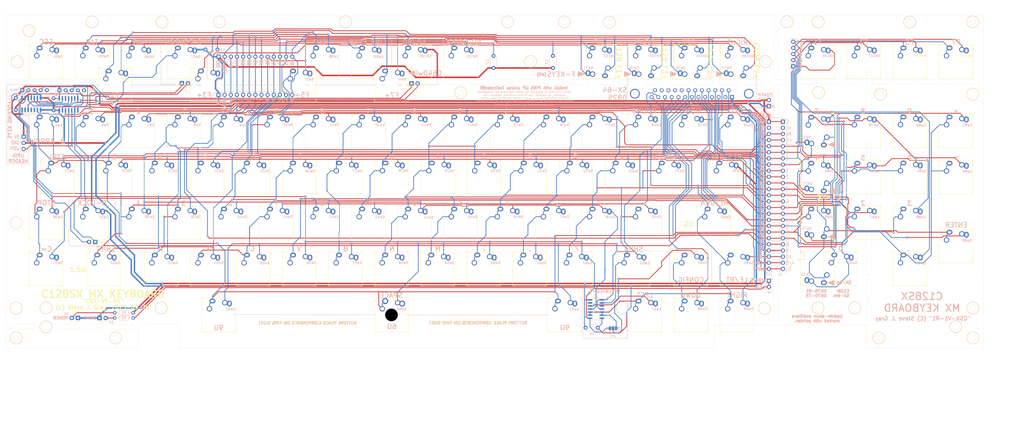
<source format=kicad_pcb>
(kicad_pcb (version 20221018) (generator pcbnew)
  (title_block (title "C128SX MX Keyboard") (date "2023-09-01") (rev "1.0") (company "Steve J. Gray"))
  (layers (0 "F.Cu" signal) (31 "B.Cu" signal) (34 "B.Paste" user) (35 "F.Paste" user) (36 "B.SilkS" user "B.Silkscreen") (37 "F.SilkS" user "F.Silkscreen") (38 "B.Mask" user) (39 "F.Mask" user) (44 "Edge.Cuts" user))
  (net 0 "")
  (net 1 "C1")
  (net 2 "R1")
  (net 3 "C2")
  (net 4 "C3")
  (net 5 "C4")
  (net 6 "C5")
  (net 7 "R2")
  (net 8 "R3")
  (net 9 "R4")
  (net 10 "R5")
  (net 11 "R6")
  (net 12 "R7")
  (net 13 "R0")
  (net 14 "C0")
  (net 15 "C6")
  (net 16 "C7")
  (net 17 "GND")
  (net 18 "5V")
  (net 19 "DRIVE+")
  (net 22 "Net-(D1-A)")
  (net 25 "K1")
  (net 26 "KK1")
  (net 28 "Net-(D2-A)")
  (net 29 "KK2")
  (net 30 "Net-(D3-K)")
  (net 31 "Net-(D3-A)")
  (net 32 "Net-(D4-K)")
  (net 33 "Net-(D4-A)")
  (net 34 "Net-(D5-K)")
  (net 35 "Net-(D5-A)")
  (net 37 "RESTORE")
  (net 39 "C8")
  (net 40 "C9")
  (net 41 "C10")
  (net 42 "4080")
  (net 43 "CAPSLOCK")
  (net 45 "UPDI")
  (net 46 "SLKEY")
  (net 47 "CAPSKEY")
  (net 48 "4080KEY")
  (net 49 "4080OUT")
  (net 50 "CAPSOUT")
  (net 51 "SLOUT")
  (net 57 "EXOUT")
  (footprint "MX_Hybrid_Library-SJG:SW_Hybrid_CherryMX_GateronLP_1.00u_PCB" (layer "F.Cu") (at 37.15 93.15)
    (fp_text reference "SW36")
    (fp_text value "\"STOP\"")
  )
  (footprint "MX_Hybrid_Library-SJG:SW_Hybrid_CherryMX_GateronLP_1.00u_PCB" (layer "F.Cu") (at 37.15 112.2)
    (fp_text reference "SW51")
    (fp_text value "\"C=\"")
  )
  (footprint "MX_Hybrid_Library-SJG:SW_Hybrid_CherryMX_GateronLP_1.50u_PCB" (layer "F.Cu") (at 41.9125 74.1)
    (fp_text reference "SW21")
    (fp_text value "\"CTRL\"")
  )
  (footprint "LED_THT:LED_D3.0mm" (layer "F.Cu") (at 47.823 137.6 180)
    (fp_text reference "D1")
    (fp_text value "LED")
  )
  (footprint "MX_Hybrid_Library-SJG:SW_Hybrid_CherryMX_GateronLP_1.50u_PCB" (layer "F.Cu") (at 60.9625 112.2)
    (fp_text reference "SW52")
    (fp_text value "\"LEFT SHIFT\"")
  )
  (footprint "MX_Hybrid_Library-SJG:SW_Hybrid_CherryMX_GateronLP_1.00u_PCB" (layer "F.Cu") (at 284.7619 55.05)
    (fp_text reference "SW18")
    (fp_text value "\"POUND\"")
  )
  (footprint "MX_Hybrid_Library-SJG:SW_Hybrid_CherryMX_GateronLP_2.00u_PCB" (layer "F.Cu") (at 313.375 93.15)
    (fp_text reference "SW50")
    (fp_text value "\"RETURN\"")
  )
  (footprint "MX_Hybrid_Library-SJG:SW_Hybrid_CherryMX_GateronLP_1.00u_PCB" (layer "F.Cu") (at 189.55 55.05)
    (fp_text reference "SW13")
    (fp_text value "\"8\"")
  )
  (footprint "MX_Hybrid_Library-SJG:SW_Hybrid_CherryMX_GateronLP_1.00u_PCB" (layer "F.Cu") (at 170.5 55.05)
    (fp_text reference "SW12")
    (fp_text value "\"7\"")
  )
  (footprint "MX_Hybrid_Library-SJG:SW_Hybrid_CherryMX_GateronLP_1.00u_PCB" (layer "F.Cu") (at 208.6 55.05)
    (fp_text reference "SW14")
    (fp_text value "\"9\"")
  )
  (footprint "MX_Hybrid_Library-SJG:SW_Hybrid_CherryMX_GateronLP_1.00u_PCB" (layer "F.Cu") (at 132.4127 55.05)
    (fp_text reference "SW10")
    (fp_text value "\"5\"")
  )
  (footprint "MX_Hybrid_Library-SJG:SW_Hybrid_CherryMX_GateronLP_1.00u_PCB" (layer "F.Cu") (at 94.3 55.05)
    (fp_text reference "SW8")
    (fp_text value "\"3\"")
  )
  (footprint "MX_Hybrid_Library-SJG:SW_Hybrid_CherryMX_GateronLP_1.00u_PCB" (layer "F.Cu") (at 65.725 74.1)
    (fp_text reference "SW22")
    (fp_text value "\"Q\"")
  )
  (footprint "MX_Hybrid_Library-SJG:SW_Hybrid_CherryMX_GateronLP_1.00u_PCB" (layer "F.Cu") (at 113.35 55.05)
    (fp_text reference "SW9")
    (fp_text value "\"4\"")
  )
  (footprint "MX_Hybrid_Library-SJG:SW_Hybrid_CherryMX_GateronLP_1.00u_PCB" (layer "F.Cu") (at 227.65 55.05)
    (fp_text reference "SW15")
    (fp_text value "\"0\"")
  )
  (footprint "MX_Hybrid_Library-SJG:SW_Hybrid_CherryMX_GateronLP_1.00u_PCB" (layer "F.Cu") (at 56.2254 55.05)
    (fp_text reference "SW6")
    (fp_text value "\"1\"")
  )
  (footprint "MX_Hybrid_Library-SJG:SW_Hybrid_CherryMX_GateronLP_1.00u_PCB" (layer "F.Cu") (at 303.85 112.2)
    (fp_text reference "SW64")
    (fp_text value "\"UP/DN\"  CONFIG")
  )
  (footprint "MX_Hybrid_Library-SJG:SW_Hybrid_CherryMX_GateronLP_1.00u_PCB" (layer "F.Cu") (at 75.2754 55.05)
    (fp_text reference "SW7")
    (fp_text value "\"2\"")
  )
  (footprint "MX_Hybrid_Library-SJG:SW_Hybrid_CherryMX_GateronLP_1.00u_PCB" (layer "F.Cu") (at 199.075 112.2)
    (fp_text reference "SW59")
    (fp_text value "\"M\"")
  )
  (footprint "MX_Hybrid_Library-SJG:SW_Hybrid_CherryMX_GateronLP_1.00u_PCB" (layer "F.Cu") (at 84.775 74.1)
    (fp_text reference "SW23")
    (fp_text value "\"W\"")
  )
  (footprint "MX_Hybrid_Library-SJG:SW_Hybrid_CherryMX_GateronLP_1.00u_PCB" (layer "F.Cu") (at 132.4 93.15)
    (fp_text reference "SW41")
    (fp_text value "\"F\"")
  )
  (footprint "MX_Hybrid_Library-SJG:SW_Hybrid_CherryMX_GateronLP_1.00u_PCB" (layer "F.Cu") (at 141.925 74.1)
    (fp_text reference "SW26")
    (fp_text value "\"T\"")
  )
  (footprint "MX_Hybrid_Library-SJG:SW_Hybrid_CherryMX_GateronLP_1.00u_PCB" (layer "F.Cu") (at 151.45 93.15)
    (fp_text reference "SW42")
    (fp_text value "\"G\"")
  )
  (footprint "MX_Hybrid_Library-SJG:SW_Hybrid_CherryMX_GateronLP_1.00u_PCB" (layer "F.Cu") (at 284.7619 93.15)
    (fp_text reference "SW49")
    (fp_text value "\"=\"")
  )
  (footprint "MX_Hybrid_Library-SJG:SW_Hybrid_CherryMX_GateronLP_1.00u_PCB" (layer "F.Cu") (at 303.85 55.05)
    (fp_text reference "SW19")
    (fp_text value "\"HOME\"")
  )
  (footprint "MX_Hybrid_Library-SJG:SW_Hybrid_CherryMX_GateronLP_1.00u_PCB" (layer "F.Cu") (at 218.125 112.2)
    (fp_text reference "SW60")
    (fp_text value "\",\"")
  )
  (footprint "MX_Hybrid_Library-SJG:SW_Hybrid_CherryMX_GateronLP_1.00u_PCB" (layer "F.Cu") (at 170.4873 93.15)
    (fp_text reference "SW43")
    (fp_text value "\"H\"")
  )
  (footprint "MX_Hybrid_Library-SJG:SW_Hybrid_CherryMX_GateronLP_1.00u_PCB" (layer "F.Cu") (at 246.7 93.15)
    (fp_text reference "SW47")
    (fp_text value "\":\"")
  )
  (footprint "MX_Hybrid_Library-SJG:SW_Hybrid_CherryMX_GateronLP_1.00u_PCB" (layer "F.Cu") (at 256.4028 74.1)
    (fp_text reference "SW32")
    (fp_text value "\"@\"")
  )
  (footprint "MX_Hybrid_Library-SJG:SW_Hybrid_CherryMX_GateronLP_1.00u_PCB" (layer "F.Cu") (at 84.775 112.2)
    (fp_text reference "SW53")
    (fp_text value "\"Z\"")
  )
  (footprint "MX_Hybrid_Library-SJG:SW_Hybrid_CherryMX_GateronLP_1.00u_PCB" (layer "F.Cu") (at 65.725 36)
    (fp_text reference "SW1")
    (fp_text value "\"F1\"")
  )
  (footprint "MX_Hybrid_Library-SJG:SW_Hybrid_CherryMX_GateronLP_1.00u_PCB" (layer "F.Cu") (at 180.025 36)
    (fp_text reference "SW4")
    (fp_text value "\"F7\"")
  )
  (footprint "MX_Hybrid_Library-SJG:SW_Hybrid_CherryMX_GateronLP_1.00u_PCB" (layer "F.Cu") (at 141.925 36)
    (fp_text reference "SW3")
    (fp_text value "\"F5\"")
  )
  (footprint "MX_Hybrid_Library-SJG:SW_Hybrid_CherryMX_GateronLP_1.00u_PCB" (layer "F.Cu") (at 103.825 36)
    (fp_text reference "SW2")
    (fp_text value "\"F3\"")
  )
  (footprint "MX_Hybrid_Library-SJG:SW_Hybrid_CherryMX_GateronLP_1.00u_PCB" (layer "F.Cu") (at 265.75 93.15)
    (fp_text reference "SW48")
    (fp_text value "\";\"")
  )
  (footprint "MX_Hybrid_Library-SJG:SW_Hybrid_CherryMX_GateronLP_1.00u_PCB" (layer "F.Cu") (at 322.9 55.05)
    (fp_text reference "SW20")
    (fp_text value "\"DEL\"")
  )
  (footprint "MX_Hybrid_Library-SJG:SW_Hybrid_CherryMX_GateronLP_1.00u_PCB" (layer "F.Cu") (at 151.45 55.05)
    (fp_text reference "SW11")
    (fp_text value "\"6\"")
  )
  (footprint "MX_Hybrid_Library-SJG:SW_Hybrid_CherryMX_GateronLP_1.00u_PCB" (layer "F.Cu") (at 199.3036 74.1)
    (fp_text reference "SW29")
    (fp_text value "\"I\"")
  )
  (footprint "MX_Hybrid_Library-SJG:SW_Hybrid_CherryMX_GateronLP_1.00u_PCB" (layer "F.Cu") (at 113.35 93.15)
    (fp_text reference "SW40")
    (fp_text value "\"D\"")
  )
  (footprint "MX_Hybrid_Library-SJG:SW_Hybrid_CherryMX_GateronLP_1.00u_PCB" (layer "F.Cu") (at 237.3401 74.1)
    (fp_text reference "SW31")
    (fp_text value "\"P\"")
  )
  (footprint "MX_Hybrid_Library-SJG:SW_Hybrid_CherryMX_GateronLP_1.00u_PCB" (layer "F.Cu") (at 227.65 93.15)
    (fp_text reference "SW46")
    (fp_text value "\"L\"")
  )
  (footprint "MX_Hybrid_Library-SJG:SW_Hybrid_CherryMX_GateronLP_1.00u_PCB" (layer "F.Cu") (at 161.0385 74.1)
    (fp_text reference "SW27")
    (fp_text value "\"Y\"")
  )
  (footprint "MX_Hybrid_Library-SJG:SW_Hybrid_CherryMX_GateronLP_1.00u_PCB" (layer "F.Cu") (at 218.2647 74.1)
    (fp_text reference "SW30")
    (fp_text value "\"O\"")
  )
  (footprint "MX_Hybrid_Library-SJG:SW_Hybrid_CherryMX_GateronLP_1.00u_PCB" (layer "F.Cu") (at 265.7373 55.05)
    (fp_text reference "SW17")
    (fp_text value "\"-\"")
  )
  (footprint "MX_Hybrid_Library-SJG:SW_Hybrid_CherryMX_GateronLP_1.00u_PCB" (layer "F.Cu") (at 180.1139 74.1)
    (fp_text reference "SW28")
    (fp_text value "\"U\"")
  )
  (footprint "MX_Hybrid_Library-SJG:SW_Hybrid_CherryMX_GateronLP_1.00u_PCB" (layer "F.Cu") (at 75.25 93.15)
    (fp_text reference "SW38")
    (fp_text value "\"A\"")
  )
  (footprint "MX_Hybrid_Library-SJG:SW_Hybrid_CherryMX_GateronLP_1.00u_PCB" (layer "F.Cu") (at 122.875 74.1)
    (fp_text reference "SW25")
    (fp_text value "\"R\"")
  )
  (footprint "MX_Hybrid_Library-SJG:SW_Hybrid_CherryMX_GateronLP_1.00u_PCB" (layer "F.Cu") (at 103.825 74.1)
    (fp_text reference "SW24")
    (fp_text value "\"E\"")
  )
  (footprint "MX_Hybrid_Library-SJG:SW_Hybrid_CherryMX_GateronLP_1.00u_PCB" (layer "F.Cu") (at 208.5873 93.15)
    (fp_text reference "SW45")
    (fp_text value "\"K\"")
  )
  (footprint "MX_Hybrid_Library-SJG:SW_Hybrid_CherryMX_GateronLP_1.00u_PCB" (layer "F.Cu") (at 189.5373 93.15)
    (fp_text reference "SW44")
    (fp_text value "\"J\"")
  )
  (footprint "MX_Hybrid_Library-SJG:SW_Hybrid_CherryMX_GateronLP_1.00u_PCB" (layer "F.Cu") (at 246.7 55.05)
    (fp_text reference "SW16")
    (fp_text value "\"+\"")
  )
  (footprint "MX_Hybrid_Library-SJG:SW_Hybrid_CherryMX_GateronLP_1.00u_PCB" (layer "F.Cu") (at 122.875 112.2)
    (fp_text reference "SW55")
    (fp_text value "\"C\"")
  )
  (footprint "MX_Hybrid_Library-SJG:SW_Hybrid_CherryMX_GateronLP_1.00u_PCB" (layer "F.Cu") (at 103.825 112.2)
    (fp_text reference "SW54")
    (fp_text value "\"X\"")
  )
  (footprint "MX_Hybrid_Library-SJG:SW_Hybrid_CherryMX_GateronLP_1.00u_PCB" (layer "F.Cu") (at 237.175 112.2)
    (fp_text reference "SW61")
    (fp_text value "\".\"")
  )
  (footprint "MX_Hybrid_Library-SJG:SW_Hybrid_CherryMX_GateronLP_1.00u_PCB" (layer "F.Cu") (at 180.025 112.2)
    (fp_text reference "SW58")
    (fp_text value "\"N\"")
  )
  (footprint "MX_Hybrid_Library-SJG:SW_Hybrid_CherryMX_GateronLP_1.00u_PCB" (layer "F.Cu") (at 94.3 93.15)
    (fp_text reference "SW39")
    (fp_text value "\"S\"")
  )
  (footprint "MX_Hybrid_Library-SJG:SW_Hybrid_CherryMX_GateronLP_1.00u_PCB" (layer "F.Cu") (at 256.225 112.2)
    (fp_text reference "SW62")
    (fp_text value "\"/\"")
  )
  (footprint "MX_Hybrid_Library-SJG:SW_Hybrid_CherryMX_GateronLP_1.00u_PCB" (layer "F.Cu") (at 141.925 112.2)
    (fp_text reference "SW56")
    (fp_text value "\"V\"")
  )
  (footprint "MX_Hybrid_Library-SJG:SW_Hybrid_CherryMX_GateronLP_1.00u_PCB" (layer "F.Cu") (at 160.975 112.2)
    (fp_text reference "SW57")
    (fp_text value "\"B\"")
  )
  (footprint "MX_Hybrid_Library-SJG:SW_Hybrid_CherryMX_GateronLP_1.00u_PCB" (layer "F.Cu") (at 275.3639 74.1)
    (fp_text reference "SW33")
    (fp_text value "\"*\"")
  )
  (footprint "MX_Hybrid_Library-SJG:SW_Hybrid_CherryMX_GateronLP_1.00u_PCB" (layer "F.Cu") (at 303.8627 131.25)
    (fp_text reference "SW68")
    (fp_text value "\"DOWN\"")
  )
  (footprint "MX_Hybrid_Library-SJG:SW_Hybrid_CherryMX_GateronLP_1.00u_PCB" (layer "F.Cu") (at 322.8619 131.25)
    (fp_text reference "SW69")
    (fp_text value "\"RIGHT\"")
  )
  (footprint "MX_Hybrid_Library-SJG:SW_Hybrid_CherryMX_GateronLP_1.50u_PCB" (layer "F.Cu") (at 280.0375 112.2)
    (fp_text reference "SW63")
    (fp_text value "RIGHT SHIFT")
  )
  (footprint "MX_Hybrid_Library-SJG:SW_Hybrid_CherryMX_GateronLP_1.00u_PCB" (layer "F.Cu") (at 284.8 131.25)
    (fp_text reference "SW67")
    (fp_text value "\"LEFT\"")
  )
  (footprint "LED_THT:LED_D3.0mm" (layer "F.Cu") (at 56.775 137.625)
    (fp_text reference "D2")
    (fp_text value "LED")
  )
  (footprint "MX_Hybrid_Library-SJG:SW_Hybrid_CherryMX_GateronLP_6.0u_Stabs_PCB" (layer "F.Cu") (at 180.025 131.25)
    (fp_text reference "SW66")
    (fp_text value "\"SPACE\"")
  )
  (footprint "MX_Hybrid_Library-SJG:SW_Hybrid_CherryMX_GateronLP_1.00u_PCB" (layer "F.Cu") (at 356.2375 55.1433)
    (fp_text reference "SW78")
    (fp_text value "KP \"7\"")
  )
  (footprint "MX_Hybrid_Library-SJG:SW_Hybrid_CherryMX_GateronLP_1.00u_PCB" (layer "F.Cu") (at 189.55 26.475)
    (fp_text reference "SW100")
    (fp_text value "C128 40/80")
  )
  (footprint "MX_Hybrid_Library-SJG:SW_Hybrid_CherryMX_GateronLP_1.00u_PCB" (layer "F.Cu") (at 56.2 93.15)
    (fp_text reference "SW37")
    (fp_text value "\"SHIFT LOCK\"" hide)
  )
  (footprint "MX_Hybrid_Library-SJG:SW_Hybrid_CherryMX_GateronLP_1.00u_PCB" (layer "F.Cu") (at 351.1575 103.28 180)
    (fp_text reference "SW72")
    (fp_text value "\"F5\"")
  )
  (footprint "MX_Hybrid_Library-SJG:SW_Hybrid_CherryMX_GateronLP_1.00u_PCB" (layer "F.Cu") (at 260.67 36.635 180)
    (fp_text reference "SW74")
    (fp_text value "C128 F1+")
  )
  (footprint "MX_Hybrid_Library-SJG:SW_Hybrid_CherryMX_GateronLP_1.00u_PCB" (layer "F.Cu") (at 37.15 55.05)
    (fp_text reference "SW5")
    (fp_text value "\"BACK-ARROW\"")
  )
  (footprint "MX_Hybrid_Library-SJG:SW_Hybrid_CherryMX_GateronLP_1.00u_PCB" (layer "F.Cu") (at 375.2875 55.09)
    (fp_text reference "SW79")
    (fp_text value "KP \"8\"")
  )
  (footprint "MX_Hybrid_Library-SJG:SW_Hybrid_CherryMX_GateronLP_1.00u_PCB" (layer "F.Cu") (at 94.3 26.475)
    (fp_text reference "SW97")
    (fp_text value "C128 CAPSLOCK")
  )
  (footprint "LED_THT:LED_D3.0mm" (layer "F.Cu") (at 54.975 106.1 180)
    (fp_text reference "D3")
    (fp_text value "SL-LED")
  )
  (footprint "MX_Hybrid_Library-SJG:SW_Hybrid_CherryMX_GateronLP_1.00u_PCB" (layer "F.Cu") (at 298.77 36.635 180)
    (fp_text reference "SW76")
    (fp_text value "C128  F5+")
  )
  (footprint "LED_THT:LED_D3.0mm" (layer "F.Cu") (at 185.775 40.5)
    (fp_text reference "D5")
    (fp_text value "4080-LED" hide)
  )
  (footprint "MX_Hybrid_Library-SJG:SW_Hybrid_CherryMX_GateronLP_1.00u_PCB" (layer "F.Cu") (at 356.2375 93.12)
    (fp_text reference "SW86")
    (fp_text value "KP \"1\"")
  )
  (footprint "MX_Hybrid_Library-SJG:SW_Hybrid_CherryMX_GateronLP_1.00u_PCB" (layer "F.Cu") (at 351.1305 84.3533 180)
    (fp_text reference "SW71")
    (fp_text value "\"F3\"")
  )
  (footprint "MX_Hybrid_Library-SJG:SW_Hybrid_CherryMX_GateronLP_1.00u_PCB" (layer "F.Cu") (at 279.72 36.635 180)
    (fp_text reference "SW75")
    (fp_text value "C128 F3+")
  )
  (footprint "MX_Hybrid_Library-SJG:SW_Hybrid_CherryMX_GateronLP_1.00u_PCB" (layer "F.Cu") (at 375.2875 93.12)
    (fp_text reference "SW87")
    (fp_text value "KP \"2\"" hide)
  )
  (footprint "MX_Hybrid_Library-SJG:SW_Hybrid_CherryMX_GateronLP_1.00u_PCB" (layer "F.Cu") (at 151.45 26.475)
    (fp_text reference "SW98")
    (fp_text value "C128 HELP")
  )
  (footprint "MX_Hybrid_Library-SJG:SW_Hybrid_CherryMX_GateronLP_1.00u_PCB" (layer "F.Cu") (at 394.3375 55.05)
    (fp_text reference "SW80")
    (fp_text value "KP \"9\"")
  )
  (footprint "MX_Hybrid_Library-SJG:SW_Hybrid_CherryMX_GateronLP_1.00u_PCB" (layer "F.Cu") (at 413.3875 26.475)
    (fp_text reference "SW109")
    (fp_text value "C128 F7")
  )
  (footprint "MX_Hybrid_Library-SJG:SW_Hybrid_CherryMX_GateronLP_1.50u_PCB" (layer "F.Cu") (at 108.5875 131.25)
    (fp_text reference "SW92")
    (fp_text value "L-SPC")
  )
  (footprint "MX_Hybrid_Library-SJG:SW_Hybrid_CherryMX_GateronLP_1.00u_PCB" (layer "F.Cu") (at 322.9 26.475)
    (fp_text reference "SW105")
    (fp_text value "C128 RIGHT")
  )
  (footprint "MX_Hybrid_Library-SJG:SW_Hybrid_CherryMX_GateronLP_1.00u_PCB" (layer "F.Cu") (at 322.9 112.2)
    (fp_text reference "SW65")
    (fp_text value "\"LFT/RGT\"")
  )
  (footprint "MX_Hybrid_Library-SJG:SW_Hybrid_CherryMX_GateronLP_1.00u_PCB" (layer "F.Cu") (at 394.3375 112.19)
    (fp_text reference "SW91")
    (fp_text value "KP \".\"")
  )
  (footprint "MX_Hybrid_Library-SJG:SW_Hybrid_CherryMX_GateronLP_1.00u_PCB" (layer "F.Cu") (at 294.4139 74.1)
    (fp_text reference "SW34")
    (fp_text value "\"UP-ARROW\"")
  )
  (footprint "MX_Hybrid_Library-SJG:SW_Hybrid_CherryMX_GateronLP_1.00u_PCB" (layer "F.Cu") (at 170.5 26.475)
    (fp_text reference "SW99")
    (fp_text value "C128 LF")
  )
  (footprint "MX_Hybrid_Library-SJG:SW_Hybrid_CherryMX_GateronLP_1.00u_PCB" (layer "F.Cu") (at 303.85 26.475)
    (fp_text reference "SW104")
    (fp_text value "C128 LEFT")
  )
  (footprint "MX_Hybrid_Library-SJG:SW_Hybrid_CherryMX_GateronLP_1.50u_PCB" (layer "F.Cu") (at 318.201 74.1)
    (fp_text reference "SW35")
    (fp_text value "\"RESTORE\"")
  )
  (footprint "MX_Hybrid_Library-SJG:SW_Hybrid_CherryMX_GateronLP_1.00u_PCB" (layer "F.Cu") (at 284.8 26.475)
    (fp_text reference "SW103")
    (fp_text value "C128 DOWN" hide)
  )
  (footprint "MX_Hybrid_Library-SJG:SW_Hybrid_CherryMX_GateronLP_1.00u_PCB" (layer "F.Cu") (at 394.3375 74.1)
    (fp_text reference "SW84")
    (fp_text value "KP \"6\"")
  )
  (footprint "MX_Hybrid_Library-SJG:SW_Hybrid_CherryMX_GateronLP_1.00u_PCB" (layer "F.Cu") (at 265.75 26.475)
    (fp_text reference "SW102")
    (fp_text value "C128 UP" hide)
  )
  (footprint "MX_Hybrid_Library-SJG:SW_Hybrid_CherryMX_GateronLP_1.00u_PCB" (layer "F.Cu") (at 356.2375 26.475)
    (fp_text reference "SW106")
    (fp_text value "C128 F1")
  )
  (footprint "MX_Hybrid_Library-SJG:SW_Hybrid_CherryMX_GateronLP_1.00u_PCB" (layer "F.Cu") (at 56.2 26.475)
    (fp_text reference "SW95")
    (fp_text value "C128 TAB")
  )
  (footprint "MX_Hybrid_Library-SJG:SW_Hybrid_CherryMX_GateronLP_1.00u_PCB" (layer "F.Cu") (at 356.2105 74.1933)
    (fp_text reference "SW82")
    (fp_text value "KP \"4\"")
  )
  (footprint "MX_Hybrid_Library-SJG:SW_Hybrid_CherryMX_GateronLP_1.00u_PCB" (layer "F.Cu") (at 375.2875 26.475)
    (fp_text reference "SW107")
    (fp_text value "C128 F3")
  )
  (footprint "MX_Hybrid_Library-SJG:SW_Hybrid_CherryMX_GateronLP_1.00u_PCB" (layer "F.Cu") (at 317.82 36.635 180)
    (fp_text reference "SW77")
    (fp_text value "C128 F7+" hide)
  )
  (footprint "MX_Hybrid_Library-SJG:SW_Hybrid_CherryMX_GateronLP_1.00u_PCB" (layer "F.Cu") (at 351.1599 122.3242 180)
    (fp_text reference "SW73")
    (fp_text value "\"F7\"")
  )
  (footprint "MX_Hybrid_Library-SJG:SW_Hybrid_CherryMX_GateronLP_1.00u_PCB" (layer "F.Cu") (at 375.2875 74.1933)
    (fp_text reference "SW83")
    (fp_text value "KP \"5\"")
  )
  (footprint "MX_Hybrid_Library-SJG:SW_Hybrid_CherryMX_GateronLP_1.00u_PCB" (layer "F.Cu") (at 37.15 26.475)
    (fp_text reference "SW94")
    (fp_text value "C128 ESC")
  )
  (footprint "MX_Hybrid_Library-SJG:SW_Hybrid_CherryMX_GateronLP_1.00u_PCB" (layer "F.Cu") (at 394.3375 93.13)
    (fp_text reference "SW88")
    (fp_text value "KP \"3\"")
  )
  (footprint "MX_Hybrid_Library-SJG:SW_Hybrid_CherryMX_GateronLP_1.00u_PCB" (layer "F.Cu") (at 75.25 26.475)
    (fp_text reference "SW96")
    (fp_text value "C128 ALT")
  )
  (footprint "MX_Hybrid_Library-SJG:SW_Hybrid_CherryMX_GateronLP_2.00u_NoStab_PCB" (layer "F.Cu") (at 365.7625 112.1649)
    (fp_text reference "SW90")
    (fp_text value "KP \"0\"")
  )
  (footprint "MX_Hybrid_Library-SJG:SW_Hybrid_CherryMX_GateronLP_1.00u_PCB" (layer "F.Cu") (at 208.6 26.475)
    (fp_text reference "SW101")
    (fp_text value "NOSCROLL")
  )
  (footprint "MX_Hybrid_Library-SJG:SW_Hybrid_CherryMX_GateronLP_1.00u_PCB" (layer "F.Cu") (at 351.1575 65.3033 180)
    (fp_text reference "SW70")
    (fp_text value "\"F1\"")
  )
  (footprint "MX_Hybrid_Library-SJG:SW_Hybrid_CherryMX_GateronLP_1.50u_PCB" (layer "F.Cu") (at 251.4625 131.25)
    (fp_text reference "SW93")
    (fp_text value "R-SPC")
  )
  (footprint "MX_Hybrid_Library-SJG:SW_Hybrid_CherryMX_GateronLP_2.00u_Vertical_PCB" (layer "F.Cu") (at 413.3875 102.7683)
    (fp_text reference "SW89")
    (fp_text value "KP \"ENTER\"")
  )
  (footprint "MX_Hybrid_Library-SJG:SW_Hybrid_CherryMX_GateronLP_1.00u_PCB" (layer "F.Cu") (at 413.3875 55.05)
    (fp_text reference "SW81")
    (fp_text value "KP \"+\"")
  )
  (footprint "LED_THT:LED_D3.0mm" (layer "F.Cu") (at 90.81 40.45)
    (fp_text reference "D4")
    (fp_text value "CAPS-LED")
  )
  (footprint "MX_Hybrid_Library-SJG:SW_Hybrid_CherryMX_GateronLP_1.00u_PCB" (layer "F.Cu") (at 413.3875 74.1933)
    (fp_text reference "SW85")
    (fp_text value "KP \"-\"")
  )
  (footprint "MX_Hybrid_Library-SJG:SW_Hybrid_CherryMX_GateronLP_1.00u_PCB" (layer "F.Cu") (at 394.3375 26.475)
    (fp_text reference "SW108")
    (fp_text value "C128 F5")
  )
  (footprint "Resistor_THT:R_Axial_DIN0204_L3.6mm_D1.6mm_P7.62mm_Horizontal" (layer "B.Cu") (at 70.65 135.45 180)
    (fp_text reference "R1")
    (fp_text value "510")
  )
  (footprint "Connector_PinHeader_2.54mm:PinHeader_1x02_P2.54mm_Vertical" (layer "B.Cu") (at 333.55 49.925)
    (fp_text reference "J6")
    (fp_text value "POWER")
  )
  (footprint "Connector_PinHeader_2.54mm:PinHeader_1x13_P2.54mm_Vertical" (layer "B.Cu") (at 105.9749 29.4192 -90)
    (fp_text reference "J3")
    (fp_text value "Conn_01x13")
  )
  (footprint "Connector_PinHeader_2.54mm:PinHeader_1x13_P2.54mm_Vertical" (layer "B.Cu") (at 105.959901 45.1942 -90)
    (fp_text reference "J7")
    (fp_text value "Conn_01x13")
  )
  (footprint "Package_SO:SOIC-14_3.9x8.7mm_P1.27mm" (layer "B.Cu") (at 43.96 49.175 -90)
    (fp_text reference "U3")
    (fp_text value "ATtiny214-SS")
  )
  (footprint "Resistor_THT:R_Array_SIP5" (layer "B.Cu") (at 24.81 43.3)
    (fp_text reference "RN2")
    (fp_text value "R_Network04")
  )
  (footprint "Connector_PinHeader_2.54mm:PinHeader_1x02_P2.54mm_Vertical" (layer "B.Cu") (at 333.575 122.2 180)
    (fp_text reference "J4")
    (fp_text value "DRIVE LED")
  )
  (footprint "Connector_PinHeader_2.54mm:PinHeader_1x25_P2.54mm_Vertical" (layer "B.Cu") (at 339.375 56.325 180)
    (fp_text reference "J1")
    (fp_text value "C128-Header")
  )
  (footprint "Capacitor_THT:C_Disc_D5.0mm_W2.5mm_P5.00mm" (layer "B.Cu") (at 22.145 46.475 -90)
    (fp_text reference "C7")
    (fp_text value "C" hide)
  )
  (footprint "Jumper:SolderJumper-3_P1.3mm_Open_RoundedPad1.0x1.5mm_NumberLabels" (layer "B.Cu") (at 269.15 141.875)
    (fp_text reference "JP1")
    (fp_text value "K1 SELECT")
  )
  (footprint "Connector_PinHeader_2.54mm:PinHeader_1x05_P2.54mm_Vertical" (layer "B.Cu") (at 343.6499 33.3942)
    (fp_text reference "J2")
    (fp_text value "FK1")
  )
  (footprint "Capacitor_THT:C_Disc_D4.7mm_W2.5mm_P5.00mm" (layer "B.Cu") (at 219.6999 29.0942 -90)
    (fp_text reference "C2")
    (fp_text value "220pf")
  )
  (footprint "Resistor_THT:R_Array_SIP5" (layer "B.Cu") (at 40.185 43.325)
    (fp_text reference "RN1")
    (fp_text value "R_Network04")
  )
  (footprint "Connector_PinHeader_2.54mm:PinHeader_1x25_P2.54mm_Vertical" (layer "B.Cu") (at 333.55 56.3 180)
    (fp_text reference "J12")
    (fp_text value "C128-Header")
  )
  (footprint "Resistor_THT:R_Axial_DIN0204_L3.6mm_D1.6mm_P7.62mm_Horizontal" (layer "B.Cu") (at 70.675 137.6 180)
    (fp_text reference "R2")
    (fp_text value "510")
  )
  (footprint "Package_SO:SO-14_3.9x8.65mm_P1.27mm" (layer "B.Cu") (at 28.535 48.975 -90)
    (fp_text reference "U2")
    (fp_text value "CD4066BM")
  )
  (footprint "Capacitor_THT:C_Disc_D4.7mm_W2.5mm_P5.00mm" (layer "B.Cu") (at 105.5499 26.4692 180)
    (fp_text reference "C1")
    (fp_text value "220pf")
  )
  (footprint "Capacitor_THT:C_Disc_D5.0mm_W2.5mm_P5.00mm" (layer "B.Cu") (at 37.745 46.625 -90)
    (fp_text reference "C5")
    (fp_text value "C" hide)
  )
  (footprint "Capacitor_THT:C_Disc_D4.7mm_W2.5mm_P5.00mm" (layer "B.Cu") (at 244.2499 29.0942 -90)
    (fp_text reference "C3")
    (fp_text value "220pf")
  )
  (footprint "Capacitor_THT:C_Disc_D5.0mm_W2.5mm_P5.00mm" (layer "B.Cu") (at 257.774469 141.650698)
    (fp_text reference "C6")
    (fp_text value "C")
  )
  (footprint "Package_SO:SO-14_3.9x8.65mm_P1.27mm" (layer "B.Cu") (at 262.049569 133.891498 180)
    (fp_text reference "U1")
    (fp_text value "CD4066BM")
  )
  (footprint "Connector_Dsub:DSUB-25_Female_Horizontal_P2.77x2.84mm_EdgePinOffset7.70mm_Housed_MountingHolesOffset9.12mm" (layer "B.Cu") (at 318.328 46.16)
    (fp_text reference "J9")
    (fp_text value "SX64-DB25")
  )
  (footprint "Connector_PinHeader_2.54mm:PinHeader_1x03_P2.54mm_Vertical" (layer "B.Cu") (at 25.375 62.575 180)
    (fp_text reference "J5")
    (fp_text value "UPDI HEADER")
  )
  (gr_circle (center 22.25 133.525) (end 19.75 133.5) (stroke (width 0.12)) (fill none) (layer "B.SilkS"))
  (gr_poly (pts (xy 357.8249 123.0442) (xy 360.5749 121.9192) (xy 360.5749 124.1692)) (stroke (width 0.12)) (fill solid) (layer "B.SilkS"))
  (gr_line (start 346.6749 67.5942) (end 346.6749 85.3942) (stroke (width 0.12)) (layer "B.SilkS"))
  (gr_line (start 347.7499 67.5942) (end 347.7499 65.0192) (stroke (width 0.12)) (layer "B.SilkS"))
  (gr_poly (pts (xy 24.3999 45.4442) (xy 22.5999 44.5942) (xy 22.4249 45.3692)) (stroke (width 0.12)) (fill solid) (layer "B.SilkS"))
  (gr_line (start 112.1499 136.2192) (end 171.1249 136.2442) (stroke (width 0.12)) (layer "B.SilkS"))
  (gr_circle (center 379.8 44.925) (end 377.3 44.9) (stroke (width 0.12)) (fill none) (layer "B.SilkS"))
  (gr_line (start 336.1715 54.669) (end 329.9231 54.669) (stroke (width 0.12)) (layer "B.SilkS"))
  (gr_rect (start 44.125 88.7) (end 63.175 107.725) (stroke (width 0.12)) (fill none) (layer "B.SilkS"))
  (gr_circle (center 353.949876 15.025) (end 351.449876 15) (stroke (width 0.12)) (fill none) (layer "B.SilkS"))
  (gr_circle (center 82.225 133.425) (end 79.725 133.4) (stroke (width 0.12)) (fill none) (layer "B.SilkS"))
  (gr_circle (center 354.175 44.25) (end 351.675 44.225) (stroke (width 0.12)) (fill none) (layer "B.SilkS"))
  (gr_rect (start 177.475 22.05) (end 196.525 41.075) (stroke (width 0.12)) (fill none) (layer "B.SilkS"))
  (gr_line (start 348.1999 111.1692) (end 348.1999 113.3442) (stroke (width 0.12)) (layer "B.SilkS"))
  (gr_circle (center 34.575 141.275) (end 32.075 141.25) (stroke (width 0.12)) (fill none) (layer "B.SilkS"))
  (gr_circle (center 267.6 15.175) (end 265.1 15.15) (stroke (width 0.12)) (fill none) (layer "B.SilkS"))
  (gr_line (start 52.225 41.025) (end 18.475 41.05) (stroke (width 0.12)) (layer "B.SilkS"))
  (gr_circle (center 272.875 133.425) (end 270.375 133.4) (stroke (width 0.12)) (fill none) (layer "B.SilkS"))
  (gr_line (start 335.1101 54.669) (end 339.2249 54.669) (stroke (width 0.12)) (layer "B.SilkS"))
  (gr_line (start 348.1999 113.3442) (end 345.2499 113.3442) (stroke (width 0.12)) (layer "B.SilkS"))
  (gr_line (start 329.9231 105.7738) (end 340.4387 105.7738) (stroke (width 0.12)) (layer "B.SilkS"))
  (gr_line (start 27.375 73.85) (end 27.375 53.1) (stroke (width 0.12)) (layer "B.SilkS"))
  (gr_circle (center 106.3 15) (end 103.8 14.975) (stroke (width 0.12)) (fill none) (layer "B.SilkS"))
  (gr_line (start 182.6499 48.4442) (end 182.6499 42.4192) (stroke (width 0.12)) (layer "B.SilkS"))
  (gr_circle (center 225.5 15.025) (end 223 15) (stroke (width 0.12)) (fill none) (layer "B.SilkS"))
  (gr_line (start 329.9231 54.669) (end 329.9231 105.7738) (stroke (width 0.12)) (layer "B.SilkS"))
  (gr_poly (pts (xy 357.8999 103.9692) (xy 360.6499 102.8442) (xy 360.6499 105.0942)) (stroke (width 0.12)) (fill solid) (layer "B.SilkS"))
  (gr_circle (center 27.6 18.65) (end 25.1 18.625) (stroke (width 0.12)) (fill none) (layer "B.SilkS"))
  (gr_circle (center 417.825 44.925) (end 415.325 44.9) (stroke (width 0.12)) (fill none) (layer "B.SilkS"))
  (gr_rect (start 292.4999 109.0442) (end 309.8749 125.8692) (stroke (width 0.12)) (fill none) (layer "B.SilkS"))
  (gr_circle (center 34.625 133.4) (end 32.125 133.375) (stroke (width 0.12)) (fill none) (layer "B.SilkS"))
  (gr_poly (pts (xy 39.8499 45.4942) (xy 38.0499 44.6442) (xy 37.8749 45.4192)) (stroke (width 0.12)) (fill solid) (layer "B.SilkS"))
  (gr_line (start 346.5999 109.9442) (end 348.1999 111.1692) (stroke (width 0.12)) (layer "B.SilkS"))
  (gr_circle (center 22.275 98.225) (end 19.775 98.2) (stroke (width 0.12)) (fill none) (layer "B.SilkS"))
  (gr_poly (pts (xy 265.775 129.975) (xy 267.648833 129.303249) (xy 267.224569 128.631498)) (stroke (width 0.12)) (fill solid) (layer "B.SilkS"))
  (gr_circle (center 235.05 31.45) (end 232.55 31.425) (stroke (width 0.12)) (fill none) (layer "B.SilkS"))
  (gr_circle (center 417.925 145.85) (end 415.425 145.825) (stroke (width 0.12)) (fill none) (layer "B.SilkS"))
  (gr_circle (center 391.825 15.05) (end 389.325 15.025) (stroke (width 0.12)) (fill none) (layer "B.SilkS"))
  (gr_circle (center 417.85 15) (end 415.35 14.975) (stroke (width 0.12)) (fill none) (layer "B.SilkS"))
  (gr_line (start 57.9249 48.5442) (end 182.6499 48.4442) (stroke (width 0.12)) (layer "B.SilkS"))
  (gr_line (start 346.5999 88.0692) (end 346.5999 109.9442) (stroke (width 0.12)) (layer "B.SilkS"))
  (gr_poly (pts (xy 314.6249 36.5942) (xy 311.8749 37.7192) (xy 311.8749 35.4692)) (stroke (width 0.12)) (fill solid) (layer "B.SilkS"))
  (gr_line (start 183.6999 136.2942) (end 242.6749 136.3192) (stroke (width 0.12)) (layer "B.SilkS"))
  (gr_circle (center 410.85 141.2) (end 408.35 141.175) (stroke (width 0.12)) (fill none) (layer "B.SilkS"))
  (gr_circle (center 353.925 133.425) (end 351.425 133.4) (stroke (width 0.12)) (fill none) (layer "B.SilkS"))
  (gr_line (start 18.475 41.05) (end 18.475 73.85) (stroke (width 0.12)) (layer "B.SilkS"))
  (gr_circle (center 369.075 133.45) (end 366.575 133.425) (stroke (width 0.12)) (fill none) (layer "B.SilkS"))
  (gr_line (start 57.9249 42.4192) (end 57.9249 48.5442) (stroke (width 0.12)) (layer "B.SilkS"))
  (gr_poly (pts (xy 184.55 36.2) (xy 187.3 35.075) (xy 187.3 37.325)) (stroke (width 0.12)) (fill solid) (layer "B.SilkS"))
  (gr_circle (center 22.275 145.9) (end 19.775 145.875) (stroke (width 0.12)) (fill none) (layer "B.SilkS"))
  (gr_rect (start 256.65 125.075) (end 275.025 146.1) (stroke (width 0.12)) (fill none) (layer "B.SilkS"))
  (gr_poly (pts (xy 295.5999 36.5942) (xy 292.8499 37.7192) (xy 292.8499 35.4692)) (stroke (width 0.12)) (fill solid) (layer "B.SilkS"))
  (gr_line (start 339.2249 105.8246) (end 339.2249 54.669) (stroke (width 0.12)) (layer "B.SilkS"))
  (gr_circle (center 249.05 15.025) (end 246.55 15) (stroke (width 0.12)) (fill none) (layer "B.SilkS"))
  (gr_circle (center 417.9 133.4) (end 415.4 133.375) (stroke (width 0.12)) (fill none) (layer "B.SilkS"))
  (gr_line (start 346.5999 88.0692) (end 347.4749 88.0692) (stroke (width 0.12)) (layer "B.SilkS"))
  (gr_line (start 347.4749 88.0692) (end 347.4749 85.3442) (stroke (width 0.12)) (layer "B.SilkS"))
  (gr_line (start 346.6749 67.5942) (end 347.7499 67.5942) (stroke (width 0.12)) (layer "B.SilkS"))
  (gr_rect (start 82.175 22.025) (end 101.225 41.05) (stroke (width 0.12)) (fill none) (layer "B.SilkS"))
  (gr_line (start 55.2499 41.1442) (end 190.2499 41.1192) (stroke (width 0.12)) (layer "B.SilkS"))
  (gr_circle (center 341.05 14.975) (end 338.55 14.95) (stroke (width 0.12)) (fill none) (layer "B.SilkS"))
  (gr_circle (center 332.075 31.425) (end 329.575 31.4) (stroke (width 0.12)) (fill none) (layer "B.SilkS"))
  (gr_circle (center 331.725 133.65) (end 329.225 133.625) (stroke (width 0.12)) (fill none) (layer "B.SilkS"))
  (gr_line (start 27.375 53.1) (end 52.225 53.1) (stroke (width 0.12)) (layer "B.SilkS"))
  (gr_circle (center 22.724876 31.475) (end 20.224876 31.45) (stroke (width 0.12)) (fill none) (layer "B.SilkS"))
  (gr_poly (pts (xy 276.5249 36.6192) (xy 273.7749 37.7442) (xy 273.7749 35.4942)) (stroke (width 0.12)) (fill solid) (layer "B.SilkS"))
  (gr_line (start 52.225 53.1) (end 52.225 41.025) (stroke (width 0.12)) (layer "B.SilkS"))
  (gr_poly (pts (xy 358.0249 65.8442) (xy 360.7749 64.7192) (xy 360.7749 66.9692)) (stroke (width 0.12)) (fill solid) (layer "B.SilkS"))
  (gr_line (start 347.7499 65.0192) (end 345.2999 65.0192) (stroke (width 0.12)) (layer "B.SilkS"))
  (gr_line (start 346.6749 85.3942) (end 345.2249 85.3942) (stroke (width 0.12)) (layer "B.SilkS"))
  (gr_circle (center 82.625124 15.025) (end 80.125124 15) (stroke (width 0.12)) (fill none) (layer "B.SilkS"))
  (gr_circle (center 63.375 145.875) (end 60.875 145.85) (stroke (width 0.12)) (fill none) (layer "B.SilkS"))
  (gr_line (start 18.475 73.85) (end 27.375 73.85) (stroke (width 0.12)) (layer "B.SilkS"))
  (gr_line (start 347.4749 85.3442) (end 346.6749 85.3942) (stroke (width 0.12)) (layer "B.SilkS"))
  (gr_circle (center 158.475 15) (end 155.975 14.975) (stroke (width 0.12)) (fill none) (layer "B.SilkS"))
  (gr_circle (center 379.025 145.85) (end 376.525 145.825) (stroke (width 0.12)) (fill none) (layer "B.SilkS"))
  (gr_circle (center 53.65 15.025) (end 51.15 15) (stroke (width 0.12)) (fill none) (layer "B.SilkS"))
  (gr_poly (pts (xy 358.0999 85.0692) (xy 360.8499 83.9442) (xy 360.8499 86.1942)) (stroke (width 0.12)) (fill solid) (layer "B.SilkS"))
  (gr_poly (pts (xy 257.3999 36.5942) (xy 254.6499 37.7192) (xy 254.6499 35.4692)) (stroke (width 0.12)) (fill solid) (layer "B.SilkS"))
  (gr_circle (center 206.125 44.3) (end 203.625 44.275) (stroke (width 0.12)) (fill none) (layer "B.SilkS"))
  (gr_circle (center 353.925 133.425) (end 356.425 133.4) (stroke (width 0.12)) (fill none) (layer "F.SilkS"))
  (gr_circle (center 417.925 145.85) (end 420.425 145.825) (stroke (width 0.12)) (fill none) (layer "F.SilkS"))
  (gr_circle (center 22.25 133.525) (end 24.75 133.5) (stroke (width 0.12)) (fill none) (layer "F.SilkS"))
  (gr_circle (center 369.075 133.45) (end 371.575 133.425) (stroke (width 0.12)) (fill none) (layer "F.SilkS"))
  (gr_circle (center 225.5 15.025) (end 228 15) (stroke (width 0.12)) (fill none) (layer "F.SilkS"))
  (gr_circle (center 22.275 145.9) (end 24.775 145.875) (stroke (width 0.12)) (fill none) (layer "F.SilkS"))
  (gr_circle (center 417.85 15) (end 420.35 14.975) (stroke (width 0.12)) (fill none) (layer "F.SilkS"))
  (gr_circle (center 353.949876 15.025) (end 356.449876 15) (stroke (width 0.12)) (fill none) (layer "F.SilkS"))
  (gr_circle (center 354.175 44.25) (end 356.675 44.225) (stroke (width 0.12)) (fill none) (layer "F.SilkS"))
  (gr_circle (center 34.625 133.4) (end 37.125 133.375) (stroke (width 0.12)) (fill none) (layer "F.SilkS"))
  (gr_circle (center 332.075 31.425) (end 334.575 31.4) (stroke (width 0.12)) (fill none) (layer "F.SilkS"))
  (gr_circle (center 379.8 44.925) (end 382.3 44.9) (stroke (width 0.12)) (fill none) (layer "F.SilkS"))
  (gr_circle (center 341.05 14.975) (end 343.55 14.95) (stroke (width 0.12)) (fill none) (layer "F.SilkS"))
  (gr_circle (center 27.6 18.65) (end 30.1 18.625) (stroke (width 0.12)) (fill none) (layer "F.SilkS"))
  (gr_circle (center 417.825 44.925) (end 420.325 44.9) (stroke (width 0.12)) (fill none) (layer "F.SilkS"))
  (gr_circle (center 158.475 15) (end 160.975 14.975) (stroke (width 0.12)) (fill none) (layer "F.SilkS"))
  (gr_circle (center 63.375 145.875) (end 65.875 145.85) (stroke (width 0.12)) (fill none) (layer "F.SilkS"))
  (gr_circle (center 22.724876 31.475) (end 25.224876 31.45) (stroke (width 0.12)) (fill none) (layer "F.SilkS"))
  (gr_circle (center 417.9 133.4) (end 420.4 133.375) (stroke (width 0.12)) (fill none) (layer "F.SilkS"))
  (gr_circle (center 206.125 44.3) (end 208.625 44.275) (stroke (width 0.12)) (fill none) (layer "F.SilkS"))
  (gr_circle (center 410.85 141.2) (end 413.35 141.175) (stroke (width 0.12)) (fill none) (layer "F.SilkS"))
  (gr_circle (center 235.05 31.45) (end 237.55 31.425) (stroke (width 0.12)) (fill none) (layer "F.SilkS"))
  (gr_circle (center 82.225 133.425) (end 84.725 133.4) (stroke (width 0.12)) (fill none) (layer "F.SilkS"))
  (gr_circle (center 391.825 15.05) (end 394.325 15.025) (stroke (width 0.12)) (fill none) (layer "F.SilkS"))
  (gr_circle (center 379.025 145.85) (end 381.525 145.825) (stroke (width 0.12)) (fill none) (layer "F.SilkS"))
  (gr_circle (center 267.6 15.175) (end 270.1 15.15) (stroke (width 0.12)) (fill none) (layer "F.SilkS"))
  (gr_circle (center 249.05 15.025) (end 251.55 15) (stroke (width 0.12)) (fill none) (layer "F.SilkS"))
  (gr_circle (center 82.625124 15.025) (end 85.125124 15) (stroke (width 0.12)) (fill none) (layer "F.SilkS"))
  (gr_circle (center 53.65 15.025) (end 56.15 15) (stroke (width 0.12)) (fill none) (layer "F.SilkS"))
  (gr_circle (center 34.575 141.275) (end 37.075 141.25) (stroke (width 0.12)) (fill none) (layer "F.SilkS"))
  (gr_circle (center 272.875 133.425) (end 275.375 133.4) (stroke (width 0.12)) (fill none) (layer "F.SilkS"))
  (gr_circle (center 331.725 133.65) (end 334.225 133.625) (stroke (width 0.12)) (fill none) (layer "F.SilkS"))
  (gr_line (start 301.8561 107.7975) (end 301.7672 107.7975) (stroke (width 0.12)) (layer "F.SilkS"))
  (gr_circle (center 106.3 15) (end 108.8 14.975) (stroke (width 0.12)) (fill none) (layer "F.SilkS"))
  (gr_line (start 237.326921 38.924999) (end 231.201921 38.924999) (stroke (width 0.05)) (layer "Edge.Cuts"))
  (gr_circle (center 336.5 98.225) (end 337.5 98.25) (stroke (width 0.05)) (fill none) (layer "Edge.Cuts"))
  (gr_arc (start 262.228841 40.925) (mid 261.228841 39.925) (end 262.228841 38.924999) (stroke (width 0.05)) (layer "Edge.Cuts"))
  (gr_circle (center 158.475 14.975) (end 159.775 14.975) (stroke (width 0.05)) (fill none) (layer "Edge.Cuts"))
  (gr_line (start 373.8 65.2) (end 373.8 71.325) (stroke (width 0.05)) (layer "Edge.Cuts"))
  (gr_line (start 168.45 38.775) (end 147.45 38.775) (stroke (width 0.05)) (layer "Edge.Cuts"))
  (gr_line (start 375.8 90.075) (end 375.8 83.95) (stroke (width 0.05)) (layer "Edge.Cuts"))
  (gr_line (start 337.5 55.025) (end 337.5 42.425001) (stroke (width 0.05)) (layer "Edge.Cuts"))
  (gr_arc (start 231.201921 40.925) (mid 230.20192 39.924999) (end 231.201921 38.924999) (stroke (width 0.05)) (layer "Edge.Cuts"))
  (gr_line (start 401.6875 38.825) (end 395.5625 38.825) (stroke (width 0.05)) (layer "Edge.Cuts"))
  (gr_arc (start 355.825 40.775001) (mid 354.824999 39.775) (end 355.825 38.775) (stroke (width 0.05)) (layer "Edge.Cuts"))
  (gr_line (start 55.15 38.949999) (end 49.025 38.949999) (stroke (width 0.05)) (layer "Edge.Cuts"))
  (gr_arc (start 395.5625 40.825001) (mid 394.562499 39.825) (end 395.5625 38.825) (stroke (width 0.05)) (layer "Edge.Cuts"))
  (gr_circle (center 34.575 141.275) (end 35.875 141.275) (stroke (width 0.05)) (fill none) (layer "Edge.Cuts"))
  (gr_line (start 60.55 142.275001) (end 66.675 142.275001) (stroke (width 0.05)) (layer "Edge.Cuts"))
  (gr_line (start 313.940376 40.925) (end 320.065376 40.925) (stroke (width 0.05)) (layer "Edge.Cuts"))
  (gr_arc (start 272.571148 40.925) (mid 271.571148 39.925) (end 272.571148 38.924999) (stroke (width 0.05)) (layer "Edge.Cuts"))
  (gr_line (start 413.625 40.875001) (end 419.75 40.875001) (stroke (width 0.05)) (layer "Edge.Cuts"))
  (gr_circle (center 225.5 15) (end 226.8 15) (stroke (width 0.05)) (fill none) (layer "Edge.Cuts"))
  (gr_line (start 50.575 142.250001) (end 56.7 142.250001) (stroke (width 0.05)) (layer "Edge.Cuts"))
  (gr_arc (start 216.642307 38.924999) (mid 217.642307 39.924999) (end 216.642307 40.925) (stroke (width 0.05)) (layer "Edge.Cuts"))
  (gr_circle (center 336.475 17.95) (end 337.475 17.975) (stroke (width 0.05)) (fill none) (layer "Edge.Cuts"))
  (gr_line (start 361.95 38.775) (end 355.825 38.775) (stroke (width 0.05)) (layer "Edge.Cuts"))
  (gr_line (start 404.59375 40.850001) (end 410.71875 40.850001) (stroke (width 0.05)) (layer "Edge.Cuts"))
  (gr_circle (center 379.025 145.825) (end 380.325 145.825) (stroke (width 0.05)) (fill none) (layer "Edge.Cuts"))
  (gr_line (start 196.8 38.9) (end 190.675 38.9) (stroke (width 0.05)) (layer "Edge.Cuts"))
  (gr_circle (center 331.725 133.625) (end 333.025 133.625) (stroke (width 0.05)) (fill none) (layer "Edge.Cuts"))
  (gr_arc (start 330.407683 38.924999) (mid 331.407684 39.925) (end 330.407683 40.925) (stroke (width 0.05)) (layer "Edge.Cuts"))
  (gr_circle (center 53.65 15) (end 54.95 15) (stroke (width 0.05)) (fill none) (layer "Edge.Cuts"))
  (gr_circle (center 114.8499 39.7692) (end 115.8499 39.7942) (stroke (width 0.05)) (fill none) (layer "Edge.Cuts"))
  (gr_arc (start 373.8 44.7) (mid 374.8 43.7) (end 375.8 44.7) (stroke (width 0.05)) (layer "Edge.Cuts"))
  (gr_circle (center 336.5 65.225) (end 337.5 65.25) (stroke (width 0.05)) (fill none) (layer "Edge.Cuts"))
  (gr_line (start 71.25 40.744201) (end 87.65 40.7442) (stroke (width 0.05)) (layer "Edge.Cuts"))
  (gr_circle (center 341.05 14.95) (end 342.35 14.95) (stroke (width 0.05)) (fill none) (layer "Edge.Cuts"))
  (gr_arc (start 337.5 36.875) (mid 336.5 37.875) (end 335.5 36.875) (stroke (width 0.05)) (layer "Edge.Cuts"))
  (gr_arc (start 337.5 124.625) (mid 336.5 125.625) (end 335.5 124.625) (stroke (width 0.05)) (layer "Edge.Cuts"))
  (gr_line (start 190.675 40.900001) (end 196.8 40.900001) (stroke (width 0.05)) (layer "Edge.Cuts"))
  (gr_circle (center 119.9249 39.7692) (end 120.9249 39.7942) (stroke (width 0.05)) (fill none) (layer "Edge.Cuts"))
  (gr_arc (start 373.8 122.7) (mid 374.8 121.7) (end 375.8 122.7) (stroke (width 0.05)) (layer "Edge.Cuts"))
  (gr_circle (center 63.375 145.85) (end 64.675 145.85) (stroke (width 0.05)) (fill none) (layer "Edge.Cuts"))
  (gr_arc (start 210.517307 40.925) (mid 209.517306 39.924999) (end 210.517307 38.924999) (stroke (width 0.05)) (layer "Edge.Cuts"))
  (gr_arc (start 373.8 65.2) (mid 374.8 64.2) (end 375.8 65.2) (stroke (width 0.05)) (layer "Edge.Cuts"))
  (gr_arc (start 335.5 118.5) (mid 336.5 117.5) (end 337.5 118.5) (stroke (width 0.05)) (layer "Edge.Cuts"))
  (gr_line (start 330.407683 38.924999) (end 324.282683 38.924999) (stroke (width 0.05)) (layer "Edge.Cuts"))
  (gr_arc (start 190.675 40.900001) (mid 189.674999 39.9) (end 190.675 38.9) (stroke (width 0.05)) (layer "Edge.Cuts"))
  (gr_line (start 335.5 20.975) (end 335.5 27.1) (stroke (width 0.05)) (layer "Edge.Cuts"))
  (gr_line (start 373.8 131.625) (end 373.8 137.75) (stroke (width 0.05)) (layer "Edge.Cuts"))
  (gr_arc (start 268.353841 38.924999) (mid 269.353842 39.925) (end 268.353841 40.925) (stroke (width 0.05)) (layer "Edge.Cuts"))
  (gr_arc (start 45.65 38.949999) (mid 46.65 39.949999) (end 45.65 40.95) (stroke (width 0.05)) (layer "Edge.Cuts"))
  (gr_circle (center 336.5 77.925) (end 337.5 77.95) (stroke (width 0.05)) (fill none) (layer "Edge.Cuts"))
  (gr_arc (start 371.575 38.775) (mid 372.575 39.775) (end 371.575 40.775001) (stroke (width 0.05)) (layer "Edge.Cuts"))
  (gr_line (start 66.675 140.275) (end 60.55 140.275) (stroke (width 0.05)) (layer "Edge.Cuts"))
  (gr_line (start 206.3 38.924999) (end 200.175 38.924999) (stroke (width 0.05)) (layer "Edge.Cuts"))
  (gr_circle (center 336.5 90.6) (end 337.5 90.625) (stroke (width 0.05)) (fill none) (layer "Edge.Cuts"))
  (gr_line (start 320.065376 38.924999) (end 313.940376 38.924999) (stroke (width 0.05)) (layer "Edge.Cuts"))
  (gr_arc (start 226.984614 38.924999) (mid 227.984614 39.924999) (end 226.984614 40.925) (stroke (width 0.05)) (layer "Edge.Cuts"))
  (gr_circle (center 127.5499 39.7692) (end 128.5499 39.7942) (stroke (width 0.05)) (fill none) (layer "Edge.Cuts"))
  (gr_arc (start 200.175 40.925) (mid 199.174999 39.924999) (end 200.175 38.924999) (stroke (width 0.05)) (layer "Edge.Cuts"))
  (gr_line (start 373.827 140.394) (end 373.827 150.046) (stroke (width 0.05)) (layer "Edge.Cuts"))
  (gr_arc (start 293.255762 40.925) (mid 292.255762 39.925) (end 293.255762 38.924999) (stroke (width 0.05)) (layer "Edge.Cuts"))
  (gr_arc (start 410.71875 38.85) (mid 411.71875 39.85) (end 410.71875 40.850001) (stroke (width 0.05)) (layer "Edge.Cuts"))
  (gr_line (start 36.05 38.925) (end 29.925 38.925) (stroke (width 0.05)) (layer "Edge.Cuts"))
  (gr_line (start 39.525 40.95) (end 45.65 40.95) (stroke (width 0.05)) (layer "Edge.Cuts"))
  (gr_arc (start 375.8 90.075) (mid 374.8 91.075) (end 373.8 90.075) (stroke (width 0.05)) (layer "Edge.Cuts"))
  (gr_line (start 335.499999 127.225002) (end 335.5 138.225002) (stroke (width 0.05)) (layer "Edge.Cuts"))
  (gr_line (start 335.499999 42.425001) (end 335.5 55.025001) (stroke (width 0.05)) (layer "Edge.Cuts"))
  (gr_arc (start 373.8 131.625) (mid 374.8 130.625) (end 375.8 131.625) (stroke (width 0.05)) (layer "Edge.Cuts"))
  (gr_circle (center 391.825 15.025) (end 393.125 15.025) (stroke (width 0.05)) (fill none) (layer "Edge.Cuts"))
  (gr_line (start 335.5 30.75) (end 335.5 36.875) (stroke (width 0.05)) (layer "Edge.Cuts"))
  (gr_line (start 375.8 128.825) (end 375.8 122.7) (stroke (width 0.05)) (layer "Edge.Cuts"))
  (gr_arc (start 196.8 38.9) (mid 197.8 39.9) (end 196.8 40.900001) (stroke (width 0.05)) (layer "Edge.Cuts"))
  (gr_line (start 395.5625 40.825001) (end 401.6875 40.825001) (stroke (width 0.05)) (layer "Edge.Cuts"))
  (gr_arc (start 346.4 40.800001) (mid 345.399999 39.8) (end 346.4 38.8) (stroke (width 0.05)) (layer "Edge.Cuts"))
  (gr_arc (start 401.6875 38.825) (mid 402.6875 39.825) (end 401.6875 40.825001) (stroke (width 0.05)) (layer "Edge.Cuts"))
  (gr_line (start 216.642307 38.924999) (end 210.517307 38.924999) (stroke (width 0.05)) (layer "Edge.Cuts"))
  (gr_circle (center 332.075 31.4) (end 333.375 31.4) (stroke (width 0.05)) (fill none) (layer "Edge.Cuts"))
  (gr_circle (center 336.5 100.775) (end 337.5 100.8) (stroke (width 0.05)) (fill none) (layer "Edge.Cuts"))
  (gr_circle (center 82.225 133.425) (end 83.525 133.425) (stroke (width 0.05)) (fill none) (layer "Edge.Cuts"))
  (gr_circle (center 336.5 75.375) (end 337.5 75.4) (stroke (width 0.05)) (fill none) (layer "Edge.Cuts"))
  (gr_line (start 352.525 38.8) (end 346.4 38.8) (stroke (width 0.05)) (layer "Edge.Cuts"))
  (gr_arc (start 375.8 128.825) (mid 374.8 129.825) (end 373.8 128.825) (stroke (width 0.05)) (layer "Edge.Cuts"))
  (gr_line (start 49.025 40.95) (end 55.15 40.95) (stroke (width 0.05)) (layer "Edge.Cuts"))
  (gr_arc (start 87.65 38.7442) (mid 88.65 39.7442) (end 87.65 40.7442) (stroke (width 0.05)) (layer "Edge.Cuts"))
  (gr_circle (center 112.3499 39.7692) (end 113.3499 39.7942) (stroke (width 0.05)) (fill none) (layer "Edge.Cuts"))
  (gr_line (start 365.45 40.775001) (end 371.575 40.775001) (stroke (width 0.05)) (layer "Edge.Cuts"))
  (gr_line (start 220.859614 40.925) (end 226.984614 40.925) (stroke (width 0.05)) (layer "Edge.Cuts"))
  (gr_circle (center 417.9 133.375) (end 419.2 133.375) (stroke (width 0.05)) (fill none) (layer "Edge.Cuts"))
  (gr_line (start 373.8 36.025) (end 373.8 42.15) (stroke (width 0.05)) (layer "Edge.Cuts"))
  (gr_arc (start 377.5 40.825001) (mid 376.499999 39.825) (end 377.5 38.825) (stroke (width 0.05)) (layer "Edge.Cuts"))
  (gr_line (start 419.75 38.875) (end 413.625 38.875) (stroke (width 0.05)) (layer "Edge.Cuts"))
  (gr_circle (center 122.4999 39.7692) (end 123.4999 39.7942) (stroke (width 0.05)) (fill none) (layer "Edge.Cuts"))
  (gr_line (start 375.8 119.0875) (end 375.8 112.9625) (stroke (width 0.05)) (layer "Edge.Cuts"))
  (gr_line (start 282.913455 40.925) (end 289.038455 40.925) (stroke (width 0.05)) (layer "Edge.Cuts"))
  (gr_arc (start 55.15 38.949999) (mid 56.15 39.949999) (end 55.15 40.95) (stroke (width 0.05)) (layer "Edge.Cuts"))
  (gr_line (start 373.827 140.394) (end 310.962 140.394) (stroke (width 0.05)) (layer "Edge.Cuts"))
  (gr_arc (start 375.8 119.0875) (mid 374.8 120.0875) (end 373.8 119.0875) (stroke (width 0.05)) (layer "Edge.Cuts"))
  (gr_arc (start 22.625 142.225001) (mid 21.624999 141.225) (end 22.625 140.225) (stroke (width 0.05)) (layer "Edge.Cuts"))
  (gr_arc (start 373.8 36.025) (mid 374.8 35.025) (end 375.8 36.025) (stroke (width 0.05)) (layer "Edge.Cuts"))
  (gr_arc (start 375.8 71.325) (mid 374.8 72.325) (end 373.8 71.325) (stroke (width 0.05)) (layer "Edge.Cuts"))
  (gr_line (start 72.725 150.05) (end 72.725 140.275) (stroke (width 0.05)) (layer "Edge.Cuts"))
  (gr_line (start 373.8 83.95) (end 373.8 90.075) (stroke (width 0.05)) (layer "Edge.Cuts"))
  (gr_line (start 422.5 12.45) (end 18.1 12.45) (stroke (width 0.05)) (layer "Edge.Cuts"))
  (gr_arc (start 247.669228 38.924999) (mid 248.669228 39.924999) (end 247.669228 40.925) (stroke (width 0.05)) (layer "Edge.Cuts"))
  (gr_arc (start 404.59375 40.850001) (mid 403.593749 39.85) (end 404.59375 38.85) (stroke (width 0.05)) (layer "Edge.Cuts"))
  (gr_line (start 251.886534 40.925) (end 258.011534 40.925) (stroke (width 0.05)) (layer "Edge.Cuts"))
  (gr_arc (start 50.575 142.250001) (mid 49.574999 141.25) (end 50.575 140.25) (stroke (width 0.05)) (layer "Edge.Cuts"))
  (gr_circle (center 336.5 95.675) (end 337.5 95.7) (stroke (width 0.05)) (fill none) (layer "Edge.Cuts"))
  (gr_arc (start 36.05 38.925) (mid 37.05 39.925) (end 36.05 40.925001) (stroke (width 0.05)) (layer "Edge.Cuts"))
  (gr_arc (start 335.5 30.75) (mid 336.5 29.75) (end 337.5 30.75) (stroke (width 0.05)) (layer "Edge.Cuts"))
  (gr_arc (start 419.75 38.875) (mid 420.75 39.875) (end 419.75 40.875001) (stroke (width 0.05)) (layer "Edge.Cuts"))
  (gr_circle (center 336.45 14.95) (end 337.45 14.975) (stroke (width 0.05)) (fill none) (layer "Edge.Cuts"))
  (gr_arc (start 337.5 55.025) (mid 336.5 56.025) (end 335.5 55.025001) (stroke (width 0.05)) (layer "Edge.Cuts"))
  (gr_line (start 45.65 38.949999) (end 39.525 38.949999) (stroke (width 0.05)) (layer "Edge.Cuts"))
  (gr_line (start 334.625 40.925) (end 340.75 40.925) (stroke (width 0.05)) (layer "Edge.Cuts"))
  (gr_line (start 335.5 118.5) (end 335.5 124.625) (stroke (width 0.05)) (layer "Edge.Cuts"))
  (gr_arc (start 303.598069 40.925) (mid 302.598069 39.925) (end 303.598069 38.924999) (stroke (width 0.05)) (layer "Edge.Cuts"))
  (gr_circle (center 82.625124 15) (end 83.925124 15) (stroke (width 0.05)) (fill none) (layer "Edge.Cuts"))
  (gr_arc (start 375.8 42.15) (mid 374.8 43.15) (end 373.8 42.15) (stroke (width 0.05)) (layer "Edge.Cuts"))
  (gr_line (start 226.984614 38.924999) (end 220.859614 38.924999) (stroke (width 0.05)) (layer "Edge.Cuts"))
  (gr_arc (start 278.696148 38.924999) (mid 279.696149 39.925) (end 278.696148 40.925) (stroke (width 0.05)) (layer "Edge.Cuts"))
  (gr_arc (start 47.4 140.225) (mid 48.4 141.225) (end 47.4 142.225001) (stroke (width 0.05)) (layer "Edge.Cuts"))
  (gr_arc (start 373.8 83.95) (mid 374.8 82.95) (end 375.8 83.95) (stroke (width 0.05)) (layer "Edge.Cuts"))
  (gr_arc (start 241.544228 40.925) (mid 240.544227 39.924999) (end 241.544228 38.924999) (stroke (width 0.05)) (layer "Edge.Cuts"))
  (gr_arc (start 39.525 40.95) (mid 38.524999 39.949999) (end 39.525 38.949999) (stroke (width 0.05)) (layer "Edge.Cuts"))
  (gr_circle (center 22.275 145.875) (end 23.575 145.875) (stroke (width 0.05)) (fill none) (layer "Edge.Cuts"))
  (gr_circle (center 272.875 133.425) (end 274.175 133.425) (stroke (width 0.05)) (fill none) (layer "Edge.Cuts"))
  (gr_circle (center 336.5 80.45) (end 337.5 80.475) (stroke (width 0.05)) (fill none) (layer "Edge.Cuts"))
  (gr_arc (start 320.065376 38.924999) (mid 321.065377 39.925) (end 320.065376 40.925) (stroke (width 0.05)) (layer "Edge.Cuts"))
  (gr_line (start 200.175 40.925) (end 206.3 40.925) (stroke (width 0.05)) (layer "Edge.Cuts"))
  (gr_line (start 377.5 40.825001) (end 383.625 40.825001) (stroke (width 0.05)) (layer "Edge.Cuts"))
  (gr_arc (start 352.525 38.8) (mid 353.525 39.8) (end 352.525 40.800001) (stroke (width 0.05)) (layer "Edge.Cuts"))
  (gr_line (start 241.544228 40.925) (end 247.669228 40.925) (stroke (width 0.05)) (layer "Edge.Cuts"))
  (gr_circle (center 379.8 44.9) (end 381.1 44.9) (stroke (width 0.05)) (fill none) (layer "Edge.Cuts"))
  (gr_arc (start 373.8 103.4125) (mid 374.8 102.4125) (end 375.8 103.4125) (stroke (width 0.05)) (layer "Edge.Cuts"))
  (gr_arc (start 147.45 40.775) (mid 146.45 39.775) (end 147.45 38.775) (stroke (width 0.05)) (layer "Edge.Cuts"))
  (gr_circle (center 22.25 98.2) (end 23.75 98.175) (stroke (width 0.05)) (fill none) (layer "Edge.Cuts"))
  (gr_line (start 373.8 44.7) (end 373.8 50.825) (stroke (width 0.05)) (layer "Edge.Cuts"))
  (gr_circle (center 336.5 62.675) (end 337.5 62.7) (stroke (width 0.05)) (fill none) (layer "Edge.Cuts"))
  (gr_arc (start 251.886534 40.925) (mid 250.886534 39.925) (end 251.886534 38.924999) (stroke (width 0.05)) (layer "Edge.Cuts"))
  (gr_circle (center 249.05 15) (end 250.35 15) (stroke (width 0.05)) (fill none) (layer "Edge.Cuts"))
  (gr_arc (start 206.3 38.924999) (mid 207.3 39.924999) (end 206.3 40.925) (stroke (width 0.05)) (layer "Edge.Cuts"))
  (gr_circle (center 336.5 105.85) (end 337.5 105.875) (stroke (width 0.05)) (fill none) (layer "Edge.Cuts"))
  (gr_arc (start 168.45 38.775) (mid 169.45 39.775) (end 168.45 40.775) (stroke (width 0.05)) (layer "Edge.Cuts"))
  (gr_line (start 22.625 142.225001) (end 28.75 142.225001) (stroke (width 0.05)) (layer "Edge.Cuts"))
  (gr_circle (center 34.625 133.4) (end 35.925 133.4) (stroke (width 0.05)) (fill none) (layer "Edge.Cuts"))
  (gr_line (start 337.5 138.225003) (end 337.5 127.225002) (stroke (width 0.05)) (layer "Edge.Cuts"))
  (gr_circle (center 410.85 141.175) (end 412.15 141.175) (stroke (width 0.05)) (fill none) (layer "Edge.Cuts"))
  (gr_line (start 375.8 50.825) (end 375.8 44.7) (stroke (width 0.05)) (layer "Edge.Cuts"))
  (gr_circle (center 109.7749 39.7692) (end 110.7749 39.7942) (stroke (width 0.05)) (fill none) (layer "Edge.Cuts"))
  (gr_line (start 26.025 38.925) (end 19.9 38.925) (stroke (width 0.05)) (layer "Edge.Cuts"))
  (gr_line (start 373.8 103.4125) (end 373.8 109.5375) (stroke (width 0.05)) (layer "Edge.Cuts"))
  (gr_arc (start 383.625 38.825) (mid 384.625 39.825) (end 383.625 40.825001) (stroke (width 0.05)) (layer "Edge.Cuts"))
  (gr_line (start 247.669228 38.924999) (end 241.544228 38.924999) (stroke (width 0.05)) (layer "Edge.Cuts"))
  (gr_line (start 375.8 137.75) (end 375.8 131.625) (stroke (width 0.05)) (layer "Edge.Cuts"))
  (gr_arc (start 335.499999 127.225002) (mid 336.5 126.225) (end 337.5 127.225002) (stroke (width 0.05)) (layer "Edge.Cuts"))
  (gr_line (start 346.4 40.800001) (end 352.525 40.800001) (stroke (width 0.05)) (layer "Edge.Cuts"))
  (gr_arc (start 335.499999 42.425001) (mid 336.5 41.425) (end 337.5 42.425001) (stroke (width 0.05)) (layer "Edge.Cuts"))
  (gr_circle (center 336.5 72.85) (end 337.5 72.875) (stroke (width 0.05)) (fill none) (layer "Edge.Cuts"))
  (gr_arc (start 29.925 40.925001) (mid 28.924999 39.925) (end 29.925 38.925) (stroke (width 0.05)) (layer "Edge.Cuts"))
  (gr_arc (start 334.625 40.925) (mid 333.625 39.925) (end 334.625 38.924999) (stroke (width 0.05)) (layer "Edge.Cuts"))
  (gr_line (start 324.282683 40.925) (end 330.407683 40.925) (stroke (width 0.05)) (layer "Edge.Cuts"))
  (gr_circle (center 417.85 14.975) (end 419.15 14.975) (stroke (width 0.05)) (fill none) (layer "Edge.Cuts"))
  (gr_circle (center 22.724876 31.45) (end 24.024876 31.45) (stroke (width 0.05)) (fill none) (layer "Edge.Cuts"))
  (gr_arc (start 19.9 40.925001) (mid 18.899999 39.925) (end 19.9 38.925) (stroke (width 0.05)) (layer "Edge.Cuts"))
  (gr_line (start 373.8 122.7) (end 373.8 128.825) (stroke (width 0.05)) (layer "Edge.Cuts"))
  (gr_line (start 268.353841 38.924999) (end 262.228841 38.924999) (stroke (width 0.05)) (layer "Edge.Cuts"))
  (gr_line (start 289.038455 38.924999) (end 282.913455 38.924999) (stroke (width 0.05)) (layer "Edge.Cuts"))
  (gr_arc (start 375.8 50.825) (mid 374.8 51.825) (end 373.8 50.825) (stroke (width 0.05)) (layer "Edge.Cuts"))
  (gr_circle (center 336.5 60.125) (end 337.5 60.15) (stroke (width 0.05)) (fill none) (layer "Edge.Cuts"))
  (gr_line (start 371.575 38.775) (end 365.45 38.775) (stroke (width 0.05)) (layer "Edge.Cuts"))
  (gr_circle (center 22.25 133.5) (end 23.55 133.5) (stroke (width 0.05)) (fill none) (layer "Edge.Cuts"))
  (gr_circle (center 353.949876 15) (end 355.249876 15) (stroke (width 0.05)) (fill none) (layer "Edge.Cuts"))
  (gr_circle (center 70.05 141.3) (end 71.05 141.325) (stroke (width 0.05)) (fill none) (layer "Edge.Cuts"))
  (gr_circle (center 106.3 14.975) (end 107.6 14.975) (stroke (width 0.05)) (fill none) (layer "Edge.Cuts"))
  (gr_circle (center 336.5 103.325) (end 337.5 103.35) (stroke (width 0.05)) (fill none) (layer "Edge.Cuts"))
  (gr_circle (center 125.0249 39.7692) (end 126.0249 39.7942) (stroke (width 0.05)) (fill none) (layer "Edge.Cuts"))
  (gr_circle (center 336.5 88.075) (end 337.5 88.1) (stroke (width 0.05)) (fill none) (layer "Edge.Cuts"))
  (gr_circle (center 420 141.3) (end 421 141.325) (stroke (width 0.05)) (fill none) (layer "Edge.Cuts"))
  (gr_line (start 337.5 124.625) (end 337.5 118.5) (stroke (width 0.05)) (layer "Edge.Cuts"))
  (gr_arc (start 337.5 27.1) (mid 336.5 28.1) (end 335.5 27.1) (stroke (width 0.05)) (layer "Edge.Cuts"))
  (gr_circle (center 336.5 82.975) (end 337.5 83) (stroke (width 0.05)) (fill none) (layer "Edge.Cuts"))
  (gr_circle (center 130.1249 39.7692) (end 131.1249 39.7942) (stroke (width 0.05)) (fill none) (layer "Edge.Cuts"))
  (gr_line (start 18.1 16.95) (end 18.1 12.45) (stroke (width 0.05)) (layer "Edge.Cuts"))
  (gr_line (start 231.201921 40.925) (end 237.326921 40.925) (stroke (width 0.05)) (layer "Edge.Cuts"))
  (gr_arc (start 309.723069 38.924999) (mid 310.72307 39.925) (end 309.723069 40.925) (stroke (width 0.05)) (layer "Edge.Cuts"))
  (gr_arc (start 392.65625 38.825) (mid 393.65625 39.825) (end 392.65625 40.825001) (stroke (width 0.05)) (layer "Edge.Cuts"))
  (gr_arc (start 220.859614 40.925) (mid 219.859613 39.924999) (end 220.859614 38.924999) (stroke (width 0.05)) (layer "Edge.Cuts"))
  (gr_line (start 355.825 40.775001) (end 361.95 40.775001) (stroke (width 0.05)) (layer "Edge.Cuts"))
  (gr_circle (center 336.5 110.925) (end 337.5 110.95) (stroke (width 0.05)) (fill none) (layer "Edge.Cuts"))
  (gr_line (start 375.8 109.5375) (end 375.8 103.4125) (stroke (width 0.05)) (layer "Edge.Cuts"))
  (gr_arc (start 237.326921 38.924999) (mid 238.326921 39.924999) (end 237.326921 40.925) (stroke (width 0.05)) (layer "Edge.Cuts"))
  (gr_line (start 373.8 112.9625) (end 373.8 119.0875) (stroke (width 0.05)) (layer "Edge.Cuts"))
  (gr_arc (start 386.53125 40.825001) (mid 385.531249 39.825) (end 386.53125 38.825) (stroke (width 0.05)) (layer "Edge.Cuts"))
  (gr_circle (center 336.5 67.75) (end 337.5 67.775) (stroke (width 0.05)) (fill none) (layer "Edge.Cuts"))
  (gr_arc (start 49.025 40.95) (mid 48.024999 39.949999) (end 49.025 38.949999) (stroke (width 0.05)) (layer "Edge.Cuts"))
  (gr_circle (center 336.5 116) (end 337.5 116.025) (stroke (width 0.05)) (fill none) (layer "Edge.Cuts"))
  (gr_circle (center 369.075 133.425) (end 370.375 133.425) (stroke (width 0.05)) (fill none) (layer "Edge.Cuts"))
  (gr_line (start 18.075 150.05) (end 18.1 16.95) (stroke (width 0.05)) (layer "Edge.Cuts"))
  (gr_line (start 71.25 38.7442) (end 87.65 38.7442) (stroke (width 0.05)) (layer "Edge.Cuts"))
  (gr_line (start 422.5 150.05) (end 373.827 150.046) (stroke (width 0.05)) (layer "Edge.Cuts"))
  (gr_line (start 375.8 71.325) (end 375.8 65.2) (stroke (width 0.05)) (layer "Edge.Cuts"))
  (gr_line (start 375.8 42.15) (end 375.8 36.025) (stroke (width 0.05)) (layer "Edge.Cuts"))
  (gr_line (start 337.5 36.875) (end 337.5 30.75) (stroke (width 0.05)) (layer "Edge.Cuts"))
  (gr_line (start 258.011534 38.924999) (end 251.886534 38.924999) (stroke (width 0.05)) (layer "Edge.Cuts"))
  (gr_arc (start 41.275 142.225001) (mid 40.274999 141.225) (end 41.275 140.225) (stroke (width 0.05)) (layer "Edge.Cuts"))
  (gr_circle (center 336.5 70.3) (end 337.5 70.325) (stroke (width 0.05)) (fill none) (layer "Edge.Cuts"))
  (gr_circle (center 354.175 44.225) (end 355.475 44.225) (stroke (width 0.05)) (fill none) (layer "Edge.Cuts"))
  (gr_line (start 293.255762 40.925) (end 299.380762 40.925) (stroke (width 0.05)) (layer "Edge.Cuts"))
  (gr_line (start 422.5 16.95) (end 422.5 12.45) (stroke (width 0.05)) (layer "Edge.Cuts"))
  (gr_arc (start 373.8 112.9625) (mid 374.8 111.9625) (end 375.8 112.9625) (stroke (width 0.05)) (layer "Edge.Cuts"))
  (gr_arc (start 60.55 142.275001) (mid 59.549999 141.275) (end 60.55 140.275) (stroke (width 0.05)) (layer "Edge.Cuts"))
  (gr_circle (center 235.05 31.425) (end 236.35 31.425) (stroke (width 0.05)) (fill none) (layer "Edge.Cuts"))
  (gr_line (start 278.696148 38.924999) (end 272.571148 38.924999) (stroke (width 0.05)) (layer "Edge.Cuts"))
  (gr_circle (center 267.6 15.15) (end 268.9 15.15) (stroke (width 0.05)) (fill none) (layer "Edge.Cuts"))
  (gr_arc (start 66.675 140.275) (mid 67.675 141.275) (end 66.675 142.275001) (stroke (width 0.05)) (layer "Edge.Cuts"))
  (gr_arc (start 26.025 38.925) (mid 27.025 39.925) (end 26.025 40.925001) (stroke (width 0.05)) (layer "Edge.Cuts"))
  (gr_arc (start 337.5 138.225003) (mid 336.499999 139.225) (end 335.5 138.225002) (stroke (width 0.05)) (layer "Edge.Cuts"))
  (gr_line (start 337.5 27.1) (end 337.5 20.975) (stroke (width 0.05)) (layer "Edge.Cuts"))
  (gr_line (start 19.9 40.925001) (end 26.025 40.925001) (stroke (width 0.05)) (layer "Edge.Cuts"))
  (gr_arc (start 258.011534 38.924999) (mid 259.011535 39.925) (end 258.011534 40.925) (stroke (width 0.05)) (layer "Edge.Cuts"))
  (gr_circle (center 27.6 18.625) (end 28.9 18.625) (stroke (width 0.05)) (fill none) (layer "Edge.Cuts"))
  (gr_arc (start 335.5 20.975) (mid 336.5 19.975) (end 337.5 20.975) (stroke (width 0.05)) (layer "Edge.Cuts"))
  (gr_circle (center 417.825 44.9) (end 419.125 44.9) (stroke (width 0.05)) (fill none) (layer "Edge.Cuts"))
  (gr_line (start 299.380762 38.924999) (end 293.255762 38.924999) (stroke (width 0.05)) (layer "Edge.Cuts"))
  (gr_line (start 410.71875 38.85) (end 404.59375 38.85) (stroke (width 0.05)) (layer "Edge.Cuts"))
  (gr_line (start 303.598069 40.925) (end 309.723069 40.925) (stroke (width 0.05)) (layer "Edge.Cuts"))
  (gr_arc (start 375.8 109.5375) (mid 374.8 110.5375) (end 373.8 109.5375) (stroke (width 0.05)) (layer "Edge.Cuts"))
  (gr_arc (start 313.940376 40.925) (mid 312.940376 39.925) (end 313.940376 38.924999) (stroke (width 0.05)) (layer "Edge.Cuts"))
  (gr_arc (start 282.913455 40.925) (mid 281.913455 39.925) (end 282.913455 38.924999) (stroke (width 0.05)) (layer "Edge.Cuts"))
  (gr_line (start 56.7 140.25) (end 50.575 140.25) (stroke (width 0.05)) (layer "Edge.Cuts"))
  (gr_circle (center 336.5 113.475) (end 337.5 113.5) (stroke (width 0.05)) (fill none) (layer "Edge.Cuts"))
  (gr_arc (start 361.95 38.775) (mid 362.95 39.775) (end 361.95 40.775001) (stroke (width 0.05)) (layer "Edge.Cuts"))
  (gr_circle (center 336.5 57.575) (end 337.5 57.6) (stroke (width 0.05)) (fill none) (layer "Edge.Cuts"))
  (gr_arc (start 365.45 40.775001) (mid 364.449999 39.775) (end 365.45 38.775) (stroke (width 0.05)) (layer "Edge.Cuts"))
  (gr_circle (center 353.925 133.425) (end 355.225 133.425) (stroke (width 0.05)) (fill none) (layer "Edge.Cuts"))
  (gr_line (start 272.571148 40.925) (end 278.696148 40.925) (stroke (width 0.05)) (layer "Edge.Cuts"))
  (gr_circle (center 19.924688 141.225) (end 20.924688 141.25) (stroke (width 0.05)) (fill none) (layer "Edge.Cuts"))
  (gr_arc (start 413.625 40.875001) (mid 412.624999 39.875) (end 413.625 38.875) (stroke (width 0.05)) (layer "Edge.Cuts"))
  (gr_line (start 310.962 150.046) (end 89.728 150.046) (stroke (width 0.05)) (layer "Edge.Cuts"))
  (gr_line (start 310.962 140.394) (end 310.962 150.046) (stroke (width 0.05)) (layer "Edge.Cuts"))
  (gr_line (start 309.723069 38.924999) (end 303.598069 38.924999) (stroke (width 0.05)) (layer "Edge.Cuts"))
  (gr_arc (start 324.282683 40.925) (mid 323.282683 39.925) (end 324.282683 38.924999) (stroke (width 0.05)) (layer "Edge.Cuts"))
  (gr_line (start 89.728 140.267) (end 72.725 140.275) (stroke (width 0.05)) (layer "Edge.Cuts"))
  (gr_circle (center 206.125 44.275) (end 207.425 44.275) (stroke (width 0.05)) (fill none) (layer "Edge.Cuts"))
  (gr_arc (start 28.75 140.225) (mid 29.75 141.225) (end 28.75 142.225001) (stroke (width 0.05)) (layer "Edge.Cuts"))
  (gr_circle (center 336.5 85.525) (end 337.5 85.55) (stroke (width 0.05)) (fill none) (layer "Edge.Cuts"))
  (gr_arc (start 289.038455 38.924999) (mid 290.038456 39.925) (end 289.038455 40.925) (stroke (width 0.05)) (layer "Edge.Cuts"))
  (gr_line (start 386.53125 40.825001) (end 392.65625 40.825001) (stroke (width 0.05)) (layer "Edge.Cuts"))
  (gr_line (start 89.728 150.046) (end 89.728 140.267) (stroke (width 0.05)) (layer "Edge.Cuts"))
  (gr_line (start 210.517307 40.925) (end 216.642307 40.925) (stroke (width 0.05)) (layer "Edge.Cuts"))
  (gr_circle (center 336.5 93.15) (end 337.5 93.175) (stroke (width 0.05)) (fill none) (layer "Edge.Cuts"))
  (gr_circle (center 117.3749 39.7692) (end 118.3749 39.7942) (stroke (width 0.05)) (fill none) (layer "Edge.Cuts"))
  (gr_arc (start 56.7 140.25) (mid 57.7 141.25) (end 56.7 142.250001) (stroke (width 0.05)) (layer "Edge.Cuts"))
  (gr_arc (start 299.380762 38.924999) (mid 300.380763 39.925) (end 299.380762 40.925) (stroke (width 0.05)) (layer "Edge.Cuts"))
  (gr_line (start 340.75 38.924999) (end 334.625 38.924999) (stroke (width 0.05)) (layer "Edge.Cuts"))
  (gr_line (start 41.275 142.225001) (end 47.4 142.225001) (stroke (width 0.05)) (layer "Edge.Cuts"))
  (gr_line (start 29.925 40.925001) (end 36.05 40.925001) (stroke (width 0.05)) (layer "Edge.Cuts"))
  (gr_line (start 147.45 40.775) (end 168.45 40.775) (stroke (width 0.05)) (layer "Edge.Cuts"))
  (gr_arc (start 340.75 38.924999) (mid 341.750001 39.925) (end 340.75 40.925) (stroke (width 0.05)) (layer "Edge.Cuts"))
  (gr_arc (start 375.8 137.75) (mid 374.8 138.75) (end 373.8 137.75) (stroke (width 0.05)) (layer "Edge.Cuts"))
  (gr_line (start 383.625 38.825) (end 377.5 38.825) (stroke (width 0.05)) (layer "Edge.Cuts"))
  (gr_circle (center 336.5 108.375) (end 337.5 108.4) (stroke (width 0.05)) (fill none) (layer "Edge.Cuts"))
  (gr_line (start 72.725 150.05) (end 18.075 150.05) (stroke (width 0.05)) (layer "Edge.Cuts"))
  (gr_circle (center 417.925 145.825) (end 419.225 145.825) (stroke (width 0.05)) (fill none) (layer "Edge.Cuts"))
  (gr_line (start 422.5 16.95) (end 422.5 150.05) (stroke (width 0.05)) (layer "Edge.Cuts"))
  (gr_line (start 262.228841 40.925) (end 268.353841 40.925) (stroke (width 0.05)) (layer "Edge.Cuts"))
  (gr_line (start 47.4 140.225) (end 41.275 140.225) (stroke (width 0.05)) (layer "Edge.Cuts"))
  (gr_arc (start 71.25 40.744201) (mid 70.249999 39.7442) (end 71.25 38.7442) (stroke (width 0.05)) (layer "Edge.Cuts"))
  (gr_line (start 28.75 140.225) (end 22.625 140.225) (stroke (width 0.05)) (layer "Edge.Cuts"))
  (gr_line (start 392.65625 38.825) (end 386.53125 38.825) (stroke (width 0.05)) (layer "Edge.Cuts"))
  (gr_text "RESTORE" (at 315.8249 70.9192) (layer "B.SilkS") (effects (font (size 2 2) (thickness 0.3)) (justify mirror)))
  (gr_text "9" (at 205.806 52.002) (layer "B.SilkS") (effects (font (size 2 2) (thickness 0.3)) (justify mirror)))
  (gr_text "C=" (at 34.8249 109.0442) (layer "B.SilkS") (effects (font (size 2 2) (thickness 0.3)) (justify mirror)))
  (gr_text "5" (at 129.9616 52.002) (layer "B.SilkS") (effects (font (size 2 2) (thickness 0.3)) (justify mirror)))
  (gr_text "3" (at 91.9632 52.002) (layer "B.SilkS") (effects (font (size 2 2) (thickness 0.3)) (justify mirror)))
  (gr_text "F1+" (at 61.6999 45.3692) (layer "B.SilkS") (effects (font (size 2 2) (thickness 0.3)) (justify mirror)))
  (gr_text "-" (at 263.1973 52.002) (layer "B.SilkS") (effects (font (size 2 2) (thickness 0.3)) (justify mirror)))
  (gr_text "STOP" (at 34.7499 89.9192) (layer "B.SilkS") (effects (font (size 2 2) (thickness 0.3)) (justify mirror)))
  (gr_text "4" (at 110.302 52.002) (layer "B.SilkS") (effects (font (size 2 2) (thickness 0.3)) (justify mirror)))
  (gr_text "6" (at 148.91 52.002) (layer "B.SilkS") (effects (font (size 2 2) (thickness 0.3)) (justify mirror)))
  (gr_text "HOME" (at 301.1999 51.9692) (layer "B.SilkS") (effects (font (size 2 2) (thickness 0.3)) (justify mirror)))
  (gr_text "DEL" (at 320.0999 51.7692) (layer "B.SilkS") (effects (font (size 2 2) (thickness 0.3)) (justify mirror)))
  (gr_text "7" (at 167.706 52.002) (layer "B.SilkS") (effects (font (size 2 2) (thickness 0.3)) (justify mirror)))
  (gr_text "F3+" (at 99.8999 45.2942) (layer "B.SilkS") (effects (font (size 2 2) (thickness 0.3)) (justify mirror)))
  (gr_text "+" (at 244.2616 51.494) (layer "B.SilkS") (effects (font (size 2 2) (thickness 0.3)) (justify mirror)))
  (gr_text "F5+" (at 140.4499 45.2692) (layer "B.SilkS") (effects (font (size 2 2) (thickness 0.3)) (justify mirror)))
  (gr_text "0" (at 225.11 52.002) (layer "B.SilkS") (effects (font (size 2 2) (thickness 0.3)) (justify mirror)))
  (gr_text "2" (at 72.71 52.002) (layer "B.SilkS") (effects (font (size 2 2) (thickness 0.3)) (justify mirror)))
  (gr_text "F7+" (at 177.6249 45.4192) (layer "B.SilkS") (effects (font (size 2 2) (thickness 0.3)) (justify mirror)))
  (gr_text "B-ARROW" (at 35.2249 64.4192) (layer "B.SilkS") (effects (font (size 2 2) (thickness 0.3)) (justify mirror)))
  (gr_text "S-LOCK" (at 53.5499 89.9192) (layer "B.SilkS") (effects (font (size 2 2) (thickness 0.3)) (justify mirror)))
  (gr_text "1" (at 53.406 52.002) (layer "B.SilkS") (effects (font (size 2 2) (thickness 0.3)) (justify mirror)))
  (gr_text "8" (at 187.01 52.002) (layer "B.SilkS") (effects (font (size 2 2) (thickness 0.3)) (justify mirror)))
  (gr_text "H" (at 167.706 90.102) (layer "B.SilkS") (effects (font (size 2 2) (thickness 0.3)) (justify mirror)))
  (gr_text "UPARROW" (at 292.1499 70.9942) (layer "B.SilkS") (effects (font (size 2 2) (thickness 0.3)) (justify mirror)))
  (gr_text "V" (at 139.2199 108.898) (layer "B.SilkS") (effects (font (size 2 2) (thickness 0.3)) (justify mirror)))
  (gr_text "N" (at 177.6628 108.898) (layer "B.SilkS") (effects (font (size 2 2) (thickness 0.3)) (justify mirror)))
  (gr_text "J" (at 186.9719 90.102) (layer "B.SilkS") (effects (font (size 2 2) (thickness 0.3)) (justify mirror)))
  (gr_text "-" (at 411.038 70.798) (layer "B.SilkS") (effects (font (size 2 2) (thickness 0.3)) (justify mirror)))
  (gr_text "3" (at 391.734 90.102) (layer "B.SilkS") (effects (font (size 2 2) (thickness 0.3)) (justify mirror)))
  (gr_text "L" (at 225.0592 90.102) (layer "B.SilkS") (effects (font (size 2 2) (thickness 0.3)) (justify mirror)))
  (gr_text "Q" (at 63.058 70.798) (layer "B.SilkS") (effects (font (size 2 2) (thickness 0.3)) (justify mirror)))
  (gr_text "W" (at 81.854 70.798) (layer "B.SilkS") (effects (font (size 2 2) (thickness 0.3)) (justify mirror)))
  (gr_text "D" (at 110.7338 90.102) (layer "B.SilkS") (effects (font (size 2 2) (thickness 0.3)) (justify mirror)))
  (gr_text "SHIFT" (at 59.3999 109.0442) (layer "B.SilkS") (effects (font (size 2 2) (thickness 0.3)) (justify mirror)))
  (gr_text "K" (at 206.0092 90.102) (layer "B.SilkS") (effects (font (size 2 2) (thickness 0.3)) (justify mirror)))
  (gr_text "E" (at 100.65 70.798) (layer "B.SilkS") (effects (font (size 2 2) (thickness 0.3)) (justify mirror)))
  (gr_text "," (at 215.966 108.39) (layer "B.SilkS") (effects (font (size 2 2) (thickness 0.3)) (justify mirror)))
  (gr_text "A" (at 72.71 90.102) (layer "B.SilkS") (effects (font (size 2 2) (thickness 0.3)) (justify mirror)))
  (gr_text "=" (at 281.9679 90.102) (layer "B.SilkS") (effects (font (size 2 2) (thickness 0.3)) (justify mirror)))
  (gr_text "O" (at 215.8517 70.798) (layer "B.SilkS") (effects (font (size 2 2) (thickness 0.3)) (justify mirror)))
  (gr_text "7" (at 353.634 52.002) (layer "B.SilkS") (effects (font (size 2 2) (thickness 0.3)) (justify mirror)))
  (gr_text "0" (at 363.286 108.898) (layer "B.SilkS") (effects (font (size 2 2) (thickness 0.3)) (justify mirror)))
  (gr_text "S" (at 91.506 90.102) (layer "B.SilkS") (effects (font (size 2 2) (thickness 0.3)) (justify mirror)))
  (gr_text "B" (at 158.5239 108.898) (layer "B.SilkS") (effects (font (size 2 2) (thickness 0.3)) (justify mirror)))
  (gr_text "." (at 234.762 108.898) (layer "B.SilkS") (effects (font (size 2 2) (thickness 0.3)) (justify mirror)))
  (gr_text "U" (at 177.358 70.798) (layer "B.SilkS") (effects (font (size 2 2) (thickness 0.3)) (justify mirror)))
  (gr_text "I" (at 196.662 70.798) (layer "B.SilkS") (effects (font (size 2 2) (thickness 0.3)) (justify mirror)))
  (gr_text "ENTER" (at 411.0249 99.0942) (layer "B.SilkS") (effects (font (size 2 2) (thickness 0.3)) (justify mirror)))
  (gr_text "T" (at 139.6136 70.798) (layer "B.SilkS") (effects (font (size 2 2) (thickness 0.3)) (justify mirror)))
  (gr_text "Y" (at 158.562 70.798) (layer "B.SilkS") (effects (font (size 2 2) (thickness 0.3)) (justify mirror)))
  (gr_text "@" (at 253.558 70.29) (layer "B.SilkS") (effects (font (size 2 2) (thickness 0.3)) (justify mirror)))
  (gr_text "9" (at 391.734 52.002) (layer "B.SilkS") (effects (font (size 2 2) (thickness 0.3)) (justify mirror)))
  (gr_text "4" (at 353.634 71.306) (layer "B.SilkS") (effects (font (size 2 2) (thickness 0.3)) (justify mirror)))
  (gr_text "RIGHT" (at 320.3999 128.1442) (layer "B.SilkS") (effects (font (size 2 2) (thickness 0.3)) (justify mirror)))
  (gr_text "2" (at 372.43 90.102) (layer "B.SilkS") (effects (font (size 2 2) (thickness 0.3)) (justify mirror)))
  (gr_text "1" (at 353.634 90.102) (layer "B.SilkS") (effects (font (size 2 2) (thickness 0.3)) (justify mirror)))
  (gr_text "C" (at 119.954 108.898) (layer "B.SilkS") (effects (font (size 2 2) (thickness 0.3)) (justify mirror)))
  (gr_text "LEFT" (at 282.3249 128.1692) (layer "B.SilkS") (effects (font (size 2 2) (thickness 0.3)) (justify mirror)))
  (gr_text "6" (at 391.734 70.798) (layer "B.SilkS") (effects (font (size 2 2) (thickness 0.3)) (justify mirror)))
  (gr_text "/" (at 253.9263 108.39) (layer "B.SilkS") (effects (font (size 2 2) (thickness 0.3)) (justify mirror)))
  (gr_text "R" (at 120.462 70.798) (layer "B.SilkS") (effects (font (size 2 2) (thickness 0.3)) (justify mirror)))
  (gr_text "Z" (at 82.362 108.898) (layer "B.SilkS") (effects (font (size 2 2) (thickness 0.3)) (justify mirror)))
  (gr_text ";" (at 263.21 89.594) (layer "B.SilkS") (effects (font (size 2 2) (thickness 0.3)) (justify mirror)))
  (gr_text "5" (at 372.43 71.306) (layer "B.SilkS") (effects (font (size 2 2) (thickness 0.3)) (justify mirror)))
  (gr_text "CTRL" (at 39.1499 70.9692) (layer "B.SilkS") (effects (font (size 2 2) (thickness 0.3)) (justify mirror)))
  (gr_text "X" (at 101.666 108.898) (layer "B.SilkS") (effects (font (size 2 2) (thickness 0.3)) (justify mirror)))
  (gr_text "SHIFT" (at 277.4749 109.1192) (layer "B.SilkS") (effects (font (size 2 2) (thickness 0.3)) (justify mirror)))
  (gr_text "F" (at 129.606 90.102) (layer "B.SilkS") (effects (font (size 2 2) (thickness 0.3)) (justify mirror)))
  (gr_text "P" (at 234.762 70.798) (layer "B.SilkS") (effects (font (size 2 2) (thickness 0.3)) (justify mirror)))
  (gr_text "8" (at 372.43 52.002) (layer "B.SilkS") (effects (font (size 2 2) (thickness 0.3)) (justify mirror)))
  (gr_text "G" (at 148.91 90.102) (layer "B.SilkS") (effects (font (size 2 2) (thickness 0.3)) (justify mirror)))
  (gr_text "DOWN" (at 301.2249 128.1192) (layer "B.SilkS") (effects (font (size 2 2) (thickness 0.3)) (justify mirror)))
  (gr_text "+" (at 411.038 52.002) (layer "B.SilkS") (effects (font (size 2 2) (thickness 0.3)) (justify mirror)))
  (gr_text "." (at 391.226 108.898) (layer "B.SilkS") (effects (font (size 2 2) (thickness 0.3)) (justify mirror)))
  (gr_text "RETURN" (at 310.8999 89.9442) (layer "B.SilkS") (effects (font (size 2 2) (thickness 0.3)) (justify mirror)))
  (gr_text "*" (at 272.8239 72.195) (layer "B.SilkS") (effects (font (size 2 2) (thickness 0.3)) (justify mirror)))
  (gr_text "M" (at 196.6366 108.898) (layer "B.SilkS") (effects (font (size 2 2) (thickness 0.3)) (justify mirror)))
  (gr_text ":" (at 244.2362 89.594) (layer "B.SilkS") (effects (font (size 2 2) (thickness 0.3)) (justify mirror)))
  (gr_text "CONFIG" (at 301.31 121.852) (layer "B.SilkS") (effects (font (size 2 2) (thickness 0.3)) (justify mirror)))
  (gr_text "GND\n\n+5v\n" (at 332.22 48.655) (layer "B.SilkS") (effects (font (size 1 1)) (justify left mirror)))
  (gr_text "POUND" (at 281.9499 51.8692) (layer "B.SilkS") (effects (font (size 2 2) (thickness 0.3)) (justify mirror)))
  (gr_text "GND\n[key]\nREST\n5V\nR7\nR6\nR5\nR4\nR3\nR2\nR1\nR0\nC7\nC6\nC5\nC4\nC3\nC2\nC1\nC0\nC8\nC9\nC10\n4080\nCAPS" (at 332.225 86.825) (layer "B.SilkS") (effects (font (size 1.58 1.2) (thickness 0.3)) (justify left mirror)))
  (gr_text "6U" (at 177.625 141.175) (layer "B.SilkS") (effects (font (size 2 2) (thickness 0.3)) (justify mirror)))
  (gr_text "SPACE" (at 177.358 128.202) (layer "B.SilkS") (effects (font (size 2 2) (thickness 0.3)) (justify mirror)))
  (gr_text "POWER" (at 40.706 137.6) (layer "B.SilkS") (effects (font (size 1.2 1.2) (thickness 0.3)) (justify mirror)))
  (gr_text "NOTE: This PCB is designed for either Standard MX compatible\nswitches, or Gateron Low Profile switches. Gateron Low\nProfile switches have a larger center mounting hole which\nmeans the standard MX switches will not snap in. 5-pin switches\nare recommended for proper alignment!" (at 232.4999 46.6442) (layer "B.SilkS") (effects (font (size 0.8 0.8) (thickness 0.1)) (justify mirror)))
  (gr_text "INVERTED-T" (at 265.725 126.525) (layer "B.SilkS") (effects (font (size 1.4 1.4) (thickness 0.3) bold) (justify mirror)))
  (gr_text "(alt)" (at 239.575 36.725) (layer "B.SilkS") (effects (font (size 1.2 1.2) (thickness 0.3)) (justify mirror)))
  (gr_text "TAB" (at 53.6499 23.3942) (layer "B.SilkS") (effects (font (size 2 2) (thickness 0.3)) (justify mirror)))
  (gr_text "F5" (at 391.6999 23.3442) (layer "B.SilkS") (effects (font (size 2 2) (thickness 0.3)) (justify mirror)))
  (gr_text "G\nnc\nRe\n+5\nR7\n6\n5\n4\n3\n2\n1\n0\nC7\n6\n5\n4\n3\n2\n1\n0\n8\n9\n10\n4/8\nCL" (at 340.725 86.825) (layer "B.SilkS") (effects (font (size 1.58 1.1)) (justify right mirror)))
  (gr_text "40/80" (at 187.0249 23.3442) (layer "B.SilkS") (effects (font (size 2 2) (thickness 0.3)) (justify mirror)))
  (gr_text "DRIVE" (at 52.898 137.6) (layer "B.SilkS") (effects (font (size 1.2 1.2) (thickness 0.3)) (justify mirror)))
  (gr_text "DOWN" (at 281.9749 23.3692) (layer "B.SilkS") (effects (font (size 2 2) (thickness 0.3)) (justify mirror)))
  (gr_text "C7\nR7\nR6\nR5\nR4" (at 347.5999 28.4942) (layer "B.SilkS") (effects (font (size 1.58 1.2) (thickness 0.25) bold) (justify left mirror)))
  (gr_text "SX-64\nDB25" (at 275.125 44.8) (layer "B.SilkS") (effects (font (size 2 2) (thickness 0.3)) (justify left mirror)))
  (gr_text "ALT" (at 72.7749 23.4442) (layer "B.SilkS") (effects (font (size 2 2) (thickness 0.3)) (justify mirror)))
  (gr_text "LF/RT\n" (at 320.36 121.852) (layer "B.SilkS") (effects (font (size 2 2) (thickness 0.3)) (justify mirror)))
  (gr_text "GND\n4/8KEY\n4/8\nC10\nC9\nC8\nC7\nR7\nR6\nR5\nR4\nR3\nR0" (at 121.225 30.75 90) (layer "B.SilkS") (effects (font (size 1.58 1) (thickness 0.25)) (justify left mirror)))
  (gr_text "LINE FEED" (at 167.6999 23.3942) (layer "B.SilkS") (effects (font (size 2 2) (thickness 0.3)) (justify mirror)))
  (gr_text "BOTTOM! PLACE COMPONENTS ON THIS SIDE!" (at 213.375 140.3) (layer "B.SilkS") (effects (font (size 1.2 1.2) (thickness 0.2) bold) (justify bottom mirror)))
  (gr_text "DRIVE\nLED" (at 332.245 123.47) (layer "B.SilkS") (effects (font (size 1.58 1.5) (thickness 0.3)) (justify left mirror)))
  (gr_text "C64Dwi" (at 192.975 36.25) (layer "B.SilkS") (effects (font (size 2 2) (thickness 0.3)) (justify mirror)))
  (gr_text "Upside-down positions\nmarked with pointer.\n\n" (at 353.525 138.775) (layer "B.SilkS") (effects (font (size 1.2 1.2) (thickness 0.3)) (justify mirror)))
  (gr_text "C64/SX64" (at 330.8375 105.0626 -90) (layer "B.SilkS") (effects (font (size 1 1)) (justify left bottom mirror)))
  (gr_text "F7" (at 411.0249 23.3942) (layer "B.SilkS") (effects (font (size 2 2) (thickness 0.3)) (justify mirror)))
  (gr_text "LOCKING KEYS" (at 19.7 55.7 90) (layer "B.SilkS") (effects (font (size 1.4 1.4) (thickness 0.3) bold) (justify mirror)))
  (gr_text "F-KEYS" (at 247.625 36.725) (layer "B.SilkS") (effects (font (size 2 2) (thickness 0.3)) (justify mirror)))
  (gr_text "LEFT" (at 301.3249 23.3442) (layer "B.SilkS") (effects (font (size 2 2) (thickness 0.3)) (justify mirror)))
  (gr_text "9U" (at 249.175 141.6) (layer "B.SilkS") (effects (font (size 2 2) (thickness 0.3)) (justify mirror)))
  (gr_text "CAPSLOCK" (at 91.5749 23.3442) (layer "B.SilkS") (effects (font (size 2 2) (thickness 0.3)) (justify mirror)))
  (gr_text "ESC" (at 34.6499 23.3192) (layer "B.SilkS") (effects (font (size 2 2) (thickness 0.3)) (justify mirror)))
  (gr_text "C128:	SW78-91\nSX-64:	SW70-73" (at 367 127.4) (layer "B.SilkS") (effects (font (size 1.2 1.2) (thickness 0.3)) (justify left mirror)))
  (gr_text "SX-64" (at 364.5999 122.9192) (layer "B.SilkS") (effects (font (size 1.2 1.2) (thickness 0.3)) (justify mirror)))
  (gr_text "GND\n4/8KEY\n4/8\nC10\nC9\nC8\nC7\nR7\nR6\nR5\nR4\nR3\nR0" (at 121.25 46.45 90) (layer "B.SilkS") (effects (font (size 1.58 1) (thickness 0.25)) (justify left mirror)))
  (gr_text "F3" (at 372.8749 23.3692) (layer "B.SilkS") (effects (font (size 2 2) (thickness 0.3)) (justify mirror)))
  (gr_text "UP" (at 262.9999 23.4192) (layer "B.SilkS") (effects (font (size 2 2) (thickness 0.3)) (justify mirror)))
  (gr_text "UPDI\nHEADER" (at 23.1 71.55) (layer "B.SilkS") (effects (font (size 1.4 1.4) (thickness 0.3) bold) (justify mirror)))
  (gr_text "5V\nGND\nUDPI" (at 23.7 65.025) (layer "B.SilkS") (effects (font (size 1.5 1.1) (thickness 0.2)) (justify left mirror)))
  (gr_text "F1" (at 353.634 23.3942) (layer "B.SilkS") (effects (font (size 2 2) (thickness 0.3)) (justify mirror)))
  (gr_text "ON  OFF" (at 272.1 144.25) (layer "B.SilkS") (effects (font (size 1 1)) (justify left bottom mirror)))
  (gr_text "HEADER" (at 334.8 53.625) (layer "B.SilkS") (effects (font (size 1.6 1.4) (thickness 0.3)) (justify left mirror)))
  (gr_text "Install with PINS UP unless indicated!!!" (at 232.2999 42.3442) (layer "B.SilkS") (effects (font (size 1.2 1.2) (thickness 0.3)) (justify mirror)))
  (gr_text "HELP" (at 148.8249 23.3942) (layer "B.SilkS") (effects (font (size 2 2) (thickness 0.3)) (justify mirror)))
  (gr_text "NO SCROLL" (at 206.2749 23.3942) (layer "B.SilkS") (effects (font (size 2 2) (thickness 0.3)) (justify mirror)))
  (gr_text "9U" (at 106.05 141.625) (layer "B.SilkS") (effects (font (size 2 2) (thickness 0.3)) (justify mirror)))
  (gr_text "C128SX\nMX KEYBOARD" (at 396.9 131.05) (layer "B.SilkS") (effects (font (size 3 3) (thickness 0.45)) (justify mirror)))
  (gr_text "{dblquote}CSX-V1-R1{dblquote} (C) Steve J. Gray\n" (at 397.225 137.8) (layer "B.SilkS") (effects (font (size 1.6 1.6) (thickness 0.3)) (justify mirror)))
  (gr_text "RIGHT" (at 320.5249 23.4442) (layer "B.SilkS") (effects (font (size 2 2) (thickness 0.3)) (justify mirror)))
  (gr_text "POWER\n" (at 335.3 45.15) (layer "B.SilkS") (effects (font (size 1.2 1.2) (thickness 0.2) bold) (justify left mirror)))
  (gr_text "BOTTOM! PLACE COMPONENTS ON THIS SIDE!" (at 142.925 140.35) (layer "B.SilkS") (effects (font (size 1.2 1.2) (thickness 0.2) bold) (justify bottom mirror)))
  (gr_text "1.5U" (at 47.818 117.534) (layer "F.SilkS") (effects (font (size 2 2) (thickness 0.3))))
  (gr_text "2U" (at 300.294 98.738) (layer "F.SilkS") (effects (font (size 2 2) (thickness 0.3))))
  (gr_text "{dblquote}CSX-V1-R1{dblquote}\n(C) Steve J. Gray, 2023-09-01" (at 58.25 131.925) (layer "F.SilkS") (effects (font (size 1.6 1.6) (thickness 0.3))))
  (gr_text "C128SX MX KEYBOARD" (at 58.175 127.725) (layer "F.SilkS") (effects (font (size 3 3) (thickness 0.45))))
  (gr_text "C128 F7+" (at 328.3499 31.1942 -90) (layer "F.SilkS") (effects (font (size 2 2) (thickness 0.3))))
  (gr_text "C128 F5+" (at 309.55 31.5 -90) (layer "F.SilkS") (effects (font (size 2 2) (thickness 0.3))))
  (gr_text "SX-F3" (at 358.46 87.562) (layer "F.SilkS") (effects (font (size 2 2) (thickness 0.3))))
  (gr_text "C128 F1+" (at 271.525 31.325 -90) (layer "F.SilkS") (effects (font (size 2 2) (thickness 0.3))))
  (gr_text "TOP! PLACE SWITCHES ON THIS SIDE!" (at 211.525 140.325) (layer "F.SilkS") (effects (font (size 1.2 1.2) (thickness 0.2) bold) (justify bottom)))
  (gr_text "C128 F3+" (at 290.575 31.425 -90) (layer "F.SilkS") (effects (font (size 2 2) (thickness 0.3))))
  (gr_text "TOP! PLACE SWITCHES ON THIS SIDE!" (at 143.575 140.35) (layer "F.SilkS") (effects (font (size 1.2 1.2) (thickness 0.2) bold) (justify bottom)))
  (segment (start 55.8225 111.53) (end 55.8225 110.1466) (width 0.3) (layer "F.Cu") (net 1))
  (segment (start 364.0558 106.3692) (end 368.475 101.95) (width 0.3) (layer "F.Cu") (net 1))
  (segment (start 345.3707 102.04) (end 345.7124 102.3817) (width 0.3) (layer "F.Cu") (net 1))
  (segment (start 333.55 102.02) (end 329.385 102.02) (width 0.3) (layer "F.Cu") (net 1))
  (segment (start 346.1999 76.6692) (end 346.264 76.7333) (width 0.3) (layer "F.Cu") (net 1))
  (segment (start 58.3499 107.6192) (end 63.3249 102.6442) (width 0.3) (layer "F.Cu") (net 1))
  (segment (start 323.625 101.1) (end 323.6 101.075) (width 0.3) (layer "F.Cu") (net 1))
  (segment (start 368.475 101.95) (end 384.8249 101.95) (width 0.3) (layer "F.Cu") (net 1))
  (segment (start 83.4499 95.69) (end 87.95 95.69) (width 0.3) (layer "F.Cu") (net 1))
  (segment (start 89.0374 67.1317) (end 88.2749 66.3692) (width 0.3) (layer "F.Cu") (net 1))
  (segment (start 328.425 101.1) (end 323.625 101.1) (width 0.3) (layer "F.Cu") (net 1))
  (segment (start 296.932006 103.4192) (end 320.9005 103.4192) (width 0.3) (layer "F.Cu") (net 1))
  (segment (start 57.7499 108.2192) (end 57.9994 107.9697) (width 0.3) (layer "F.Cu") (net 1))
  (segment (start 58.3499 107.6192) (end 292.622292 107.6192) (width 0.3) (layer "F.Cu") (net 1))
  (segment (start 346.7252 99.246) (end 346.7252 98.0942) (width 0.3) (layer "F.Cu") (net 1))
  (segment (start 78.1249 90.8692) (end 78.1499 90.8442) (width 0.3) (layer "F.Cu") (net 1))
  (segment (start 63.3249 102.6442) (end 65.6499 102.6442) (width 0.3) (layer "F.Cu") (net 1))
  (segment (start 339.35 102.02) (end 339.375 102.045) (width 0.3) (layer "F.Cu") (net 1))
  (segment (start 329.385 102.02) (end 329.365 102.04) (width 0.3) (layer "F.Cu") (net 1))
  (segment (start 56.0999 109.8692) (end 57.3249 108.6442) (width 0.3) (layer "F.Cu") (net 1))
  (segment (start 70.11 92.48) (end 70.11 91.5841) (width 0.3) (layer "F.Cu") (net 1))
  (segment (start 320.9005 103.4192) (end 320.925 103.4437) (width 0.3) (layer "F.Cu") (net 1))
  (segment (start 78.1499 90.8442) (end 89.16 90.8442) (width 0.3) (layer "F.Cu") (net 1))
  (segment (start 55.8225 110.1466) (end 56.0999 109.8692) (width 0.3) (layer "F.Cu") (net 1))
  (segment (start 339.375 102.045) (end 343.9262 102.045) (width 0.3) (layer "F.Cu") (net 1))
  (segment (start 37.1749 86.0692) (end 65.5249 86.0692) (width 0.3) (layer "F.Cu") (net 1))
  (segment (start 343.9262 102.045) (end 343.9312 102.04) (width 0.3) (layer "F.Cu") (net 1))
  (segment (start 345.7124 102.3817) (end 345.7124 103.0567) (width 0.3) (layer "F.Cu") (net 1))
  (segment (start 345.7124 103.0567) (end 349.0249 106.3692) (width 0.3) (layer "F.Cu") (net 1))
  (segment (start 292.622292 107.6192) (end 294.947792 105.2937) (width 0.3) (layer "F.Cu") (net 1))
  (segment (start 70.8249 90.8692) (end 78.1249 90.8692) (width 0.3) (layer "F.Cu") (net 1))
  (segment (start 57.3249 108.6442) (end 57.7499 108.2192) (width 0.3) (layer "F.Cu") (net 1))
  (segment (start 343.9312 102.04) (end 346.7252 99.246) (width 0.3) (layer "F.Cu") (net 1))
  (segment (start 70.11 91.5841) (end 70.8249 90.8692) (width 0.3) (layer "F.Cu") (net 1))
  (segment (start 349.0249 106.3692) (end 364.0558 106.3692) (width 0.3) (layer "F.Cu") (net 1))
  (segment (start 296.932006 103.4192) (end 295.057506 105.2937) (width 0.3) (layer "F.Cu") (net 1))
  (segment (start 58.3499 107.6192) (end 57.3249 108.6442) (width 0.3) (layer "F.Cu") (net 1))
  (segment (start 295.057506 105.2937) (end 294.947792 105.2937) (width 0.3) (layer "F.Cu") (net 1))
  (segment (start 329.365 102.04) (end 328.425 101.1) (width 0.3) (layer "F.Cu") (net 1))
  (segment (start 97.4499 67.1317) (end 89.0374 67.1317) (width 0.3) (layer "F.Cu") (net 1))
  (segment (start 333.55 102.02) (end 339.35 102.02) (width 0.3) (layer "F.Cu") (net 1))
  (segment (start 346.264 76.7333) (end 349.8605 76.7333) (width 0.3) (layer "F.Cu") (net 1))
  (segment (start 343.9312 102.04) (end 345.3707 102.04) (width 0.3) (layer "F.Cu") (net 1))
  (segment (start 384.8249 101.95) (end 385.1749 102.3) (width 0.3) (layer "F.Cu") (net 1))
  (via (at 83.4499 95.69) (size 0.8) (drill 0.4) (layers "F.Cu" "B.Cu") (net 1))
  (via (at 37.1749 86.0692) (size 0.8) (drill 0.4) (layers "F.Cu" "B.Cu") (net 1))
  (via (at 320.925 103.4437) (size 0.8) (drill 0.4) (layers "F.Cu" "B.Cu") (net 1))
  (via (at 346.1999 76.6692) (size 0.8) (drill 0.4) (layers "F.Cu" "B.Cu") (net 1))
  (via (at 346.7252 98.0942) (size 0.8) (drill 0.4) (layers "F.Cu" "B.Cu") (net 1))
  (via (at 88.2749 66.3692) (size 0.8) (drill 0.4) (layers "F.Cu" "B.Cu") (net 1))
  (via (at 385.1749 102.3) (size 0.8) (drill 0.4) (layers "F.Cu" "B.Cu") (net 1))
  (via (at 65.6499 102.6442) (size 0.8) (drill 0.4) (layers "F.Cu" "B.Cu") (net 1))
  (via (at 323.6 101.075) (size 0.8) (drill 0.4) (layers "F.Cu" "B.Cu") (net 1))
  (via (at 97.4499 67.1317) (size 0.8) (drill 0.4) (layers "F.Cu" "B.Cu") (net 1))
  (via (at 65.5249 86.0692) (size 0.8) (drill 0.4) (layers "F.Cu" "B.Cu") (net 1))
  (via (at 89.16 90.8442) (size 0.8) (drill 0.4) (layers "F.Cu" "B.Cu") (net 1))
  (via (at 294.947792 105.2937) (size 0.8) (drill 0.4) (layers "F.Cu" "B.Cu") (net 1))
  (segment (start 349.8605 76.7333) (end 349.8605 74.7333) (width 0.3) (layer "B.Cu") (net 1))
  (segment (start 97.475 67.1568) (end 97.4499 67.1317) (width 0.3) (layer "B.Cu") (net 1))
  (segment (start 87.95 57.59) (end 87.95 55.59) (width 0.3) (layer "B.Cu") (net 1))
  (segment (start 90.1852 68.2795) (end 88.2749 66.3692) (width 0.3) (layer "B.Cu") (net 1))
  (segment (start 301.6499 84.2503) (end 301.6499 73.5942) (width 0.3) (layer "B.Cu") (net 1))
  (segment (start 87.95 95.69) (end 87.95 93.69) (width 0.3) (layer "B.Cu") (net 1))
  (segment (start 387.9875 95.67) (end 385.8741 95.67) (width 0.3) (layer "B.Cu") (net 1))
  (segment (start 85.5291 57.59) (end 87.95 57.59) (width 0.3) (layer "B.Cu") (net 1))
  (segment (start 54.6125 114.74) (end 54.6125 112.74) (width 0.3) (layer "B.Cu") (net 1))
  (segment (start 23.95 54.5443) (end 27.725 58.3193) (width 0.3) (layer "B.Cu") (net 1))
  (segment (start 293.5249 65.4692) (end 293.5249 56.9442) (width 0.3) (layer "B.Cu") (net 1))
  (segment (start 79.635 69.1341) (end 80.7499 68.0192) (width 0.3) (layer "B.Cu") (net 1))
  (segment (start 349.8605 74.7333) (end 351.0705 73.5233) (width 0.3) (layer "B.Cu") (net 1))
  (segment (start 90.1852 77.3692) (end 90.1852 73.0442) (width 0.3) (layer "B.Cu") (net 1))
  (segment (start 65.7207 95.69) (end 65.6499 95.6192) (width 0.3) (layer "B.Cu") (net 1))
  (segment (start 387.9875 93.67) (end 389.1975 92.46) (width 0.3) (layer "B.Cu") (net 1))
  (segment (start 65.6499 86.1942) (end 65.5249 86.0692) (width 0.3) (layer "B.Cu") (net 1))
  (segment (start 24.3691 48.725) (end 23.95 49.1441) (width 0.3) (layer "B.Cu") (net 1))
  (segment (start 27.725 63.525) (end 30.4749 66.2749) (width 0.3) (layer "B.Cu") (net 1))
  (segment (start 65.6499 97.3942) (end 65.6499 95.6192) (width 0.3) (layer "B.Cu") (net 1))
  (segment (start 294.947792 105.2937) (end 294.947792 90.952408) (width 0.3) (layer "B.Cu") (net 1))
  (segment (start 97.475 76.64) (end 97.475 71.3441) (width 0.3) (layer "B.Cu") (net 1))
  (segment (start 346.1999 76.6692) (end 345.4499 77.4192) (width 0.3) (layer "B.Cu") (net 1))
  (segment (start 107 55.59) (end 108.21 54.38) (width 0.3) (layer "B.Cu") (net 1))
  (segment (start 89.16 90.8442) (end 89.16 88.8592) (width 0.3) (layer "B.Cu") (net 1))
  (segment (start 385.1749 96.3692) (end 385.1749 102.3) (width 0.3) (layer "B.Cu") (net 1))
  (segment (start 97.475 71.3441) (end 97.475 67.1568) (width 0.3) (layer "B.Cu") (net 1))
  (segment (start 345.4249 89.6541) (end 346.7252 90.9544) (width 0.3) (layer "B.Cu") (net 1))
  (segment (start 346.7252 98.0942) (end 346.7252 90.9544) (width 0.3) (layer "B.Cu") (net 1))
  (segment (start 345.4249 81.2942) (end 345.4249 89.6541) (width 0.3) (layer "B.Cu") (net 1))
  (segment (start 87.95 55.59) (end 89.16 54.38) (width 0.3) (layer "B.Cu") (net 1))
  (segment (start 84.2999 58.8192) (end 85.5291 57.59) (width 0.3) (layer "B.Cu") (net 1))
  (segment (start 87.95 93.69) (end 89.16 92.48) (width 0.3) (layer "B.Cu") (net 1))
  (segment (start 103.7249 65.0942) (end 101.6874 67.1317) (width 0.3) (layer "B.Cu") (net 1))
  (segment (start 88.2749 66.3692) (end 86.1999 66.3692) (width 0.3) (layer "B.Cu") (net 1))
  (segment (start 89.16 88.8592) (end 89.37495 88.64425) (width 0.3) (layer "B.Cu") (net 1))
  (segment (start 30.4749 66.2749) (end 30.4749 79.3692) (width 0.3) (layer "B.Cu") (net 1))
  (segment (start 23.95 49.1441) (end 23.95 54.5443) (width 0.3) (layer "B.Cu") (net 1))
  (segment (start 25.995 46.5) (end 25.995 47.78) (width 0.3) (layer "B.Cu") (net 1))
  (segment (start 78.425 74.64) (end 79.635 73.43) (width 0.3) (layer "B.Cu") (net 1))
  (segment (start 79.6391 111.53) (end 83.4499 107.7192) (width 0.3) (layer "B.Cu") (net 1))
  (segment (start 90.1852 77.3692) (end 90.1852 87.834) (width 0.3) (layer "B.Cu") (net 1))
  (segment (start 65.6499 95.6192) (end 65.6499 86.1942) (width 0.3) (layer "B.Cu") (net 1))
  (segment (start 104.5791 57.59) (end 103.7249 58.4442) (width 0.3) (layer "B.Cu") (net 1))
  (segment (start 25.05 48.725) (end 24.3691 48.725) (width 0.3) (layer "B.Cu") (net 1))
  (segment (start 345.4499 81.2692) (end 345.4249 81.2942) (width 0.3) (layer "B.Cu") (net 1))
  (segment (start 90.1852 87.834) (end 89.37495 88.64425) (width 0.3) (layer "B.Cu") (net 1))
  (segment (start 387.9875 95.67) (end 387.9875 93.67) (width 0.3) (layer "B.Cu") (net 1))
  (segment (start 303.093 47.3761) (end 303.093 43.32) (width 0.3) (layer "B.Cu") (net 1))
  (segment (start 30.4749 79.3692) (end 37.1749 86.0692) (width 0.3) (layer "B.Cu") (net 1))
  (segment (start 301.6499 73.5942) (end 293.5249 65.4692) (width 0.3) (layer "B.Cu") (net 1))
  (segment (start 79.635 73.43) (end 79.635 69.1341) (width 0.3) (layer "B.Cu") (net 1))
  (segment (start 385.8741 95.67) (end 385.1749 96.3692) (width 0.3) (layer "B.Cu") (net 1))
  (segment (start 83.4499 107.7192) (end 83.4499 95.69) (width 0.3) (layer "B.Cu") (net 1))
  (segment (start 107 57.59) (end 104.5791 57.59) (width 0.3) (layer "B.Cu") (net 1))
  (segment (start 321.2313 103.4437) (end 320.925 103.4437) (width 0.3) (layer "B.Cu") (net 1))
  (segment (start 78.425 76.64) (end 78.425 74.64) (width 0.3) (layer "B.Cu") (net 1))
  (segment (start 65.6499 97.3942) (end 65.6499 102.6442) (width 0.3) (layer "B.Cu") (net 1))
  (segment (start 68.9 95.69) (end 68.9 93.69) (width 0.3) (layer "B.Cu") (net 1))
  (segment (start 103.7249 58.4442) (end 103.7249 65.0942) (width 0.3) (layer "B.Cu") (net 1))
  (segment (start 84.2999 64.4692) (end 84.2999 58.8192) (width 0.3) (layer "B.Cu") (net 1))
  (segment (start 80.7499 68.0192) (end 84.2999 64.4692) (width 0.3) (layer "B.Cu") (net 1))
  (segment (start 68.9 95.69) (end 65.7207 95.69) (width 0.3) (layer "B.Cu") (net 1))
  (segment (start 89.16 92.48) (end 89.16 90.8442) (width 0.3) (layer "B.Cu") (net 1))
  (segment (start 54.6125 112.74) (end 55.8225 111.53) (width 0.3) (layer "B.Cu") (net 1))
  (segment (start 107 57.59) (end 107 55.59) (width 0.3) (layer "B.Cu") (net 1))
  (segment (start 97.4499 67.1317) (end 101.6874 67.1317) (width 0.3) (layer "B.Cu") (net 1))
  (segment (start 294.947792 90.952408) (end 301.6499 84.2503) (width 0.3) (layer "B.Cu") (net 1))
  (segment (start 293.5249 56.9442) (end 303.093 47.3761) (width 0.3) (layer "B.Cu") (net 1))
  (segment (start 27.725 58.3193) (end 27.725 63.525) (width 0.3) (layer "B.Cu") (net 1))
  (segment (start 25.995 47.78) (end 25.05 48.725) (width 0.3) (layer "B.Cu") (net 1))
  (segment (start 86.1999 66.3692) (end 84.2999 64.4692) (width 0.3) (layer "B.Cu") (net 1))
  (segment (start 90.1852 73.0442) (end 90.1852 68.2795) (width 0.3) (layer "B.Cu") (net 1))
  (segment (start 78.425 114.74) (end 78.425 112.74) (width 0.3) (layer "B.Cu") (net 1))
  (segment (start 323.6 101.075) (end 321.2313 103.4437) (width 0.3) (layer "B.Cu") (net 1))
  (segment (start 68.9 93.69) (end 70.11 92.48) (width 0.3) (layer "B.Cu") (net 1))
  (segment (start 345.4499 77.4192) (end 345.4499 81.2692) (width 0.3) (layer "B.Cu") (net 1))
  (segment (start 78.425 112.74) (end 79.635 111.53) (width 0.3) (layer "B.Cu") (net 1))
  (segment (start 366.2 98.9) (end 367.375 100.075) (width 0.3) (layer "F.Cu") (net 2))
  (segment (start 314.5999 72.3692) (end 314.2999 72.0692) (width 0.3) (layer "F.Cu") (net 2))
  (segment (start 343.6807 81.725) (end 348.5778 86.6221) (width 0.3) (layer "F.Cu") (net 2))
  (segment (start 123.325 71.1942) (end 111.0749 71.1942) (width 0.3) (layer "F.Cu") (net 2))
  (segment (start 291.2999 71.4192) (end 291.1504 71.4192) (width 0.3) (layer "F.Cu") (net 2))
  (segment (start 314.2999 72.0692) (end 308.4249 72.0692) (width 0.3) (layer "F.Cu") (net 2))
  (segment (start 75.9499 71.2192) (end 76.4749 70.6942) (width 0.3) (layer "F.Cu") (net 2))
  (segment (start 76.4749 70.6442) (end 84.7499 70.6442) (width 0.3) (layer "F.Cu") (net 2))
  (segment (start 333.55 81.7) (end 339.35 81.7) (width 0.3) (layer "F.Cu") (net 2))
  (segment (start 366.2 90.35) (end 366.2 98.9) (width 0.3) (layer "F.Cu") (net 2))
  (segment (start 368.2745 100.075) (end 368.9 100.7005) (width 0.3) (layer "F.Cu") (net 2))
  (segment (start 405.2 104.275) (end 405.85 103.625) (width 0.3) (layer "F.Cu") (net 2))
  (segment (start 308.4249 72.0692) (end 307.8744 71.5187) (width 0.3) (layer "F.Cu") (net 2))
  (segment (start 359.5221 86.6221) (end 360.425 87.525) (width 0.3) (layer "F.Cu") (net 2))
  (segment (start 339.375 81.725) (end 343.6807 81.725) (width 0.3) (layer "F.Cu") (net 2))
  (segment (start 110.5249 70.6442) (end 111.0749 71.1942) (width 0.3) (layer "F.Cu") (net 2))
  (segment (start 306.5754 71.4192) (end 306.6749 71.5187) (width 0.3) (layer "F.Cu") (net 2))
  (segment (start 331.4207 81.7) (end 331.4007 81.72) (width 0.3) (layer "F.Cu") (net 2))
  (segment (start 322.0499 72.3692) (end 314.5999 72.3692) (width 0.3) (layer "F.Cu") (net 2))
  (segment (start 123.725 70.7942) (end 123.48745 71.03175) (width 0.3) (layer "F.Cu") (net 2))
  (segment (start 76.4749 70.6942) (end 76.4749 70.6442) (width 0.3) (layer "F.Cu") (net 2))
  (segment (start 366.45 90.1) (end 366.2 90.35) (width 0.3) (layer "F.Cu") (net 2))
  (segment (start 42.4999 71.6442) (end 37.7249 71.6442) (width 0.3) (layer "F.Cu") (net 2))
  (segment (start 291.1504 71.4192) (end 290.5749 70.8437) (width 0.3) (layer "F.Cu") (net 2))
  (segment (start 348.5778 86.6221) (end 359.5221 86.6221) (width 0.3) (layer "F.Cu") (net 2))
  (segment (start 75.9499 71.2192) (end 42.9249 71.2192) (width 0.3) (layer "F.Cu") (net 2))
  (segment (start 290.5749 70.8437) (end 290.5254 70.7942) (width 0.3) (layer "F.Cu") (net 2))
  (segment (start 291.2999 71.4192) (end 306.5754 71.4192) (width 0.3) (layer "F.Cu") (net 2))
  (segment (start 390.625 104.275) (end 405.2 104.275) (width 0.3) (layer "F.Cu") (net 2))
  (segment (start 84.7499 70.6442) (end 110.5249 70.6442) (width 0.3) (layer "F.Cu") (net 2))
  (segment (start 339.35 81.7) (end 339.375 81.725) (width 0.3) (layer "F.Cu") (net 2))
  (segment (start 290.5254 70.7942) (end 160.9499 70.7942) (width 0.3) (layer "F.Cu") (net 2))
  (segment (start 123.48745 71.03175) (end 123.325 71.1942) (width 0.3) (layer "F.Cu") (net 2))
  (segment (start 405.85 103.625) (end 412.5308 103.625) (width 0.3) (layer "F.Cu") (net 2))
  (segment (start 307.8744 71.5187) (end 306.6749 71.5187) (width 0.3) (layer "F.Cu") (net 2))
  (segment (start 331.4007 81.72) (end 322.0499 72.3692) (width 0.3) (layer "F.Cu") (net 2))
  (segment (start 365.875 87.525) (end 366.45 88.1) (width 0.3) (layer "F.Cu") (net 2))
  (segment (start 366.45 88.1) (end 366.45 90.1) (width 0.3) (layer "F.Cu") (net 2))
  (segment (start 333.55 81.7) (end 331.4207 81.7) (width 0.3) (layer "F.Cu") (net 2))
  (segment (start 160.9499 70.7942) (end 123.725 70.7942) (width 0.3) (layer "F.Cu") (net 2))
  (segment (start 42.9249 71.2192) (end 42.4999 71.6442) (width 0.3) (layer "F.Cu") (net 2))
  (segment (start 367.375 100.075) (end 368.2745 100.075) (width 0.3) (layer "F.Cu") (net 2))
  (segment (start 412.5308 103.625) (end 413.3875 102.7683) (width 0.3) (layer "F.Cu") (net 2))
  (segment (start 360.425 87.525) (end 365.875 87.525) (width 0.3) (layer "F.Cu") (net 2))
  (via (at 37.7249 71.6442) (size 0.8) (drill 0.4) (layers "F.Cu" "B.Cu") (net 2))
  (via (at 368.9 100.7005) (size 0.8) (drill 0.4) (layers "F.Cu" "B.Cu") (net 2))
  (via (at 237.3499 70.8437) (size 0.8) (drill 0.4) (layers "F.Cu" "B.Cu") (net 2))
  (via (at 84.7499 70.6442) (size 0.8) (drill 0.4) (layers "F.Cu" "B.Cu") (net 2))
  (via (at 123.48745 71.03175) (size 0.8) (drill 0.4) (layers "F.Cu" "B.Cu") (net 2))
  (via (at 275.2999 70.8437) (size 0.8) (drill 0.4) (layers "F.Cu" "B.Cu") (net 2))
  (via (at 306.6749 71.5187) (size 0.8) (drill 0.4) (layers "F.Cu" "B.Cu") (net 2))
  (via (at 160.9499 70.8437) (size 0.8) (drill 0.4) (layers "F.Cu" "B.Cu") (net 2))
  (via (at 199.2999 70.8437) (size 0.8) (drill 0.4) (layers "F.Cu" "B.Cu") (net 2))
  (via (at 290.5749 70.8437) (size 0.8) (drill 0.4) (layers "F.Cu" "B.Cu") (net 2))
  (via (at 390.625 104.275) (size 0.8) (drill 0.4) (layers "F.Cu" "B.Cu") (net 2))
  (segment (start 84.775 70.6693) (end 84.7499 70.6442) (width 0.3) (layer "B.Cu") (net 2))
  (segment (start 37.15 57.7424) (end 37.8104 58.4028) (width 0.3) (layer "B.Cu") (net 2))
  (segment (start 290.628 47.3411) (end 290.628 46.16) (width 0.3) (layer "B.Cu") (net 2))
  (segment (start 384.3 104.275) (end 390.625 104.275) (width 0.3) (layer "B.Cu") (net 2))
  (segment (start 306.4744 71.7192) (end 306.6749 71.5187) (width 0.3) (layer "B.Cu") (net 2))
  (segment (start 290.5749 70.8437) (end 289.868 70.1368) (width 0.3) (layer "B.Cu") (net 2))
  (segment (start 381.475 101.45) (end 384.3 104.275) (width 0.3) (layer "B.Cu") (net 2))
  (segment (start 37.15 55.05) (end 37.15 57.7424) (width 0.3) (layer "B.Cu") (net 2))
  (segment (start 368.9 100.7005) (end 368.9 100.725) (width 0.3) (layer "B.Cu") (net 2))
  (segment (start 313.375 93.15) (end 313.375 91.7442) (width 0.3) (layer "B.Cu") (net 2))
  (segment (start 368.9 100.725) (end 369.625 101.45) (width 0.3) (layer "B.Cu") (net 2))
  (segment (start 122.875 74.1) (end 122.875 71.6442) (width 0.3) (layer "B.Cu") (net 2))
  (segment (start 289.868 70.1368) (end 289.868 69.4192) (width 0.3) (layer "B.Cu") (net 2))
  (segment (start 313.375 91.7442) (end 306.4744 84.8436) (width 0.3) (layer "B.Cu") (net 2))
  (segment (start 84.775 74.1) (end 84.775 70.6693) (width 0.3) (layer "B.Cu") (net 2))
  (segment (start 37.7249 58.4883) (end 37.8104 58.4028) (width 0.3) (layer "B.Cu") (net 2))
  (segment (start 289.868 68.1442) (end 289.868 69.4192) (width 0.3) (layer "B.Cu") (net 2))
  (segment (start 237.3401 70.8535) (end 237.3499 70.8437) (width 0.3) (layer "B.Cu") (net 2))
  (segment (start 237.3401 74.1) (end 237.3401 70.8535) (width 0.3) (layer "B.Cu") (net 2))
  (segment (start 275.3639 74.1) (end 275.3639 70.9077) (width 0.3) (layer "B.Cu") (net 2))
  (segment (start 199.3036 74.1) (end 199.3036 70.8474) (width 0.3) (layer "B.Cu") (net 2))
  (segment (start 369.625 101.45) (end 381.475 101.45) (width 0.3) (layer "B.Cu") (net 2))
  (segment (start 122.875 71.6442) (end 123.48745 71.03175) (width 0.3) (layer "B.Cu") (net 2))
  (segment (start 161.0385 70.9323) (end 160.9499 70.8437) (width 0.3) (layer "B.Cu") (net 2))
  (segment (start 37.7249 71.6442) (end 37.7249 58.4883) (width 0.3) (layer "B.Cu") (net 2))
  (segment (start 199.3036 70.8474) (end 199.2999 70.8437) (width 0.3) (layer "B.Cu") (net 2))
  (segment (start 306.4744 84.8436) (end 306.4744 71.7192) (width 0.3) (layer "B.Cu") (net 2))
  (segment (start 161.0385 74.1) (end 161.0385 70.9323) (width 0.3) (layer "B.Cu") (net 2))
  (segment (start 289.868 48.1011) (end 290.628 47.3411) (width 0.3) (layer "B.Cu") (net 2))
  (segment (start 275.3639 70.9077) (end 275.2999 70.8437) (width 0.3) (layer "B.Cu") (net 2))
  (segment (start 289.868 68.1442) (end 289.868 48.1011) (width 0.3) (layer "B.Cu") (net 2))
  (segment (start 129.4499 88.5942) (end 129.5249 88.5192) (width 0.3) (layer "F.Cu") (net 3))
  (segment (start 145.335661 89.0192) (end 130.0249 89.0192) (width 0.3) (layer "F.Cu") (net 3))
  (segment (start 99.4749 109.4692) (end 98.685 110.2591) (width 0.3) (layer "F.Cu") (net 3))
  (segment (start 151.9556 88.9999) (end 151.8117 88.856) (width 0.3) (layer "F.Cu") (net 3))
  (segment (start 124.9499 88.5942) (end 129.4499 88.5942) (width 0.3) (layer "F.Cu") (net 3))
  (segment (start 363.7667 76.7333) (end 363.75 76.75) (width 0.3) (layer "F.Cu") (net 3))
  (segment (start 286.899 88.8565) (end 168.009661 88.8565) (width 0.3) (layer "F.Cu") (net 3))
  (segment (start 117.735 111.53) (end 116.1107 111.53) (width 0.3) (layer "F.Cu") (net 3))
  (segment (start 346.5499 108.0692) (end 346.5749 108.0942) (width 0.3) (layer "F.Cu") (net 3))
  (segment (start 167.866261 88.9999) (end 151.9556 88.9999) (width 0.3) (layer "F.Cu") (net 3))
  (segment (start 111.6374 88.6317) (end 111.6749 88.5942) (width 0.3) (layer "F.Cu") (net 3))
  (segment (start 315.975 88.9942) (end 308.8749 88.9942) (width 0.3) (layer "F.Cu") (net 3))
  (segment (start 145.498861 88.856) (end 145.335661 89.0192) (width 0.3) (layer "F.Cu") (net 3))
  (segment (start 368.9375 76.7333) (end 363.7667 76.7333) (width 0.3) (layer "F.Cu") (net 3))
  (segment (start 116.1107 111.53) (end 114.0499 109.4692) (width 0.3) (layer "F.Cu") (net 3))
  (segment (start 339.35 99.48) (end 339.375 99.505) (width 0.3) (layer "F.Cu") (net 3))
  (segment (start 111.6749 88.5942) (end 124.9499 88.5942) (width 0.3) (layer "F.Cu") (net 3))
  (segment (start 326.4608 99.48) (end 326.3654 99.3846) (width 0.3) (layer "F.Cu") (net 3))
  (segment (start 119.9536 57.59) (end 126.0627 57.59) (width 0.3) (layer "F.Cu") (net 3))
  (segment (start 287.0367 88.9942) (end 286.899 88.8565) (width 0.3) (layer "F.Cu") (net 3))
  (segment (start 333.55 99.48) (end 326.4608 99.48) (width 0.3) (layer "F.Cu") (net 3))
  (segment (start 151.8117 88.856) (end 145.498861 88.856) (width 0.3) (layer "F.Cu") (net 3))
  (segment (start 346.5749 108.0942) (end 361 108.0942) (width 0.3) (layer "F.Cu") (net 3))
  (segment (start 333.55 99.48) (end 339.35 99.48) (width 0.3) (layer "F.Cu") (net 3))
  (segment (start 345.7999 108.0692) (end 346.5499 108.0692) (width 0.3) (layer "F.Cu") (net 3))
  (segment (start 119.9244 57.6192) (end 119.9536 57.59) (width 0.3) (layer "F.Cu") (net 3))
  (segment (start 326.3654 99.3846) (end 315.975 88.9942) (width 0.3) (layer "F.Cu") (net 3))
  (segment (start 130.0249 89.0192) (end 129.5249 88.5192) (width 0.3) (layer "F.Cu") (net 3))
  (segment (start 98.685 110.2591) (end 98.685 111.53) (width 0.3) (layer "F.Cu") (net 3))
  (segment (start 114.0499 109.4692) (end 99.4749 109.4692) (width 0.3) (layer "F.Cu") (net 3))
  (segment (start 168.009661 88.8565) (end 167.866261 88.9999) (width 0.3) (layer "F.Cu") (net 3))
  (segment (start 326.4808 99.5) (end 326.3654 99.3846) (width 0.3) (layer "F.Cu") (net 3))
  (segment (start 308.8749 88.9942) (end 287.0367 88.9942) (width 0.3) (layer "F.Cu") (net 3))
  (via (at 129.5249 88.5192) (size 0.8) (drill 0.4) (layers "F.Cu" "B.Cu") (net 3))
  (via (at 363.75 76.75) (size 0.8) (drill 0.4) (layers "F.Cu" "B.Cu") (net 3))
  (via (at 111.6374 88.6317) (size 0.8) (drill 0.4) (layers "F.Cu" "B.Cu") (net 3))
  (via (at 345.7999 108.0692) (size 0.8) (drill 0.4) (layers "F.Cu" "B.Cu") (net 3))
  (via (at 361 108.0942) (size 0.8) (drill 0.4) (layers "F.Cu" "B.Cu") (net 3))
  (via (at 308.8749 88.9942) (size 0.8) (drill 0.4) (layers "F.Cu" "B.Cu") (net 3))
  (via (at 119.9244 57.6192) (size 0.8) (drill 0.4) (layers "F.Cu" "B.Cu") (net 3))
  (segment (start 370.6667 76.7333) (end 368.9375 76.7333) (width 0.3) (layer "B.Cu") (net 3))
  (segment (start 345.6999 99.8192) (end 345.3807 99.5) (width 0.3) (layer "B.Cu") (net 3))
  (segment (start 345.3757 99.505) (end 339.375 99.505) (width 0.25) (layer "B.Cu") (net 3))
  (segment (start 118.7999 99.9192) (end 118.7999 105.0442) (width 0.3) (layer "B.Cu") (net 3))
  (segment (start 135.575 76.64) (end 132.8572 76.64) (width 0.3) (layer "B.Cu") (net 3))
  (segment (start 309.1374 67.721038) (end 305.7249 71.133539) (width 0.3) (layer "B.Cu") (net 3))
  (segment (start 119.3249 70.3692) (end 119.7749 69.9192) (width 0.3) (layer "B.Cu") (net 3))
  (segment (start 118.7999 99.9942) (end 118.7999 105.0442) (width 0.3) (layer "B.Cu") (net 3))
  (segment (start 107 95.69) (end 107 93.2691) (width 0.3) (layer "B.Cu") (net 3))
  (segment (start 305.863 43.32) (end 305.863 48.7073) (width 0.3) (layer "B.Cu") (net 3))
  (segment (start 126.05 95.69) (end 126.05 93.69) (width 0.3) (layer "B.Cu") (net 3))
  (segment (start 111.6374 88.6317) (end 112.7999 87.4692) (width 0.3) (layer "B.Cu") (net 3))
  (segment (start 363.75 76.75) (end 363.75 80.5) (width 0.3) (layer "B.Cu") (net 3))
  (segment (start 361.5875 90.9875) (end 361.375 91.2) (width 0.3) (layer "B.Cu") (net 3))
  (segment (start 117.735 111.53) (end 117.735 108.2592) (width 0.3) (layer "B.Cu") (net 3))
  (segment (start 119.7749 57.7687) (end 119.9244 57.6192) (width 0.3) (layer "B.Cu") (net 3))
  (segment (start 387.9875 76.64) (end 375.365 76.64) (width 0.3) (layer "B.Cu") (net 3))
  (segment (start 136.785 73.43) (end 136.785 62.9341) (width 0.3) (layer "B.Cu") (net 3))
  (segment (start 117.735 71.9591) (end 119.3249 70.3692) (width 0.3) (layer "B.Cu") (net 3))
  (segment (start 127.26 90.7841) (end 129.5249 88.5192) (width 0.3) (layer "B.Cu") (net 3))
  (segment (start 117.735 73.43) (end 117.735 71.9591) (width 0.3) (layer "B.Cu") (net 3))
  (segment (start 374.625 75.9) (end 371.5 75.9) (width 0.3) (layer "B.Cu") (net 3))
  (segment (start 116.525 76.64) (end 114.5291 76.64) (width 0.3) (layer "B.Cu") (net 3))
  (segment (start 116.525 76.64) (end 116.525 74.64) (width 0.3) (layer "B.Cu") (net 3))
  (segment (start 305.863 48.7073) (end 309.1374 51.9817) (width 0.3) (layer "B.Cu") (net 3))
  (segment (start 375.365 76.64) (end 374.625 75.9) (width 0.3) (layer "B.Cu") (net 3))
  (segment (start 368.9375 74.7333) (end 370.1475 73.5233) (width 0.3) (layer "B.Cu") (net 3))
  (segment (start 309.1374 51.9817) (end 309.1374 67.721038) (width 0.3) (layer "B.Cu") (net 3))
  (segment (start 145.1 57.59) (end 145.1 55.59) (width 0.3) (layer "B.Cu") (net 3))
  (segment (start 126.0627 55.59) (end 127.2727 54.38) (width 0.3) (layer "B.Cu") (net 3))
  (segment (start 123.1041 95.69) (end 118.7999 99.9942) (width 0.3) (layer "B.Cu") (net 3))
  (segment (start 129.8249 88.2192) (end 129.8249 84.5942) (width 0.3) (layer "B.Cu") (net 3))
  (segment (start 363.75 80.5) (end 362.15 82.1) (width 0.3) (layer "B.Cu") (net 3))
  (segment (start 97.475 112.74) (end 98.685 111.53) (width 0.3) (layer "B.Cu") (net 3))
  (segment (start 112.7999 78.2442) (end 113.4249 77.6192) (width 0.3) (layer "B.Cu") (net 3))
  (segment (start 145.1 55.59) (end 146.31 54.38) (width 0.3) (layer "B.Cu") (net 3))
  (segment (start 114.4041 76.64) (end 116.525 76.64) (width 0.3) (layer "B.Cu") (net 3))
  (segment (start 107 93.2691) (end 111.6374 88.6317) (width 0.3) (layer "B.Cu") (net 3))
  (segment (start 361.375 91.2) (end 361.375 107.7192) (width 0.3) (layer "B.Cu") (net 3))
  (segment (start 345.6999 107.9692) (end 345.7999 108.0692) (width 0.3) (layer "B.Cu") (net 3))
  (segment (start 362.15 90.425) (end 361.5875 90.9875) (width 0.3) (layer "B.Cu") (net 3))
  (segment (start 305.7249 71.133539) (end 305.7249 85.8442) (width 0.3) (layer "B.Cu") (net 3))
  (segment (start 371.5 75.9) (end 370.6667 76.7333) (width 0.3) (layer "B.Cu") (net 3))
  (segment (start 126.05 95.69) (end 123.1041 95.69) (width 0.3) (layer "B.Cu") (net 3))
  (segment (start 136.785 62.9341) (end 142.1291 57.59) (width 0.3) (layer "B.Cu") (net 3))
  (segment (start 368.9375 76.7333) (end 368.9375 74.7333) (width 0.3) (layer "B.Cu") (net 3))
  (segment (start 387.9875 76.64) (end 387.9875 74.64) (width 0.3) (layer "B.Cu") (net 3))
  (segment (start 113.4249 77.6192) (end 114.4041 76.64) (width 0.3) (layer "B.Cu") (net 3))
  (segment (start 135.575 76.64) (end 135.575 74.64) (width 0.3) (layer "B.Cu") (net 3))
  (segment (start 116.525 74.64) (end 117.735 73.43) (width 0.3) (layer "B.Cu") (net 3))
  (segment (start 142.1291 57.59) (end 145.1 57.59) (width 0.3) (layer "B.Cu") (net 3))
  (segment (start 117.735 108.2592) (end 118.7999 107.1943) (width 0.3) (layer "B.Cu") (net 3))
  (segment (start 345.6999 107.2192) (end 345.6999 107.9692) (width 0.3) (layer "B.Cu") (net 3))
  (segment (start 97.475 114.74) (end 97.475 112.74) (width 0.3) (layer "B.Cu") (net 3))
  (segment (start 345.6999 105.1192) (end 345.6999 107.2192) (width 0.3) (layer "B.Cu") (net 3))
  (segment (start 118.7999 105.0442) (end 118.7999 107.1943) (width 0.3) (layer "B.Cu") (net 3))
  (segment (start 362.15 82.1) (end 362.15 90.425) (width 0.3) (layer "B.Cu") (net 3))
  (segment (start 135.575 74.64) (end 136.785 73.43) (width 0.3) (layer "B.Cu") (net 3))
  (segment (start 126.05 93.69) (end 127.26 92.48) (width 0.3) (layer "B.Cu") (net 3))
  (segment (start 116.525 114.74) (end 116.525 112.74) (width 0.3) (layer "B.Cu") (net 3))
  (segment (start 126.0627 57.59) (end 126.0627 55.59) (width 0.3) (layer "B.Cu") (net 3))
  (segment (start 361.375 107.7192) (end 361 108.0942) (width 0.3) (layer "B.Cu") (net 3))
  (segment (start 132.8572 76.64) (end 129.8249 79.6723) (width 0.3) (layer "B.Cu") (net 3))
  (segment (start 119.7749 69.9192) (end 119.7749 57.7687) (width 0.3) (layer "B.Cu") (net 3))
  (segment (start 305.7249 85.8442) (end 308.8749 88.9942) (width 0.3) (layer "B.Cu") (net 3))
  (segment (start 129.5249 88.5192) (end 129.8249 88.2192) (width 0.3) (layer "B.Cu") (net 3))
  (segment (start 112.7999 87.4692) (end 112.7999 78.2442) (width 0.3) (layer "B.Cu") (net 3))
  (segment (start 127.26 92.48) (end 127.26 90.7841) (width 0.3) (layer "B.Cu") (net 3))
  (segment (start 129.8249 79.6723) (end 129.8249 84.5942) (width 0.3) (layer "B.Cu") (net 3))
  (segment (start 116.525 112.74) (end 117.735 111.53) (width 0.3) (layer "B.Cu") (net 3))
  (segment (start 345.6999 105.1192) (end 345.6999 99.8192) (width 0.3) (layer "B.Cu") (net 3))
  (segment (start 345.3807 99.5) (end 345.3757 99.505) (width 0.25) (layer "B.Cu") (net 3))
  (segment (start 387.9875 74.64) (end 389.1975 73.43) (width 0.3) (layer "B.Cu") (net 3))
  (segment (start 324.647906 96.96) (end 324.443953 96.756047) (width 0.3) (layer "F.Cu") (net 4))
  (segment (start 324.627906 96.94) (end 324.443953 96.756047) (width 0.3) (layer "F.Cu") (net 4))
  (segment (start 315.932106 88.2442) (end 311.1999 88.2442) (width 0.3) (layer "F.Cu") (net 4))
  (segment (start 363.65 57.475) (end 367 57.475) (width 0.3) (layer "F.Cu") (net 4))
  (segment (start 367.155 57.63) (end 368.9375 57.63) (width 0.3) (layer "F.Cu") (net 4))
  (segment (start 361.85 90.9692) (end 362.8995 90.9692) (width 0.3) (layer "F.Cu") (net 4))
  (segment (start 347.1749 91.6942) (end 347.8999 90.9692) (width 0.3) (layer "F.Cu") (net 4))
  (segment (start 367 57.475) (end 367.155 57.63) (width 0.3) (layer "F.Cu") (net 4))
  (segment (start 355.75 57.475) (end 352.7483 54.4733) (width 0.3) (layer "F.Cu") (net 4))
  (segment (start 333.55 96.94) (end 324.627906 96.94) (width 0.3) (layer "F.Cu") (net 4))
  (segment (start 139.8749 88.2442) (end 139.8499 88.2692) (width 0.3) (layer "F.Cu") (net 4))
  (segment (start 333.55 96.94) (end 339.35 96.94) (width 0.3) (layer "F.Cu") (net 4))
  (segment (start 347.8999 90.9692) (end 361.85 90.9692) (width 0.3) (layer "F.Cu") (net 4))
  (segment (start 339.375 96.965) (end 344.9791 96.965) (width 0.3) (layer "F.Cu") (net 4))
  (segment (start 363.65 57.475) (end 355.75 57.475) (width 0.3) (layer "F.Cu") (net 4))
  (segment (start 339.35 96.94) (end 339.375 96.965) (width 0.3) (layer "F.Cu") (net 4))
  (segment (start 344.9841 96.96) (end 345.12205 96.82205) (width 0.3) (layer "F.Cu") (net 4))
  (segment (start 347.1749 94.7692) (end 347.1749 91.6942) (width 0.3) (layer "F.Cu") (net 4))
  (segment (start 344.9791 96.965) (end 345.12205 96.82205) (width 0.3) (layer "F.Cu") (net 4))
  (segment (start 324.443953 96.756047) (end 315.932106 88.2442) (width 0.3) (layer "F.Cu") (net 4))
  (segment (start 311.1999 88.2442) (end 153.9999 88.2442) (width 0.3) (layer "F.Cu") (net 4))
  (segment (start 345.12205 96.82205) (end 347.1749 94.7692) (width 0.3) (layer "F.Cu") (net 4))
  (segment (start 352.7483 54.4733) (end 351.0975 54.4733) (width 0.3) (layer "F.Cu") (net 4))
  (segment (start 153.9999 88.2442) (end 139.8749 88.2442) (width 0.3) (layer "F.Cu") (net 4))
  (via (at 139.8499 88.2692) (size 0.8) (drill 0.4) (layers "F.Cu" "B.Cu") (net 4))
  (via (at 362.8995 90.9692) (size 0.8) (drill 0.4) (layers "F.Cu" "B.Cu") (net 4))
  (via (at 167.5556 88.2499) (size 0.8) (drill 0.4) (layers "F.Cu" "B.Cu") (net 4))
  (via (at 363.65 57.475) (size 0.8) (drill 0.4) (layers "F.Cu" "B.Cu") (net 4))
  (via (at 153.9999 88.2442) (size 0.8) (drill 0.4) (layers "F.Cu" "B.Cu") (net 4))
  (via (at 311.1999 88.2442) (size 0.8) (drill 0.4) (layers "F.Cu" "B.Cu") (net 4))
  (via (at 145.1 88.1942) (size 0.8) (drill 0.4) (layers "F.Cu" "B.Cu") (net 4))
  (segment (start 155.9712 91.7692) (end 155.9712 97.8942) (width 0.3) (layer "B.Cu") (net 4))
  (segment (start 173.7639 76.64) (end 170.4791 76.64) (width 0.3) (layer "B.Cu") (net 4))
  (segment (start 145.1 93.69) (end 146.31 92.48) (width 0.3) (layer "B.Cu") (net 4))
  (segment (start 177.7499 61.484466) (end 177.7499 68.7442) (width 0.3) (layer "B.Cu") (net 4))
  (segment (start 157.4749 69.5442) (end 157.4749 61.1692) (width 0.3) (layer "B.Cu") (net 4))
  (segment (start 308.633 43.32) (end 308.633 48.5103) (width 0.3) (layer "B.Cu") (net 4))
  (segment (start 137.1374 106.7067) (end 139.8499 103.9942) (width 0.3) (layer "B.Cu") (net 4))
  (segment (start 154.6885 76.64) (end 154.6885 72.3306) (width 0.3) (layer "B.Cu") (net 4))
  (segment (start 183.2 57.59) (end 183.2 55.59) (width 0.3) (layer "B.Cu") (net 4))
  (segment (start 152.4749 76.64) (end 150.8249 78.29) (width 0.3) (layer "B.Cu") (net 4))
  (segment (start 363.65 57.475) (end 363.65 68.3) (width 0.3) (layer "B.Cu") (net 4))
  (segment (start 364.65 80.725) (end 364.65 69.3) (width 0.3) (layer "B.Cu") (net 4))
  (segment (start 145.1 95.69) (end 145.1 93.69) (width 0.3) (layer "B.Cu") (net 4))
  (segment (start 307.2249 84.2692) (end 311.1999 88.2442) (width 0.3) (layer "B.Cu") (net 4))
  (segment (start 154.6885 76.64) (end 152.4749 76.64) (width 0.3) (layer "B.Cu") (net 4))
  (segment (start 139.8499 103.9942) (end 139.8499 88.2692) (width 0.3) (layer "B.Cu") (net 4))
  (segment (start 136.785 111.53) (end 136.785 107.0591) (width 0.3) (layer "B.Cu") (net 4))
  (segment (start 155.9712 97.8942) (end 155.9712 101.786) (width 0.3) (layer "B.Cu") (net 4))
  (segment (start 135.575 112.74) (end 136.785 111.53) (width 0.3) (layer "B.Cu") (net 4))
  (segment (start 154.625 112.74) (end 155.835 111.53) (width 0.3) (layer "B.Cu") (net 4))
  (segment (start 168.6499 87.1556) (end 165.8181 89.9874) (width 0.3) (layer "B.Cu") (net 4))
  (segment (start 154.6885 72.3306) (end 157.4749 69.5442) (width 0.3) (layer "B.Cu") (net 4))
  (segment (start 164.15 55.59) (end 165.36 54.38) (width 0.3) (layer "B.Cu") (net 4))
  (segment (start 154.625 114.74) (end 154.625 112.74) (width 0.3) (layer "B.Cu") (net 4))
  (segment (start 161.0541 57.59) (end 164.15 57.59) (width 0.3) (layer "B.Cu") (net 4))
  (segment (start 146.31 92.48) (end 146.31 89.4042) (width 0.3) (layer "B.Cu") (net 4))
  (segment (start 170.4791 76.64) (end 168.6499 78.4692) (width 0.3) (layer "B.Cu") (net 4))
  (segment (start 164.15 57.59) (end 164.15 55.59) (width 0.3) (layer "B.Cu") (net 4))
  (segment (start 363.65 68.3) (end 364.65 69.3) (width 0.3) (layer "B.Cu") (net 4))
  (segment (start 155.9712 90.2155) (end 155.9712 91.7692) (width 0.3) (layer "B.Cu") (net 4))
  (segment (start 168.6499 80.4192) (end 168.6499 87.1556) (width 0.3) (layer "B.Cu") (net 4))
  (segment (start 164.1373 93.69) (end 165.3473 92.48) (width 0.3) (layer "B.Cu") (net 4))
  (segment (start 165.3473 92.48) (end 165.3473 90.4582) (width 0.3) (layer "B.Cu") (net 4))
  (segment (start 165.3473 90.4582) (end 165.8181 89.9874) (width 0.3) (layer "B.Cu") (net 4))
  (segment (start 183.2 55.59) (end 184.41 54.38) (width 0.3) (layer "B.Cu") (net 4))
  (segment (start 308.633 48.5103) (end 311.1499 51.0272) (width 0.3) (layer "B.Cu") (net 4))
  (segment (start 155.835 111.53) (end 155.835 101.9222) (width 0.3) (layer "B.Cu") (net 4))
  (segment (start 173.7639 72.7302) (end 173.7639 76.64) (width 0.3) (layer "B.Cu") (net 4))
  (segment (start 136.785 107.0591) (end 137.1374 106.7067) (width 0.3) (layer "B.Cu") (net 4))
  (segment (start 135.575 114.74) (end 135.575 112.74) (width 0.3) (layer "B.Cu") (net 4))
  (segment (start 368.9375 55.63) (end 370.1475 54.42) (width 0.3) (layer "B.Cu") (net 4))
  (segment (start 349.8875 57.6833) (end 349.8875 55.6833) (width 0.3) (layer "B.Cu") (net 4))
  (segment (start 362.8995 82.4755) (end 364.65 80.725) (width 0.3) (layer "B.Cu") (net 4))
  (segment (start 177.7499 68.7442) (end 173.7639 72.7302) (width 0.3) (layer "B.Cu") (net 4))
  (segment (start 164.1373 95.69) (end 164.1373 93.69) (width 0.3) (layer "B.Cu") (net 4))
  (segment (start 307.2249 79.9192) (end 307.2249 82.6192) (width 0.3) (layer "B.Cu") (net 4))
  (segment (start 181.644366 57.59) (end 177.7499 61.484466) (width 0.3) (layer "B.Cu") (net 4))
  (segment (start 311.1499 51.0272) (end 311.1499 68.3942) (width 0.3) (layer "B.Cu") (net 4))
  (segment (start 155.835 101.9222) (end 155.9712 101.786) (width 0.3) (layer "B.Cu") (net 4))
  (segment (start 368.9375 57.63) (end 368.9375 55.63) (width 0.3) (layer "B.Cu") (net 4))
  (segment (start 311.1499 68.3942) (end 307.2249 72.3192) (width 0.3) (layer "B.Cu") (net 4))
  (segment (start 349.8875 55.6833) (end 351.0975 54.4733) (width 0.3) (layer "B.Cu") (net 4))
  (segment (start 157.4749 61.1692) (end 161.0541 57.59) (width 0.3) (layer "B.Cu") (net 4))
  (segment (start 307.2249 72.3192) (end 307.2249 79.9192) (width 0.3) (layer "B.Cu") (net 4))
  (segment (start 153.9999 88.2442) (end 155.9712 90.2155) (width 0.3) (layer "B.Cu") (net 4))
  (segment (start 307.2249 82.6192) (end 307.2249 84.2692) (width 0.3) (layer "B.Cu") (net 4))
  (segment (start 183.2 57.59) (end 181.644366 57.59) (width 0.3) (layer "B.Cu") (net 4))
  (segment (start 362.8995 90.9692) (end 362.8995 82.4755) (width 0.3) (layer "B.Cu") (net 4))
  (segment (start 150.8249 85.0692) (end 150.8249 78.29) (width 0.3) (layer "B.Cu") (net 4))
  (segment (start 146.31 89.4042) (end 145.1 88.1942) (width 0.3) (layer "B.Cu") (net 4))
  (segment (start 150.8249 85.0692) (end 153.9999 88.2442) (width 0.3) (layer "B.Cu") (net 4))
  (segment (start 168.6499 80.4192) (end 168.6499 78.4692) (width 0.3) (layer "B.Cu") (net 4))
  (segment (start 346.3749 91.1442) (end 346.3749 93.3442) (width 0.3) (layer "F.Cu") (net 5))
  (segment (start 339.375 94.425) (end 345.2941 94.425) (width 0.3) (layer "F.Cu") (net 5))
  (segment (start 333.55 94.4) (end 329.3958 94.4) (width 0.3) (layer "F.Cu") (net 5))
  (segment (start 346.3749 93.3442) (end 345.2991 94.42) (width 0.3) (layer "F.Cu") (net 5))
  (segment (start 333.55 94.4) (end 339.35 94.4) (width 0.3) (layer "F.Cu") (net 5))
  (segment (start 312.2249 87.4942) (end 202.2249 87.4942) (width 0.3) (layer "F.Cu") (net 5))
  (segment (start 339.35 94.4) (end 339.375 94.425) (width 0.3) (layer "F.Cu") (net 5))
  (segment (start 211.9147 66.4692) (end 192.9999 66.4692) (width 0.3) (layer "F.Cu") (net 5))
  (segment (start 202.2249 87.4942) (end 183.1873 87.4942) (width 0.3) (layer "F.Cu") (net 5))
  (segment (start 359.925 90.2036) (end 347.3155 90.2036) (width 0.3) (layer "F.Cu") (net 5))
  (segment (start 329.3958 94.4) (end 329.3758 94.42) (width 0.3) (layer "F.Cu") (net 5))
  (segment (start 192.9999 66.4692) (end 192.9749 66.4942) (width 0.3) (layer "F.Cu") (net 5))
  (segment (start 347.3155 90.2036) (end 346.3749 91.1442) (width 0.3) (layer "F.Cu") (net 5))
  (segment (start 329.3758 94.42) (end 322.45 87.4942) (width 0.3) (layer "F.Cu") (net 5))
  (segment (start 345.2941 94.425) (end 345.2991 94.42) (width 0.3) (layer "F.Cu") (net 5))
  (segment (start 322.45 87.4942) (end 312.2249 87.4942) (width 0.3) (layer "F.Cu") (net 5))
  (via (at 192.9749 66.4942) (size 0.8) (drill 0.4) (layers "F.Cu" "B.Cu") (net 5))
  (via (at 202.2249 87.4942) (size 0.8) (drill 0.4) (layers "F.Cu" "B.Cu") (net 5))
  (via (at 359.925 90.2036) (size 0.8) (drill 0.4) (layers "F.Cu" "B.Cu") (net 5))
  (via (at 211.9147 66.4692) (size 0.8) (drill 0.4) (layers "F.Cu" "B.Cu") (net 5))
  (via (at 183.1873 87.4942) (size 0.8) (drill 0.4) (layers "F.Cu" "B.Cu") (net 5))
  (via (at 312.2249 87.4942) (size 0.8) (drill 0.4) (layers "F.Cu" "B.Cu") (net 5))
  (segment (start 198.7541 95.69) (end 202.2373 95.69) (width 0.3) (layer "B.Cu") (net 5))
  (segment (start 177.5249 98.4192) (end 180.2541 95.69) (width 0.3) (layer "B.Cu") (net 5))
  (segment (start 359.325 108.35) (end 360.6225 109.6475) (width 0.3) (layer "B.Cu") (net 5))
  (segment (start 186.6249 79.2442) (end 186.6249 84.0566) (width 0.3) (layer "B.Cu") (net 5))
  (segment (start 183.1873 95.69) (end 183.1873 93.69) (width 0.3) (layer "B.Cu") (net 5))
  (segment (start 360.375 90.6536) (end 360.375 103.95) (width 0.3) (layer "B.Cu") (net 5))
  (segment (start 311.6499 47.3411) (end 311.6499 69.0192) (width 0.3) (layer "B.Cu") (net 5))
  (segment (start 196.6249 97.8192) (end 198.7541 95.69) (width 0.3) (layer "B.Cu") (net 5))
  (segment (start 196.6249 102.1942) (end 196.6249 97.8192) (width 0.3) (layer "B.Cu") (net 5))
  (segment (start 360.6225 109.6475) (end 360.6225 111.4949) (width 0.3) (layer "B.Cu") (net 5))
  (segment (start 186.6249 84.0566) (end 183.1873 87.4942) (width 0.3) (layer "B.Cu") (net 5))
  (segment (start 173.675 112.74) (end 174.885 111.53) (width 0.3) (layer "B.Cu") (net 5))
  (segment (start 359.925 81.6628) (end 359.925 90.2036) (width 0.3) (layer "B.Cu") (net 5))
  (segment (start 378.625 52.825) (end 385.6 52.825) (width 0.3) (layer "B.Cu") (net 5))
  (segment (start 359.4125 114.7049) (end 360.5982 113.5192) (width 0.3) (layer "B.Cu") (net 5))
  (segment (start 184.3973 92.48) (end 184.3973 88.7042) (width 0.3) (layer "B.Cu") (net 5))
  (segment (start 307.8999 72.7692) (end 307.8999 83.6442) (width 0.3) (layer "B.Cu") (net 5))
  (segment (start 387.9875 57.59) (end 387.9875 55.59) (width 0.3) (layer "B.Cu") (net 5))
  (segment (start 192.725 112.74) (end 193.935 111.53) (width 0.3) (layer "B.Cu") (net 5))
  (segment (start 311.403 47.0942) (end 311.6499 47.3411) (width 0.3) (layer "B.Cu") (net 5))
  (segment (start 211.9147 65.4005) (end 211.9147 66.4692) (width 0.3) (layer "B.Cu") (net 5))
  (segment (start 177.5249 105.0192) (end 177.5249 98.4192) (width 0.3) (layer "B.Cu") (net 5))
  (segment (start 189.2291 76.64) (end 186.6249 79.2442) (width 0.3) (layer "B.Cu") (net 5))
  (segment (start 219.7252 57.59) (end 211.9147 65.4005) (width 0.3) (layer "B.Cu") (net 5))
  (segment (start 311.6499 69.0192) (end 307.8999 72.7692) (width 0.3) (layer "B.Cu") (net 5))
  (segment (start 173.675 114.74) (end 173.675 112.74) (width 0.3) (layer "B.Cu") (net 5))
  (segment (start 388.175 52.8) (end 389.1975 53.8225) (width 0.3) (layer "B.Cu") (net 5))
  (segment (start 362.9756 52.825) (end 361.8128 53.9878) (width 0.3) (layer "B.Cu") (net 5))
  (segment (start 192.9536 66.5155) (end 192.9536 76.64) (width 0.3) (layer "B.Cu") (net 5))
  (segment (start 202.2373 93.69) (end 203.4473 92.48) (width 0.3) (layer "B.Cu") (net 5))
  (segment (start 174.885 111.53) (end 174.885 107.6591) (width 0.3) (layer "B.Cu") (net 5))
  (segment (start 307.8999 83.6442) (end 311.7499 87.4942) (width 0.3) (layer "B.Cu") (net 5))
  (segment (start 193.935 111.53) (end 193.935 109.5692) (width 0.3) (layer "B.Cu") (net 5))
  (segment (start 361.8128 53.9878) (end 361.8128 79.775) (width 0.3) (layer "B.Cu") (net 5))
  (segment (start 184.3973 88.7042) (end 183.1873 87.4942) (width 0.3) (layer "B.Cu") (net 5))
  (segment (start 378.625 52.825) (end 362.9756 52.825) (width 0.3) (layer "B.Cu") (net 5))
  (segment (start 359.925 90.2036) (end 360.375 90.6536) (width 0.3) (layer "B.Cu") (net 5))
  (segment (start 202.25 57.59) (end 202.25 55.59) (width 0.3) (layer "B.Cu") (net 5))
  (segment (start 311.7499 87.4942) (end 312.2249 87.4942) (width 0.3) (layer "B.Cu") (net 5))
  (segment (start 194.5624 104.2567) (end 196.6249 102.1942) (width 0.3) (layer "B.Cu") (net 5))
  (segment (start 389.1975 53.8225) (end 389.1975 54.38) (width 0.3) (layer "B.Cu") (net 5))
  (segment (start 193.935 109.5692) (end 193.935 104.8841) (width 0.3) (layer "B.Cu") (net 5))
  (segment (start 221.3 55.59) (end 222.51 54.38) (width 0.3) (layer "B.Cu") (net 5))
  (segment (start 192.9749 65.309466) (end 192.9749 66.4942) (width 0.3) (layer "B.Cu") (net 5))
  (segment (start 221.3 57.59) (end 221.3 55.59) (width 0.3) (layer "B.Cu") (net 5))
  (segment (start 174.885 107.6591) (end 177.5249 105.0192) (width 0.3) (layer "B.Cu") (net 5))
  (segment (start 359.325 105) (end 359.325 108.35) (width 0.3) (layer "B.Cu") (net 5))
  (segment (start 183.1873 93.69) (end 184.3973 92.48) (width 0.3) (layer "B.Cu") (net 5))
  (segment (start 192.9749 66.4942) (end 192.9536 66.5155) (width 0.3) (layer "B.Cu") (net 5))
  (segment (start 192.9536 76.64) (end 189.2291 76.64) (width 0.3) (layer "B.Cu") (net 5))
  (segment (start 180.2541 95.69) (end 183.1873 95.69) (width 0.3) (layer "B.Cu") (net 5))
  (segment (start 361.8128 79.775) (end 359.925 81.6628) (width 0.3) (layer "B.Cu") (net 5))
  (segment (start 360.6225 111.4949) (end 360.6225 113.4949) (width 0.3) (layer "B.Cu") (net 5))
  (segment (start 202.25 57.59) (end 200.694366 57.59) (width 0.3) (layer "B.Cu") (net 5))
  (segment (start 202.2373 95.69) (end 202.2373 93.69) (width 0.3) (layer "B.Cu") (net 5))
  (segment (start 221.3 57.59) (end 219.7252 57.59) (width 0.3) (layer "B.Cu") (net 5))
  (segment (start 360.375 103.95) (end 359.325 105) (width 0.3) (layer "B.Cu") (net 5))
  (segment (start 385.6 52.825) (end 385.625 52.8) (width 0.3) (layer "B.Cu") (net 5))
  (segment (start 360.6225 113.4949) (end 359.4125 114.7049) (width 0.3) (layer "B.Cu") (net 5))
  (segment (start 387.9875 55.59) (end 389.1975 54.38) (width 0.3) (layer "B.Cu") (net 5))
  (segment (start 200.694366 57.59) (end 192.9749 65.309466) (width 0.3) (layer "B.Cu") (net 5))
  (segment (start 192.725 114.74) (end 192.725 112.74) (width 0.3) (layer "B.Cu") (net 5))
  (segment (start 385.625 52.8) (end 388.175 52.8) (width 0.3) (layer "B.Cu") (net 5))
  (segment (start 202.25 55.59) (end 203.46 54.38) (width 0.3) (layer "B.Cu") (net 5))
  (segment (start 203.4473 88.7166) (end 202.2249 87.4942) (width 0.3) (layer "B.Cu") (net 5))
  (segment (start 193.935 104.8841) (end 194.5624 104.2567) (width 0.3) (layer "B.Cu") (net 5))
  (segment (start 311.403 43.32) (end 311.403 47.0942) (width 0.3) (layer "B.Cu") (net 5))
  (segment (start 203.4473 92.48) (end 203.4473 88.7166) (width 0.3) (layer "B.Cu") (net 5))
  (segment (start 211.9147 76.64) (end 211.9147 66.4692) (width 0.3) (layer "B.Cu") (net 5))
  (segment (start 344.745 91.885) (end 344.75 91.88) (width 0.3) (layer "F.Cu") (net 6))
  (segment (start 339.35 91.86) (end 339.375 91.885) (width 0.3) (layer "F.Cu") (net 6))
  (segment (start 344.75 91.88) (end 345.1999 91.88) (width 0.3) (layer "F.Cu") (net 6))
  (segment (start 339.375 91.885) (end 344.745 91.885) (width 0.3) (layer "F.Cu") (net 6))
  (segment (start 333.55 91.86) (end 339.35 91.86) (width 0.3) (layer "F.Cu") (net 6))
  (segment (start 328.1357 91.88) (end 322.9999 86.7442) (width 0.3) (layer "F.Cu") (net 6))
  (segment (start 345.4999 90.3942) (end 346.4525 89.4416) (width 0.3) (layer "F.Cu") (net 6))
  (segment (start 365.7 99.5) (end 366.75 100.55) (width 0.3) (layer "F.Cu") (net 6))
  (segment (start 328.1557 91.86) (end 328.1357 91.88) (width 0.3) (layer "F.Cu") (net 6))
  (segment (start 333.55 91.86) (end 328.1557 91.86) (width 0.3) (layer "F.Cu") (net 6))
  (segment (start 365.7 92.2916) (end 364.2667 90.8583) (width 0.3) (layer "F.Cu") (net 6))
  (segment (start 365.7 99.325) (end 365.7 92.2916) (width 0.3) (layer "F.Cu") (net 6))
  (segment (start 245.8999 86.7442) (end 322.9999 86.7442) (width 0.3) (layer "F.Cu") (net 6))
  (segment (start 362.85 89.4416) (end 364.2667 90.8583) (width 0.3) (layer "F.Cu") (net 6))
  (segment (start 365.7 99.325) (end 365.7 99.5) (width 0.3) (layer "F.Cu") (net 6))
  (segment (start 346.4525 89.4416) (end 362.85 89.4416) (width 0.3) (layer "F.Cu") (net 6))
  (segment (start 345.1999 91.88) (end 345.4999 91.58) (width 0.3) (layer "F.Cu") (net 6))
  (segment (start 345.4999 91.58) (end 345.4999 90.3942) (width 0.3) (layer "F.Cu") (net 6))
  (segment (start 224.2749 86.7442) (end 245.8999 86.7442) (width 0.3) (layer "F.Cu") (net 6))
  (via (at 366.75 100.55) (size 0.8) (drill 0.4) (layers "F.Cu" "B.Cu") (net 6))
  (via (at 322.9999 86.7442) (size 0.8) (drill 0.4) (layers "F.Cu" "B.Cu") (net 6))
  (via (at 224.2749 86.7442) (size 0.8) (drill 0.4) (layers "F.Cu" "B.Cu") (net 6))
  (via (at 245.8999 86.7442) (size 0.8) (drill 0.4) (layers "F.Cu" "B.Cu") (net 6))
  (segment (start 240.35 95.69) (end 240.35 93.69) (width 0.3) (layer "B.Cu") (net 6))
  (segment (start 400.7256 88.2) (end 400.7256 111.4994) (width 0.3) (layer "B.Cu") (net 6))
  (segment (start 222.51 88.5091) (end 224.2749 86.7442) (width 0.3) (layer "B.Cu") (net 6))
  (segment (start 390.87 111.52) (end 389.1975 111.52) (width 0.3) (layer "B.Cu") (net 6))
  (segment (start 230.9901 76.64) (end 230.9901 74.64) (width 0.3) (layer "B.Cu") (net 6))
  (segment (start 240.35 57.59) (end 240.35 55.59) (width 0.3) (layer "B.Cu") (net 6))
  (segment (start 237.2035 95.69) (end 233.9243 98.9692) (width 0.3) (layer "B.Cu") (net 6))
  (segment (start 379.572407 101.972407) (end 389.12 111.52) (width 0.3) (layer "B.Cu") (net 6))
  (segment (start 226.6499 81.7942) (end 226.6499 78.29) (width 0.3) (layer "B.Cu") (net 6))
  (segment (start 226.6499 81.7942) (end 226.6499 84.3692) (width 0.3) (layer "B.Cu") (net 6))
  (segment (start 226.6499 84.3692) (end 224.2749 86.7442) (width 0.3) (layer "B.Cu") (net 6))
  (segment (start 226.6499 78.29) (end 228.2999 76.64) (width 0.3) (layer "B.Cu") (net 6))
  (segment (start 232.035 111.53) (end 232.035 104.9592) (width 0.3) (layer "B.Cu") (net 6))
  (segment (start 221.3 95.69) (end 221.3 93.69) (width 0.3) (layer "B.Cu") (net 6))
  (segment (start 232.035 104.9592) (end 233.56245 103.43175) (width 0.3) (layer "B.Cu") (net 6))
  (segment (start 312.8749 65.3942) (end 312.8749 54.7254) (width 0.3) (layer "B.Cu") (net 6))
  (segment (start 232.2001 73.43) (end 232.2001 64.2667) (width 0.3) (layer "B.Cu") (net 6))
  (segment (start 368.55 101.972407) (end 379.572407 101.972407) (width 0.3) (layer "B.Cu") (net 6))
  (segment (start 400.8173 76.7333) (end 400.7256 76.825) (width 0.3) (layer "B.Cu") (net 6))
  (segment (start 407.0375 76.7333) (end 400.8173 76.7333) (width 0.3) (layer "B.Cu") (net 6))
  (segment (start 251.4999 67.0442) (end 251.7999 66.7442) (width 0.3) (layer "B.Cu") (net 6))
  (segment (start 366.75 100.55) (end 368.172407 101.972407) (width 0.3) (layer "B.Cu") (net 6))
  (segment (start 211.775 112.74) (end 212.985 111.53) (width 0.3) (layer "B.Cu") (net 6))
  (segment (start 247.9291 76.64) (end 245.7249 78.8442) (width 0.3) (layer "B.Cu") (net 6))
  (segment (start 250.0528 76.64) (end 250.0528 74.64) (width 0.3) (layer "B.Cu") (net 6))
  (segment (start 240.35 55.59) (end 241.56 54.38) (width 0.3) (layer "B.Cu") (net 6))
  (segment (start 240.35 93.69) (end 241.56 92.48) (width 0.3) (layer "B.Cu") (net 6))
  (segment (start 218.3541 95.69) (end 221.3 95.69) (width 0.3) (layer "B.Cu") (net 6))
  (segment (start 404.1541 57.59) (end 403.40955 58.33455) (width 0.3) (layer "B.Cu") (net 6))
  (segment (start 230.9901 74.64) (end 232.2001 73.43) (width 0.3) (layer "B.Cu") (net 6))
  (segment (start 232.2001 64.2667) (end 232.51125 63.95555) (width 0.3) (layer "B.Cu") (net 6))
  (segment (start 241.56 91.0841) (end 242.2499 90.3942) (width 0.3) (layer "B.Cu") (net 6))
  (segment (start 233.9243 103.0699) (end 233.56245 103.43175) (width 0.3) (layer "B.Cu") (net 6))
  (segment (start 250.0528 74.64) (end 251.2628 73.43) (width 0.3) (layer "B.Cu") (net 6))
  (segment (start 245.7249 78.8442) (end 245.7249 86.5692) (width 0.3) (layer "B.Cu") (net 6))
  (segment (start 259.3873 57.59) (end 259.3873 55.59) (width 0.3) (layer "B.Cu") (net 6))
  (segment (start 250.0528 76.64) (end 247.9291 76.64) (width 0.3) (layer "B.Cu") (net 6))
  (segment (start 211.775 114.74) (end 211.775 112.74) (width 0.3) (layer "B.Cu") (net 6))
  (segment (start 400.7256 61.0185) (end 403.40955 58.33455) (width 0.3) (layer "B.Cu") (net 6))
  (segment (start 387.9875 114.73) (end 387.9875 112.73) (width 0.3) (layer "B.Cu") (net 6))
  (segment (start 233.9243 98.9692) (end 233.9243 103.0699) (width 0.3) (layer "B.Cu") (net 6))
  (segment (start 313.4249 68.5442) (end 313.4249 65.9442) (width 0.3) (layer "B.Cu") (net 6))
  (segment (start 242.2499 90.3942) (end 245.8999 86.7442) (width 0.3) (layer "B.Cu") (net 6))
  (segment (start 314.173 53.4273) (end 314.173 43.32) (width 0.3) (layer "B.Cu") (net 6))
  (segment (start 230.825 114.74) (end 230.825 112.74) (width 0.3) (layer "B.Cu") (net 6))
  (segment (start 221.3 93.69) (end 222.51 92.48) (width 0.3) (layer "B.Cu") (net 6))
  (segment (start 213.6749 106.2942) (end 216.5749 103.3942) (width 0.3) (layer "B.Cu") (net 6))
  (segment (start 368.172407 101.972407) (end 368.55 101.972407) (width 0.3) (layer "B.Cu") (net 6))
  (segment (start 387.9875 112.73) (end 389.1975 111.52) (width 0.3) (layer "B.Cu") (net 6))
  (segment (start 407.0375 76.7333) (end 407.0375 74.7333) (width 0.3) (layer "B.Cu") (net 6))
  (segment (start 251.2628 73.43) (end 251.2628 67.2813) (width 0.3) (layer "B.Cu") (net 6))
  (segment (start 251.7999 66.7442) (end 251.7999 62.4442) (width 0.3) (layer "B.Cu") (net 6))
  (segment (start 230.825 112.74) (end 232.035 111.53) (width 0.3) (layer "B.Cu") (net 6))
  (segment (start 389.12 111.52) (end 389.1975 111.52) (width 0.3) (layer "B.Cu") (net 6))
  (segment (start 323.0249 73.1567) (end 321.6499 71.7817) (width 0.3) (layer "B.Cu") (net 6))
  (segment (start 400.7256 88.2) (end 400.7256 76.825) (width 0.3) (layer "B.Cu") (net 6))
  (segment (start 240.35 57.59) (end 238.8768 57.59) (width 0.3) (layer "B.Cu") (net 6))
  (segment (start 251.2628 67.2813) (end 251.4999 67.0442) (width 0.3) (layer "B.Cu") (net 6))
  (segment (start 313.4249 65.9442) (end 312.8749 65.3942) (width 0.3) (layer "B.Cu") (net 6))
  (segment (start 212.985 111.53) (end 212.985 106.9841) (width 0.3) (layer "B.Cu") (net 6))
  (segment (start 259.3873 55.59) (end 260.5973 54.38) (width 0.3) (layer "B.Cu") (net 6))
  (segment (start 394.15 114.8) (end 390.87 111.52) (width 0.3) (layer "B.Cu") (net 6))
  (segment (start 316.6624 71.7817) (end 313.4249 68.5442) (width 0.3) (layer "B.Cu") (net 6))
  (segment (start 400.7256 76.825) (end 400.7256 61.0185) (width 0.3) (layer "B.Cu") (net 6))
  (segment (start 222.51 92.48) (end 222.51 88.5091) (width 0.3) (layer "B.Cu") (net 6))
  (segment (start 323.0249 86.7192) (end 323.0249 73.1567) (width 0.3) (layer "B.Cu") (net 6))
  (segment (start 407.0375 57.59) (end 404.1541 57.59) (width 0.3) (layer "B.Cu") (net 6))
  (segment (start 245.7249 86.5692) (end 245.8999 86.7442) (width 0.3) (layer "B.Cu") (net 6))
  (segment (start 407.0375 55.59) (end 408.2475 54.38) (width 0.3) (layer "B.Cu") (net 6))
  (segment (start 407.0375 57.59) (end 407.0375 55.59) (width 0.3) (layer "B.Cu") (net 6))
  (segment (start 312.8749 54.7254) (end 314.173 53.4273) (width 0.3) (layer "B.Cu") (net 6))
  (segment (start 232.51125 63.95555) (end 233.13625 63.33055) (width 0.3) (layer "B.Cu") (net 6))
  (segment (start 241.56 92.48) (end 241.56 91.0841) (width 0.3) (layer "B.Cu") (net 6))
  (segment (start 400.7256 111.4994) (end 397.425 114.8) (width 0.3) (layer "B.Cu") (net 6))
  (segment (start 230.9901 76.64) (end 228.2999 76.64) (width 0.3) (layer "B.Cu") (net 6))
  (segment (start 212.985 106.9841) (end 213.6749 106.2942) (width 0.3) (layer "B.Cu") (net 6))
  (segment (start 407.0375 74.7333) (end 408.2475 73.5233) (width 0.3) (layer "B.Cu") (net 6))
  (segment (start 397.425 114.8) (end 394.15 114.8) (width 0.3) (layer "B.Cu") (net 6))
  (segment (start 216.5749 103.3942) (end 216.5749 97.4692) (width 0.3) (layer "B.Cu") (net 6))
  (segment (start 321.6499 71.7817) (end 316.6624 71.7817) (width 0.3) (layer "B.Cu") (net 6))
  (segment (start 216.5749 97.4692) (end 218.3541 95.69) (width 0.3) (layer "B.Cu") (net 6))
  (segment (start 251.7999 62.4442) (end 256.6541 57.59) (width 0.3) (layer "B.Cu") (net 6))
  (segment (start 256.6541 57.59) (end 259.3873 57.59) (width 0.3) (layer "B.Cu") (net 6))
  (segment (start 240.35 95.69) (end 237.2035 95.69) (width 0.3) (layer "B.Cu") (net 6))
  (segment (start 322.9999 86.7442) (end 323.0249 86.7192) (width 0.3) (layer "B.Cu") (net 6))
  (segment (start 238.8768 57.59) (end 233.13625 63.33055) (width 0.3) (layer "B.Cu") (net 6))
  (segment (start 309.0499 71.5692) (end 326.1891 71.5692) (width 0.3) (layer "F.Cu") (net 7))
  (segment (start 330.955 79.18) (end 327.15 75.375) (width 0.3) (layer "F.Cu") (net 7))
  (segment (start 333.55 79.16) (end 330.975 79.16) (width 0.3) (layer "F.Cu") (net 7))
  (segment (start 322.9 112.2) (end 327.4941 112.2) (width 0.3) (layer "F.Cu") (net 7))
  (segment (start 76.075 69.6442) (end 110.8499 69.6442) (width 0.3) (layer "F.Cu") (net 7))
  (segment (start 189.5744 89.606) (end 189.5749 89.6065) (width 0.3) (layer "F.Cu") (net 7))
  (segment (start 333.55 79.16) (end 339.35 79.16) (width 0.3) (layer "F.Cu") (net 7))
  (segment (start 339.35 79.16) (end 339.375 79.185) (width 0.3) (layer "F.Cu") (net 7))
  (segment (start 245.8999 91.3192) (end 247.1999 91.3192) (width 0.3) (layer "F.Cu") (net 7))
  (segment (start 326.1891 71.5692) (end 327.107 72.4871) (width 0.3) (layer "F.Cu") (net 7))
  (segment (start 206.6499 91.2942) (end 208.9749 91.2942) (width 0.3) (layer "F.Cu") (net 7))
  (segment (start 113.3499 89.606) (end 151.4499 89.606) (width 0.3) (layer "F.Cu") (net 7))
  (segment (start 227.65 90.8561) (end 227.6499 90.856) (width 0.3) (layer "F.Cu") (net 7))
  (segment (start 245.4367 90.856) (end 245.8999 91.3192) (width 0.3) (layer "F.Cu") (net 7))
  (segment (start 209.4131 90.856) (end 227.6499 90.856) (width 0.3) (layer "F.Cu") (net 7))
  (segment (start 227.6499 90.856) (end 245.4367 90.856) (width 0.3) (layer "F.Cu") (net 7))
  (segment (start 327.15 75.375) (end 327.15 72.5301) (width 0.3) (layer "F.Cu") (net 7))
  (segment (start 191.7431 90.9442) (end 206.2999 90.9442) (width 0.3) (layer "F.Cu") (net 7))
  (segment (start 247.6631 90.856) (end 263.456 90.856) (width 0.3) (layer "F.Cu") (net 7))
  (segment (start 151.4499 89.606) (end 189.5744 89.606) (width 0.3) (layer "F.Cu") (net 7))
  (segment (start 247.1999 91.3192) (end 247.6631 90.856) (width 0.3) (layer "F.Cu") (net 7))
  (segment (start 308.2499 70.7692) (end 309.0499 71.5692) (width 0.3) (layer "F.Cu") (net 7))
  (segment (start 122.9249 70.4192) (end 123.2499 70.0942) (width 0.3) (layer "F.Cu") (net 7))
  (segment (start 75.25 70.4692) (end 76.075 69.6442) (width 0.3) (layer "F.Cu") (net 7))
  (segment (start 189.5373 93.15) (end 191.7431 90.9442) (width 0.3) (layer "F.Cu") (net 7))
  (segment (start 123.2499 70.0942) (end 291.0249 70.0942) (width 0.3) (layer "F.Cu") (net 7))
  (segment (start 113.3499 89.606) (end 113.3367 89.6192) (width 0.3) (layer "F.Cu") (net 7))
  (segment (start 110.8499 69.6442) (end 111.6249 70.4192) (width 0.3) (layer "F.Cu") (net 7))
  (segment (start 291.6999 70.7692) (end 291.5999 70.6692) (width 0.3) (layer "F.Cu") (net 7))
  (segment (start 227.65 93.15) (end 227.65 90.8561) (width 0.3) (layer "F.Cu") (net 7))
  (segment (start 113.3367 89.6192) (end 75.25 89.6192) (width 0.3) (layer "F.Cu") (net 7))
  (segment (start 327.15 72.5301) (end 327.107 72.4871) (width 0.3) (layer "F.Cu") (net 7))
  (segment (start 75.25 70.4692) (end 42.338 70.4692) (width 0.3) (layer "F.Cu") (net 7))
  (segment (start 291.6999 70.7692) (end 308.2499 70.7692) (width 0.3) (layer "F.Cu") (net 7))
  (segment (start 208.9749 91.2942) (end 209.4131 90.856) (width 0.3) (layer "F.Cu") (net 7))
  (segment (start 206.2999 90.9442) (end 206.6499 91.2942) (width 0.3) (layer "F.Cu") (net 7))
  (segment (start 330.975 79.16) (end 330.955 79.18) (width 0.3) (layer "F.Cu") (net 7))
  (segment (start 111.6249 70.4192) (end 122.9249 70.4192) (width 0.3) (layer "F.Cu") (net 7))
  (segment (start 42.338 70.4692) (end 41.9125 70.8947) (width 0.3) (layer "F.Cu") (net 7))
  (segment (start 263.456 90.856) (end 265.75 93.15) (width 0.3) (layer "F.Cu") (net 7))
  (segment (start 291.0249 70.0942) (end 291.5999 70.6692) (width 0.3) (layer "F.Cu") (net 7))
  (segment (start 327.4941 112.2) (end 327.4999 112.1942) (width 0.3) (layer "F.Cu") (net 7))
  (via (at 151.4499 89.606) (size 0.8) (drill 0.4) (layers "F.Cu" "B.Cu") (net 7))
  (via (at 327.4999 112.1942) (size 0.8) (drill 0.4) (layers "F.Cu" "B.Cu") (net 7))
  (via (at 327.107 72.4871) (size 0.8) (drill 0.4) (layers "F.Cu" "B.Cu") (net 7))
  (via (at 291.5999 70.6692) (size 0.8) (drill 0.4) (layers "F.Cu" "B.Cu") (net 7))
  (via (at 41.9125 70.8947) (size 0.8) (drill 0.4) (layers "F.Cu" "B.Cu") (net 7))
  (via (at 113.3499 89.606) (size 0.8) (drill 0.4) (layers "F.Cu" "B.Cu") (net 7))
  (via (at 75.25 70.4692) (size 0.8) (drill 0.4) (layers "F.Cu" "B.Cu") (net 7))
  (via (at 189.5749 89.6065) (size 0.8) (drill 0.4) (layers "F.Cu" "B.Cu") (net 7))
  (via (at 75.25 89.6192) (size 0.8) (drill 0.4) (layers "F.Cu" "B.Cu") (net 7))
  (segment (start 265.75 117.7442) (end 265.75 105.9942) (width 0.3) (layer "B.Cu") (net 7))
  (segment (start 327.4999 112.1942) (end 327.4999 108.329) (width 0.3) (layer "B.Cu") (net 7))
  (segment (start 75.25 89.6192) (end 75.25 76.2942) (width 0.3) (layer "B.Cu") (net 7))
  (segment (start 290.368 51.4124) (end 290.368 69.4373) (width 0.3) (layer "B.Cu") (net 7))
  (segment (start 327.4999 108.329) (end 327.13545 107.96455) (width 0.3) (layer "B.Cu") (net 7))
  (segment (start 327.4999 112.1942) (end 327.4999 120.9942) (width 0.3) (layer "B.Cu") (net 7))
  (segment (start 262.075 125.2942) (end 265.75 121.6192) (width 0.3) (layer "B.Cu") (net 7))
  (segment (start 75.25 93.15) (end 75.25 89.6192) (width 0.3) (layer "B.Cu") (net 7))
  (segment (start 75.25 76.2942) (end 75.25 70.4692) (width 0.3) (layer "B.Cu") (net 7))
  (segment (start 265.75 93.15) (end 268.2057 93.15) (width 0.3) (layer "B.Cu") (net 7))
  (segment (start 189.5373 89.6441) (end 189.5373 93.15) (width 0.3) (layer "B.Cu") (net 7))
  (segment (start 113.35 89.6061) (end 113.3499 89.606) (width 0.3) (layer "B.Cu") (net 7))
  (segment (start 293.398 46.16) (end 293.398 48.3824) (width 0.3) (layer "B.Cu") (net 7))
  (segment (start 151.45 89.6061) (end 151.4499 89.606) (width 0.3) (layer "B.Cu") (net 7))
  (segment (start 265.75 119.425) (end 265.75 116.9692) (width 0.25) (layer "B.Cu") (net 7))
  (segment (start 113.35 93.15) (end 113.35 89.6061) (width 0.3) (layer "B.Cu") (net 7))
  (segment (start 261.058502 133.891498) (end 262.075 132.875) (width 0.3) (layer "B.Cu") (net 7))
  (segment (start 265.75 121.6192) (end 265.75 117.7442) (width 0.3) (layer "B.Cu") (net 7))
  (segment (start 327.13545 72.51555) (end 327.107 72.4871) (width 0.3) (layer "B.Cu") (net 7))
  (segment (start 322.8619 125.6322) (end 327.4999 120.9942) (width 0.3) (layer "B.Cu") (net 7))
  (segment (start 41.9125 70.8947) (end 41.9125 74.1) (width 0.3) (layer "B.Cu") (net 7))
  (segment (start 189.5749 89.6065) (end 189.5373 89.6441) (width 0.3) (layer "B.Cu") (net 7))
  (segment (start 259.574569 133.891498) (end 261.058502 133.891498) (width 0.3) (layer "B.Cu") (net 7))
  (segment (start 268.2057 93.15) (end 270.9749 95.9192) (width 0.3) (layer "B.Cu") (net 7))
  (segment (start 265.75 117.7442) (end 265.75 116.9692) (width 0.3) (layer "B.Cu") (net 7))
  (segment (start 265.75 105.9942) (end 270.9749 100.7693) (width 0.3) (layer "B.Cu") (net 7))
  (segment (start 293.398 48.3824) (end 290.368 51.4124) (width 0.3) (layer "B.Cu") (net 7))
  (segment (start 322.8619 131.25) (end 322.8619 125.6322) (width 0.3) (layer "B.Cu") (net 7))
  (segment (start 270.9749 100.7693) (end 270.9749 95.9192) (width 0.3) (layer "B.Cu") (net 7))
  (segment (start 290.368 69.4373) (end 291.5999 70.6692) (width 0.3) (layer "B.Cu") (net 7))
  (segment (start 151.45 93.15) (end 151.45 89.6061) (width 0.3) (layer "B.Cu") (net 7))
  (segment (start 327.13545 107.96455) (end 327.13545 72.51555) (width 0.3) (layer "B.Cu") (net 7))
  (segment (start 262.075 132.875) (end 262.075 125.2942) (width 0.3) (layer "B.Cu") (net 7))
  (segment (start 339.375 76.645) (end 333.575 76.645) (width 0.3) (layer "F.Cu") (net 8))
  (segment (start 330.315 76.64) (end 328.2 74.525) (width 0.3) (layer "F.Cu") (net 8))
  (segment (start 328.2 71.4901) (end 327.6041 70.8942) (width 0.3) (layer "F.Cu") (net 8))
  (segment (start 37.15 87.3193) (end 37.15 93.15) (width 0.3) (layer "F.Cu") (net 8))
  (segment (start 62.7244 108.7197) (end 81.1249 108.7197) (width 0.3) (layer "F.Cu") (net 8))
  (segment (start 60.9625 110.4816) (end 62.7244 108.7197) (width 0.3) (layer "F.Cu") (net 8))
  (segment (start 200.7999 23.0692) (end 200.5749 23.2942) (width 0.3) (layer "F.Cu") (net 8))
  (segment (start 141.925 106.0442) (end 180.025 106.0442) (width 0.3) (layer "F.Cu") (net 8))
  (segment (start 218.1749 106.0442) (end 256.2499 106.0442) (width 0.3) (layer "F.Cu") (net 8))
  (segment (start 291.9249 69.5692) (end 291.8999 69.5942) (width 0.3) (layer "F.Cu") (net 8))
  (segment (start 291.8999 69.5942) (end 238.7749 69.5942) (width 0.3) (layer "F.Cu") (net 8))
  (segment (start 303.1999 70.2692) (end 302.4999 69.5692) (width 0.3) (layer "F.Cu") (net 8))
  (segment (start 81.1249 87.3192) (end 141.9499 87.3192) (width 0.3) (layer "F.Cu") (net 8))
  (segment (start 258.0745 128.5505) (end 258.0745 137.125) (width 0.3) (layer "F.Cu") (net 8))
  (segment (start 112.3499 69.6692) (end 120.7499 69.6692) (width 0.3) (layer "F.Cu") (net 8))
  (segment (start 164.87705 23.0442) (end 162.0999 23.0442) (width 0.3) (layer "F.Cu") (net 8))
  (segment (start 295.7249 108.8947) (end 305.9754 108.8947) (width 0.3) (layer "F.Cu") (net 8))
  (segment (start 327.6041 70.8942) (end 309.4999 70.8942) (width 0.3) (layer "F.Cu") (net 8))
  (segment (start 81.7254 108.1192) (end 103.2245 108.1192) (width 0.3) (layer "F.Cu") (net 8))
  (segment (start 305.9754 108.8947) (end 308.2999 111.2192) (width 0.3) (layer "F.Cu") (net 8))
  (segment (start 180.025 106.0442) (end 218.1749 106.0442) (width 0.3) (layer "F.Cu") (net 8))
  (segment (start 165.12705 23.2942) (end 164.87705 23.0442) (width 0.3) (layer "F.Cu") (net 8))
  (segment (start 208.6 23.0692) (end 200.7999 23.0692) (width 0.3) (layer "F.Cu") (net 8))
  (segment (start 60.9625 112.2) (end 60.9625 110.4816) (width 0.3) (layer "F.Cu") (net 8))
  (segment (start 333.55 76.62) (end 330.335 76.62) (width 0.3) (layer "F.Cu") (net 8))
  (segment (start 309.4999 70.8942) (end 308.8749 70.2692) (width 0.3) (layer "F.Cu") (net 8))
  (segment (start 120.7499 69.6692) (end 120.7749 69.6442) (width 0.3) (layer "F.Cu") (net 8))
  (segment (start 333.575 76.645) (end 333.55 76.62) (width 0.3) (layer "F.Cu") (net 8))
  (segment (start 37.15 87.3193) (end 37.1501 87.3192) (width 0.3) (layer "F.Cu") (net 8))
  (segment (start 122.1749 69.5942) (end 120.8249 69.5942) (width 0.3) (layer "F.Cu") (net 8))
  (segment (start 308.2999 111.2192) (end 308.2999 112.8942) (width 0.3) (layer "F.Cu") (net 8))
  (segment (start 238.7749 69.5942) (end 122.1749 69.5942) (width 0.3) (layer "F.Cu") (net 8))
  (segment (start 308.8749 70.2692) (end 303.1999 70.2692) (width 0.3) (layer "F.Cu") (net 8))
  (segment (start 103.2245 108.1192) (end 103.825 108.7197) (width 0.3) (layer "F.Cu") (net 8))
  (segment (start 328.2 74.525) (end 328.2 71.4901) (width 0.3) (layer "F.Cu") (net 8))
  (segment (start 259.625 127) (end 258.0745 128.5505) (width 0.3) (layer "F.Cu") (net 8))
  (segment (start 81.1249 108.7197) (end 81.7254 108.1192) (width 0.3) (layer "F.Cu") (net 8))
  (segment (start 330.335 76.62) (end 330.315 76.64) (width 0.3) (layer "F.Cu") (net 8))
  (segment (start 162.0999 23.0442) (end 134.1999 23.0442) (width 0.3) (layer "F.Cu") (net 8))
  (segment (start 120.8249 69.5942) (end 120.7749 69.6442) (width 0.3) (layer "F.Cu") (net 8))
  (segment (start 200.5749 23.2942) (end 165.12705 23.2942) (width 0.3) (layer "F.Cu") (net 8))
  (segment (start 302.4999 69.5692) (end 291.9249 69.5692) (width 0.3) (layer "F.Cu") (net 8))
  (segment (start 37.1501 87.3192) (end 81.1249 87.3192) (width 0.3) (layer "F.Cu") (net 8))
  (via (at 103.825 108.7197) (size 0.8) (drill 0.4) (layers "F.Cu" "B.Cu") (net 8))
  (via (at 81.1249 87.3192) (size 0.8) (drill 0.4) (layers "F.Cu" "B.Cu") (net 8))
  (via (at 141.925 106.0442) (size 0.8) (drill 0.4) (layers "F.Cu" "B.Cu") (net 8))
  (via (at 256.2499 106.0442) (size 0.8) (drill 0.4) (layers "F.Cu" "B.Cu") (net 8))
  (via (at 141.9499 87.3192) (size 0.8) (drill 0.4) (layers "F.Cu" "B.Cu") (net 8))
  (via (at 81.1249 108.7197) (size 0.8) (drill 0.4) (layers "F.Cu" "B.Cu") (net 8))
  (via (at 208.6 23.0692) (size 0.8) (drill 0.4) (layers "F.Cu" "B.Cu") (net 8))
  (via (at 122.1749 69.5942) (size 0.8) (drill 0.4) (layers "F.Cu" "B.Cu") (net 8))
  (via (at 180.025 106.0442) (size 0.8) (drill 0.4) (layers "F.Cu" "B.Cu") (net 8))
  (via (at 259.625 127) (size 0.8) (drill 0.4) (layers "F.Cu" "B.Cu") (net 8))
  (via (at 291.8999 69.5942) (size 0.8) (drill 0.4) (layers "F.Cu" "B.Cu") (net 8))
  (via (at 134.1999 23.0442) (size 0.8) (drill 0.4) (layers "F.Cu" "B.Cu") (net 8))
  (via (at 308.2999 112.8942) (size 0.8) (drill 0.4) (layers "F.Cu" "B.Cu") (net 8))
  (via (at 37.15 87.3193) (size 0.8) (drill 0.4) (layers "F.Cu" "B.Cu") (net 8))
  (via (at 112.3499 69.6692) (size 0.8) (drill 0.4) (layers "F.Cu" "B.Cu") (net 8))
  (via (at 295.7249 108.8947) (size 0.8) (drill 0.4) (layers "F.Cu" "B.Cu") (net 8))
  (via (at 258.0745 137.125) (size 0.8) (drill 0.4) (layers "F.Cu" "B.Cu") (net 8))
  (via (at 218.1749 106.0442) (size 0.8) (drill 0.4) (layers "F.Cu" "B.Cu") (net 8))
  (segment (start 111.6499 84.4192) (end 111.6499 70.3692) (width 0.3) (layer "B.Cu") (net 8))
  (segment (start 122.1749 54.7942) (end 129.7499 47.2192) (width 0.3) (layer "B.Cu") (net 8))
  (segment (start 132.1749 43.469199) (end 133.899901 45.1942) (width 0.3) (layer "B.Cu") (net 8))
  (segment (start 308.2999 121.5192) (end 308.2999 112.8942) (width 0.3) (layer "B.Cu") (net 8))
  (segment (start 180.025 112.2) (end 180.025 106.0442) (width 0.3) (layer "B.Cu") (net 8))
  (segment (start 111.6499 70.3692) (end 112.3499 69.6692) (width 0.3) (layer "B.Cu") (net 8))
  (segment (start 141.9499 87.3192) (end 141.9499 106.0193) (width 0.3) (layer "B.Cu") (net 8))
  (segment (start 133.899901 46.519199) (end 133.899901 45.1942) (width 0.3) (layer "B.Cu") (net 8))
  (segment (start 256.225 112.2) (end 256.225 106.0691) (width 0.3) (layer "B.Cu") (net 8))
  (segment (start 27.225 58.526406) (end 27.225 63.732106) (width 0.3) (layer "B.Cu") (net 8))
  (segment (start 258 137.125) (end 258.0745 137.125) (width 0.3) (layer "B.Cu") (net 8))
  (segment (start 218.125 112.2) (end 218.125 106.0941) (width 0.3) (layer "B.Cu") (net 8))
  (segment (start 133.9149 29.4192) (end 133.9149 31.5792) (width 0.3) (layer "B.Cu") (net 8))
  (segment (start 261.4249 114.9942) (end 258.6307 112.2) (width 0.3) (layer "B.Cu") (net 8))
  (segment (start 303.8627 125.9564) (end 308.2999 121.5192) (width 0.3) (layer "B.Cu") (net 8))
  (segment (start 133.9149 29.4192) (end 133.9149 23.3292) (width 0.3) (layer "B.Cu") (net 8))
  (segment (start 122.1749 69.5942) (end 122.1749 54.7942) (width 0.3) (layer "B.Cu") (net 8))
  (segment (start 290.868 52.4872) (end 290.868 68.5623) (width 0.3) (layer "B.Cu") (net 8))
  (segment (start 258.576498 137.701498) (end 258 137.125) (width 0.3) (layer "B.Cu") (net 8))
  (segment (start 141.9499 106.0193) (end 141.925 106.0442) (width 0.3) (layer "B.Cu") (net 8))
  (segment (start 81.1249 89.7192) (end 81.1249 92.1192) (width 0.3) (layer "B.Cu") (net 8))
  (segment (start 299.3499 84.2692) (end 299.3499 74.4767) (width 0.3) (layer "B.Cu") (net 8))
  (segment (start 290.868 68.5623) (end 291.8999 69.5942) (width 0.3) (layer "B.Cu") (net 8))
  (segment (start 133.1999 47.2192) (end 133.899901 46.519199) (width 0.3) (layer "B.Cu") (net 8))
  (segment (start 27.225 63.732106) (end 29.95 66.457106) (width 0.3) (layer "B.Cu") (net 8))
  (segment (start 103.825 108.7197) (end 103.825 92.2441) (width 0.3) (layer "B.Cu") (net 8))
  (segment (start 259.574569 137.701498) (end 258.576498 137.701498) (width 0.3) (layer "B.Cu") (net 8))
  (segment (start 264.65 143.4) (end 266.175 141.875) (width 0.3) (layer "B.Cu") (net 8))
  (segment (start 133.9149 31.5792) (end 132.1749 33.3192) (width 0.3) (layer "B.Cu") (net 8))
  (segment (start 299.3499 74.4767) (end 294.4674 69.5942) (width 0.3) (layer "B.Cu") (net 8))
  (segment (start 208.6 26.475) (end 208.6 23.0692) (width 0.3) (layer "B.Cu") (net 8))
  (segment (start 81.1249 92.1192) (end 81.1249 108.7197) (width 0.3) (layer "B.Cu") (net 8))
  (segment (start 141.925 106.0442) (end 141.925 112.2) (width 0.3) (layer "B.Cu") (net 8))
  (segment (start 266.175 141.875) (end 267.85 141.875) (width 0.3) (layer "B.Cu") (net 8))
  (segment (start 261.4249 125.2001) (end 261.4249 114.9942) (width 0.3) (layer "B.Cu") (net 8))
  (segment (start 218.125 106.0941) (end 218.1749 106.0442) (width 0.3) (layer "B.Cu") (net 8))
  (segment (start 29.95 68.125) (end 29.9749 68.1499) (width 0.3) (layer "B.Cu") (net 8))
  (segment (start 81.1249 89.7192) (end 81.1249 89.6065) (width 0.3) (layer "B.Cu") (net 8))
  (segment (start 259.574569 137.701498) (end 259.574569 141.324569) (width 0.3) (layer "B.Cu") (net 8))
  (segment (start 256.225 106.0691) (end 256.2499 106.0442) (width 0.3) (layer "B.Cu") (net 8))
  (segment (start 132.1749 33.3192) (end 132.1749 43.469199) (width 0.3) (layer "B.Cu") (net 8))
  (segment (start 296.168 47.1872) (end 290.868 52.4872) (width 0.3) (layer "B.Cu") (net 8))
  (segment (start 23.45 54.751406) (end 27.225 58.526406) (width 0.3) (layer "B.Cu") (net 8))
  (segment (start 23.45 47.775) (end 23.45 54.751406) (width 0.3) (layer "B.Cu") (net 8))
  (segment (start 296.168 46.16) (end 296.168 47.1872) (width 0.3) (layer "B.Cu") (net 8))
  (segment (start 295.7249 108.8947) (end 292.3749 105.5447) (width 0.3) (layer "B.Cu") (net 8))
  (segment (start 259.625 127) (end 261.4249 125.2001) (width 0.3) (layer "B.Cu") (net 8))
  (segment (start 24.725 46.5) (end 23.45 47.775) (width 0.3) (layer "B.Cu") (net 8))
  (segment (start 292.3749 105.5447) (end 292.3749 91.2442) (width 0.3) (layer "B.Cu") (net 8))
  (segment (start 294.4674 69.5942) (end 291.8999 69.5942) (width 0.3) (layer "B.Cu") (net 8))
  (segment (start 103.825 112.2) (end 103.825 108.7197) (width 0.3) (layer "B.Cu") (net 8))
  (segment (start 258.6307 112.2) (end 256.225 112.2) (width 0.3) (layer "B.Cu") (net 8))
  (segment (start 259.574569 141.324569) (end 261.65 143.4) (width 0.3) (layer "B.Cu") (net 8))
  (segment (start 261.65 143.4) (end 264.65 143.4) (width 0.3) (layer "B.Cu") (net 8))
  (segment (start 29.95 66.457106) (end 29.95 68.125) (width 0.3) (layer "B.Cu") (net 8))
  (segment (start 81.1249 92.1192) (end 81.1249 87.3192) (width 0.3) (layer "B.Cu") (net 8))
  (segment (start 303.8627 131.25) (end 303.8627 125.9564) (width 0.3) (layer "B.Cu") (net 8))
  (segment (start 29.9749 68.1499) (end 29.9749 80.1442) (width 0.3) (layer "B.Cu") (net 8))
  (segment (start 29.9749 80.1442) (end 37.15 87.3193) (width 0.3) (layer "B.Cu") (net 8))
  (segment (start 103.825 92.2441) (end 111.6499 84.4192) (width 0.3) (layer "B.Cu") (net 8))
  (segment (start 133.9149 23.3292) (end 134.1999 23.0442) (width 0.3) (layer "B.Cu") (net 8))
  (segment (start 292.3749 91.2442) (end 299.3499 84.2692) (width 0.3) (layer "B.Cu") (net 8))
  (segment (start 129.7499 47.2192) (end 133.1999 47.2192) (width 0.3) (layer "B.Cu") (net 8))
  (segment (start 348.2809 71.7632) (end 349.7732 71.7632) (width 0.3) (layer "F.Cu") (net 9))
  (segment (start 199.0999 106.8692) (end 237.1749 106.8692) (width 0.3) (layer "F.Cu") (net 9))
  (segment (start 278.8999 111.0624) (end 280.0375 112.2) (width 0.3) (layer "F.Cu") (net 9))
  (segment (start 129.4349 17.8942) (end 128.8349 18.4942) (width 0.3) (layer "F.Cu") (net 9))
  (segment (start 183.5249 18.6692) (end 153.2999 18.6692) (width 0.3) (layer "F.Cu") (net 9))
  (segment (start 270.6249 110.1442) (end 278.0499 110.1442) (width 0.3) (layer "F.Cu") (net 9))
  (segment (start 221.2249 20.7942) (end 220.6499 20.2192) (width 0.3) (layer "F.Cu") (net 9))
  (segment (start 246.5004 106.8697) (end 270.625 106.8697) (width 0.3) (layer "F.Cu") (net 9))
  (segment (start 328.8 70.9942) (end 328.2 70.3942) (width 0.3) (layer "F.Cu") (net 9))
  (segment (start 345.2517 64.9233) (end 349.2975 64.9233) (width 0.3) (layer "F.Cu") (net 9))
  (segment (start 284.8 20.8197) (end 255.9499 20.8197) (width 0.3) (layer "F.Cu") (net 9))
  (segment (start 185.0749 20.2192) (end 183.5249 18.6692) (width 0.3) (layer "F.Cu") (net 9))
  (segment (start 152.5249 17.8942) (end 129.4349 17.8942) (width 0.3) (layer "F.Cu") (net 9))
  (segment (start 111.7749 106.8692) (end 122.8749 106.8692) (width 0.3) (layer "F.Cu") (net 9))
  (segment (start 360.7499 32.7692) (end 360.7499 28.0942) (width 0.3) (layer "F.Cu") (net 9))
  (segment (start 255.9499 20.8197) (end 255.9244 20.7942) (width 0.3) (layer "F.Cu") (net 9))
  (segment (start 122.8749 106.8692) (end 160.9499 106.8692) (width 0.3) (layer "F.Cu") (net 9))
  (segment (start 112.6499 18.8692) (end 112.0999 19.4192) (width 0.3) (layer "F.Cu") (net 9))
  (segment (start 345.1 65.075) (end 345.2517 64.9233) (width 0.3) (layer "F.Cu") (net 9))
  (segment (start 237.1749 106.8692) (end 246.4999 106.8692) (width 0.3) (layer "F.Cu") (net 9))
  (segment (start 278.8999 110.9942) (end 278.8999 111.0624) (width 0.3) (layer "F.Cu") (net 9))
  (segment (start 330.125 74.1) (end 328.8 72.775) (width 0.3) (layer "F.Cu") (net 9))
  (segment (start 330.145 74.08) (end 330.125 74.1) (width 0.3) (layer "F.Cu") (net 9))
  (segment (start 220.6499 20.2192) (end 185.0749 20.2192) (width 0.3) (layer "F.Cu") (net 9))
  (segment (start 345.9391 74.105) (end 348.2809 71.7632) (width 0.3) (layer "F.Cu") (net 9))
  (segment (start 278.0499 110.1442) (end 278.8999 110.9942) (width 0.3) (layer "F.Cu") (net 9))
  (segment (start 359.6 52.3) (end 346.025 52.3) (width 0.3) (layer "F.Cu") (net 9))
  (segment (start 309.8499 70.3942) (end 309.2249 69.7692) (width 0.3) (layer "F.Cu") (net 9))
  (segment (start 246.4999 106.8692) (end 246.5004 106.8697) (width 0.3) (layer "F.Cu") (net 9))
  (segment (start 281.8663 68.7942) (end 118.7249 68.7942) (width 0.3) (layer "F.Cu") (net 9))
  (segment (start 358.5249 34.9942) (end 360.7499 32.7692) (width 0.3) (layer "F.Cu") (net 9))
  (segment (start 346.025 52.3) (end 345.275 51.55) (width 0.3) (layer "F.Cu") (net 9))
  (segment (start 255.9244 20.7942) (end 221.2249 20.7942) (width 0.3) (layer "F.Cu") (net 9))
  (segment (start 350.3499 34.9942) (end 358.5249 34.9942) (width 0.3) (layer "F.Cu") (net 9))
  (segment (start 303.8249 69.7692) (end 302.8499 68.7942) (width 0.3) (layer "F.Cu") (net 9))
  (segment (start 333.55 74.08) (end 339.35 74.08) (width 0.3) (layer "F.Cu") (net 9))
  (segment (start 339.375 74.105) (end 345.9391 74.105) (width 0.3) (layer "F.Cu") (net 9))
  (segment (start 128.4599 18.8692) (end 128.8349 18.4942) (width 0.3) (layer "F.Cu") (net 9))
  (segment (start 112.0999 19.4192) (end 70.5249 19.4192) (width 0.3) (layer "F.Cu") (net 9))
  (segment (start 328.2 70.3942) (end 309.8499 70.3942) (width 0.3) (layer "F.Cu") (net 9))
  (segment (start 153.2999 18.6692) (end 152.5249 17.8942) (width 0.3) (layer "F.Cu") (net 9))
  (segment (start 160.9499 106.8692) (end 188.5749 106.8692) (width 0.3) (layer "F.Cu") (net 9))
  (segment (start 360.7499 28.0942) (end 359.5107 26.855) (width 0.3) (layer "F.Cu") (net 9))
  (segment (start 188.5749 106.8692) (end 199.0999 106.8692) (width 0.3) (layer "F.Cu") (net 9))
  (segment (start 339.35 74.08) (end 339.375 74.105) (width 0.3) (layer "F.Cu") (net 9))
  (segment (start 343.6499 33.3942) (end 348.7499 33.3942) (width 0.3) (layer "F.Cu") (net 9))
  (segment (start 328.8 72.775) (end 328.8 70.9942) (width 0.3) (layer "F.Cu") (net 9))
  (segment (start 292.6249 68.7942) (end 281.8663 68.7942) (width 0.3) (layer "F.Cu") (net 9))
  (segment (start 309.2249 69.7692) (end 303.8249 69.7692) (width 0.3) (layer "F.Cu") (net 9))
  (segment (start 359.5107 26.855) (end 358.0975 26.855) (width 0.3) (layer "F.Cu") (net 9))
  (segment (start 348.7499 33.3942) (end 350.3499 34.9942) (width 0.3) (layer "F.Cu") (net 9))
  (segment (start 333.55 74.08) (end 330.145 74.08) (width 0.3) (layer "F.Cu") (net 9))
  (segment (start 302.8499 68.7942) (end 292.6249 68.7942) (width 0.3) (layer "F.Cu") (net 9))
  (segment (start 118.7249 68.7942) (end 89.3249 68.7942) (width 0.3) (layer "F.Cu") (net 9))
  (segment (start 112.6499 18.8692) (end 128.4599 18.8692) (width 0.3) (layer "F.Cu") (net 9))
  (via (at 284.8 20.8197) (size 0.8) (drill 0.4) (layers "F.Cu" "B.Cu") (net 9))
  (via (at 246.4999 106.8692) (size 0.8) (drill 0.4) (layers "F.Cu" "B.Cu") (net 9))
  (via (at 349.7732 71.7632) (size 0.8) (drill 0.4) (layers "F.Cu" "B.Cu") (net 9))
  (via (at 128.4599 18.8692) (size 0.8) (drill 0.4) (layers "F.Cu" "B.Cu") (net 9))
  (via (at 70.5249 19.4192) (size 0.8) (drill 0.4) (layers "F.Cu" "B.Cu") (net 9))
  (via (at 111.7749 106.8692) (size 0.8) (drill 0.4) (layers "F.Cu" "B.Cu") (net 9))
  (via (at 122.8749 106.8692) (size 0.8) (drill 0.4) (layers "F.Cu" "B.Cu") (net 9))
  (via (at 292.6249 68.7942) (size 0.8) (drill 0.4) (layers "F.Cu" "B.Cu") (net 9))
  (via (at 359.6 52.3) (size 0.8) (drill 0.4) (layers "F.Cu" "B.Cu") (net 9))
  (via (at 89.3249 68.7942) (size 0.8) (drill 0.4) (layers "F.Cu" "B.Cu") (net 9))
  (via (at 345.1 65.075) (size 0.8) (drill 0.4) (layers "F.Cu" "B.Cu") (net 9))
  (via (at 188.5749 106.8692) (size 0.8) (drill 0.4) (layers "F.Cu" "B.Cu") (net 9))
  (via (at 118.7249 68.7942) (size 0.8) (drill 0.4) (layers "F.Cu" "B.Cu") (net 9))
  (via (at 199.0999 106.8692) (size 0.8) (drill 0.4) (layers "F.Cu" "B.Cu") (net 9))
  (via (at 270.6249 110.1442) (size 0.8) (drill 0.4) (layers "F.Cu" "B.Cu") (net 9))
  (via (at 255.9499 20.8197) (size 0.8) (drill 0.4) (layers "F.Cu" "B.Cu") (net 9))
  (via (at 270.625 106.8697) (size 0.8) (drill 0.4) (layers "F.Cu" "B.Cu") (net 9))
  (via (at 281.8663 68.7942) (size 0.8) (drill 0.4) (layers "F.Cu" "B.Cu") (net 9))
  (via (at 160.9499 106.8692) (size 0.8) (drill 0.4) (layers "F.Cu" "B.Cu") (net 9))
  (via (at 345.275 51.55) (size 0.8) (drill 0.4) (layers "F.Cu" "B.Cu") (net 9))
  (via (at 237.1749 106.8692) (size 0.8) (drill 0.4) (layers "F.Cu" "B.Cu") (net 9))
  (segment (start 280.207 84.7763) (end 273.8399 91.1434) (width 0.3) (layer "B.Cu") (net 9))
  (segment (start 281.8663 68.7942) (end 281.8663 68.8028) (width 0.3) (layer "B.Cu") (net 9))
  (segment (start 273.8399 106.0024) (end 280.0375 112.2) (width 0.3) (layer "B.Cu") (net 9))
  (segment (start 270.625 110.1441) (end 270.6249 110.1442) (width 0.3) (layer "B.Cu") (net 9))
  (segment (start 262.575 132.875) (end 262.575 130.625) (width 0.3) (layer "B.Cu") (net 9))
  (segment (start 65.725 36) (end 65.725 25.6192) (width 0.3) (layer "B.Cu") (net 9))
  (segment (start 160.975 112.2) (end 160.975 106.8943) (width 0.3) (layer "B.Cu") (net 9))
  (segment (start 291.368 63.8942) (end 291.368 67.5373) (width 0.3) (layer "B.Cu") (net 9))
  (segment (start 397.1 53.55) (end 397.1 53.5) (width 0.3) (layer "B.Cu") (net 9))
  (segment (start 263.591498 133.891498) (end 262.575 132.875) (width 0.3) (layer "B.Cu") (net 9))
  (segment (start 119.1749 57.0692) (end 119.1749 68.3442) (width 0.3) (layer "B.Cu") (net 9))
  (segment (start 396.48 112.57) (end 396.1975 112.57) (width 0.3) (layer "B.Cu") (net 9))
  (segment (start 345.65 64.525) (end 345.1 65.075) (width 0.3) (layer "B.Cu") (net 9))
  (segment (start 351.1575 65.3033) (end 351.1575 70.3789) (width 0.3) (layer "B.Cu") (net 9))
  (segment (start 342.8499 49.1249) (end 345.275 51.55) (width 0.3) (layer "B.Cu") (net 9))
  (segment (start 160.975 106.8943) (end 160.9499 106.8692) (width 0.3) (layer "B.Cu") (net 9))
  (segment (start 108.5875 131.25) (end 108.5875 126.3066) (width 0.3) (layer "B.Cu") (net 9))
  (segment (start 264.524569 133.891498) (end 263.591498 133.891498) (width 0.3) (layer "B.Cu") (net 9))
  (segment (start 246.8442 123.7942) (end 251.4625 128.4125) (width 0.3) (layer "B.Cu") (net 9))
  (segment (start 188.5848 106.8791) (end 188.5749 106.8692) (width 0.3) (layer "B.Cu") (net 9))
  (segment (start 251.4625 128.4125) (end 251.4625 131.25) (width 0.3) (layer "B.Cu") (net 9))
  (segment (start 237.175 106.8693) (end 237.1749 106.8692) (width 0.3) (layer "B.Cu") (net 9))
  (segment (start 199.075 106.8941) (end 199.0999 106.8692) (width 0.3) (layer "B.Cu") (net 9))
  (segment (start 399.9499 103.6) (end 399.9499 109.1001) (width 0.3) (layer "B.Cu") (net 9))
  (segment (start 130.139899 46.104201) (end 130.4499 46.104201) (width 0.3) (layer "B.Cu") (net 9))
  (segment (start 122.875 112.2) (end 122.875 106.8693) (width 0.3) (layer "B.Cu") (net 9))
  (segment (start 70.5249 19.4692) (end 70.5249 19.4192) (width 0.3) (layer "B.Cu") (net 9))
  (segment (start 273.8399 91.1434) (end 273.8399 106.0024) (width 0.3) (layer "B.Cu") (net 9))
  (segment (start 263.118502 130.081498) (end 264.524569 130.081498) (width 0.3) (layer "B.Cu") (net 9))
  (segment (start 262.575 130.625) (end 263.118502 130.081498) (width 0.3) (layer "B.Cu") (net 9))
  (segment (start 255.9499 34.7192) (end 257.8657 36.635) (width 0.3) (layer "B.Cu") (net 9))
  (segment (start 69.5999 20.3942) (end 70.5249 19.4692) (width 0.3) (layer "B.Cu") (net 9))
  (segment (start 255.9499 20.8197) (end 255.9499 34.7192) (width 0.3) (layer "B.Cu") (net 9))
  (segment (start 270.625 106.8697) (end 270.625 110.1441) (width 0.3) (layer "B.Cu") (net 9))
  (segment (start 298.938 46.16) (end 292.65185 52.44615) (width 0.3) (layer "B.Cu") (net 9))
  (segment (start 180.025 126.929) (end 188.5848 118.3692) (width 0.3) (layer "B.Cu") (net 9))
  (segment (start 131.3749 29.4192) (end 131.3749 21.7842) (width 0.3) (layer "B.Cu") (net 9))
  (segment (start 281.8663 68.8028) (end 280.207 70.4621) (width 0.3) (layer "B.Cu") (net 9))
  (segment (start 343.6499 33.3942) (end 343.6499 35.112094) (width 0.3) (layer "B.Cu") (net 9))
  (segment (start 123.6999 52.5442) (end 124.4124 51.8317) (width 0.3) (layer "B.Cu") (net 9))
  (segment (start 109.8999 108.7442) (end 109.8999 124.9942) (width 0.3) (layer "B.Cu") (net 9))
  (segment (start 269.0749 127.6001) (end 269.0749 122.325) (width 0.3) (layer "B.Cu") (net 9))
  (segment (start 89.3499 71.3442) (end 89.3499 68.6649) (width 0.3) (layer "B.Cu") (net 9))
  (segment (start 199.075 112.2) (end 199.075 106.8941) (width 0.3) (layer "B.Cu") (net 9))
  (segment (start 246.4999 123.4692) (end 246.8249 123.7942) (width 0.3) (layer "B.Cu") (net 9))
  (segment (start 292.65185 52.44615) (end 291.368 53.73) (width 0.3) (layer "B.Cu") (net 9))
  (segment (start 269.0749 111.6942) (end 270.6249 110.1442) (width 0.3) (layer "B.Cu") (net 9))
  (segment (start 246.4999 106.8692) (end 246.4999 123.4692) (width 0.3) (layer "B.Cu") (net 9))
  (segment (start 399.9499 103.6) (end 399.9499 56.3999) (width 0.3) (layer "B.Cu") (net 9))
  (segment (start 85.1749 111.6692) (end 84.8749 111.3692) (width 0.3) (layer "B.Cu") (net 9))
  (segment (start 257.8657 36.635) (end 260.67 36.635) (width 0.3) (layer "B.Cu") (net 9))
  (segment (start 130.4499 46.104201) (end 131.359901 45.1942) (width 0.3) (layer "B.Cu") (net 9))
  (segment (start 291.368 53.73) (end 291.368 63.8942) (width 0.3) (layer "B.Cu") (net 9))
  (segment (start 131.3749 21.7842) (end 128.4599 18.8692) (width 0.3) (layer "B.Cu") (net 9))
  (segment (start 237.175 112.2) (end 237.175 106.8693) (width 0.3) (layer "B.Cu") (net 9))
  (segment (start 111.7749 106.8692) (end 109.8999 108.7442) (width 0.3) (layer "B.Cu") (net 9))
  (segment (start 266.593502 130.081498) (end 269.0749 127.6001) (width 0.3) (layer "B.Cu") (net 9))
  (segment (start 188.5848 118.3692) (end 188.5848 106.8791) (width 0.3) (layer "B.Cu") (net 9))
  (segment (start 284.8 26.475) (end 284.8 21.2942) (width 0.3) (layer "B.Cu") (net 9))
  (segment (start 131.3749 29.4192) (end 131.3749 45.179201) (width 0.3) (layer "B.Cu") (net 9))
  (segment (start 351.1575 70.3789) (end 349.7732 71.7632) (width 0.3) (layer "B.Cu") (net 9))
  (segment (start 399.9499 56.3999) (end 397.1 53.55) (width 0.3) (layer "B.Cu") (net 9))
  (segment (start 343.6499 35.112094) (end 342.8499 35.912094) (width 0.3) (layer "B.Cu") (net 9))
  (segment (start 124.4124 51.8317) (end 130.139899 46.104201) (width 0.3) (layer "B.Cu") (net 9))
  (segment (start 84.775 112.0691) (end 85.1749 111.6692) (width 0.3) (layer "B.Cu") (net 9))
  (segment (start 345.275 51.55) (end 345.65 51.925) (width 0.3) (layer "B.Cu") (net 9))
  (segment (start 345.65 63.7) (end 345.65 64.525) (width 0.3) (layer "B.Cu") (net 9))
  (segment (start 84.775 112.2) (end 84.775 112.0691) (width 0.3) (layer "B.Cu") (net 9))
  (segment (start 131.3749 45.179201) (end 131.359901 45.1942) (width 0.3) (layer "B.Cu") (net 9))
  (segment (start 123.6999 52.5442) (end 119.1749 57.0692) (width 0.3) (layer "B.Cu") (net 9))
  (segment (start 108.5875 126.3066) (end 109.8999 124.9942) (width 0.3) (layer "B.Cu") (net 9))
  (segment (start 284.8 21.2942) (end 284.8 20.8197) (width 0.3) (layer "B.Cu") (net 9))
  (segment (start 246.8249 123.7942) (end 246.8442 123.7942) (width 0.3) (layer "B.Cu") (net 9))
  (segment (start 89.3499 86.2442) (end 89.3499 71.3442) (width 0.3) (layer "B.Cu") (net 9))
  (segment (start 119.1749 68.3442) (end 118.7249 68.7942) (width 0.3) (layer "B.Cu") (net 9))
  (segment (start 397.1 53.5) (end 395.9 52.3) (width 0.3) (layer "B.Cu") (net 9))
  (segment (start 342.8499 35.912094) (end 342.8499 49.1249) (width 0.3) (layer "B.Cu") (net 9))
  (segment (start 395.9 52.3) (end 359.6 52.3) (width 0.3) (layer "B.Cu") (net 9))
  (segment (start 291.368 67.5373) (end 292.6249 68.7942) (width 0.3) (layer "B.Cu") (net 9))
  (segment (start 251.4625 131.25) (end 253.0807 131.25) (width 0.3) (layer "B.Cu") (net 9))
  (segment (start 122.875 106.8693) (end 122.8749 106.8692) (width 0.3) (layer "B.Cu") (net 9))
  (segment (start 65.725 24.2691) (end 65.725 25.6192) (width 0.3) (layer "B.Cu") (net 9))
  (segment (start 399.9499 109.1001) (end 396.48 112.57) (width 0.3) (layer "B.Cu") (net 9))
  (segment (start 345.65 51.925) (end 345.65 63.7) (width 0.3) (layer "B.Cu") (net 9))
  (segment (start 264.524569 130.081498) (end 266.593502 130.081498) (width 0.3) (layer "B.Cu") (net 9))
  (segment (start 84.8749 90.7192) (end 89.3499 86.2442) (width 0.3) (layer "B.Cu") (net 9))
  (segment (start 69.5999 20.3942) (end 65.725 24.2691) (width 0.3) (layer "B.Cu") (net 9))
  (segment (start 269.0749 122.325) (end 269.0749 111.6942) (width 0.3) (layer "B.Cu") (net 9))
  (segment (start 280.207 70.4621) (end 280.207 84.7763) (width 0.3) (layer "B.Cu") (net 9))
  (segment (start 180.025 131.25) (end 180.025 126.929) (width 0.3) (layer "B.Cu") (net 9))
  (segment (start 84.8749 111.3692) (end 84.8749 90.7192) (width 0.3) (layer "B.Cu") (net 9))
  (segment (start 94.2995 88.0692) (end 47.7749 88.0692) (width 0.3) (layer "F.Cu") (net 10))
  (segment (start 144.7499 90.356) (end 132.3999 90.356) (width 0.3) (layer "F.Cu") (net 10))
  (segment (start 91.9999 67.9192) (end 118.0249 67.9192) (width 0.3) (layer "F.Cu") (net 10))
  (segment (start 303.85 25.1943) (end 303.85 26.475) (width 0.3) (layer "F.Cu") (net 10))
  (segment (start 333.55 71.54) (end 330.2608 71.54) (width 0.3) (layer "F.Cu") (net 10))
  (segment (start 126.4499 27.7942) (end 128.8249 27.7942) (width 0.3) (layer "F.Cu") (net 10))
  (segment (start 202.785561 24.3192) (end 204.6499 24.3192) (width 0.3) (layer "F.Cu") (net 10))
  (segment (start 293.0004 67.9197) (end 294.3749 67.9197) (width 0.3) (layer "F.Cu") (net 10))
  (segment (start 347.6249 26.6692) (end 347.6249 26.8792) (width 0.3) (layer "F.Cu") (net 10))
  (segment (start 208.5999 90.356) (end 246.6999 90.356) (width 0.3) (layer "F.Cu") (net 10))
  (segment (start 300.2749 24.5942) (end 303.2499 24.5942) (width 0.3) (layer "F.Cu") (net 10))
  (segment (start 303.3254 67.9197) (end 294.3749 67.9197) (width 0.3) (layer "F.Cu") (net 10))
  (segment (start 94.3 88.0687) (end 94.2995 88.0692) (width 0.3) (layer "F.Cu") (net 10))
  (segment (start 348.8499 84.3533) (end 347.534 84.3533) (width 0.3) (layer "F.Cu") (net 10))
  (segment (start 262.5499 24.3442) (end 262.7999 24.5942) (width 0.3) (layer "F.Cu") (net 10))
  (segment (start 103.825 28.7691) (end 104.7999 27.7942) (width 0.3) (layer "F.Cu") (net 10))
  (segment (start 156.2499 24.5942) (end 162.8999 24.5942) (width 0.3) (layer "F.Cu") (net 10))
  (segment (start 281.9679 90.356) (end 284.7619 93.15) (width 0.3) (layer "F.Cu") (net 10))
  (segment (start 162.8999 24.5942) (end 163.1999 24.2942) (width 0.3) (layer "F.Cu") (net 10))
  (segment (start 310.0999 69.8942) (end 309.4749 69.2692) (width 0.3) (layer "F.Cu") (net 10))
  (segment (start 275.1999 24.5942) (end 275.2004 24.5947) (width 0.3) (layer "F.Cu") (net 10))
  (segment (start 186.1249 24.5942) (end 202.510561 24.5942) (width 0.3) (layer "F.Cu") (net 10))
  (segment (start 204.6499 24.3192) (end 204.9249 24.5942) (width 0.3) (layer "F.Cu") (net 10))
  (segment (start 150.0749 67.9442) (end 118.0499 67.9442) (width 0.3) (layer "F.Cu") (net 10))
  (segment (start 142.0999 24.2942) (end 155.9499 24.2942) (width 0.3) (layer "F.Cu") (net 10))
  (segment (start 339.375 71.565) (end 333.575 71.565) (width 0.3) (layer "F.Cu") (net 10))
  (segment (start 351.1305 84.3533) (end 348.8499 84.3533) (width 0.3) (layer "F.Cu") (net 10))
  (segment (start 104.7999 27.7942) (end 126.4499 27.7942) (width 0.3) (layer "F.Cu") (net 10))
  (segment (start 280.8004 24.3447) (end 281.0499 24.5942) (width 0.3) (layer "F.Cu") (net 10))
  (segment (start 348.8499 84.3533) (end 347.6396 84.3533) (width 0.3) (layer "F.Cu") (net 10))
  (segment (start 283.3494 67.9197) (end 283.3249 67.9442) (width 0.3) (layer "F.Cu") (net 10))
  (segment (start 118.0249 67.9192) (end 118.0499 67.9442) (width 0.3) (layer "F.Cu") (net 10))
  (segment (start 296.7249 24.5942) (end 296.9744 24.3447) (width 0.3) (layer "F.Cu") (net 10))
  (segment (start 279.010661 24.3447) (end 280.8004 24.3447) (width 0.3) (layer "F.Cu") (net 10))
  (segment (start 182.4749 24.2942) (end 185.8249 24.2942) (width 0.3) (layer "F.Cu") (net 10))
  (segment (start 258.6749 24.3442) (end 262.5499 24.3442) (width 0.3) (layer "F.Cu") (net 10))
  (segment (start 303.2499 24.5942) (end 303.85 25.1943) (width 0.3) (layer "F.Cu") (net 10))
  (segment (start 138.5999 27.7942) (end 142.0999 24.2942) (width 0.3) (layer "F.Cu") (net 10))
  (segment (start 128.8249 27.7942) (end 138.5999 27.7942) (width 0.3) (layer "F.Cu") (net 10))
  (segment (start 47.7749 88.0692) (end 42.1999 93.6442) (width 0.3) (layer "F.Cu") (net 10))
  (segment (start 309.4749 69.2692) (end 304.6749 69.2692) (width 0.3) (layer "F.Cu") (net 10))
  (segment (start 330.2408 71.56) (end 328.575 69.8942) (width 0.3) (layer "F.Cu") (net 10))
  (segment (start 375.2875 26.475) (end 372.4317 23.6192) (width 0.3) (layer "F.Cu") (net 10))
  (segment (start 167.1499 24.5942) (end 182.1749 24.5942) (width 0.3) (layer "F.Cu") (net 10))
  (segment (start 283.3249 67.9442) (end 150.0749 67.9442) (width 0.3) (layer "F.Cu") (net 10))
  (segment (start 278.760661 24.5947) (end 279.010661 24.3447) (width 0.3) (layer "F.Cu") (net 10))
  (segment (start 328.575 69.8942) (end 310.0999 69.8942) (width 0.3) (layer "F.Cu") (net 10))
  (segment (start 372.4317 23.6192) (end 350.6749 23.6192) (width 0.3) (layer "F.Cu") (net 10))
  (segment (start 347.6249 26.8792) (end 343.6499 30.8542) (width 0.3) (layer "F.Cu") (net 10))
  (segment (start 262.7999 24.5942) (end 275.1999 24.5942) (width 0.3) (layer "F.Cu") (net 10))
  (segment (start 202.510561 24.5942) (end 202.785561 24.3192) (width 0.3) (layer "F.Cu") (net 10))
  (segment (start 170.5 90.356) (end 208.5999 90.356) (width 0.3) (layer "F.Cu") (net 10))
  (segment (start 330.2608 71.54) (end 330.2408 71.56) (width 0.3) (layer "F.Cu") (net 10))
  (segment (start 333.575 71.565) (end 333.55 71.54) (width 0.3) (layer "F.Cu") (net 10))
  (segment (start 275.2004 24.5947) (end 278.760661 24.5947) (width 0.3) (layer "F.Cu") (net 10))
  (segment (start 258.4249 24.5942) (end 258.6749 24.3442) (width 0.3) (layer "F.Cu") (net 10))
  (segment (start 347.534 84.3533) (end 346.1749 82.9942) (width 0.3) (layer "F.Cu") (net 10))
  (segment (start 304.6749 69.2692) (end 303.3254 67.9197) (width 0.3) (layer "F.Cu") (net 10))
  (segment (start 185.8249 24.2942) (end 186.1249 24.5942) (width 0.3) (layer "F.Cu") (net 10))
  (segment (start 204.9249 24.5942) (end 258.4249 24.5942) (width 0.3) (layer "F.Cu") (net 10))
  (segment (start 144.7499 90.356) (end 170.5 90.356) (width 0.3) (layer "F.Cu") (net 10))
  (segment (start 182.1749 24.5942) (end 182.4749 24.2942) (width 0.3) (layer "F.Cu") (net 10))
  (segment (start 350.6749 23.6192) (end 347.6249 26.6692) (width 0.3) (layer "F.Cu") (net 10))
  (segment (start 128.8349 29.4192) (end 128.8349 27.8042) (width 0.3) (layer "F.Cu") (net 10))
  (segment (start 128.8349 27.8042) (end 128.8249 27.7942) (width 0.3) (layer "F.Cu") (net 10))
  (segment (start 281.0499 24.5942) (end 296.7249 24.5942) (width 0.3) (layer "F.Cu") (net 10))
  (segment (start 296.9744 24.3447) (end 300.0254 24.3447) (width 0.3) (layer "F.Cu") (net 10))
  (segment (start 155.9499 24.2942) (end 156.2499 24.5942) (width 0.3) (layer "F.Cu") (net 10))
  (segment (start 246.6999 90.356) (end 281.9679 90.356) (width 0.3) (layer "F.Cu") (net 10))
  (segment (start 166.8499 24.2942) (end 167.1499 24.5942) (width 0.3) (layer "F.Cu") (net 10))
  (segment (start 293.0004 67.9197) (end 283.3494 67.9197) (width 0.3) (layer "F.Cu") (net 10))
  (segment (start 163.1999 24.2942) (end 166.8499 24.2942) (width 0.3) (layer "F.Cu") (net 10))
  (segment (start 103.825 36) (end 103.825 28.7691) (width 0.3) (layer "F.Cu") (net 10))
  (segment (start 300.0254 24.3447) (end 300.2749 24.5942) (width 0.3) (layer "F.Cu") (net 10))
  (via (at 246.6999 90.356) (size 0.8) (drill 0.4) (layers "F.Cu" "B.Cu") (net 10))
  (via (at 294.3749 67.9197) (size 0.8) (drill 0.4) (layers "F.Cu" "B.Cu") (net 10))
  (via (at 42.1999 93.6442) (size 0.8) (drill 0.4) (layers "F.Cu" "B.Cu") (net 10))
  (via (at 346.1749 82.9942) (size 0.8) (drill 0.4) (layers "F.Cu" "B.Cu") (net 10))
  (via (at 170.5 90.356) (size 0.8) (drill 0.4) (layers "F.Cu" "B.Cu") (net 10))
  (via (at 275.1999 24.5942) (size 0.8) (drill 0.4) (layers "F.Cu" "B.Cu") (net 10))
  (via (at 132.3999 90.356) (size 0.8) (drill 0.4) (layers "F.Cu" "B.Cu") (net 10))
  (via (at 118.0499 67.9442) (size 0.8) (drill 0.4) (layers "F.Cu" "B.Cu") (net 10))
  (via (at 281.9679 90.356) (size 0.8) (drill 0.4) (layers "F.Cu" "B.Cu") (net 10))
  (via (at 208.5999 90.356) (size 0.8) (drill 0.4) (layers "F.Cu" "B.Cu") (net 10))
  (via (at 283.3249 67.9442) (size 0.8) (drill 0.4) (layers "F.Cu" "B.Cu") (net 10))
  (via (at 91.9999 67.9192) (size 0.8) (drill 0.4) (layers "F.Cu" "B.Cu") (net 10))
  (via (at 94.3 88.0687) (size 0.8) (drill 0.4) (layers "F.Cu" "B.Cu") (net 10))
  (segment (start 293.7999 67.3692) (end 294.3749 67.9442) (width 0.3) (layer "B.Cu") (net 10))
  (segment (start 42.1999 93.6442) (end 42.1999 105.5442) (width 0.3) (layer "B.Cu") (net 10))
  (segment (start 118.1749 67.8192) (end 118.1749 56.7192) (width 0.3) (layer "B.Cu") (net 10))
  (segment (start 343.3499 36.1192) (end 343.3499 46.542794) (width 0.3) (layer "B.Cu") (net 10))
  (segment (start 208.5873 90.3686) (end 208.5999 90.356) (width 0.3) (layer "B.Cu") (net 10))
  (segment (start 118.1749 56.7192) (end 128.819901 46.074199) (width 0.3) (layer "B.Cu") (net 10))
  (segment (start 346.15 49.342894) (end 346.15 65.675) (width 0.3) (layer "B.Cu") (net 10))
  (segment (start 132.4 93.15) (end 132.4 90.3561) (width 0.3) (layer "B.Cu") (net 10))
  (segment (start 275.1749 34.0692) (end 275.1749 24.6192) (width 0.3) (layer "B.Cu") (net 10))
  (segment (start 42.1999 105.5442) (end 37.15 110.5941) (width 0.3) (layer "B.Cu") (net 10))
  (segment (start 128.819901 46.074199) (end 128.819901 45.1942) (width 0.3) (layer "B.Cu") (net 10))
  (segment (start 345.525 66.3) (end 345.525 69.9662) (width 0.3) (layer "B.Cu") (net 10))
  (segment (start 292.5749 56.3175) (end 292.5749 62.2692) (width 0.3) (layer "B.Cu") (net 10))
  (segment (start 343.6499 30.8542) (end 344.2849 30.8542) (width 0.3) (layer "B.Cu") (net 10))
  (segment (start 170.5 93.1373) (end 170.4873 93.15) (width 0.3) (layer "B.Cu") (net 10))
  (segment (start 347.267 72.8271) (end 347.267 77.0126) (width 0.3) (layer "B.Cu") (net 10))
  (segment (start 128.8349 29.4192) (end 128.8349 45.179201) (width 0.3) (layer "B.Cu") (net 10))
  (segment (start 343.3499 46.542794) (end 346.15 49.342894) (width 0.3) (layer "B.Cu") (net 10))
  (segment (start 91.8743 73.5442) (end 91.8743 85.6062) (width 0.3) (layer "B.Cu") (net 10))
  (segment (start 345.0749 31.6442) (end 345.0749 34.3942) (width 0.3) (layer "B.Cu") (net 10))
  (segment (start 128.8349 45.179201) (end 128.819901 45.1942) (width 0.3) (layer "B.Cu") (net 10))
  (segment (start 208.5873 93.15) (end 208.5873 90.3686) (width 0.3) (layer "B.Cu") (net 10))
  (segment (start 91.8743 85.6062) (end 94.3 88.0319) (width 0.3) (layer "B.Cu") (net 10))
  (segment (start 347.267 77.0126) (end 346.1749 78.1047) (width 0.3) (layer "B.Cu") (net 10))
  (segment (start 345.0451 71.565) (end 345.525 71.0851) (width 0.25) (layer "B.Cu") (net 10))
  (segment (start 118.0499 67.9442) (end 118.1749 67.8192) (width 0.3) (layer "B.Cu") (net 10))
  (segment (start 91.8743 68.0448) (end 91.9999 67.9192) (width 0.3) (layer "B.Cu") (net 10))
  (segment (start 339.375 71.565) (end 345.0451 71.565) (width 0.25) (layer "B.Cu") (net 10))
  (segment (start 277.7407 36.635) (end 275.1749 34.0692) (width 0.3) (layer "B.Cu") (net 10))
  (segment (start 344.2849 30.8542) (end 345.0749 31.6442) (width 0.3) (layer "B.Cu") (net 10))
  (segment (start 283.3249 67.9442) (end 283.3249 88.999) (width 0.3) (layer "B.Cu") (net 10))
  (segment (start 292.5749 66.1442) (end 293.7999 67.3692) (width 0.3) (layer "B.Cu") (net 10))
  (segment (start 91.8743 73.5442) (end 91.8743 68.0448) (width 0.3) (layer "B.Cu") (net 10))
  (segment (start 301.708 47.1844) (end 292.5749 56.3175) (width 0.3) (layer "B.Cu") (net 10))
  (segment (start 292.5749 62.2692) (end 292.5749 66.1442) (width 0.3) (layer "B.Cu") (net 10))
  (segment (start 275.1749 24.6192) (end 275.1999 24.5942) (width 0.3) (layer "B.Cu") (net 10))
  (segment (start 37.15 110.5941) (end 37.15 112.2) (width 0.3) (layer "B.Cu") (net 10))
  (segment (start 345.525 69.9662) (end 345.525 71.0851) (width 0.3) (layer "B.Cu") (net 10))
  (segment (start 132.4 90.3561) (end 132.3999 90.356) (width 0.3) (layer "B.Cu") (net 10))
  (segment (start 283.3249 88.999) (end 281.9679 90.356) (width 0.3) (layer "B.Cu") (net 10))
  (segment (start 170.5 90.356) (end 170.5 93.1373) (width 0.3) (layer "B.Cu") (net 10))
  (segment (start 345.0749 34.3942) (end 343.3499 36.1192) (width 0.3) (layer "B.Cu") (net 10))
  (segment (start 94.3 88.0319) (end 94.3 93.15) (width 0.3) (layer "B.Cu") (net 10))
  (segment (start 279.72 36.635) (end 277.7407 36.635) (width 0.3) (layer "B.Cu") (net 10))
  (segment (start 345.525 71.0851) (end 347.267 72.8271) (width 0.3) (layer "B.Cu") (net 10))
  (segment (start 301.708 46.16) (end 301.708 47.1844) (width 0.3) (layer "B.Cu") (net 10))
  (segment (start 246.7 93.15) (end 246.7 90.3561) (width 0.3) (layer "B.Cu") (net 10))
  (segment (start 346.1749 78.1047) (end 346.1749 82.9942) (width 0.3) (layer "B.Cu") (net 10))
  (segment (start 246.7 90.3561) (end 246.6999 90.356) (width 0.3) (layer "B.Cu") (net 10))
  (segment (start 346.15 65.675) (end 345.525 66.3) (width 0.3) (layer "B.Cu") (net 10))
  (segment (start 348.65 70.975) (end 362.9749 70.975) (width 0.3) (layer "F.Cu") (net 11))
  (segment (start 339.375 69.025) (end 333.575 69.025) (width 0.3) (layer "F.Cu") (net 11))
  (segment (start 359.875 105.6197) (end 360.0745 105.6197) (width 0.3) (layer "F.Cu") (net 11))
  (segment (start 127.9449 31.0692) (end 141.925 31.0692) (width 0.3) (layer "F.Cu") (net 11))
  (segment (start 256.4028 71.8913) (end 256.4249 71.8692) (width 0.3) (layer "F.Cu") (net 11))
  (segment (start 218.2647 71.934) (end 218.2647 74.1) (width 0.3) (layer "F.Cu") (net 11))
  (segment (start 256.4028 74.1) (end 256.4028 71.8913) (width 0.3) (layer "F.Cu") (net 11))
  (segment (start 219.8749 21.8192) (end 199.9999 21.8192) (width 0.3) (layer "F.Cu") (net 11))
  (segment (start 319.5192 23.0942) (end 322.9 26.475) (width 0.3) (layer "F.Cu") (net 11))
  (segment (start 166.1999 22.2942) (end 165.87275 21.96705) (width 0.3) (layer "F.Cu") (net 11))
  (segment (start 256.4249 71.8692) (end 290.6999 71.8692) (width 0.3) (layer "F.Cu") (net 11))
  (segment (start 327.6692 69) (end 327.275 69.3942) (width 0.3) (layer "F.Cu") (net 11))
  (segment (start 351.1575 105.1018) (end 351.3749 105.3192) (width 0.3) (layer "F.Cu") (net 11))
  (segment (start 141.925 71.8941) (end 141.9499 71.8692) (width 0.3) (layer "F.Cu") (net 11))
  (segment (start 165.87275 21.96705) (end 142.1745 21.96705) (width 0.3) (layer "F.Cu") (net 11))
  (segment (start 333.55 69) (end 327.6692 69) (width 0.3) (layer "F.Cu") (net 11))
  (segment (start 327.275 69.3942) (end 310.4499 69.3942) (width 0.3) (layer "F.Cu") (net 11))
  (segment (start 309.5754 68.5197) (end 306.1124 68.5197) (width 0.3) (layer "F.Cu") (net 11))
  (segment (start 294.4139 74.1) (end 294.4139 72.3192) (width 0.3) (layer "F.Cu") (net 11))
  (segment (start 291.1499 72.3192) (end 294.4139 72.3192) (width 0.3) (layer "F.Cu") (net 11))
  (segment (start 141.9499 71.8692) (end 103.9249 71.8692) (width 0.3) (layer "F.Cu") (net 11))
  (segment (start 218.1999 71.8692) (end 256.4249 71.8692) (width 0.3) (layer "F.Cu") (net 11))
  (segment (start 339.375 69.025) (end 346.69 69.025) (width 0.3) (layer "F.Cu") (net 11))
  (segment (start 297.4249 23.0942) (end 319.5192 23.0942) (width 0.3) (layer "F.Cu") (net 11))
  (segment (start 394.3375 26.475) (end 394.3375 23.7318) (width 0.3) (layer "F.Cu") (net 11))
  (segment (start 199.5249 22.2942) (end 166.1999 22.2942) (width 0.3) (layer "F.Cu") (net 11))
  (segment (start 219.878453 21.815647) (end 219.8749 21.8192) (width 0.3) (layer "F.Cu") (net 11))
  (segment (start 293.1499 23.0942) (end 221.157006 23.0942) (width 0.3) (layer "F.Cu") (net 11))
  (segment (start 180.1139 74.1) (end 180.1139 71.9082) (width 0.3) (layer "F.Cu") (net 11))
  (segment (start 180.1139 71.9082) (end 180.0749 71.8692) (width 0.3) (layer "F.Cu") (net 11))
  (segment (start 141.925 74.1) (end 141.925 71.8941) (width 0.3) (layer "F.Cu") (net 11))
  (segment (start 297.4249 23.0942) (end 293.1499 23.0942) (width 0.3) (layer "F.Cu") (net 11))
  (segment (start 294.4139 72.3192) (end 302.3499 72.3192) (width 0.3) (layer "F.Cu") (net 11))
  (segment (start 310.4499 69.3942) (end 309.5754 68.5197) (width 0.3) (layer "F.Cu") (net 11))
  (segment (start 351.6754 105.6197) (end 359.875 105.6197) (width 0.3) (layer "F.Cu") (net 11))
  (segment (start 65.725 72.7191) (end 65.725 74.1) (width 0.3) (layer "F.Cu") (net 11))
  (segment (start 66.5749 71.8692) (end 65.725 72.7191) (width 0.3) (layer "F.Cu") (net 11))
  (segment (start 333.575 69.025) (end 333.55 69) (width 0.3) (layer "F.Cu") (net 11))
  (segment (start 103.825 74.1) (end 103.825 71.9691) (width 0.3) (layer "F.Cu") (net 11))
  (segment (start 180.0749 71.8692) (end 218.1999 71.8692) (width 0.3) (layer "F.Cu") (net 11))
  (segment (start 393.4749 22.8692) (end 349.0949 22.8692) (width 0.3) (layer "F.Cu") (net 11))
  (segment (start 394.3375 23.7318) (end 393.4749 22.8692) (width 0.3) (layer "F.Cu") (net 11))
  (segment (start 351.3749 105.3192) (end 351.6754 105.6197) (width 0.3) (layer "F.Cu") (net 11))
  (segment (start 103.825 71.9691) (end 103.9249 71.8692) (width 0.3) (layer "F.Cu") (net 11))
  (segment (start 126.2949 29.4192) (end 127.9449 31.0692) (width 0.3) (layer "F.Cu") (net 11))
  (segment (start 349.0949 22.8692) (end 343.6499 28.3142) (width 0.3) (layer "F.Cu") (net 11))
  (segment (start 199.9999 21.8192) (end 199.5249 22.2942) (width 0.3) (layer "F.Cu") (net 11))
  (segment (start 346.695 69.02) (end 348.65 70.975) (width 0.3) (layer "F.Cu") (net 11))
  (segment (start 221.157006 23.0942) (end 219.878453 21.815647) (width 0.3) (layer "F.Cu") (net 11))
  (segment (start 218.1999 71.8692) (end 218.2647 71.934) (width 0.3) (layer "F.Cu") (net 11))
  (segment (start 290.6999 71.8692) (end 291.1499 72.3192) (width 0.3) (layer "F.Cu") (net 11))
  (segment (start 103.9249 71.8692) (end 66.5749 71.8692) (width 0.3) (layer "F.Cu") (net 11))
  (segment (start 141.9499 71.8692) (end 180.0749 71.8692) (width 0.3) (layer "F.Cu") (net 11))
  (segment (start 351.1575 103.28) (end 351.1575 105.1018) (width 0.3) (layer "F.Cu") (net 11))
  (via (at 293.1499 23.0942) (size 0.8) (drill 0.4) (layers "F.Cu" "B.Cu") (net 11))
  (via (at 360.0745 105.6197) (size 0.8) (drill 0.4) (layers "F.Cu" "B.Cu") (net 11))
  (via (at 141.925 21.71755) (size 0.8) (drill 0.4) (layers "F.Cu" "B.Cu") (net 11))
  (via (at 104.0374 71.8567) (size 0.8) (drill 0.4) (layers "F.Cu" "B.Cu") (net 11))
  (via (at 302.3499 72.3192) (size 0.8) (drill 0.4) (layers "F.Cu" "B.Cu") (net 11))
  (via (at 346.695 69.02) (size 0.8) (drill 0.4) (layers "F.Cu" "B.Cu") (net 11))
  (via (at 141.925 31.0692) (size 0.8) (drill 0.4) (layers "F.Cu" "B.Cu") (net 11))
  (via (at 362.9749 70.975) (size 0.8) (drill 0.4) (layers "F.Cu" "B.Cu") (net 11))
  (via (at 306.1124 68.5197) (size 0.8) (drill 0.4) (layers "F.Cu" "B.Cu") (net 11))
  (segment (start 141.925 21.71755) (end 141.925 31.0692) (width 0.3) (layer "B.Cu") (net 11))
  (segment (start 117.6499 56.537094) (end 126.279901 47.907093) (width 0.3) (layer "B.Cu") (net 11))
  (segment (start 126.2949 45.179201) (end 126.279901 45.1942) (width 0.3) (layer "B.Cu") (net 11))
  (segment (start 107.2749 68.6192) (end 113.5999 68.6192) (width 0.3) (layer "B.Cu") (net 11))
  (segment (start 343.8749 46.360688) (end 346.65 49.135788) (width 0.3) (layer "B.Cu") (net 11))
  (segment (start 305.9999 68.6692) (end 302.3499 72.3192) (width 0.3) (layer "B.Cu") (net 11))
  (segment (start 361.325 90.525) (end 361.325 81.8749) (width 0.3) (layer "B.Cu") (net 11))
  (segment (start 345.5749 34.6442) (end 343.8749 36.3442) (width 0.3) (layer "B.Cu") (net 11))
  (segment (start 141.925 31.0692) (end 141.925 36) (width 0.3) (layer "B.Cu") (net 11))
  (segment (start 104.0374 71.8567) (end 107.2749 68.6192) (width 0.3) (layer "B.Cu") (net 11))
  (segment (start 103.825 72.0691) (end 104.0374 71.8567) (width 0.3) (layer "B.Cu") (net 11))
  (segment (start 346.65 68.975) (end 346.695 69.02) (width 0.3) (layer "B.Cu") (net 11))
  (segment (start 362.9749 80.225) (end 362.9749 70.975) (width 0.3) (layer "B.Cu") (net 11))
  (segment (start 293.1499 33.1192) (end 293.1499 23.0942) (width 0.3) (layer "B.Cu") (net 11))
  (segment (start 113.5999 68.6192) (end 117.6499 64.5692) (width 0.3) (layer "B.Cu") (net 11))
  (segment (start 361.325 81.8749) (end 362.9749 80.225) (width 0.3) (layer "B.Cu") (net 11))
  (segment (start 103.825 74.1) (end 103.825 72.0691) (width 0.3) (layer "B.Cu") (net 11))
  (segment (start 117.6499 64.5692) (end 117.6499 56.537094) (width 0.3) (layer "B.Cu") (net 11))
  (segment (start 126.279901 47.907093) (end 126.279901 45.1942) (width 0.3) (layer "B.Cu") (net 11))
  (segment (start 345.5749 30.2392) (end 345.5749 34.6442) (width 0.3) (layer "B.Cu") (net 11))
  (segment (start 296.91 36.255) (end 298.39 36.255) (width 0.3) (layer "B.Cu") (net 11))
  (segment (start 360.875 104.8192) (end 360.875 90.975) (width 0.3) (layer "B.Cu") (net 11))
  (segment (start 308.4999 52.5442) (end 308.4999 66.1322) (width 0.3) (layer "B.Cu") (net 11))
  (segment (start 304.478 48.5223) (end 308.4999 52.5442) (width 0.3) (layer "B.Cu") (net 11))
  (segment (start 296.6657 36.635) (end 293.1499 33.1192) (width 0.3) (layer "B.Cu") (net 11))
  (segment (start 304.478 46.16) (end 304.478 48.5223) (width 0.3) (layer "B.Cu") (net 11))
  (segment (start 308.4999 66.1322) (end 306.1124 68.5197) (width 0.3) (layer "B.Cu") (net 11))
  (segment (start 343.8749 36.3442) (end 343.8749 46.360688) (width 0.3) (layer "B.Cu") (net 11))
  (segment (start 126.2949 29.4192) (end 126.2949 45.179201) (width 0.3) (layer "B.Cu") (net 11))
  (segment (start 305.9999 68.6692) (end 306.1124 68.5567) (width 0.3) (layer "B.Cu") (net 11))
  (segment (start 343.6499 28.3142) (end 345.5749 30.2392) (width 0.3) (layer "B.Cu") (net 11))
  (segment (start 346.65 49.135788) (end 346.65 68.975) (width 0.3) (layer "B.Cu") (net 11))
  (segment (start 306.1124 68.5567) (end 306.1124 68.5197) (width 0.3) (layer "B.Cu") (net 11))
  (segment (start 360.875 90.975) (end 361.325 90.525) (width 0.3) (layer "B.Cu") (net 11))
  (segment (start 360.0745 105.6197) (end 360.875 104.8192) (width 0.3) (layer "B.Cu") (net 11))
  (segment (start 347.9 68.725) (end 349.4005 70.2255) (width 0.3) (layer "F.Cu") (net 12))
  (segment (start 358.0705 74.5733) (end 358.5733 74.5733) (width 0.3) (layer "F.Cu") (net 12))
  (segment (start 130.90155 20.96755) (end 129.6499 22.2192) (width 0.3) (layer "F.Cu") (net 12))
  (segment (start 151.4499 52.9192) (end 150.9499 52.9192) (width 0.3) (layer "F.Cu") (net 12))
  (segment (start 57.7249 22.8442) (end 67.6499 22.8442) (width 0.3) (layer "F.Cu") (net 12))
  (segment (start 219.4749 21.3192) (end 219.478453 21.315647) (width 0.3) (layer "F.Cu") (net 12))
  (segment (start 393.6882 71.2632) (end 394.3499 71.2632) (width 0.3) (layer "F.Cu") (net 12))
  (segment (start 339.35 66.46) (end 339.375 66.485) (width 0.3) (layer "F.Cu") (net 12))
  (segment (start 305.71 55.43) (end 309.9357 55.43) (width 0.3) (layer "F.Cu") (net 12))
  (segment (start 347.5 66.5) (end 347.5 68.325) (width 0.3) (layer "F.Cu") (net 12))
  (segment (start 310.2749 22.3447) (end 265.7505 22.3447) (width 0.3) (layer "F.Cu") (net 12))
  (segment (start 142.735161 21.46705) (end 142.235661 20.96755) (width 0.3) (layer "F.Cu") (net 12))
  (segment (start 377.895 55.47) (end 393.6882 71.2632) (width 0.3) (layer "F.Cu") (net 12))
  (segment (start 130.8999 53.4692) (end 139.1999 53.4692) (width 0.3) (layer "F.Cu") (net 12))
  (segment (start 310.2249 65.9442) (end 313.1749 68.8942) (width 0.3) (layer "F.Cu") (net 12))
  (segment (start 126.5499 52.9192) (end 130.3499 52.9192) (width 0.3) (layer "F.Cu") (net 12))
  (segment (start 119.5499 53.4692) (end 125.9999 53.4692) (width 0.3) (layer "F.Cu") (net 12))
  (segment (start 374.15 93.975) (end 367.075 93.975) (width 0.3) (layer "F.Cu") (net 12))
  (segment (start 170.35215 21.46705) (end 142.735161 21.46705) (width 0.3) (layer "F.Cu") (net 12))
  (segment (start 77.2812 53.0442) (end 75.2754 55.05) (width 0.3) (layer "F.Cu") (net 12))
  (segment (start 219.478453 21.315647) (end 220.085559 21.315647) (width 0.3) (layer "F.Cu") (net 12))
  (segment (start 347.485 66.485) (end 347.5 66.5) (width 0.3) (layer "F.Cu") (net 12))
  (segment (start 107.6999 22.21755) (end 123.75325 22.21755) (width 0.3) (layer "F.Cu") (net 12))
  (segment (start 263.7282 53.0409) (end 263.6315 52.9442) (width 0.3) (layer "F.Cu") (net 12))
  (segment (start 347.2049 22.2192) (end 343.6499 25.7742) (width 0.3) (layer "F.Cu") (net 12))
  (segment (start 372.985 55.09) (end 372.15 55.925) (width 0.3) (layer "F.Cu") (net 12))
  (segment (start 180.025 21.3192) (end 219.4749 21.3192) (width 0.3) (layer "F.Cu") (net 12))
  (segment (start 113.3499 53.0692) (end 113.35 53.0693) (width 0.3) (layer "F.Cu") (net 12))
  (segment (start 265.7505 22.3447) (end 265.75 22.3442) (width 0.3) (layer "F.Cu") (net 12))
  (segment (start 363.85 79.85) (end 363.85 85.575) (width 0.3) (layer "F.Cu") (net 12))
  (segment (start 413.3875 26.475) (end 413.3875 24.9068) (width 0.3) (layer "F.Cu") (net 12))
  (segment (start 92.5999 53.0442) (end 77.2812 53.0442) (width 0.3) (layer "F.Cu") (net 12))
  (segment (start 367.075 55.925) (end 365.975 54.825) (width 0.3) (layer "F.Cu") (net 12))
  (segment (start 151.45 55.05) (end 151.45 52.9193) (width 0.3) (layer "F.Cu") (net 12))
  (segment (start 410.6999 22.2192) (end 347.2049 22.2192) (width 0.3) (layer "F.Cu") (net 12))
  (segment (start 129.6499 22.2192) (end 123.7549 22.2192) (width 0.3) (layer "F.Cu") (net 12))
  (segment (start 170.5 21.3192) (end 170.35215 21.46705) (width 0.3) (layer "F.Cu") (net 12))
  (segment (start 189.55 52.9692) (end 189.575 52.9442) (width 0.3) (layer "F.Cu") (net 12))
  (segment (start 92.6249 53.0692) (end 113.3499 53.0692) (width 0.3) (layer "F.Cu") (net 12))
  (segment (start 140.1249 53.4692) (end 140.5624 53.0317) (width 0.3) (layer "F.Cu") (net 12))
  (segment (start 150.9499 52.9192) (end 140.6749 52.9192) (width 0.3) (layer "F.Cu") (net 12))
  (segment (start 347.5 66.5) (end 347.48 66.48) (width 0.3) (layer "F.Cu") (net 12))
  (segment (start 151.45 52.9193) (end 151.4499 52.9192) (width 0.3) (layer "F.Cu") (net 12))
  (segment (start 347.5 68.325) (end 347.9 68.725) (width 0.3) (layer "F.Cu") (net 12))
  (segment (start 362.05 78.05) (end 363.85 79.85) (width 0.3) (layer "F.Cu") (net 12))
  (segment (start 271.3107 55.43) (end 273.8999 58.0192) (width 0.3) (layer "F.Cu") (net 12))
  (segment (start 375.005 93.12) (end 374.15 93.975) (width 0.3) (layer "F.Cu") (net 12))
  (segment (start 309.9357 55.43) (end 309.9499 55.4442) (width 0.3) (layer "F.Cu") (net 12))
  (segment (start 339.375 66.485) (end 347.485 66.485) (width 0.3) (layer "F.Cu") (net 12))
  (segment (start 220.085559 21.315647) (end 221.114112 22.3442) (width 0.3) (layer "F.Cu") (net 12))
  (segment (start 375.2875 93.12) (end 375.005 93.12) (width 0.3) (layer "F.Cu") (net 12))
  (segment (start 356.2375 70.2255) (end 356.238 70.225) (width 0.3) (layer "F.Cu") (net 12))
  (segment (start 180.025 21.3192) (end 170.5 21.3192) (width 0.3) (layer "F.Cu") (net 12))
  (segment (start 356.238 70.225) (end 364.15 70.225) (width 0.3) (layer "F.Cu") (net 12))
  (segment (start 329.1592 66.46) (end 333.55 66.46) (width 0.3) (layer "F.Cu") (net 12))
  (segment (start 365.975 54.825) (end 362.5623 54.825) (width 0.3) (layer "F.Cu") (net 12))
  (segment (start 266.1173 55.43) (end 265.7373 55.05) (width 0.3) (layer "F.Cu") (net 12))
  (segment (start 116.8499 53.4692) (end 116.4499 53.0692) (width 0.3) (layer "F.Cu") (net 12))
  (segment (start 377.1475 55.47) (end 377.895 55.47) (width 0.3) (layer "F.Cu") (net 12))
  (segment (start 189.575 52.9442) (end 150.9749 52.9442) (width 0.3) (layer "F.Cu") (net 12))
  (segment (start 273.8999 58.0192) (end 273.8999 65.0942) (width 0.3) (layer "F.Cu") (net 12))
  (segment (start 349.4005 70.2255) (end 356.2375 70.2255) (width 0.3) (layer "F.Cu") (net 12))
  (segment (start 273.8999 65.0942) (end 274.7249 65.9192) (width 0.3) (layer "F.Cu") (net 12))
  (segment (start 67.6499 22.8442) (end 68.27655 22.21755) (width 0.3) (layer "F.Cu") (net 12))
  (segment (start 313.1749 68.8942) (end 326.725 68.8942) (width 0.3) (layer "F.Cu") (net 12))
  (segment (start 113.35 55.05) (end 113.35 53.0693) (width 0.3) (layer "F.Cu") (net 12))
  (segment (start 227.65 55.05) (end 227.65 52.9442) (width 0.3) (layer "F.Cu") (net 12))
  (segment (start 263.6315 52.9442) (end 227.65 52.9442) (width 0.3) (layer "F.Cu") (net 12))
  (segment (start 116.4499 53.0692) (end 113.3499 53.0692) (width 0.3) (layer "F.Cu") (net 12))
  (segment (start 96.8499 22.21755) (end 107.6999 22.21755) (width 0.3) (layer "F.Cu") (net 12))
  (segment (start 221.114112 22.3442) (end 265.75 22.3442) (width 0.3) (layer "F.Cu") (net 12))
  (segment (start 372.15 55.925) (end 367.075 55.925) (width 0.3) (layer "F.Cu") (net 12))
  (segment (start 189.55 55.05) (end 189.55 52.9692) (width 0.3) (layer "F.Cu") (net 12))
  (segment (start 150.9749 52.9442) (end 150.9499 52.9192) (width 0.3) (layer "F.Cu") (net 12))
  (segment (start 68.27655 22.21755) (end 96.8499 22.21755) (width 0.3) (layer "F.Cu") (net 12))
  (segment (start 410.4574 71.2632) (end 394.3499 71.2632) (width 0.3) (layer "F.Cu") (net 12))
  (segment (start 139.1999 53.4692) (end 140.1249 53.4692) (width 0.3) (layer "F.Cu") (net 12))
  (segment (start 333.55 66.46) (end 339.35 66.46) (width 0.3) (layer "F.Cu") (net 12))
  (segment (start 413.3875 24.9068) (end 410.6999 22.2192) (width 0.3) (layer "F.Cu") (net 12))
  (segment (start 310.1999 65.9192) (end 310.2249 65.9442) (width 0.3) (layer "F.Cu") (net 12))
  (segment (start 413.3875 74.1933) (end 410.4574 71.2632) (width 0.3) (layer "F.Cu") (net 12))
  (segment (start 267.5973 55.43) (end 271.3107 55.43) (width 0.3) (layer "F.Cu") (net 12))
  (segment (start 125.9999 53.4692) (end 126.5499 52.9192) (width 0.3) (layer "F.Cu") (net 12))
  (segment (start 267.5973 55.43) (end 266.1173 55.43) (width 0.3) (layer "F.Cu") (net 12))
  (segment (start 92.5999 53.0442) (end 92.6249 53.0692) (width 0.3) (layer "F.Cu") (net 12))
  (segment (start 263.7282 53.0409) (end 265.7373 55.05) (width 0.3) (layer "F.Cu") (net 12))
  (segment (start 130.3499 52.9192) (end 130.8999 53.4692) (width 0.3) (layer "F.Cu") (net 12))
  (segment (start 140.6749 52.9192) (end 140.5624 53.0317) (width 0.3) (layer "F.Cu") (net 12))
  (segment (start 119.5499 53.4692) (end 116.8499 53.4692) (width 0.3) (layer "F.Cu") (net 12))
  (segment (start 375.2875 55.09) (end 372.985 55.09) (width 0.3) (layer "F.Cu") (net 12))
  (segment (start 326.725 68.8942) (end 329.1592 66.46) (width 0.3) (layer "F.Cu") (net 12))
  (segment (start 227.65 52.9442) (end 189.575 52.9442) (width 0.3) (layer "F.Cu") (net 12))
  (segment (start 123.75325 22.21755) (end 123.7549 22.2192) (width 0.3) (layer "F.Cu") (net 12))
  (segment (start 274.7249 65.9192) (end 310.1999 65.9192) (width 0.3) (layer "F.Cu") (net 12))
  (segment (start 358.5733 74.5733) (end 362.05 78.05) (width 0.3) (layer "F.Cu") (net 12))
  (segment (start 142.235661 20.96755) (end 130.90155 20.96755) (width 0.3) (layer "F.Cu") (net 12))
  (via (at 363.9005 70.225) (size 0.8) (drill 0.4) (layers "F.Cu" "B.Cu") (net 12))
  (via (at 310.2749 22.3447) (size 0.8) (drill 0.4) (layers "F.Cu" "B.Cu") (net 12))
  (via (at 394.3499 71.2632) (size 0.8) (drill 0.4) (layers "F.Cu" "B.Cu") (net 12))
  (via (at 57.7249 22.8442) (size 0.8) (drill 0.4) (layers "F.Cu" "B.Cu") (net 12))
  (via (at 310.2249 65.9442) (size 0.8) (drill 0.4) (layers "F.Cu" "B.Cu") (net 12))
  (via (at 180.025 21.3192) (size 0.8) (drill 0.4) (layers "F.Cu" "B.Cu") (net 12))
  (via (at 170.5 21.3192) (size 0.8) (drill 0.4) (layers "F.Cu" "B.Cu") (net 12))
  (via (at 367.075 93.975) (size 0.8) (drill 0.4) (layers "F.Cu" "B.Cu") (net 12))
  (via (at 309.9499 55.4442) (size 0.8) (drill 0.4) (layers "F.Cu" "B.Cu") (net 12))
  (via (at 356.2375 70.2255) (size 0.8) (drill 0.4) (layers "F.Cu" "B.Cu") (net 12))
  (via (at 123.7549 22.2192) (size 0.8) (drill 0.4) (layers "F.Cu" "B.Cu") (net 12))
  (via (at 362.5623 54.825) (size 0.8) (drill 0.4) (layers "F.Cu" "B.Cu") (net 12))
  (via (at 363.85 85.575) (size 0.8) (drill 0.4) (layers "F.Cu" "B.Cu") (net 12))
  (via (at 119.5499 53.4692) (size 0.8) (drill 0.4) (layers "F.Cu" "B.Cu") (net 12))
  (via (at 347.5 66.5) (size 0.8) (drill 0.4) (layers "F.Cu" "B.Cu") (net 12))
  (via (at 265.75 22.3442) (size 0.8) (drill 0.4) (layers "F.Cu" "B.Cu") (net 12))
  (segment (start 180.025 36) (end 180.025 21.3192) (width 0.3) (layer "B.Cu") (net 12))
  (segment (start 344.3749 36.5942) (end 344.3749 43.775) (width 0.3) (layer "B.Cu") (net 12))
  (segment (start 347.15 65.45) (end 347.15 66.15) (width 0.3) (layer "B.Cu") (net 12))
  (segment (start 307.248 48.7923) (end 307.248 46.16) (width 0.3) (layer "B.Cu") (net 12))
  (segment (start 362.5623 68.8868) (end 363.9005 70.225) (width 0.3) (layer "B.Cu") (net 12))
  (segment (start 309.9499 55.4442) (end 309.9499 65.6692) (width 0.3) (layer "B.Cu") (net 12))
  (segment (start 119.5499 53.4692) (end 122.6874 50.3317) (width 0.3) (layer "B.Cu") (net 12))
  (segment (start 56.2 26.475) (end 56.2 24.3691) (width 0.3) (layer "B.Cu") (net 12))
  (segment (start 123.7549 29.4192) (end 123.7549 22.2192) (width 0.3) (layer "B.Cu") (net 12))
  (segment (start 363.85 106.45) (end 365.375 104.925) (width 0.3) (layer "B.Cu") (net 12))
  (segment (start 265.75 26.475) (end 265.75 22.3442) (width 0.3) (layer "B.Cu") (net 12))
  (segment (start 347.175 48.953682) (end 347.175 52.3) (width 0.3) (layer "B.Cu") (net 12))
  (segment (start 346.0749 28.1992) (end 346.0749 34.8942) (width 0.3) (layer "B.Cu") (net 12))
  (segment (start 309.9499 55.4442) (end 309.9499 51.4942) (width 0.3) (layer "B.Cu") (net 12))
  (segment (start 366.525 119.625) (end 361.425 124.725) (width 0.3) (layer "B.Cu") (net 12))
  (segment (start 347.15 66.15) (end 347.5 66.5) (width 0.3) (layer "B.Cu") (net 12))
  (segment (start 363.85 90.75) (end 363.85 85.575) (width 0.3) (layer "B.Cu") (net 12))
  (segment (start 364.3976 110.8) (end 365.7625 112.1649) (width 0.3) (layer "B.Cu") (net 12))
  (segment (start 309.9499 51.4942) (end 307.248 48.7923) (width 0.3) (layer "B.Cu") (net 12))
  (segment (start 356.2105 74.1933) (end 356.2105 70.2525) (width 0.3) (layer "B.Cu") (net 12))
  (segment (start 315.96 36.255) (end 314.0607 36.255) (width 0.3) (layer "B.Cu") (net 12))
  (segment (start 366.525 115.25) (end 366.525 119.625) (width 0.3) (layer "B.Cu") (net 12))
  (segment (start 365.375 104.925) (end 365.375 95.675) (width 0.3) (layer "B.Cu") (net 12))
  (segment (start 314.0607 36.255) (end 310.2749 32.4692) (width 0.3) (layer "B.Cu") (net 12))
  (segment (start 394.3375 71.2756) (end 394.3499 71.2632) (width 0.3) (layer "B.Cu") (net 12))
  (segment (start 365.7625 114.4875) (end 366.525 115.25) (width 0.3) (layer "B.Cu") (net 12))
  (segment (start 351.1599 122.3242) (end 353.21785 124.38215) (width 0.3) (layer "B.Cu") (net 12))
  (segment (start 344.3749 43.775) (end 344.3749 46.153582) (width 0.3) (layer "B.Cu") (net 12))
  (segment (start 365.375 95.675) (end 367.075 93.975) (width 0.3) (layer "B.Cu") (net 12))
  (segment (start 309.9499 65.6692) (end 310.2249 65.9442) (width 0.3) (layer "B.Cu") (net 12))
  (segment (start 123.7549 29.4192) (end 123.7549 45.179201) (width 0.3) (layer "B.Cu") (net 12))
  (segment (start 123.7549 45.179201) (end 123.739901 45.1942) (width 0.3) (layer "B.Cu") (net 12))
  (segment (start 123.739901 49.279199) (end 122.6874 50.3317) (width 0.3) (layer "B.Cu") (net 12))
  (segment (start 123.739901 45.1942) (end 123.739901 49.279199) (width 0.3) (layer "B.Cu") (net 12))
  (segment (start 347.15 52.325) (end 347.15 65.45) (width 0.3) (layer "B.Cu") (net 12))
  (segment (start 356.2105 70.2525) (end 356.2375 70.2255) (width 0.3) (layer "B.Cu") (net 12))
  (segment (start 353.21785 124.38215) (end 353.5607 124.725) (width 0.3) (layer "B.Cu") (net 12))
  (segment (start 365.7625 112.1649) (end 365.7625 114.4875) (width 0.3) (layer "B.Cu") (net 12))
  (segment (start 363.85 106.45) (end 363.85 110.35) (width 0.3) (layer "B.Cu") (net 12))
  (segment (start 364.3 110.8) (end 364.3976 110.8) (width 0.3) (layer "B.Cu") (net 12))
  (segment (start 353.5607 124.725) (end 361.425 124.725) (width 0.3) (layer "B.Cu") (net 12))
  (segment (start 394.3375 74.1) (end 394.3375 71.2756) (width 0.3) (layer "B.Cu") (net 12))
  (segment (start 345.185659 46.964341) (end 347.175 48.953682) (width 0.3) (layer "B.Cu") (net 12))
  (segment (start 347.175 52.3) (end 347.15 52.325) (width 0.3) (layer "B.Cu") (net 12))
  (segment (start 346.0749 34.8942) (end 344.3749 36.5942) (width 0.3) (layer "B.Cu") (net 12))
  (segment (start 363.85 110.35) (end 364.3 110.8) (width 0.3) (layer "B.Cu") (net 12))
  (segment (start 367.075 93.975) (end 363.85 90.75) (width 0.3) (layer "B.Cu") (net 12))
  (segment (start 343.6499 25.7742) (end 346.0749 28.1992) (width 0.3) (layer "B.Cu") (net 12))
  (segment (start 310.2749 32.4692) (end 310.2749 22.3447) (width 0.3) (layer "B.Cu") (net 12))
  (segment (start 344.3749 46.153582) (end 345.185659 46.964341) (width 0.3) (layer "B.Cu") (net 12))
  (segment (start 170.5 26.475) (end 170.5 21.3192) (width 0.3) (layer "B.Cu") (net 12))
  (segment (start 362.5623 54.825) (end 362.5623 68.8868) (width 0.3) (layer "B.Cu") (net 12))
  (segment (start 56.2 24.3691) (end 57.7249 22.8442) (width 0.3) (layer "B.Cu") (net 12))
  (segment (start 413.3875 53.5318) (end 412.6999 52.8442) (width 0.3) (layer "F.Cu") (net 13))
  (segment (start 125.535061 52.4692) (end 126.085061 51.9192) (width 0.3) (layer "F.Cu") (net 13))
  (segment (start 381.4267 74.5733) (end 377.1475 74.5733) (width 0.3) (layer "F.Cu") (net 13))
  (segment (start 109.3999 52.1192) (end 109.8499 52.5692) (width 0.3) (layer "F.Cu") (net 13))
  (segment (start 367.95 75) (end 369.575 75) (width 0.3) (layer "F.Cu") (net 13))
  (segment (start 75.25 24.6193) (end 75.2499 24.6192) (width 0.3) (layer "F.Cu") (net 13))
  (segment (start 37.15 25.4941) (end 37.15 26.475) (width 0.3) (layer "F.Cu") (net 13))
  (segment (start 126.085061 51.9192) (end 132.7494 51.9192) (width 0.3) (layer "F.Cu") (net 13))
  (segment (start 348.2028 87.5721) (end 355.1749 87.5721) (width 0.3) (layer "F.Cu") (net 13))
  (segment (start 118.1749 51.7437) (end 120.4994 51.7437) (width 0.3) (layer "F.Cu") (net 13))
  (segment (start 132.7494 51.9192) (end 133.0499 52.2197) (width 0.3) (layer "F.Cu") (net 13))
  (segment (start 58.7562 52.5192) (end 65.4499 52.5192) (width 0.3) (layer "F.Cu") (net 13))
  (segment (start 399.025 72.3) (end 391.65 72.3) (width 0.3) (layer "F.Cu") (net 13))
  (segment (start 365.675 75.275) (end 367.675 75.275) (width 0.3) (layer "F.Cu") (net 13))
  (segment (start 133.1494 52.3192) (end 139.728326 52.3192) (width 0.3) (layer "F.Cu") (net 13))
  (segment (start 284.7624 52.4937) (end 284.7619 52.4942) (width 0.3) (layer "F.Cu") (net 13))
  (segment (start 367.675 75.275) (end 367.95 75) (width 0.3) (layer "F.Cu") (net 13))
  (segment (start 390.95 71.6) (end 384.4 71.6) (width 0.3) (layer "F.Cu") (net 13))
  (segment (start 143.4499 20.1442) (end 143.3999 20.0942) (width 0.3) (layer "F.Cu") (net 13))
  (segment (start 391.65 72.3) (end 390.95 71.6) (width 0.3) (layer "F.Cu") (net 13))
  (segment (start 394.2749 52.8442) (end 360.7766 52.8442) (width 0.3) (layer "F.Cu") (net 13))
  (segment (start 364.525 56.175) (end 358.7492 56.175) (width 0.3) (layer "F.Cu") (net 13))
  (segment (start 74.84775 24.21705) (end 74.4249 24.21705) (width 0.3) (layer "F.Cu") (net 13))
  (segment (start 139.728326 52.3192) (end 140.278326 51.7692) (width 0.3) (layer "F.Cu") (net 13))
  (segment (start 75.2499 24.6192) (end 74.84775 24.21705) (width 0.3) (layer "F.Cu") (net 13))
  (segment (start 278.9249 52.4942) (end 284.7619 52.4942) (width 0.3) (layer "F.Cu") (net 13))
  (segment (start 209.2249 51.7692) (end 208.6744 51.7692) (width 0.3) (layer "F.Cu") (net 13))
  (segment (start 394.3375 52.9068) (end 394.2749 52.8442) (width 0.3) (layer "F.Cu") (net 13))
  (segment (start 121.2249 52.4692) (end 125.535061 52.4692) (width 0.3) (layer "F.Cu") (net 13))
  (segment (start 88.6999 24.21705) (end 114.74775 24.21705) (width 0.3) (layer "F.Cu") (net 13))
  (segment (start 328.7999 84.26) (end 332.8568 84.26) (width 0.3) (layer "F.Cu") (net 13))
  (segment (start 328.7999 84.26) (end 328.18085 84.26) (width 0.3) (layer "F.Cu") (net 13))
  (segment (start 365.7 88.475) (end 360.325 88.475) (width 0.3) (layer "F.Cu") (net 13))
  (segment (start 360.7766 52.8442) (end 358.0975 55.5233) (width 0.3) (layer "F.Cu") (net 13))
  (segment (start 320.3437 52.4937) (end 284.7624 52.4937) (width 0.3) (layer "F.Cu") (net 13))
  (segment (start 56.2254 55.05) (end 58.7562 52.5192) (width 0.3) (layer "F.Cu") (net 13))
  (segment (start 322.9 55.05) (end 320.3437 52.4937) (width 0.3) (layer "F.Cu") (net 13))
  (segment (start 374.2308 75.25) (end 375.2875 74.1933) (width 0.3) (layer "F.Cu") (net 13))
  (segment (start 65.8499 52.1192) (end 109.3999 52.1192) (width 0.3) (layer "F.Cu") (net 13))
  (segment (start 412.6999 52.8442) (end 394.2749 52.8442) (width 0.3) (layer "F.Cu") (net 13))
  (segment (start 114.74775 24.21705) (end 115.1499 24.6192) (width 0.3) (layer "F.Cu") (net 13))
  (segment (start 74.4249 24.21705) (end 38.42705 24.21705) (width 0.3) (layer "F.Cu") (net 13))
  (segment (start 356.2249 87.5721) (end 355.1749 87.5721) (width 0.3) (layer "F.Cu") (net 13))
  (segment (start 151.4249 20.1442) (end 147.2249 20.1442) (width 0.3) (layer "F.Cu") (net 13))
  (segment (start 328.16085 84.24) (end 328.047925 84.127075) (width 0.3) (layer "F.Cu") (net 13))
  (segment (start 120.4994 51.7437) (end 121.2249 52.4692) (width 0.3) (layer "F.Cu") (net 13))
  (segment (start 344.8907 84.26) (end 345.36535 84.73465) (width 0.3) (layer "F.Cu") (net 13))
  (segment (start 65.4499 52.5192) (end 65.8499 52.1192) (width 0.3) (layer "F.Cu") (net 13))
  (segment (start 369.575 75) (end 369.825 75.25) (width 0.3) (layer "F.Cu") (net 13))
  (segment (start 109.8499 52.5692) (end 117.3494 52.5692) (width 0.3) (layer "F.Cu") (net 13))
  (segment (start 328.18085 84.26) (end 328.047925 84.127075) (width 0.3) (layer "F.Cu") (net 13))
  (segment (start 75.25 26.475) (end 75.25 24.6193) (width 0.3) (layer "F.Cu") (net 13))
  (segment (start 278.1999 51.7692) (end 278.9249 52.4942) (width 0.3) (layer "F.Cu") (net 13))
  (segment (start 147.2249 20.1442) (end 143.4499 20.1442) (width 0.3) (layer "F.Cu") (net 13))
  (segment (start 117.3494 52.5692) (end 118.1749 51.7437) (width 0.3) (layer "F.Cu") (net 13))
  (segment (start 394.3375 55.05) (end 394.3375 52.9068) (width 0.3) (layer "F.Cu") (net 13))
  (segment (start 115.1499 24.6192) (end 138.2749 24.6192) (width 0.3) (layer "F.Cu") (net 13))
  (segment (start 359.4221 87.5721) (end 359.7125 87.8625) (width 0.3) (layer "F.Cu") (net 13))
  (segment (start 140.278326 51.7692) (end 209.2249 51.7692) (width 0.3) (layer "F.Cu") (net 13))
  (segment (start 328.047925 84.127075) (end 325.84005 81.9192) (width 0.3) (layer "F.Cu") (net 13))
  (segment (start 333.55 84.24) (end 339.35 84.24) (width 0.3) (layer "F.Cu") (net 13))
  (segment (start 339.35 84.24) (end 339.375 84.265) (width 0.3) (layer "F.Cu") (net 13))
  (segment (start 74.4249 24.21705) (end 88.6999 24.21705) (width 0.3) (layer "F.Cu") (net 13))
  (segment (start 358.7492 56.175) (end 358.0975 55.5233) (width 0.3) (layer "F.Cu") (net 13))
  (segment (start 208.6744 51.7692) (end 208.5999 51.6947) (width 0.3) (layer "F.Cu") (net 13))
  (segment (start 345.36535 84.73465) (end 348.2028 87.5721) (width 0.3) (layer "F.Cu") (net 13))
  (segment (start 369.825 75.25) (end 374.2308 75.25) (width 0.3) (layer "F.Cu") (net 13))
  (segment (start 209.2249 51.7692) (end 278.1999 51.7692) (width 0.3) (layer "F.Cu") (net 13))
  (segment (start 384.4 71.6) (end 381.4267 74.5733) (width 0.3) (layer "F.Cu") (net 13))
  (segment (start 38.42705 24.21705) (end 37.15 25.4941) (width 0.3) (layer "F.Cu") (net 13))
  (segment (start 339.375 84.265) (end 344.8957 84.265) (width 0.3) (layer "F.Cu") (net 13))
  (segment (start 133.0499 52.2197) (end 133.1494 52.3192) (width 0.3) (layer "F.Cu") (net 13))
  (segment (start 360.325 88.475) (end 359.7125 87.8625) (width 0.3) (layer "F.Cu") (net 13))
  (segment (start 344.8957 84.265) (end 345.36535 84.73465) (width 0.3) (layer "F.Cu") (net 13))
  (segment (start 413.3875 55.05) (end 413.3875 53.5318) (width 0.3) (layer "F.Cu") (net 13))
  (segment (start 333.55 84.24) (end 328.16085 84.24) (width 0.3) (layer "F.Cu") (net 13))
  (segment (start 356.2249 87.5721) (end 359.4221 87.5721) (width 0.3) (layer "F.Cu") (net 13))
  (via (at 365.675 75.275) (size 0.8) (drill 0.4) (layers "F.Cu" "B.Cu") (net 13))
  (via (at 399.025 72.3) (size 0.8) (drill 0.4) (layers "F.Cu" "B.Cu") (net 13))
  (via (at 284.7619 52.4942) (size 0.8) (drill 0.4) (layers "F.Cu" "B.Cu") (net 13))
  (via (at 208.5999 51.6947) (size 0.8) (drill 0.4) (layers "F.Cu" "B.Cu") (net 13))
  (via (at 133.0499 52.2197) (size 0.8) (drill 0.4) (layers "F.Cu" "B.Cu") (net 13))
  (via (at 143.3999 20.0942) (size 0.8) (drill 0.4) (layers "F.Cu" "B.Cu") (net 13))
  (via (at 356.2249 87.5721) (size 0.8) (drill 0.4) (layers "F.Cu" "B.Cu") (net 13))
  (via (at 170.5 51.6947) (size 0.8) (drill 0.4) (layers "F.Cu" "B.Cu") (net 13))
  (via (at 94.2999 52.2745) (size 0.8) (drill 0.4) (layers "F.Cu" "B.Cu") (net 13))
  (via (at 325.84005 81.9192) (size 0.8) (drill 0.4) (layers "F.Cu" "B.Cu") (net 13))
  (via (at 151.4249 20.1442) (size 0.8) (drill 0.4) (layers "F.Cu" "B.Cu") (net 13))
  (via (at 365.7 88.475) (size 0.8) (drill 0.4) (layers "F.Cu" "B.Cu") (net 13))
  (via (at 246.6999 51.6947) (size 0.8) (drill 0.4) (layers "F.Cu" "B.Cu") (net 13))
  (via (at 364.525 56.175) (size 0.8) (drill 0.4) (layers "F.Cu" "B.Cu") (net 13))
  (via (at 138.2749 24.6192) (size 0.8) (drill 0.4) (layers "F.Cu" "B.Cu") (net 13))
  (segment (start 399.45 88.0175) (end 399.45 86.825) (width 0.3) (layer "B.Cu") (net 13))
  (segment (start 283.0499 45.1192) (end 283.8249 44.3442) (width 0.3) (layer "B.Cu") (net 13))
  (segment (start 286.1749 45.0942) (end 286.7922 45.0942) (width 0.3) (layer "B.Cu") (net 13))
  (segment (start 140.4249 22.156989) (end 142.143795 20.438095) (width 0.3) (layer "B.Cu") (net 13))
  (segment (start 151.45 26.475) (end 151.45 20.1693) (width 0.3) (layer "B.Cu") (net 13))
  (segment (start 284.7619 55.05) (end 284.7619 52.4942) (width 0.3) (layer "B.Cu") (net 13))
  (segment (start 283.8249 44.3442) (end 284.4749 44.3442) (width 0.3) (layer "B.Cu") (net 13))
  (segment (start 284.7619 49.7312) (end 283.0499 48.0192) (width 0.3) (layer "B.Cu") (net 13))
  (segment (start 142.48769 20.0942) (end 142.143795 20.438095) (width 0.3) (layer "B.Cu") (net 13))
  (segment (start 140.4249 22.4692) (end 140.4249 22.156989) (width 0.3) (layer "B.Cu") (net 13))
  (segment (start 136.439901 45.1942) (end 136.439901 43.234201) (width 0.3) (layer "B.Cu") (net 13))
  (segment (start 137.3499 38.5192) (end 137.3499 37.5192) (width 0.3) (layer "B.Cu") (net 13))
  (segment (start 327.4999 57.1692) (end 325.3807 55.05) (width 0.3) (layer "B.Cu") (net 13))
  (segment (start 286.7922 45.0942) (end 287.858 46.16) (width 0.3) (layer "B.Cu") (net 13))
  (segment (start 138.7249 36.1442) (end 138.7249 31.6892) (width 0.3) (layer "B.Cu") (net 13))
  (segment (start 365.675 72.5127) (end 365.675 80.475) (width 0.3) (layer "B.Cu") (net 13))
  (segment (start 327.4749 61.6192) (end 327.4999 61.5942) (width 0.3) (layer "B.Cu") (net 13))
  (segment (start 325.3807 55.05) (end 322.9 55.05) (width 0.3) (layer "B.Cu") (net 13))
  (segment (start 208.6 55.05) (end 208.6 51.6948) (width 0.3) (layer "B.Cu") (net 13))
  (segment (start 283.0499 48.0192) (end 283.0499 45.4192) (width 0.3) (layer "B.Cu") (net 13))
  (segment (start 394.3375 93.13) (end 399.45 88.0175) (width 0.3) (layer "B.Cu") (net 13))
  (segment (start 325.84005 69.40405) (end 327.4749 67.7692) (width 0.3) (layer "B.Cu") (net 13))
  (segment (start 284.7619 51.7437) (end 284.7619 49.7312) (width 0.3) (layer "B.Cu") (net 13))
  (segment (start 170.5 55.05) (end 170.5 52.1688) (width 0.3) (layer "B.Cu") (net 13))
  (segment (start 365.675 69.617893) (end 364.428553 68.371447) (width 0.3) (layer "B.Cu") (net 13))
  (segment (start 327.4999 61.5942) (end 327.4999 57.1692) (width 0.3) (layer "B.Cu") (net 13))
  (segment (start 285.4249 44.3442) (end 286.1749 45.0942) (width 0.3) (layer "B.Cu") (net 13))
  (segment (start 94.3 52.2746) (end 94.2999 52.2745) (width 0.3) (layer "B.Cu") (net 13))
  (segment (start 284.4749 44.3442) (end 285.4249 44.3442) (width 0.3) (layer "B.Cu") (net 13))
  (segment (start 137.3499 37.5192) (end 138.7249 36.1442) (width 0.3) (layer "B.Cu") (net 13))
  (segment (start 94.3 55.05) (end 94.3 52.2746) (width 0.3) (layer "B.Cu") (net 13))
  (segment (start 138.2749 24.6192) (end 140.4249 22.4692) (width 0.3) (layer "B.Cu") (net 13))
  (segment (start 356.2375 93.12) (end 356.2375 87.5847) (width 0.3) (layer "B.Cu") (net 13))
  (segment (start 136.439901 43.234201) (end 135.9999 42.7942) (width 0.3) (layer "B.Cu") (net 13))
  (segment (start 136.439901 48.829699) (end 133.0499 52.2197) (width 0.3) (layer "B.Cu") (net 13))
  (segment (start 399.45 72.725) (end 399.025 72.3) (width 0.3) (layer "B.Cu") (net 13))
  (segment (start 138.2749 24.6192) (end 136.4549 26.4392) (width 0.3) (layer "B.Cu") (net 13))
  (segment (start 170.5 52.1688) (end 170.4999 52.1687) (width 0.3) (layer "B.Cu") (net 13))
  (segment (start 137.0749 39.1942) (end 137.0749 38.7942) (width 0.3) (layer "B.Cu") (net 13))
  (segment (start 284.7619 52.4942) (end 284.7619 51.7437) (width 0.3) (layer "B.Cu") (net 13))
  (segment (start 143.3999 20.0942) (end 142.48769 20.0942) (width 0.3) (layer "B.Cu") (net 13))
  (segment (start 138.7249 31.6892) (end 136.4549 29.4192) (width 0.3) (layer "B.Cu") (net 13))
  (segment (start 151.45 20.1693) (end 151.4249 20.1442) (width 0.3) (layer "B.Cu") (net 13))
  (segment (start 364.525 68.275) (end 364.525 56.175) (width 0.3) (layer "B.Cu") (net 13))
  (segment (start 365.675 72.5127) (end 365.675 69.617893) (width 0.3) (layer "B.Cu") (net 13))
  (segment (start 135.9999 40.2692) (end 137.0749 39.1942) (width 0.3) (layer "B.Cu") (net 13))
  (segment (start 132.4127 55.05) (end 132.4127 52.8569) (width 0.3) (layer "B.Cu") (net 13))
  (segment (start 365.675 88.45) (end 365.7 88.475) (width 0.3) (layer "B.Cu") (net 13))
  (segment (start 399.45 86.825) (end 399.45 72.725) (width 0.3) (layer "B.Cu") (net 13))
  (segment (start 170.5 55.05) (end 170.5 51.6947) (width 0.3) (layer "B.Cu") (net 13))
  (segment (start 132.4127 52.8569) (end 133.0499 52.2197) (width 0.3) (layer "B.Cu") (net 13))
  (segment (start 325.84005 81.9192) (end 325.84005 69.40405) (width 0.3) (layer "B.Cu") (net 13))
  (segment (start 136.4549 26.4392) (end 136.4549 29.4192) (width 0.3) (layer "B.Cu") (net 13))
  (segment (start 283.0499 45.4192) (end 283.0499 45.1192) (width 0.3) (layer "B.Cu") (net 13))
  (segment (start 364.428553 68.371447) (end 364.525 68.275) (width 0.3) (layer "B.Cu") (net 13))
  (segment (start 246.7 51.6948) (end 246.6999 51.6947) (width 0.3) (layer "B.Cu") (net 13))
  (segment (start 327.4749 67.7692) (end 327.4749 61.6192) (width 0.3) (layer "B.Cu") (net 13))
  (segment (start 135.9999 42.7942) (end 135.9999 40.2692) (width 0.3) (layer "B.Cu") (net 13))
  (segment (start 137.0749 38.7942) (end 137.3499 38.5192) (width 0.3) (layer "B.Cu") (net 13))
  (segment (start 365.675 80.475) (end 365.675 88.45) (width 0.3) (layer "B.Cu") (net 13))
  (segment (start 246.7 55.05) (end 246.7 51.6948) (width 0.3) (layer "B.Cu") (net 13))
  (segment (start 136.439901 45.1942) (end 136.439901 48.829699) (width 0.3) (layer "B.Cu") (net 13))
  (segment (start 208.6 51.6948) (end 208.5999 51.6947) (width 0.3) (layer "B.Cu") (net 13))
  (segment (start 356.2375 87.5847) (end 356.2249 87.5721) (width 0.3) (layer "B.Cu") (net 13))
  (segment (start 30.8 90.0192) (end 30.8 78.1441) (width 0.3) (layer "F.Cu") (net 14))
  (segment (start 348.1249 107.1192) (end 361.4 107.1192) (width 0.3) (layer "F.Cu") (net 14))
  (segment (start 36.7725 73.43) (end 38.7725 73.43) (width 0.3) (layer "F.Cu") (net 14))
  (segment (start 348.0091 95.66) (end 346.0249 97.6442) (width 0.3) (layer "F.Cu") (net 14))
  (segment (start 245.4749 103.4442) (end 245.1249 103.7942) (width 0.3) (layer "F.Cu") (net 14))
  (segment (start 103.4475 129.1966) (end 105.8999 126.7442) (width 0.3) (layer "F.Cu") (net 14))
  (segment (start 173.675 133.79) (end 172.2 132.315) (width 0.3) (layer "F.Cu") (net 14))
  (segment (start 30.8 95.69) (end 30.8 94.9943) (width 0.3) (layer "F.Cu") (net 14))
  (segment (start 172.2 132.315) (end 172.2 126.7442) (width 0.3) (layer "F.Cu") (net 14))
  (segment (start 346.0249 97.6442) (end 345.6499 98.0192) (width 0.3) (layer "F.Cu") (net 14))
  (segment (start 343.9262 104.585) (end 343.9312 104.58) (width 0.3) (layer "F.Cu") (net 14))
  (segment (start 30.8 78.1441) (end 32.3041 76.64) (width 0.3) (layer "F.Cu") (net 14))
  (segment (start 32.3041 76.64) (end 35.5625 76.64) (width 0.3) (layer "F.Cu") (net 14))
  (segment (start 346.6499 106.7192) (end 347.7249 106.7192) (width 0.3) (layer "F.Cu") (net 14))
  (segment (start 30.0749 90.7443) (end 30.8 90.0192) (width 0.3) (layer "F.Cu") (net 14))
  (segment (start 58.2499 72.3942) (end 59.2857 73.43) (width 0.3) (layer "F.Cu") (net 14))
  (segment (start 70.0249 106.7442) (end 67.8999 106.7442) (width 0.3) (layer "F.Cu") (net 14))
  (segment (start 245.0875 126.7442) (end 245.1125 126.7692) (width 0.3) (layer "F.Cu") (net 14))
  (segment (start 329.5699 104.56) (end 329.5499 104.58) (width 0.3) (layer "F.Cu") (net 14))
  (segment (start 38.7725 73.43) (end 39.8088 72.3937) (width 0.3) (layer "F.Cu") (net 14))
  (segment (start 39.8088 72.3937) (end 52.0499 72.3937) (width 0.3) (layer "F.Cu") (net 14))
  (segment (start 327.1391 102.1692) (end 329.5499 104.58) (width 0.3) (layer "F.Cu") (net 14))
  (segment (start 67.8999 106.7442) (end 67.7374 106.5817) (width 0.3) (layer "F.Cu") (net 14))
  (segment (start 293.9059 103.4442) (end 245.4749 103.4442) (width 0.3) (layer "F.Cu") (net 14))
  (segment (start 293.9059 103.4442) (end 295.1809 102.1692) (width 0.3) (layer "F.Cu") (net 14))
  (segment (start 347.7249 106.7192) (end 347.8999 106.8942) (width 0.3) (layer "F.Cu") (net 14))
  (segment (start 105.5489 106.7442) (end 70.0249 106.7442) (width 0.3) (layer "F.Cu") (net 14))
  (segment (start 295.1809 102.1692) (end 327.1391 102.1692) (width 0.3) (layer "F.Cu") (net 14))
  (segment (start 103.4475 130.58) (end 103.4475 129.1966) (width 0.3) (layer "F.Cu") (net 14))
  (segment (start 52.0504 72.3942) (end 58.2499 72.3942) (width 0.3) (layer "F.Cu") (net 14))
  (segment (start 343.9312 104.58) (end 346.0704 106.7192) (width 0.3) (layer "F.Cu") (net 14))
  (segment (start 333.55 104.56) (end 339.35 104.56) (width 0.3) (layer "F.Cu") (net 14))
  (segment (start 30.0749 94.2692) (end 30.0749 90.7443) (width 0.3) (layer "F.Cu") (net 14))
  (segment (start 349.8875 95.66) (end 348.0091 95.66) (width 0.3) (layer "F.Cu") (net 14))
  (segment (start 105.8999 126.7442) (end 172.2 126.7442) (width 0.3) (layer "F.Cu") (net 14))
  (segment (start 52.0499 72.3937) (end 52.0504 72.3942) (width 0.3) (layer "F.Cu") (net 14))
  (segment (start 346.0704 106.7192) (end 346.6499 106.7192) (width 0.3) (layer "F.Cu") (net 14))
  (segment (start 339.35 104.56) (end 339.375 104.585) (width 0.3) (layer "F.Cu") (net 14))
  (segment (start 339.375 104.585) (end 343.9262 104.585) (width 0.3) (layer "F.Cu") (net 14))
  (segment (start 172.2 126.7442) (end 173.6749 126.7442) (width 0.3) (layer "F.Cu") (net 14))
  (segment (start 361.4 107.1192) (end 364.725 107.1192) (width 0.3) (layer "F.Cu") (net 14))
  (segment (start 333.55 104.56) (end 329.5699 104.56) (width 0.3) (layer "F.Cu") (net 14))
  (segment (start 173.6749 126.7442) (end 245.0875 126.7442) (width 0.3) (layer "F.Cu") (net 14))
  (segment (start 345.6499 98.0192) (end 345.6499 98.1692) (width 0.3) (layer "F.Cu") (net 14))
  (segment (start 347.8999 106.8942) (end 348.1249 107.1192) (width 0.3) (layer "F.Cu") (net 14))
  (segment (start 59.2857 73.43) (end 60.585 73.43) (width 0.3) (layer "F.Cu") (net 14))
  (segment (start 30.8 94.9943) (end 30.0749 94.2692) (width 0.3) (layer "F.Cu") (net 14))
  (via (at 245.1249 103.7942) (size 0.8) (drill 0.4) (layers "F.Cu" "B.Cu") (net 14))
  (via (at 345.6499 98.1692) (size 0.8) (drill 0.4) (layers "F.Cu" "B.Cu") (net 14))
  (via (at 245.1125 126.7692) (size 0.8) (drill 0.4) (layers "F.Cu" "B.Cu") (net 14))
  (via (at 105.5489 106.7442) (size 0.8) (drill 0.4) (layers "F.Cu" "B.Cu") (net 14))
  (via (at 52.0499 72.3937) (size 0.8) (drill 0.4) (layers "F.Cu" "B.Cu") (net 14))
  (via (at 346.6499 106.7192) (size 0.8) (drill 0.4) (layers "F.Cu" "B.Cu") (net 14))
  (via (at 293.9059 103.4442) (size 0.8) (drill 0.4) (layers "F.Cu" "B.Cu") (net 14))
  (via (at 364.725 107.1192) (size 0.8) (drill 0.4) (layers "F.Cu" "B.Cu") (net 14))
  (via (at 67.7374 106.5817) (size 0.8) (drill 0.4) (layers "F.Cu" "B.Cu") (net 14))
  (segment (start 36.7725 72.2168) (end 34.9374 70.3817) (width 0.3) (layer "B.Cu") (net 14))
  (segment (start 65.6999 58.3192) (end 65.6999 64.5192) (width 0.3) (layer "B.Cu") (net 14))
  (segment (start 68.9254 55.59) (end 70.1354 54.38) (width 0.3) (layer "B.Cu") (net 14))
  (segment (start 245.1125 126.7692) (end 245.1125 105.2942) (width 0.3) (layer "B.Cu") (net 14))
  (segment (start 300.4499 84.193) (end 293.9059 90.737) (width 0.3) (layer "B.Cu") (net 14))
  (segment (start 30.8 57.59) (end 30.8 55.59) (width 0.3) (layer "B.Cu") (net 14))
  (segment (start 364.725 107.1192) (end 364.725 107.1) (width 0.3) (layer "B.Cu") (net 14))
  (segment (start 294.0249 68.6692) (end 294.6499 68.6692) (width 0.3) (layer "B.Cu") (net 14))
  (segment (start 108.6749 109.8702) (end 108.6749 123.2692) (width 0.3) (layer "B.Cu") (net 14))
  (segment (start 300.323 43.32) (end 300.323 46.9438) (width 0.3) (layer "B.Cu") (net 14))
  (segment (start 173.675 131.79) (end 174.885 130.58) (width 0.3) (layer "B.Cu") (net 14))
  (segment (start 245.1125 105.2942) (end 245.1125 103.8066) (width 0.3) (layer "B.Cu") (net 14))
  (segment (start 102.2375 131.79) (end 103.4475 130.58) (width 0.3) (layer "B.Cu") (net 14))
  (segment (start 68.9254 57.59) (end 68.9254 55.59) (width 0.3) (layer "B.Cu") (net 14))
  (segment (start 368.9375 93.66) (end 370.1475 92.45) (width 0.3) (layer "B.Cu") (net 14))
  (segment (start 31.4249 59.2192) (end 31.4249 65.0192) (width 0.3) (layer "B.Cu") (net 14))
  (segment (start 36.7725 73.43) (end 36.7725 72.2168) (width 0.3) (layer "B.Cu") (net 14))
  (segment (start 60.585 69.6341) (end 61.3874 68.8317) (width 0.3) (layer "B.Cu") (net 14))
  (segment (start 102.2375 133.79) (end 102.2375 131.79) (width 0.3) (layer "B.Cu") (net 14))
  (segment (start 49.8754 57.59) (end 48.1999 57.59) (width 0.3) (layer "B.Cu") (net 14))
  (segment (start 30.8 58.5943) (end 31.4249 59.2192) (width 0.3) (layer "B.Cu") (net 14))
  (segment (start 245.1125 133.79) (end 245.1125 131.79) (width 0.3) (layer "B.Cu") (net 14))
  (segment (start 68.9254 57.59) (end 66.4291 57.59) (width 0.3) (layer "B.Cu") (net 14))
  (segment (start 59.9719 77.2369) (end 59.9719 89.1162) (width 0.3) (layer "B.Cu") (net 14))
  (segment (start 300.323 46.9438) (end 291.868 55.3988) (width 0.3) (layer "B.Cu") (net 14))
  (segment (start 30.8 95.69) (end 30.8 93.69) (width 0.3) (layer "B.Cu") (net 14))
  (segment (start 103.4475 130.58) (end 103.4475 128.4966) (width 0.3) (layer "B.Cu") (net 14))
  (segment (start 66.4291 57.59) (end 65.6999 58.3192) (width 0.3) (layer "B.Cu") (net 14))
  (segment (start 64.8999 103.7442) (end 64.8999 101.6692) (width 0.3) (layer "B.Cu") (net 14))
  (segment (start 31.6249 65.2192) (end 31.6249 67.0692) (width 0.3) (layer "B.Cu") (net 14))
  (segment (start 67.7374 106.5817) (end 64.8999 103.7442) (width 0.3) (layer "B.Cu") (net 14))
  (segment (start 103.4475 128.4966) (end 104.5249 127.4192) (width 0.3) (layer "B.Cu") (net 14))
  (segment (start 30.8 55.59) (end 32.01 54.38) (width 0.3) (layer "B.Cu") (net 14))
  (segment (start 349.8875 95.66) (end 349.8875 93.66) (width 0.3) (layer "B.Cu") (net 14))
  (segment (start 30.8 95.69) (end 31.5999 96.4899) (width 0.3) (layer "B.Cu") (net 14))
  (segment (start 30.8 93.69) (end 32.01 92.48) (width 0.3) (layer "B.Cu") (net 14))
  (segment (start 59.9719 89.1162) (end 64.8999 94.0442) (width 0.3) (layer "B.Cu") (net 14))
  (segment (start 35.5625 74.64) (end 36.7725 73.43) (width 0.3) (layer "B.Cu") (net 14))
  (segment (start 368.9375 95.66) (end 368.9375 93.66) (width 0.3) (layer "B.Cu") (net 14))
  (segment (start 246.3225 130.58) (end 246.3225 127.9792) (width 0.3) (layer "B.Cu") (net 14))
  (segment (start 367 95.66) (end 368.9375 95.66) (width 0.3) (layer "B.Cu") (net 14))
  (segment (start 60.585 73.43) (end 60.585 69.6341) (width 0.3) (layer "B.Cu") (net 14))
  (segment (start 52.0499 70.8442) (end 52.0499 72.3937) (width 0.3) (layer "B.Cu") (net 14))
  (segment (start 31.4249 65.0192) (end 31.6249 65.2192) (width 0.3) (layer "B.Cu") (net 14))
  (segment (start 345.6499 98.5192) (end 346.6749 99.5442) (width 0.3) (layer "B.Cu") (net 14))
  (segment (start 291.868 66.5123) (end 294.0249 68.6692) (width 0.3) (layer "B.Cu") (net 14))
  (segment (start 108.6749 123.2692) (end 104.5249 127.4192) (width 0.3) (layer "B.Cu") (net 14))
  (segment (start 349.8875 93.66) (end 351.0975 92.45) (width 0.3) (layer "B.Cu") (net 14))
  (segment (start 31.6249 67.0692) (end 34.9374 70.3817) (width 0.3) (layer "B.Cu") (net 14))
  (segment (start 293.9059 90.737) (end 293.9059 103.4442) (width 0.3) (layer "B.Cu") (net 14))
  (segment (start 246.3225 127.9792) (end 245.1125 126.7692) (width 0.3) (layer "B.Cu") (net 14))
  (segment (start 64.8999 94.0442) (end 64.8999 101.6692) (width 0.3) (layer "B.Cu") (net 14))
  (segment (start 49.8754 55.59) (end 51.0854 54.38) (width 0.3) (layer "B.Cu") (net 14))
  (segment (start 30.8 112.74) (end 32.01 111.53) (width 0.3) (layer "B.Cu") (net 14))
  (segment (start 48.1999 57.59) (end 47.0999 58.69) (width 0.3) (layer "B.Cu") (net 14))
  (segment (start 47.0999 65.8942) (end 52.0499 70.8442) (width 0.3) (layer "B.Cu") (net 14))
  (segment (start 346.6749 99.5442) (end 346.6749 106.6942) (width 0.3) (layer "B.Cu") (net 14))
  (segment (start 31.5999 96.4899) (end 31.5999 106.6442) (width 0.3) (layer "B.Cu") (net 14))
  (segment (start 32.01 111.53) (end 32.01 107.0543) (width 0.3) (layer "B.Cu") (net 14))
  (segment (start 32.01 107.0543) (end 31.5999 106.6442) (width 0.3) (layer "B.Cu") (net 14))
  (segment (start 47.0999 58.69) (end 47.0999 65.8942) (width 0.3) (layer "B.Cu") (net 14))
  (segment (start 173.675 133.79) (end 173.675 131.79) (width 0.3) (layer "B.Cu") (net 14))
  (segment (start 346.6749 106.6942) (end 346.6499 106.7192) (width 0.3) (layer "B.Cu") (net 14))
  (segment (start 59.375 76.64) (end 59.375 74.64) (width 0.3) (layer "B.Cu") (net 14))
  (segment (start 300.4499 74.4692) (end 300.4499 84.193) (width 0.3) (layer "B.Cu") (net 14))
  (segment (start 35.5625 76.64) (end 35.5625 74.64) (width 0.3) (layer "B.Cu") (net 14))
  (segment (start 59.375 74.64) (end 60.585 73.43) (width 0.3) (layer "B.Cu") (net 14))
  (segment (start 30.8 57.59) (end 30.8 58.5943) (width 0.3) (layer "B.Cu") (net 14))
  (segment (start 59.375 76.64) (end 59.9719 77.2369) (width 0.3) (layer "B.Cu") (net 14))
  (segment (start 245.1125 131.79) (end 246.3225 130.58) (width 0.3) (layer "B.Cu") (net 14))
  (segment (start 345.6499 98.1692) (end 345.6499 98.5192) (width 0.3) (layer "B.Cu") (net 14))
  (segment (start 30.8 114.74) (end 30.8 112.74) (width 0.3) (layer "B.Cu") (net 14))
  (segment (start 65.6999 64.5192) (end 61.3874 68.8317) (width 0.3) (layer "B.Cu") (net 14))
  (segment (start 49.8754 57.59) (end 49.8754 55.59) (width 0.3) (layer "B.Cu") (net 14))
  (segment (start 245.1125 103.8066) (end 245.1249 103.7942) (width 0.3) (layer "B.Cu") (net 14))
  (segment (start 105.5489 106.7442) (end 108.6749 109.8702) (width 0.3) (layer "B.Cu") (net 14))
  (segment (start 365.925 96.735) (end 367 95.66) (width 0.3) (layer "B.Cu") (net 14))
  (segment (start 365.925 105.9) (end 365.925 96.735) (width 0.3) (layer "B.Cu") (net 14))
  (segment (start 291.868 55.3988) (end 291.868 66.5123) (width 0.3) (layer "B.Cu") (net 14))
  (segment (start 294.6499 68.6692) (end 300.4499 74.4692) (width 0.3) (layer "B.Cu") (net 14))
  (segment (start 364.725 107.1) (end 365.925 105.9) (width 0.3) (layer "B.Cu") (net 14))
  (segment (start 272.5999 95.5942) (end 272.6957 95.69) (width 0.3) (layer "F.Cu") (net 15))
  (segment (start 316.6935 51.4942) (end 302.0999 51.4942) (width 0.3) (layer "F.Cu") (net 15))
  (segment (start 280.6749 51.4942) (end 280.1244 51.4942) (width 0.3) (layer "F.Cu") (net 15))
  (segment (start 280.1244 51.4942) (end 279.8749 51.7437) (width 0.3) (layer "F.Cu") (net 15))
  (segment (start 330.2949 89.32) (end 330.2749 89.34) (width 0.3) (layer "F.Cu") (net 15))
  (segment (start 324.6291 83.6942) (end 281.4499 83.6942) (width 0.3) (layer "F.Cu") (net 15))
  (segment (start 330.2749 89.34) (end 324.6291 83.6942) (width 0.3) (layer "F.Cu") (net 15))
  (segment (start 333.55 89.32) (end 339.35 89.32) (width 0.3) (layer "F.Cu") (net 15))
  (segment (start 272.5749 83.6942) (end 262.5249 83.6942) (width 0.3) (layer "F.Cu") (net 15))
  (segment (start 316.943 51.7437) (end 316.6935 51.4942) (width 0.3) (layer "F.Cu") (net 15))
  (segment (start 333.55 89.32) (end 330.2949 89.32) (width 0.3) (layer "F.Cu") (net 15))
  (segment (start 302.0999 51.4942) (end 280.6749 51.4942) (width 0.3) (layer "F.Cu") (net 15))
  (segment (start 281.7791 76.64) (end 281.4499 76.9692) (width 0.3) (layer "F.Cu") (net 15))
  (segment (start 302.0999 51.4942) (end 301.5244 51.4942) (width 0.3) (layer "F.Cu") (net 15))
  (segment (start 301.5244 51.4942) (end 301.2749 51.7437) (width 0.3) (layer "F.Cu") (net 15))
  (segment (start 288.0639 76.64) (end 281.7791 76.64) (width 0.3) (layer "F.Cu") (net 15))
  (segment (start 281.4499 83.6942) (end 272.5749 83.6942) (width 0.3) (layer "F.Cu") (net 15))
  (segment (start 272.6957 95.69) (end 278.4119 95.69) (width 0.3) (layer "F.Cu") (net 15))
  (segment (start 339.35 89.32) (end 339.375 89.345) (width 0.3) (layer "F.Cu") (net 15))
  (via (at 279.8749 51.7437) (size 0.8) (drill 0.4) (layers "F.Cu" "B.Cu") (net 15))
  (via (at 281.4499 83.6942) (size 0.8) (drill 0.4) (layers "F.Cu" "B.Cu") (net 15))
  (via (at 281.4499 76.9692) (size 0.8) (drill 0.4) (layers "F.Cu" "B.Cu") (net 15))
  (via (at 272.5999 95.5942) (size 0.8) (drill 0.4) (layers "F.Cu" "B.Cu") (net 15))
  (via (at 316.943 51.7437) (size 0.8) (drill 0.4) (layers "F.Cu" "B.Cu") (net 15))
  (via (at 272.5749 83.6942) (size 0.8) (drill 0.4) (layers "F.Cu" "B.Cu") (net 15))
  (via (at 301.2749 51.7437) (size 0.8) (drill 0.4) (layers "F.Cu" "B.Cu") (net 15))
  (via (at 262.5249 83.6942) (size 0.8) (drill 0.4) (layers "F.Cu" "B.Cu") (net 15))
  (segment (start 269.0139 76.64) (end 269.0139 74.64) (width 0.3) (layer "B.Cu") (net 15))
  (segment (start 261.9749 85.9947) (end 262.5249 85.4447) (width 0.3) (layer "B.Cu") (net 15))
  (segment (start 271.8749 64.3192) (end 271.8749 60.8442) (width 0.3) (layer "B.Cu") (net 15))
  (segment (start 274.8975 108.8918) (end 272.4499 106.4442) (width 0.3) (layer "B.Cu") (net 15))
  (segment (start 259.4 93.69) (end 260.61 92.48) (width 0.3) (layer "B.Cu") (net 15))
  (segment (start 273.6875 114.74) (end 273.6875 112.74) (width 0.3) (layer "B.Cu") (net 15))
  (segment (start 272.5749 95.5692) (end 272.5749 83.6942) (width 0.3) (layer "B.Cu") (net 15))
  (segment (start 272.5999 95.5942) (end 272.4499 95.7442) (width 0.3) (layer "B.Cu") (net 15))
  (segment (start 264.524569 132.621498) (end 264.524569 131.351498) (width 0.3) (layer "B.Cu") (net 15))
  (segment (start 271.8749 69.0942) (end 271.0624 69.9067) (width 0.3) (layer "B.Cu") (net 15))
  (segment (start 253.932533 99.601833) (end 253.932533 104.711667) (width 0.3) (layer "B.Cu") (net 15))
  (segment (start 273.6875 112.74) (end 274.8975 111.53) (width 0.3) (layer "B.Cu") (net 15))
  (segment (start 274.8975 111.53) (end 274.8975 108.8918) (width 0.3) (layer "B.Cu") (net 15))
  (segment (start 269.0139 74.64) (end 270.2239 73.43) (width 0.3) (layer "B.Cu") (net 15))
  (segment (start 271.4291 114.74) (end 270.1499 116.0192) (width 0.3) (layer "B.Cu") (net 15))
  (segment (start 288.0639 74.64) (end 289.2739 73.43) (width 0.3) (layer "B.Cu") (net 15))
  (segment (start 251.085 111.53) (end 251.085 107.5592) (width 0.3) (layer "B.Cu") (net 15))
  (segment (start 262.5249 79.5692) (end 262.5249 79.3692) (width 0.3) (layer "B.Cu") (net 15))
  (segment (start 263.9291 76.64) (end 262.5249 78.0442) (width 0.3) (layer "B.Cu") (net 15))
  (segment (start 270.1499 129.4633) (end 268.261702 131.351498) (width 0.3) (layer "B.Cu") (net 15))
  (segment (start 316.943 51.5442) (end 316.943 51.7437) (width 0.3) (layer "B.Cu") (net 15))
  (segment (start 279.6219 54.38) (end 279.6219 54.4592) (width 0.3) (layer "B.Cu") (net 15))
  (segment (start 278.4119 93.69) (end 279.6219 92.48) (width 0.3) (layer "B.Cu") (net 15))
  (segment (start 262.5249 83.6942) (end 262.5249 79.5692) (width 0.3) (layer "B.Cu") (net 15))
  (segment (start 279.6219 54.4592) (end 278.4119 55.6692) (width 0.3) (layer "B.Cu") (net 15))
  (segment (start 269.0139 76.64) (end 263.9291 76.64) (width 0.3) (layer "B.Cu") (net 15))
  (segment (start 249.875 114.74) (end 249.875 112.74) (width 0.3) (layer "B.Cu") (net 15))
  (segment (start 298.71 54.3086) (end 301.2749 51.7437) (width 0.3) (layer "B.Cu") (net 15))
  (segment (start 279.6219 51.9967) (end 279.8749 51.7437) (width 0.3) (layer "B.Cu") (net 15))
  (segment (start 279.6219 54.38) (end 279.6219 51.9967) (width 0.3) (layer "B.Cu") (net 15))
  (segment (start 278.4119 95.69) (end 278.4119 93.69) (width 0.3) (layer "B.Cu") (net 15))
  (segment (start 260.90015 87.06945) (end 261.9749 85.9947) (width 0.3) (layer "B.Cu") (net 15))
  (segment (start 260.61 92.48) (end 260.61 87.3596) (width 0.3) (layer "B.Cu") (net 15))
  (segment (start 262.5249 85.4447) (end 262.5249 83.6942) (width 0.3) (layer "B.Cu") (net 15))
  (segment (start 270.2239 73.43) (end 270.2239 70.7452) (width 0.3) (layer "B.Cu") (net 15))
  (segment (start 259.4 95.69) (end 257.844366 95.69) (width 0.3) (layer "B.Cu") (net 15))
  (segment (start 270.2239 70.7452) (end 271.0624 69.9067) (width 0.3) (layer "B.Cu") (net 15))
  (segment (start 249.875 112.74) (end 251.085 111.53) (width 0.3) (layer "B.Cu") (net 15))
  (segment (start 259.4 95.69) (end 259.4 93.69) (width 0.3) (layer "B.Cu") (net 15))
  (segment (start 251.085 107.5592) (end 251.62495 107.01925) (width 0.3) (layer "B.Cu") (net 15))
  (segment (start 316.943 43.32) (end 316.943 51.5442) (width 0.3) (layer "B.Cu") (net 15))
  (segment (start 278.4119 57.59) (end 278.4119 55.6692) (width 0.3) (layer "B.Cu") (net 15))
  (segment (start 272.5999 95.5942) (end 272.5749 95.5692) (width 0.3) (layer "B.Cu") (net 15))
  (segment (start 257.844366 95.69) (end 253.932533 99.601833) (width 0.3) (layer "B.Cu") (net 15))
  (segment (start 262.5249 78.0442) (end 262.5249 79.3692) (width 0.3) (layer "B.Cu") (net 15))
  (segment (start 271.8749 60.8442) (end 275.1291 57.59) (width 0.3) (layer "B.Cu") (net 15))
  (segment (start 253.932533 104.711667) (end 251.62495 107.01925) (width 0.3) (layer "B.Cu") (net 15))
  (segment (start 288.0639 76.64) (end 288.0639 74.64) (width 0.3) (layer "B.Cu") (net 15))
  (segment (start 271.8749 64.3192) (end 271.8749 69.0942) (width 0.3) (layer "B.Cu") (net 15))
  (segment (start 298.71 54.38) (end 298.71 54.3086) (width 0.3) (layer "B.Cu") (net 15))
  (segment (start 281.4499 76.9692) (end 281.4499 83.6942) (width 0.3) (layer "B.Cu") (net 15))
  (segment (start 297.5 57.59) (end 297.5 55.59) (width 0.3) (layer "B.Cu") (net 15))
  (segment (start 272.4499 95.7442) (end 272.4499 106.4442) (width 0.3) (layer "B.Cu") (net 15))
  (segment (start 260.61 87.3596) (end 260.90015 87.06945) (width 0.3) (layer "B.Cu") (net 15))
  (segment (start 297.5 55.59) (end 298.71 54.38) (width 0.3) (layer "B.Cu") (net 15))
  (segment (start 275.1291 57.59) (end 278.4119 57.59) (width 0.3) (layer "B.Cu") (net 15))
  (segment (start 268.261702 131.351498) (end 264.524569 131.351498) (width 0.3) (layer "B.Cu") (net 15))
  (segment (start 273.6875 114.74) (end 271.4291 114.74) (width 0.3) (layer "B.Cu") (net 15))
  (segment (start 270.1499 116.0192) (end 270.1499 129.4633) (width 0.3) (layer "B.Cu") (net 15))
  (segment (start 333.55 86.78) (end 329.1949 86.78) (width 0.3) (layer "F.Cu") (net 16))
  (segment (start 151.682007 52.4442) (end 151.657007 52.4192) (width 0.3) (layer "F.Cu") (net 16))
  (segment (start 135.5749 20.1942) (end 142.1999 20.1942) (width 0.3) (layer "F.Cu") (net 16))
  (segment (start 151.657007 52.4192) (end 140.6999 52.4192) (width 0.3) (layer "F.Cu") (net 16))
  (segment (start 100.1499 30.2942) (end 103.4249 27.0192) (width 0.3) (layer "F.Cu") (net 16))
  (segment (start 386.2 101.45) (end 358.2175 101.45) (width 0.3) (layer "F.Cu") (net 16))
  (segment (start 323.4999 21.5692) (end 308.7999 21.5692) (width 0.3) (layer "F.Cu") (net 16))
  (segment (start 169.6499 20.5442) (end 169.22705 20.96705) (width 0.3) (layer "F.Cu") (net 16))
  (segment (start 325.1691 82.7942) (end 304.3499 82.7942) (width 0.3) (layer "F.Cu") (net 16))
  (segment (start 214.5249 20.8192) (end 214.528453 20.815647) (width 0.3) (layer "F.Cu") (net 16))
  (segment (start 261.975 135.15) (end 262.95 135.15) (width 0.3) (layer "F.Cu") (net 16))
  (segment (start 333.55 86.78) (end 339.35 86.78) (width 0.3) (layer "F.Cu") (net 16))
  (segment (start 121.2149 21.46805) (end 129.00105 21.46805) (width 0.3) (layer "F.Cu") (net 16))
  (segment (start 327.772 85.3971) (end 325.1691 82.7942) (width 0.3) (layer "F.Cu") (net 16))
  (segment (start 214.528453 20.815647) (end 220.292666 20.815647) (width 0.3) (layer "F.Cu") (net 16))
  (segment (start 339.375 86.805) (end 345.3507 86.805) (width 0.3) (layer "F.Cu") (net 16))
  (segment (start 268.99675 52.62235) (end 269.94675 53.57235) (width 0.3) (layer "F.Cu") (net 16))
  (segment (start 126.3249 52.4192) (end 130.7999 52.4192) (width 0.3) (layer "F.Cu") (net 16))
  (segment (start 120.5499 52.5942) (end 120.9249 52.9692) (width 0.3) (layer "F.Cu") (net 16))
  (segment (start 118.6249 52.4932) (end 118.7259 52.5942) (width 0.3) (layer "F.Cu") (net 16))
  (segment (start 125.7749 52.9692) (end 126.3249 52.4192) (width 0.3) (layer "F.Cu") (net 16))
  (segment (start 130.7999 52.4192) (end 131.1754 52.4192) (width 0.3) (layer "F.Cu") (net 16))
  (segment (start 358.2175 101.45) (end 357.5075 100.74) (width 0.3) (layer "F.Cu") (net 16))
  (segment (start 304.3499 82.7942) (end 285.0999 82.7942) (width 0.3) (layer "F.Cu") (net 16))
  (segment (start 308.7999 21.5692) (end 289.2749 21.5692) (width 0.3) (layer "F.Cu") (net 16))
  (segment (start 386.8483 102.0983) (end 386.2 101.45) (width 0.3) (layer "F.Cu") (net 16))
  (segment (start 270.6749 66.7942) (end 284.93295 66.7942) (width 0.3) (layer "F.Cu") (net 16))
  (segment (start 131.4249 52.6687) (end 132.3994 52.6687) (width 0.3) (layer "F.Cu") (net 16))
  (segment (start 142.1999 20.1942) (end 142.97275 20.96705) (width 0.3) (layer "F.Cu") (net 16))
  (segment (start 129.00105 21.46805) (end 130.2749 20.1942) (width 0.3) (layer "F.Cu") (net 16))
  (segment (start 269.94675 53.57235) (end 270.6749 54.3005) (width 0.3) (layer "F.Cu") (net 16))
  (segment (start 107.0249 21.46805) (end 121.2149 21.46805) (width 0.3) (layer "F.Cu") (net 16))
  (segment (start 118.7259 52.5942) (end 120.5499 52.5942) (width 0.3) (layer "F.Cu") (net 16))
  (segment (start 214.5249 20.8192) (end 180.5999 20.8192) (width 0.3) (layer "F.Cu") (net 16))
  (segment (start 107.0249 21.46805) (end 104.0499 21.46805) (width 0.3) (layer "F.Cu") (net 16))
  (segment (start 325.8741 34.095) (end 324.17 34.095) (width 0.3) (layer "F.Cu") (net 16))
  (segment (start 221.046218 21.5692) (end 269.7999 21.5692) (width 0.3) (layer "F.Cu") (net 16))
  (segment (start 139.917794 52.9692) (end 140.467794 52.4192) (width 0.3) (layer "F.Cu") (net 16))
  (segment (start 140.467794 52.4192) (end 140.6999 52.4192) (width 0.3) (layer "F.Cu") (net 16))
  (segment (start 100.1499 33.5942) (end 100.1499 30.2942) (width 0.3) (layer "F.Cu") (net 16))
  (segment (start 289.2749 21.5692) (end 269.7999 21.5692) (width 0.3) (layer "F.Cu") (net 16))
  (segment (start 285.0999 82.7942) (end 284.7499 82.4442) (width 0.3) (layer "F.Cu") (net 16))
  (segment (start 269.94675 53.57235) (end 268.8186 52.4442) (width 0.3) (layer "F.Cu") (net 16))
  (segment (start 104.0499 21.46805) (end 65.65105 21.46805) (width 0.3) (layer "F.Cu") (net 16))
  (segment (start 97.475 38.54) (end 97.475 36.2691) (width 0.3) (layer "F.Cu") (net 16))
  (segment (start 134.2749 20.1942) (end 130.2749 20.1942) (width 0.3) (layer "F.Cu") (net 16))
  (segment (start 132.5374 52.8067) (end 132.6999 52.9692) (width 0.3) (layer "F.Cu") (net 16))
  (segment (start 268.8186 52.4442) (end 151.682007 52.4442) (width 0.3) (layer "F.Cu") (net 16))
  (segment (start 317.7219 127.9412) (end 317.7219 130.58) (width 0.3) (layer "F.Cu") (net 16))
  (segment (start 347.0321 88.4764) (end 353.6 88.4764) (width 0.3) (layer "F.Cu") (net 16))
  (segment (start 327.772 85.3971) (end 329.1749 86.8) (width 0.3) (layer "F.Cu") (net 16))
  (segment (start 327.6499 25.7192) (end 327.6499 32.3192) (width 0.3) (layer "F.Cu") (net 16))
  (segment (start 169.22705 20.96705) (end 142.97275 20.96705) (width 0.3) (layer "F.Cu") (net 16))
  (segment (start 132.3994 52.6687) (end 132.5374 52.8067) (width 0.3) (layer "F.Cu") (net 16))
  (segment (start 317.2999 127.5192) (end 317.7219 127.9412) (width 0.3) (layer "F.Cu") (net 16))
  (segment (start 329.1949 86.78) (end 329.1749 86.8) (width 0.3) (layer "F.Cu") (net 16))
  (segment (start 131.1754 52.4192) (end 131.4249 52.6687) (width 0.3) (layer "F.Cu") (net 16))
  (segment (start 134.2749 20.1942) (end 135.5749 20.1942) (width 0.3) (layer "F.Cu") (net 16))
  (segment (start 220.292666 20.815647) (end 221.046218 21.5692) (width 0.3) (layer "F.Cu") (net 16))
  (segment (start 345.3507 86.805) (end 345.3557 86.8) (width 0.3) (layer "F.Cu") (net 16))
  (segment (start 120.9249 52.9692) (end 125.7749 52.9692) (width 0.3) (layer "F.Cu") (net 16))
  (segment (start 324.3749 22.4442) (end 327.6499 25.7192) (width 0.3) (layer "F.Cu") (net 16))
  (segment (start 339.35 86.78) (end 339.375 86.805) (width 0.3) (layer "F.Cu") (net 16))
  (segment (start 262.95 135.15) (end 267.5 135.15) (width 0.3) (layer "F.Cu") (net 16))
  (segment (start 267.5 135.15) (end 272.07 130.58) (width 0.3) (layer "F.Cu") (net 16))
  (segment (start 284.93295 66.7942) (end 285.30895 67.1702) (width 0.3) (layer "F.Cu") (net 16))
  (segment (start 345.3557 86.8) (end 347.0321 88.4764) (width 0.3) (layer "F.Cu") (net 16))
  (segment (start 180.5999 20.8192) (end 180.3249 20.5442) (width 0.3) (layer "F.Cu") (net 16))
  (segment (start 327.6499 32.3192) (end 325.8741 34.095) (width 0.3) (layer "F.Cu") (net 16))
  (segment (start 132.6999 52.9692) (end 139.917794 52.9692) (width 0.3) (layer "F.Cu") (net 16))
  (segment (start 324.3749 22.4442) (end 323.4999 21.5692) (width 0.3) (layer "F.Cu") (net 16))
  (segment (start 408.2475 102.0983) (end 386.8483 102.0983) (width 0.3) (layer "F.Cu") (net 16))
  (segment (start 297.5127 127.5192) (end 317.2999 127.5192) (width 0.3) (layer "F.Cu") (net 16))
  (segment (start 175.5999 20.5442) (end 169.6499 20.5442) (width 0.3) (layer "F.Cu") (net 16))
  (segment (start 180.3249 20.5442) (end 175.5999 20.5442) (width 0.3) (layer "F.Cu") (net 16))
  (segment (start 353.6 88.4764) (end 358.975 88.4764) (width 0.3) (layer "F.Cu") (net 16))
  (segment (start 65.65105 21.46805) (end 65.5749 21.5442) (width 0.3) (layer "F.Cu") (net 16))
  (segment (start 272.07 130.58) (end 279.66 130.58) (width 0.3) (layer "F.Cu") (net 16))
  (segment (start 97.475 36.2691) (end 100.1499 33.5942) (width 0.3) (layer "F.Cu") (net 16))
  (via (at 121.2149 21.46805) (size 0.8) (drill 0.4) (layers "F.Cu" "B.Cu") (net 16))
  (via (at 325.1691 82.7942) (size 0.8) (drill 0.4) (layers "F.Cu" "B.Cu") (net 16))
  (via (at 358.975 88.4764) (size 0.8) (drill 0.4) (layers "F.Cu" "B.Cu") (net 16))
  (via (at 270.6749 54.3005) (size 0.8) (drill 0.4) (layers "F.Cu" "B.Cu") (net 16))
  (via (at 104.0499 21.46805) (size 0.8) (drill 0.4) (layers "F.Cu" "B.Cu") (net 16))
  (via (at 297.5127 127.5192) (size 0.8) (drill 0.4) (layers "F.Cu" "B.Cu") (net 16))
  (via (at 103.4249 27.0192) (size 0.8) (drill 0.4) (layers "F.Cu" "B.Cu") (net 16))
  (via (at 175.5999 20.5442) (size 0.8) (drill 0.4) (layers "F.Cu" "B.Cu") (net 16))
  (via (at 131.4249 52.6687) (size 0.8) (drill 0.4) (layers "F.Cu" "B.Cu") (net 16))
  (via (at 289.2749 21.5692) (size 0.8) (drill 0.4) (layers "F.Cu" "B.Cu") (net 16))
  (via (at 261.975 135.15) (size 0.8) (drill 0.4) (layers "F.Cu" "B.Cu") (net 16))
  (via (at 65.5749 21.5442) (size 0.8) (drill 0.4) (layers "F.Cu" "B.Cu") (net 16))
  (via (at 353.6 88.4764) (size 0.8) (drill 0.4) (layers "F.Cu" "B.Cu") (net 16))
  (via (at 284.7499 82.4442) (size 0.8) (drill 0.4) (layers "F.Cu" "B.Cu") (net 16))
  (via (at 270.6749 66.7942) (size 0.8) (drill 0.4) (layers "F.Cu" "B.Cu") (net 16))
  (via (at 285.30895 67.1702) (size 0.8) (drill 0.4) (layers "F.Cu" "B.Cu") (net 16))
  (via (at 304.3499 82.7942) (size 0.8) (drill 0.4) (layers "F.Cu" "B.Cu") (net 16))
  (via (at 118.6249 52.4932) (size 0.8) (drill 0.4) (layers "F.Cu" "B.Cu") (net 16))
  (via (at 269.7999 21.5692) (size 0.8) (drill 0.4) (layers "F.Cu" "B.Cu") (net 16))
  (via (at 308.7999 21.5692) (size 0.8) (drill 0.4) (layers "F.Cu" "B.Cu") (net 16))
  (segment (start 356.2975 101.95) (end 357.5075 100.74) (width 0.3) (layer "B.Cu") (net 16))
  (segment (start 289.2749 32.9192) (end 288.0991 34.095) (width 0.3) (layer "B.Cu") (net 16))
  (segment (start 269.7999 32.3692) (end 269.7999 21.5692) (width 0.3) (layer "B.Cu") (net 16))
  (segment (start 297.5 114.74) (end 297.5 112.74) (width 0.3) (layer "B.Cu") (net 16))
  (segment (start 270.6749 61.1192) (end 270.6749 66.7942) (width 0.3) (layer "B.Cu") (net 16))
  (segment (start 284.86 37.305) (end 284.86 35.305) (width 0.3) (layer "B.Cu") (net 16))
  (segment (start 358.7616 81.8133) (end 359.15 82.2017) (width 0.3) (layer "B.Cu") (net 16))
  (segment (start 307.025 93.69) (end 308.235 92.48) (width 0.3) (layer "B.Cu") (net 16))
  (segment (start 317.7219 130.58) (end 317.7219 126.4162) (width 0.3) (layer "B.Cu") (net 16))
  (segment (start 278.45 133.79) (end 278.45 131.79) (width 0.3) (layer "B.Cu") (net 16))
  (segment (start 407.0375 103.3083) (end 408.2475 102.0983) (width 0.3) (layer "B.Cu") (net 16))
  (segment (start 354.775 94.55) (end 353.6 93.375) (width 0.3) (layer "B.Cu") (net 16))
  (segment (start 389.1975 25.805) (end 389.1975 23.3317) (width 0.3) (layer "B.Cu") (net 16))
  (segment (start 298.7227 129.7542) (end 297.5127 128.5442) (width 0.3) (layer "B.Cu") (net 16))
  (segment (start 118.6249 52.4932) (end 118.6249 52.4692) (width 0.3) (layer "B.Cu") (net 16))
  (segment (start 135.1499 44.1942) (end 132.7749 41.8192) (width 0.3) (layer "B.Cu") (net 16))
  (segment (start 265.81 37.305) (end 265.81 35.305) (width 0.3) (layer "B.Cu") (net 16))
  (segment (start 356.2975 63.9733) (end 357.5075 62.7633) (width 0.3) (layer "B.Cu") (net 16))
  (segment (start 407.0375 105.3083) (end 407.0375 103.3083) (width 0.3) (layer "B.Cu") (net 16))
  (segment (start 284.7499 67.7873) (end 284.7499 82.4442) (width 0.3) (layer "B.Cu") (net 16))
  (segment (start 135.575 36.54) (end 136.785 35.33) (width 0.3) (layer "B.Cu") (net 16))
  (segment (start 297.5127 131.79) (end 298.7227 130.58) (width 0.3) (layer "B.Cu") (net 16))
  (segment (start 357.125 97) (end 357.125 100.3575) (width 0.3) (layer "B.Cu") (net 16))
  (segment (start 322.96 35.305) (end 324.17 34.095) (width 0.3) (layer "B.Cu") (net 16))
  (segment (start 294.7041 114.74) (end 297.5 114.74) (width 0.3) (layer "B.Cu") (net 16))
  (segment (start 135.575 38.54) (end 135.575 36.54) (width 0.3) (layer "B.Cu") (net 16))
  (segment (start 360.7999 67) (end 360.7999 79.775) (width 0.3) (layer "B.Cu") (net 16))
  (segment (start 308.7999 32.5692) (end 308.7999 21.5692) (width 0.3) (layer "B.Cu") (net 16))
  (segment (start 370.1475 23.3067) (end 370.075 23.2342) (width 0.3) (layer "B.Cu") (net 16))
  (segment (start 175.5999 36.6151) (end 175.5999 20.5442) (width 0.3) (layer "B.Cu") (net 16))
  (segment (start 322.96 37.305) (end 322.96 35.305) (width 0.3) (layer "B.Cu") (net 16))
  (segment (start 359.69995 80.87495) (end 360.7999 79.775) (width 0.3) (layer "B.Cu") (net 16))
  (segment (start 316.55 55.59) (end 317.76 54.38) (width 0.3) (layer "B.Cu") (net 16))
  (segment (start 360.79705 60.625) (end 360.7999 60.62785) (width 0.3) (layer "B.Cu") (net 16))
  (segment (start 103.4249 27.0192) (end 103.4249 22.09305) (width 0.3) (layer "B.Cu") (net 16))
  (segment (start 303.9999 97.1942) (end 303.9999 102.1692) (width 0.3) (layer "B.Cu") (net 16))
  (segment (start 62.5749 32.2942) (end 62.5749 24.5442) (width 0.3) (layer "B.Cu") (net 16))
  (segment (start 313.3999 115.7942) (end 313.3999 115.9692) (width 0.3) (layer "B.Cu") (net 16))
  (segment (start 324.1249 81.75) (end 325.1691 82.7942) (width 0.3) (layer "B.Cu") (net 16))
  (segment (start 305.5041 95.69) (end 303.9999 97.1942) (width 0.3) (layer "B.Cu") (net 16))
  (segment (start 344.8749 45.946476) (end 351.753424 52.825) (width 0.3) (layer "B.Cu") (net 16))
  (segment (start 307.2741 34.095) (end 308.7999 32.5692) (width 0.3) (layer "B.Cu") (net 16))
  (segment (start 370.1475 25.805) (end 370.1475 23.3067) (width 0.3) (layer "B.Cu") (net 16))
  (segment (start 270.6749 54.4942) (end 270.6749 61.1192) (width 0.3) (layer "B.Cu") (net 16))
  (segment (start 307.025 95.69) (end 305.5041 95.69) (width 0.3) (layer "B.Cu") (net 16))
  (segment (start 305.12 34.095) (end 307.2741 34.095) (width 0.3) (layer "B.Cu") (net 16))
  (segment (start 357.5075 62.7633) (end 360.7882 62.7633) (width 0.3) (layer "B.Cu") (net 16))
  (segment (start 270.6749 54.4942) (end 270.6749 54.3005) (width 0.3) (layer "B.Cu") (net 16))
  (segment (start 298.7227 130.58) (end 298.7227 129.7542) (width 0.3) (layer "B.Cu") (net 16))
  (segment (start 360.79705 54.64705) (end 360.79705 60.625) (width 0.3) (layer "B.Cu") (net 16))
  (segment (start 297.5127 133.79) (end 297.5127 131.79) (width 0.3) (layer "B.Cu") (net 16))
  (segment (start 359.69995 80.87495) (end 358.7616 81.8133) (width 0.3) (layer "B.Cu") (net 16))
  (segment (start 356.2705 83.0233) (end 357.4805 81.8133) (width 0.3) (layer "B.Cu") (net 16))
  (segment (start 407.0375 29.015) (end 407.0375 27.015) (width 0.3) (layer "B.Cu") (net 16))
  (segment (start 316.55 57.59) (end 316.55 55.59) (width 0.3) (layer "B.Cu") (net 16))
  (segment (start 352.45 120.925) (end 356.3 120.925) (width 0.3) (layer "B.Cu") (net 16))
  (segment (start 289.2749 26.9692) (end 289.2749 32.9192) (width 0.3) (layer "B.Cu") (net 16))
  (segment (start 360.7882 62.7633) (end 360.7999 62.775) (width 0.3) (layer "B.Cu") (net 16))
  (segment (start 173.675 38.54) (end 175.5999 36.6151) (width 0.3) (layer "B.Cu") (net 16))
  (segment (start 387.9875 29.015) (end 387.9875 27.015) (width 0.3) (layer "B.Cu") (net 16))
  (segment (start 313.3999 115.9692) (end 313.3999 122.0942) (width 0.3) (layer "B.Cu") (net 16))
  (segment (start 303.9999 102.1692) (end 303.98955 102.17955) (width 0.3) (layer "B.Cu") (net 16))
  (segment (start 353.6 93.375) (end 353.6 88.4764) (width 0.3) (layer "B.Cu") (net 16))
  (segment (start 284.86 35.305) (end 286.07 34.095) (width 0.3) (layer "B.Cu") (net 16))
  (segment (start 259.574569 135.161498) (end 261.963502 135.161498) (width 0.3) (layer "B.Cu") (net 16))
  (segment (start 314.4541 114.74) (end 313.4624 115.7317) (width 0.3) (layer "B.Cu") (net 16))
  (segment (start 322.2749 71.2192) (end 324.1249 73.0692) (width 0.3) (layer "B.Cu") (net 16))
  (segment (start 304.3499 82.7942) (end 304.3499 85.9952) (width 0.3) (layer "B.Cu") (net 16))
  (segment (start 267.02 34.095) (end 268.575634 34.095) (width 0.3) (layer "B.Cu") (net 16))
  (segment (start 289.118 63.4192) (end 284.7499 67.7873) (width 0.3) (layer "B.Cu") (net 16))
  (segment (start 313.3999 59.3192) (end 313.3999 63.9442) (width 0.3) (layer "B.Cu") (net 16))
  (segment (start 356.3 120.925) (end 356.325 120.9) (width 0.3) (layer "B.Cu") (net 16))
  (segment (start 315.1291 57.59) (end 313.3999 59.3192) (width 0.3) (layer "B.Cu") (net 16))
  (segment (start 351.3 23.2342) (end 370.075 23.2342) (width 0.3) (layer "B.Cu") (net 16))
  (segment (start 265.81 35.305) (end 267.02 34.095) (width 0.3) (layer "B.Cu") (net 16))
  (segment (start 360.7999 60.62785) (end 360.7999 62.775) (width 0.3) (layer "B.Cu") (net 16))
  (segment (start 368.9375 29.015) (end 368.9375 27.015) (width 0.3) (layer "B.Cu") (net 16))
  (segment (start 344.8749 36.801306) (end 344.8749 45.946476) (width 0.3) (layer "B.Cu") (net 16))
  (segment (start 405.6767 23.2342) (end 408.2475 25.805) (width 0.3) (layer "B.Cu") (net 16))
  (segment (start 121.2149 29.4192) (end 121.2149 21.46805) (width 0.3) (layer "B.Cu") (net 16))
  (segment (start 346.5749 35.101306) (end 344.8749 36.801306) (width 0.3) (layer "B.Cu") (net 16))
  (segment (start 356.2975 108.5775) (end 350.3 114.575) (width 0.3) (layer "B.Cu") (net 16))
  (segment (start 308.235 92.48) (end 308.235 89.8803) (width 0.3) (layer "B.Cu") (net 16))
  (segment (start 313.4624 115.7317) (end 313.3999 115.7942) (width 0.3) (layer "B.Cu") (net 16))
  (segment (start 316.55 114.74) (end 316.55 112.74) (width 0.3) (layer "B.Cu") (net 16))
  (segment (start 368.9375 27.015) (end 370.1475 25.805) (width 0.3) (layer "B.Cu") (net 16))
  (segment (start 132.7749 39.8442) (end 132.7499 39.8192) (width 0.3) (layer "B.Cu") (net 16))
  (segment (start 343.6499 23.2342) (end 351.3 23.2342) (width 0.3) (layer "B.Cu") (net 16))
  (segment (start 349.8875 27.015) (end 351.0975 25.805) (width 0.3) (layer "B.Cu") (net 16))
  (segment (start 135.1749 48.9187) (end 135.1749 44.1942) (width 0.3) (layer "B.Cu") (net 16))
  (segment (start 121.2149 49.8792) (end 121.2149 29.4192) (width 0.3) (layer "B.Cu") (net 16))
  (segment (start 132.7499 39.8192) (end 134.0291 38.54) (width 0.3) (layer "B.Cu") (net 16))
  (segment (start 297.5127 127.5192) (end 297.5127 124.857) (width 0.3) (layer "B.Cu") (net 16))
  (segment (start 288.0991 34.095) (end 286.07 34.095) (width 0.3) (layer "B.Cu") (net 16))
  (segment (start 297.5 112.74) (end 298.71 111.53) (width 0.3) (layer "B.Cu") (net 16))
  (segment (start 103.4249 22.09305) (end 104.0499 21.46805) (width 0.3) (layer "B.Cu") (net 16))
  (segment (start 356.2975 103.95) (end 356.2975 101.95) (width 0.3) (layer "B.Cu") (net 16))
  (segment (start 297.5127 124.857) (end 294.0749 121.4192) (width 0.3) (layer "B.Cu") (net 16))
  (segment (start 289.118 50.19) (end 285.088 46.16) (width 0.3) (layer "B.Cu") (net 16))
  (segment (start 354.775 94.65) (end 354.775 94.55) (width 0.3) (layer "B.Cu") (net 16))
  (segment (start 407.0375 27.015) (end 408.2475 25.805) (width 0.3) (layer "B.Cu") (net 16))
  (segment (start 307.025 95.69) (end 307.025 93.69) (width 0.3) (layer "B.Cu") (net 16))
  (segment (start 269.7999 32.870734) (end 269.7999 32.3692) (width 0.3) (layer "B.Cu") (net 16))
  (segment (start 356.325 120.9) (end 356.3941 120.9) (width 0.3) (layer "B.Cu") (net 16))
  (segment (start 357.125 97) (end 354.775 94.65) (width 0.3) (layer "B.Cu") (net 16))
  (segment (start 351.0975 25.805) (end 351.0975 23.4367) (width 0.3) (layer "B.Cu") (net 16))
  (segment (start 289.118 54.0197) (end 289.118 54.8942) (width 0.3) (layer "B.Cu") (net 16))
  (segment (start 131.4249 52.6687) (end 135.1749 48.9187) (width 0.3) (layer "B.Cu") (net 16))
  (segment (start 317.7219 126.4162) (end 313.3999 122.0942) (width 0.3) (layer "B.Cu") (net 16))
  (segment (start 356.3941 120.9) (end 357.5099 119.7842) (width 0.3) (layer "B.Cu") (net 16))
  (segment (start 358.975 52.825) (end 360.79705 54.64705) (width 0.3) (layer "B.Cu") (net 16))
  (segment (start 360.7999 62.775) (end 360.7999 67) (width 0.3) (layer "B.Cu") (net 16))
  (segment (start 387.9875 27.015) (end 389.1975 25.805) (width 0.3) (layer "B.Cu") (net 16))
  (segment (start 268.575634 34.095) (end 269.7999 32.870734) (width 0.3) (layer "B.Cu") (net 16))
  (segment (start 259.574569 135.161498) (end 259.574569 136.431498) (width 0.3) (layer "B.Cu") (net 16))
  (segment (start 294.0749 115.3692) (end 294.7041 114.74) (width 0.3) (layer "B.Cu") (net 16))
  (segment (start 297.5127 128.5442) (end 297.5127 127.5192) (width 0.3) (layer "B.Cu") (net 16))
  (segment (start 132.7749 41.8192) (end 132.7749 39.8442) (width 0.3) (layer "B.Cu") (net 16))
  (segment (start 308.235 89.8803) (end 306.6744 88.3197) (width 0.3) (layer "B.Cu") (net 16))
  (segment (start 346.5749 26.1592) (end 346.5749 35.101306) (width 0.3) (layer "B.Cu") (net 16))
  (segment (start 303.91 35.305) (end 305.12 34.095) (width 0.3) (layer "B.Cu") (net 16))
  (segment (start 356.2999 120.9942) (end 357.5099 119.7842) (width 0.3) (layer "B.Cu") (net 16))
  (segment (start 261.963502 135.161498) (end 261.975 135.15) (width 0.3) (layer "B.Cu") (net 16))
  (segment (start 314.1749 68.4192) (end 316.9749 71.2192) (width 0.3) (layer "B.Cu") (net 16))
  (segment (start 357.4805 81.8133) (end 358.7616 81.8133) (width 0.3) (layer "B.Cu") (net 16))
  (segment (start 279.66 130.44) (end 282.5808 127.5192) (width 0.3) (layer "B.Cu") (net 16))
  (segment (start 350.3 114.575) (end 350.3 118.775) (width 0.3) (layer "B.Cu") (net 16))
  (segment (start 357.125 100.3575) (end 357.5075 100.74) (width 0.3) (layer "B.Cu") (net 16))
  (segment (start 356.2705 85.0233) (end 356.2705 83.0233) (width 0.3) (layer "B.Cu") (net 16))
  (segment (start 306.6744 88.3197) (end 304.3869 86.0322) (width 0.3) (layer "B.Cu") (net 16))
  (segment (start 351.0975 23.4367) (end 351.3 23.2342) (width 0.3) (layer "B.Cu") (net 16))
  (segment (start 349.8875 29.015) (end 349.8875 27.015) (width 0.3) (layer "B.Cu") (net 16))
  (segment (start 316.55 114.74) (end 314.4541 114.74) (width 0.3) (layer "B.Cu") (net 16))
  (segment (start 350.3 118.775) (end 352.45 120.925) (width 0.3) (layer "B.Cu") (net 16))
  (segment (start 135.1749 44.1942) (end 135.1499 44.1942) (width 0.3) (layer "B.Cu") (net 16))
  (segment (start 356.2999 122.9942) (end 356.2999 120.9942) (width 0.3) (layer "B.Cu") (net 16))
  (segment (start 351.753424 52.825) (end 358.975 52.825) (width 0.3) (layer "B.Cu") (net 16))
  (segment (start 389.1 23.2342) (end 405.6767 23.2342) (width 0.3) (layer "B.Cu") (net 16))
  (segment (start 303.91 37.305) (end 303.91 35.305) (width 0.3) (layer "B.Cu") (net 16))
  (segment (start 316.55 57.59) (end 315.1291 57.59) (width 0.3) (layer "B.Cu") (net 16))
  (segment (start 316.9749 71.2192) (end 322.2749 71.2192) (width 0.3) (layer "B.Cu") (net 16))
  (segment (start 279.66 130.58) (end 279.66 130.44) (width 0.3) (layer "B.Cu") (net 16))
  (segment (start 303.98955 102.17955) (end 316.55 114.74) (width 0.3) (layer "B.Cu") (net 16))
  (segment (start 118.6249 52.4692) (end 121.2149 49.8792) (width 0.3) (layer "B.Cu") (net 16))
  (segment (start 316.5119 133.79) (end 316.5119 131.79) (width 0.3) (layer "B.Cu") (net 16))
  (segment (start 356.2975 103.95) (end 356.2975 108.5775) (width 0.3) (layer "B.Cu") (net 16))
  (segment (start 314.1749 64.7192) (end 314.1749 68.4192) (width 0.3) (layer "B.Cu") (net 16))
  (segment (start 62.5749 24.5442) (end 65.5749 21.5442) (width 0.3) (layer "B.Cu") (net 16))
  (segment (start 282.5808 127.5192) (end 297.5127 127.5192) (width 0.3) (layer "B.Cu") (net 16))
  (segment (start 59.375 35.4941) (end 62.5749 32.2942) (width 0.3) (layer "B.Cu") (net 16))
  (segment (start 370.075 23.2342) (end 389.1 23.2342) (width 0.3) (layer "B.Cu") (net 16))
  (segment (start 359.15 88.3014) (end 358.975 88.4764) (width 0.3) (layer "B.Cu") (net 16))
  (segment (start 278.45 131.79) (end 279.66 130.58) (width 0.3) (layer "B.Cu") (net 16))
  (segment (start 316.5119 131.79) (end 317.7219 130.58) (width 0.3) (layer "B.Cu") (net 16))
  (segment (start 289.2749 26.9692) (end 289.2749 21.5692) (width 0.3) (layer "B.Cu") (net 16))
  (segment (start 313.3999 63.9442) (end 314.1749 64.7192) (width 0.3) (layer "B.Cu") (net 16))
  (segment (start 356.2975 65.9733) (end 356.2975 63.9733) (width 0.3) (layer "B.Cu") (net 16))
  (segment (start 359.15 82.2017) (end 359.15 88.3014) (width 0.3) (layer "B.Cu") (net 16))
  (segment (start 289.118 54.0197) (end 289.118 50.19) (width 0.3) (layer "B.Cu") (net 16))
  (segment (start 389.1975 23.3317) (end 389.1 23.2342) (width 0.3) (layer "B.Cu") (net 16))
  (segment (start 289.118 54.8942) (end 289.118 63.4192) (width 0.3) (layer "B.Cu") (net 16))
  (segment (start 343.6499 23.2342) (end 346.5749 26.1592) (width 0.3) (layer "B.Cu") (net 16))
  (segment (start 324.1249 73.0692) (end 324.1249 81.75) (width 0.3) (layer "B.Cu") (net 16))
  (segment (start 134.0291 38.54) (end 135.575 38.54) (width 0.3) (layer "B.Cu") (net 16))
  (segment (start 294.0749 121.4192) (end 294.0749 115.3692) (width 0.3) (layer "B.Cu") (net 16))
  (segment (start 59.375 38.54) (end 59.375 35.4941) (width 0.3) (layer "B.Cu") (net 16))
  (segment (start 316.55 112.74) (end 317.76 111.53) (width 0.3) (layer "B.Cu") (net 16))
  (segment (start 304.3499 85.9952) (end 304.3869 86.0322) (width 0.3) (layer "B.Cu") (net 16))
  (segment (start 197.8749 37.9692) (end 196.3749 37.9692) (width 0.6) (layer "F.Cu") (net 17))
  (segment (start 333.55 53.875) (end 333.55 56.3) (width 0.6) (layer "F.Cu") (net 17))
  (segment (start 25.4042 65.1442) (end 42.1499 65.1442) (width 0.6) (layer "F.Cu") (net 17))
  (segment (start 217.3999 34.0942) (end 219.6999 34.0942) (width 0.6) (layer "F.Cu") (net 17))
  (segment (start 320.061 74.48) (end 320.4241 74.48) (width 0.6) (layer "F.Cu") (net 17))
  (segment (start 318.328 47.7692) (end 111.9749 47.7692) (width 0.6) (layer "F.Cu") (net 17))
  (segment (start 197.8749 37.9692) (end 213.5249 37.9692) (width 0.6) (layer "F.Cu") (net 17))
  (segment (start 86.5249 124.3692) (end 86.5191 124.375) (width 0.6) (layer "F.Cu") (net 17))
  (segment (start 330.1308 47.7692) (end 330.515 47.385) (width 0.6) (layer "F.Cu") (net 17))
  (segment (start 110.2249 33.6692) (end 105.9749 29.4192) (width 0.6) (layer "F.Cu") (net 17))
  (segment (start 331.625 47.385) (end 333.55 47.385) (width 0.6) (layer "F.Cu") (net 17))
  (segment (start 59.1499 65.1442) (end 59.24035 65.23465) (width 0.6) (layer "F.Cu") (net 17))
  (segment (start 189.55 26.475) (end 194.8057 26.475) (width 0.6) (layer "F.Cu") (net 17))
  (segment (start 265.625 143.775) (end 272 143.775) (width 0.3) (layer "F.Cu") (net 17))
  (segment (start 37.745 48.8643) (end 37.745 51.625) (width 0.6) (layer "F.Cu") (net 17))
  (segment (start 182.9249 33.3692) (end 173.5499 33.3692) (width 0.6) (layer "F.Cu") (net 17))
  (segment (start 173.5499 33.3692) (end 169.7249 37.1942) (width 0.6) (layer "F.Cu") (net 17))
  (segment (start 190.9249 37.9692) (end 196.3749 37.9692) (width 0.6) (layer "F.Cu") (net 17))
  (segment (start 196.4749 35.4442) (end 196.4749 37.8692) (width 0.6) (layer "F.Cu") (net 17))
  (segment (start 22.145 50.2049) (end 27.4499 44.9) (width 0.6) (layer "F.Cu") (net 17))
  (segment (start 274.75 141.025) (end 274.75 136.975) (width 0.3) (layer "F.Cu") (net 17))
  (segment (start 105.9249 48.7942) (end 105.9499 48.8192) (width 0.6) (layer "F.Cu") (net 17))
  (segment (start 28.85 44.9) (end 27.4499 44.9) (width 0.6) (layer "F.Cu") (net 17))
  (segment (start 272 143.775) (end 273.475 142.3) (width 0.3) (layer "F.Cu") (net 17))
  (segment (start 194.8057 26.475) (end 196.4749 28.1442) (width 0.6) (layer "F.Cu") (net 17))
  (segment (start 86.5191 124.375) (end 83.3 124.375) (width 0.6) (layer "F.Cu") (net 17))
  (segment (start 42.1499 65.1442) (end 59.1499 65.1442) (width 0.6) (layer "F.Cu") (net 17))
  (segment (start 213.5249 37.9692) (end 217.3999 34.0942) (width 0.6) (layer "F.Cu") (net 17))
  (segment (start 35.3807 46.5) (end 37.745 48.8643) (width 0.6) (layer "F.Cu") (net 17))
  (segment (start 276.0999 124.3692) (end 276.575 124.3692) (width 0.6) (layer "F.Cu") (net 17))
  (segment (start 110.9249 48.8192) (end 105.9499 48.8192) (width 0.6) (layer "F.Cu") (net 17))
  (segment (start 145.4499 33.6692) (end 110.2249 33.6692) (width 0.6) (layer "F.Cu") (net 17))
  (segment (start 196.4749 37.8692) (end 196.3749 37.9692) (width 0.6) (layer "F.Cu") (net 17))
  (segment (start 86.5249 124.3692) (end 274.75 124.3692) (width 0.6) (layer "F.Cu") (net 17))
  (segment (start 320.4241 74.48) (end 328.3999 82.4558) (width 0.6) (layer "F.Cu") (net 17))
  (segment (start 22.145 51.475) (end 22.145 50.2049) (width 0.6) (layer "F.Cu") (net 17))
  (segment (start 63.55 49.6692) (end 64.425 48.7942) (width 0.6) (layer "F.Cu") (net 17))
  (segment (start 273.475 142.3) (end 274.75 141.025) (width 0.3) (layer "F.Cu") (net 17))
  (segment (start 276.575 124.3692) (end 327.9244 124.3692) (width 0.6) (layer "F.Cu") (net 17))
  (segment (start 264.898771 143.775) (end 265.625 143.775) (width 0.3) (layer "F.Cu") (net 17))
  (segment (start 244.2499 34.0942) (end 219.6999 34.0942) (width 0.6) (layer "F.Cu") (net 17))
  (segment (start 330.515 47.385) (end 331.625 47.385) (width 0.6) (layer "F.Cu") (net 17))
  (segment (start 274.75 124.3692) (end 276.0999 124.3692) (width 0.6) (layer "F.Cu") (net 17))
  (segment (start 339.35 56.3) (end 339.375 56.325) (width 0.3) (layer "F.Cu") (net 17))
  (segment (start 331.625 51.95) (end 333.55 53.875) (width 0.6) (layer "F.Cu") (net 17))
  (segment (start 169.7249 37.1942) (end 148.9749 37.1942) (width 0.6) (layer "F.Cu") (net 17))
  (segment (start 333.55 56.3) (end 339.35 56.3) (width 0.3) (layer "F.Cu") (net 17))
  (segment (start 190.9249 37.9692) (end 187.5249 37.9692) (width 0.6) (layer "F.Cu") (net 17))
  (segment (start 262.774469 141.650698) (end 264.898771 143.775) (width 0.3) (layer "F.Cu") (net 17))
  (segment (start 83.3 124.375) (end 74.275 133.4) (width 0.6) (layer "F.Cu") (net 17))
  (segment (start 327.9244 124.3692) (end 328.2494 124.6942) (width 0.6) (layer "F.Cu") (net 17))
  (segment (start 148.9749 37.1942) (end 145.4499 33.6692) (width 0.6) (layer "F.Cu") (net 17))
  (segment (start 187.5249 37.9692) (end 182.9249 33.3692) (width 0.6) (layer "F.Cu") (net 17))
  (segment (start 33.325 46.5) (end 35.3807 46.5) (width 0.6) (layer "F.Cu") (net 17))
  (segment (start 318.328 47.7692) (end 318.328 46.16) (width 0.6) (layer "F.Cu") (net 17))
  (segment (start 196.4749 28.1442) (end 196.4749 35.4442) (width 0.6) (layer "F.Cu") (net 17))
  (segment (start 64.425 48.7942) (end 105.9249 48.7942) (width 0.6) (layer "F.Cu") (net 17))
  (segment (start 331.625 47.385) (end 331.625 51.95) (width 0.6) (layer "F.Cu") (net 17))
  (segment (start 318.328 47.7692) (end 330.1308 47.7692) (width 0.6) (layer "F.Cu") (net 17))
  (segment (start 111.9749 47.7692) (end 110.9249 48.8192) (width 0.6) (layer "F.Cu") (net 17))
  (via (at 74.275 133.4) (size 0.8) (drill 0.4) (layers "F.Cu" "B.Cu") (net 17))
  (via (at 276.575 124.3692) (size 0.8) (drill 0.4) (layers "F.Cu" "B.Cu") (net 17))
  (via (at 42.1499 65.1442) (size 0.8) (drill 0.4) (layers "F.Cu" "B.Cu") (net 17))
  (via (at 33.325 46.5) (size 0.8) (drill 0.4) (layers "F.Cu" "B.Cu") (net 17))
  (via (at 83.3 124.375) (size 0.8) (drill 0.4) (layers "F.Cu" "B.Cu") (net 17))
  (via (at 28.85 44.9) (size 0.8) (drill 0.4) (layers "F.Cu" "B.Cu") (net 17))
  (via (at 328.2494 124.6942) (size 0.8) (drill 0.4) (layers "F.Cu" "B.Cu") (net 17))
  (via (at 105.9499 48.8192) (size 0.8) (drill 0.4) (layers "F.Cu" "B.Cu") (net 17))
  (via (at 274.75 136.975) (size 0.8) (drill 0.4) (layers "F.Cu" "B.Cu") (net 17))
  (via (at 328.3999 82.4558) (size 0.8) (drill 0.4) (layers "F.Cu" "B.Cu") (net 17))
  (via (at 63.55 49.6692) (size 0.8) (drill 0.4) (layers "F.Cu" "B.Cu") (net 17))
  (via (at 59.24035 65.23465) (size 0.8) (drill 0.4) (layers "F.Cu" "B.Cu") (net 17))
  (segment (start 103.4999 29.4192) (end 105.9749 29.4192) (width 0.6) (layer "B.Cu") (net 17))
  (segment (start 32.345 46.5) (end 32.345 45.22) (width 0.6) (layer "B.Cu") (net 17))
  (segment (start 42.1499 54.9192) (end 42.1499 65.1442) (width 0.6) (layer "B.Cu") (net 17))
  (segment (start 328.4499 56.4442) (end 328.4499 78.6442) (width 0.6) (layer "B.Cu") (net 17))
  (segment (start 262.774469 141.650698) (end 264.475 139.950167) (width 0.3) (layer "B.Cu") (net 17))
  (segment (start 106.9749 38.4192) (end 107.5749 37.8192) (width 0.6) (layer "B.Cu") (net 17))
  (segment (start 104.7249 39.3942) (end 105.6999 38.4192) (width 0.6) (layer "B.Cu") (net 17))
  (segment (start 105.959901 45.1942) (end 105.959901 48.809199) (width 0.6) (layer "B.Cu") (net 17))
  (segment (start 97.8999 26.475) (end 94.3 26.475) (width 0.6) (layer "B.Cu") (net 17))
  (segment (start 323.0124 52.9817) (end 324.9874 52.9817) (width 0.6) (layer "B.Cu") (net 17))
  (segment (start 37.745 51.625) (end 40.125 51.625) (width 0.6) (layer "B.Cu") (net 17))
  (segment (start 264.475 137.751067) (end 264.524569 137.701498) (width 0.3) (layer "B.Cu") (net 17))
  (segment (start 63.55 58.125) (end 63.55 49.6692) (width 0.6) (layer "B.Cu") (net 17))
  (segment (start 32.345 45.22) (end 32.325 45.2) (width 0.6) (layer "B.Cu") (net 17))
  (segment (start 61.3749 94.8442) (end 61.3749 105.1442) (width 0.6) (layer "B.Cu") (net 17))
  (segment (start 53.5 70.975) (end 53.5 90.45) (width 0.6) (layer "B.Cu") (net 17))
  (segment (start 59.875 133.475) (end 56.775 136.575) (width 0.6) (layer "B.Cu") (net 17))
  (segment (start 61.32785 63.14715) (end 63.55 60.925) (width 0.6) (layer "B.Cu") (net 17))
  (segment (start 318.328 48.2973) (end 323.0124 52.9817) (width 0.6) (layer "B.Cu") (net 17))
  (segment (start 53.5 70.975) (end 59.24035 65.23465) (width 0.6) (layer "B.Cu") (net 17))
  (segment (start 105.959901 48.809199) (end 105.9499 48.8192) (width 0.6) (layer "B.Cu") (net 17))
  (segment (start 105.9749 30.6192) (end 105.9749 29.4192) (width 0.6) (layer "B.Cu") (net 17))
  (segment (start 66.5749 110.3442) (end 66.6192 110.3442) (width 0.6) (layer "B.Cu") (net 17))
  (segment (start 105.959901 45.1942) (end 105.959901 44.004201) (width 0.6) (layer "B.Cu") (net 17))
  (segment (start 40.15 52.9193) (end 42.1499 54.9192) (width 0.6) (layer "B.Cu") (net 17))
  (segment (start 56.775 136.575) (end 56.775 137.625) (width 0.6) (layer "B.Cu") (net 17))
  (segment (start 328.4499 78.6442) (end 328.4499 82.4058) (width 0.6) (layer "B.Cu") (net 17))
  (segment (start 28.535 45.215) (end 28.85 44.9) (width 0.3) (layer "B.Cu") (net 17))
  (segment (start 61.3749 105.1442) (end 66.5749 110.3442) (width 0.6) (layer "B.Cu") (net 17))
  (segment (start 69.9 119.325) (end 74.95 124.375) (width 0.6) (layer "B.Cu") (net 17))
  (segment (start 97.9057 26.4692) (end 100.5499 26.4692) (width 0.6) (layer "B.Cu") (net 17))
  (segment (start 276.575 133.15) (end 276.575 124.3692) (width 0.3) (layer "B.Cu") (net 17))
  (segment (start 74.95 124.375) (end 83.3 124.375) (width 0.6) (layer "B.Cu") (net 17))
  (segment (start 97.8999 26.475) (end 97.9057 26.4692) (width 0.6) (layer "B.Cu") (net 17))
  (segment (start 56.2 93.15) (end 59.6807 93.15) (width 0.6) (layer "B.Cu") (net 17))
  (segment (start 28.535 46.5) (end 28.535 45.215) (width 0.3) (layer "B.Cu") (net 17))
  (segment (start 59.6807 93.15) (end 61.3749 94.8442) (width 0.6) (layer "B.Cu") (net 17))
  (segment (start 69.9 113.625) (end 69.9 119.325) (width 0.6) (layer "B.Cu") (net 17))
  (segment (start 70.825 133.475) (end 59.875 133.475) (width 0.6) (layer "B.Cu") (net 17))
  (segment (start 56.75 137.6) (end 56.775 137.625) (width 0.6) (layer "B.Cu") (net 17))
  (segment (start 59.24035 65.23465) (end 61.32785 63.14715) (width 0.6) (layer "B.Cu") (net 17))
  (segment (start 32.025 44.9) (end 32.325 45.2) (width 0.6) (layer "B.Cu") (net 17))
  (segment (start 100.5499 26.4692) (end 103.4999 29.4192) (width 0.6) (layer "B.Cu") (net 17))
  (segment (start 107.5749 32.2192) (end 105.9749 30.6192) (width 0.6) (layer "B.Cu") (net 17))
  (segment (start 70.825 133.475) (end 74.2 133.475) (width 0.6) (layer "B.Cu") (net 17))
  (segment (start 53.5 90.45) (end 56.2 93.15) (width 0.6) (layer "B.Cu") (net 17))
  (segment (start 274.75 135.875) (end 274.75 134.975) (width 0.3) (layer "B.Cu") (net 17))
  (segment (start 264.475 139.950167) (end 264.475 137.751067) (width 0.3) (layer "B.Cu") (net 17))
  (segment (start 328.3999 82.4558) (end 328.4499 82.4058) (width 0.6) (layer "B.Cu") (net 17))
  (segment (start 328.3999 124.5437) (end 328.3999 82.4558) (width 0.6) (layer "B.Cu") (net 17))
  (segment (start 47.823 137.6) (end 56.75 137.6) (width 0.6) (layer "B.Cu") (net 17))
  (segment (start 32.345 51.45) (end 37.57 51.45) (width 0.6) (layer "B.Cu") (net 17))
  (segment (start 37.57 51.45) (end 37.745 51.625) (width 0.6) (layer "B.Cu") (net 17))
  (segment (start 63.55 60.925) (end 63.55 58.125) (width 0.6) (layer "B.Cu") (net 17))
  (segment (start 274.75 136.975) (end 274.75 135.875) (width 0.3) (layer "B.Cu") (net 17))
  (segment (start 324.9874 52.9817) (end 328.4499 56.4442) (width 0.6) (layer "B.Cu") (net 17))
  (segment (start 274.75 134.975) (end 276.575 133.15) (width 0.3) (layer "B.Cu") (net 17))
  (segment (start 105.959901 44.004201) (end 104.7249 42.7692) (width 0.6) (layer "B.Cu") (net 17))
  (segment (start 40.125 51.625) (end 40.15 51.65) (width 0.6) (layer "B.Cu") (net 17))
  (segment (start 40.15 51.65) (end 40.15 52.9193) (width 0.6) (layer "B.Cu") (net 17))
  (segment (start 105.6999 38.4192) (end 106.9749 38.4192) (width 0.6) (layer "B.Cu") (net 17))
  (segment (start 74.2 133.475) (end 74.275 133.4) (width 0.6) (layer "B.Cu") (net 17))
  (segment (start 318.328 46.16) (end 318.328 48.2973) (width 0.6) (layer "B.Cu") (net 17))
  (segment (start 28.85 44.9) (end 32.025 44.9) (width 0.6) (layer "B.Cu") (net 17))
  (segment (start 66.6192 110.3442) (end 69.9 113.625) (width 0.6) (layer "B.Cu") (net 17))
  (segment (start 32.345 46.5) (end 33.325 46.5) (width 0.6) (layer "B.Cu") (net 17))
  (segment (start 107.5749 37.8192) (end 107.5749 32.2192) (width 0.6) (layer "B.Cu") (net 17))
  (segment (start 104.7249 42.7692) (end 104.7249 39.3942) (width 0.6) (layer "B.Cu") (net 17))
  (segment (start 40.2249 41.7192) (end 53.1249 41.7192) (width 0.6) (layer "F.Cu") (net 18))
  (segment (start 257.4249 123.3192) (end 330.6497 123.3192) (width 0.6) (layer "F.Cu") (net 18))
  (segment (start 310.0249 48.7442) (end 325 48.7442) (width 0.6) (layer "F.Cu") (net 18))
  (segment (start 330.6497 123.3192) (end 330.6749 123.3444) (width 0.6) (layer "F.Cu") (net 18))
  (segment (start 22.5249 53.1692) (end 21.3249 53.1692) (width 0.6) (layer "F.Cu") (net 18))
  (segment (start 20.6249 52.4692) (end 20.6249 47.9951) (width 0.6) (layer "F.Cu") (net 18))
  (segment (start 56.8749 49.4187) (end 61.0244 49.4187) (width 0.6) (layer "F.Cu") (net 18))
  (segment (start 339.35 63.92) (end 339.375 63.945) (width 0.3) (layer "F.Cu") (net 18))
  (segment (start 331.8 58.425) (end 331.8847 58.3403) (width 0.6) (layer "F.Cu") (net 18))
  (segment (start 64.4 50.5942) (end 63.4749 50.5942) (width 0.6) (layer "F.Cu") (net 18))
  (segment (start 21.3249 53.1692) (end 20.6249 52.4692) (width 0.6) (layer "F.Cu") (net 18))
  (segment (start 325.1442 48.7442) (end 325 48.7442) (width 0.6) (layer "F.Cu") (net 18))
  (segment (start 54.2999 42.7942) (end 53.2249 41.7192) (width 0.6) (layer "F.Cu") (net 18))
  (segment (start 61.0244 49.4187) (end 62.1999 50.5942) (width 0.6) (layer "F.Cu") (net 18))
  (segment (start 64.775 50.2192) (end 65.125 49.8692) (width 0.6) (layer "F.Cu") (net 18))
  (segment (start 24.6442 53.1692) (end 24.7 53.225) (width 0.6) (layer "F.Cu") (net 18))
  (segment (start 82.7808 123.3192) (end 70.65 135.45) (width 0.6) (layer "F.Cu") (net 18))
  (segment (start 21.3249 53.1692) (end 21.4442 53.1692) (width 0.6) (layer "F.Cu") (net 18))
  (segment (start 21.4442 53.1692) (end 25.375 57.1) (width 0.6) (layer "F.Cu") (net 18))
  (segment (start 64.775 50.2192) (end 64.4 50.5942) (width 0.6) (layer "F.Cu") (net 18))
  (segment (start 20.6249 47.9951) (end 22.145 46.475) (width 0.6) (layer "F.Cu") (net 18))
  (segment (start 111.4749 49.8692) (end 112.5999 48.7442) (width 0.6) (layer "F.Cu") (net 18))
  (segment (start 22.145 46.475) (end 22.145 45.965) (width 0.6) (layer "F.Cu") (net 18))
  (segment (start 25.375 57.1) (end 25.375 62.575) (width 0.6) (layer "F.Cu") (net 18))
  (segment (start 53.2249 41.7192) (end 53.1249 41.7192) (width 0.6) (layer "F.Cu") (net 18))
  (segment (start 257.4249 123.3192) (end 82.7808 123.3192) (width 0.6) (layer "F.Cu") (net 18))
  (segment (start 331.8847 55.4847) (end 325.1442 48.7442) (width 0.6) (layer "F.Cu") (net 18))
  (segment (start 112.5999 48.7442) (end 310.0249 48.7442) (width 0.6) (layer "F.Cu") (net 18))
  (segment (start 331.8847 58.3403) (end 331.8847 55.4847) (width 0.6) (layer "F.Cu") (net 18))
  (segment (start 25.9807 41.7192) (end 40.2249 41.7192) (width 0.6) (layer "F.Cu") (net 18))
  (segment (start 22.5249 53.1692) (end 24.6442 53.1692) (width 0.6) (layer "F.Cu") (net 18))
  (segment (start 24.81 42.8899) (end 25.8903 41.8096) (width 0.6) (layer "F.Cu") (net 18))
  (segment (start 333.55 63.92) (end 339.35 63.92) (width 0.3) (layer "F.Cu") (net 18))
  (segment (start 40.185 41.7591) (end 40.185 43.325) (width 0.6) (layer "F.Cu") (net 18))
  (segment (start 25.8903 41.8096) (end 25.9807 41.7192) (width 0.6) (layer "F.Cu") (net 18))
  (segment (start 24.81 43.3) (end 24.81 42.8899) (width 0.6) (layer "F.Cu") (net 18))
  (segment (start 63.4749 50.5942) (end 62.1999 50.5942) (width 0.6) (layer "F.Cu") (net 18))
  (segment (start 65.125 49.8692) (end 111.4749 49.8692) (width 0.6) (layer "F.Cu") (net 18))
  (segment (start 40.2249 41.7192) (end 40.185 41.7591) (width 0.6) (layer "F.Cu") (net 18))
  (segment (start 22.145 45.965) (end 24.81 43.3) (width 0.6) (layer "F.Cu") (net 18))
  (via (at 54.2999 42.7942) (size 0.8) (drill 0.4) (layers "F.Cu" "B.Cu") (net 18))
  (via (at 56.8749 49.4187) (size 0.8) (drill 0.4) (layers "F.Cu" "B.Cu") (net 18))
  (via (at 325 48.7442) (size 0.8) (drill 0.4) (layers "F.Cu" "B.Cu") (net 18))
  (via (at 82.85 123.25) (size 0.8) (drill 0.4) (layers "F.Cu" "B.Cu") (net 18))
  (via (at 330.6749 123.3444) (size 0.8) (drill 0.4) (layers "F.Cu" "B.Cu") (net 18))
  (via (at 331.8 58.425) (size 0.8) (drill 0.4) (layers "F.Cu" "B.Cu") (net 18))
  (via (at 64.775 50.2192) (size 0.8) (drill 0.4) (layers "F.Cu" "B.Cu") (net 18))
  (via (at 24.7 53.225) (size 0.8) (drill 0.4) (layers "F.Cu" "B.Cu") (net 18))
  (via (at 310.0249 48.7442) (size 0.8) (drill 0.4) (layers "F.Cu" "B.Cu") (net 18))
  (via (at 257.4249 123.3192) (size 0.8) (drill 0.4) (layers "F.Cu" "B.Cu") (net 18))
  (segment (start 63.3499 94.9192) (end 63.3499 103.7442) (width 0.6) (layer "B.Cu") (net 18))
  (segment (start 82.75 123.35) (end 82.85 123.25) (width 0.6) (layer "B.Cu") (net 18))
  (segment (start 40.15 46.7) (end 37.82 46.7) (width 0.3) (layer "B.Cu") (net 18))
  (segment (start 331.8 63.8403) (end 331.8847 63.925) (width 0.6) (layer "B.Cu") (net 18))
  (segment (start 40.185 46.665) (end 40.185 43.325) (width 0.3) (layer "B.Cu") (net 18))
  (segment (start 257.325 141.201229) (end 257.774469 141.650698) (width 0.3) (layer "B.Cu") (net 18))
  (segment (start 55.2999 86.8692) (end 63.3499 94.9192) (width 0.6) (layer "B.Cu") (net 18))
  (segment (start 63.3499 103.7442) (end 71.2 111.5943) (width 0.6) (layer "B.Cu") (net 18))
  (segment (start 55.2999 71.7443) (end 55.2999 86.8692) (width 0.6) (layer "B.Cu") (net 18))
  (segment (start 75.975 123.35) (end 82.75 123.35) (width 0.6) (layer "B.Cu") (net 18))
  (segment (start 330.925 49.925) (end 333.55 49.925) (width 0.6) (layer "B.Cu") (net 18))
  (segment (start 310.018 46.16) (end 310.018 48.7373) (width 0.3) (layer "B.Cu") (net 18))
  (segment (start 71.2 111.5943) (end 71.2 118.575) (width 0.6) (layer "B.Cu") (net 18))
  (segment (start 329.7442 48.7442) (end 330.925 49.925) (width 0.6) (layer "B.Cu") (net 18))
  (segment (start 257.4249 123.3192) (end 257.325 123.4191) (width 0.3) (layer "B.Cu") (net 18))
  (segment (start 71.2 118.575) (end 75.975 123.35) (width 0.6) (layer "B.Cu") (net 18))
  (segment (start 37.82 46.7) (end 37.745 46.625) (width 0.3) (layer "B.Cu") (net 18))
  (segment (start 64.775 50.2192) (end 64.775 62.2692) (width 0.6) (layer "B.Cu") (net 18))
  (segment (start 257.431498 130.081498) (end 257.325 129.975) (width 0.3) (layer "B.Cu") (net 18))
  (segment (start 331.8847 122.1346) (end 330.6749 123.3444) (width 0.6) (layer "B.Cu") (net 18))
  (segment (start 40.15 46.7) (end 40.185 46.665) (width 0.3) (layer "B.Cu") (net 18))
  (segment (start 56.8749 49.0692) (end 56.8749 45.3692) (width 0.6) (layer "B.Cu") (net 18))
  (segment (start 331.8897 63.92) (end 333.55 63.92) (width 0.3) (layer "B.Cu") (net 18))
  (segment (start 331.8847 63.925) (end 331.8847 122.1346) (width 0.6) (layer "B.Cu") (net 18))
  (segment (start 310.018 48.7373) (end 310.0249 48.7442) (width 0.3) (layer "B.Cu") (net 18))
  (segment (start 56.8749 49.0692) (end 56.8749 49.4187) (width 0.6) (layer "B.Cu") (net 18))
  (segment (start 257.325 129.975) (end 257.325 141.201229) (width 0.3) (layer "B.Cu") (net 18))
  (segment (start 259.574569 130.081498) (end 257.431498 130.081498) (width 0.3) (layer "B.Cu") (net 18))
  (segment (start 24.725 51.45) (end 24.725 53.2) (width 0.3) (layer "B.Cu") (net 18))
  (segment (start 331.8 58.425) (end 331.8 63.8403) (width 0.6) (layer "B.Cu") (net 18))
  (segment (start 257.325 123.4191) (end 257.325 129.975) (width 0.3) (layer "B.Cu") (net 18))
  (segment (start 325 48.7442) (end 329.7442 48.7442) (width 0.6) (layer "B.Cu") (net 18))
  (segment (start 64.775 62.2692) (end 55.2999 71.7443) (width 0.6) (layer "B.Cu") (net 18))
  (segment (start 24.725 53.2) (end 24.7 53.225) (width 0.3) (layer "B.Cu") (net 18))
  (segment (start 56.8749 45.3692) (end 54.2999 42.7942) (width 0.6) (layer "B.Cu") (net 18))
  (segment (start 330.475 125.625) (end 324.790378 125.625) (width 0.3) (layer "F.Cu") (net 19))
  (segment (start 331.4056 124.74) (end 333.575 124.74) (width 0.3) (layer "F.Cu") (net 19))
  (segment (start 324.565378 125.4) (end 261.75 125.4) (width 0.3) (layer "F.Cu") (net 19))
  (segment (start 261.75 125.4) (end 261.3692 125.0192) (width 0.3) (layer "F.Cu") (net 19))
  (segment (start 333.575 124.74) (end 333.575 122.2) (width 0.3) (layer "F.Cu") (net 19))
  (segment (start 87.275 125.0192) (end 87.2692 125.025) (width 0.3) (layer "F.Cu") (net 19))
  (segment (start 71.325 137.6) (end 70.675 137.6) (width 0.3) (layer "F.Cu") (net 19))
  (segment (start 324.790378 125.625) (end 324.565378 125.4) (width 0.3) (layer "F.Cu") (net 19))
  (segment (start 261.3692 125.0192) (end 87.275 125.0192) (width 0.3) (layer "F.Cu") (net 19))
  (segment (start 331.3828 124.7172) (end 331.4056 124.74) (width 0.3) (layer "F.Cu") (net 19))
  (segment (start 87.2692 125.025) (end 83.9 125.025) (width 0.3) (layer "F.Cu") (net 19))
  (segment (start 83.9 125.025) (end 71.325 137.6) (width 0.3) (layer "F.Cu") (net 19))
  (segment (start 331.3828 124.7172) (end 330.475 125.625) (width 0.3) (layer "F.Cu") (net 19))
  (segment (start 63.03 135.45) (end 47.433 135.45) (width 0.3) (layer "F.Cu") (net 22))
  (segment (start 47.433 135.45) (end 45.283 137.6) (width 0.3) (layer "F.Cu") (net 22))
  (segment (start 289.1999 116.2192) (end 284.0249 121.3942) (width 0.3) (layer "F.Cu") (net 25))
  (segment (start 301.2942 109.6442) (end 293.7499 109.6442) (width 0.3) (layer "F.Cu") (net 25))
  (segment (start 289.1999 114.1942) (end 289.1999 116.2192) (width 0.3) (layer "F.Cu") (net 25))
  (segment (start 284.0249 121.3942) (end 271.325 121.3942) (width 0.3) (layer "F.Cu") (net 25))
  (segment (start 303.85 112.2) (end 301.2942 109.6442) (width 0.3) (layer "F.Cu") (net 25))
  (segment (start 293.7499 109.6442) (end 289.1999 114.1942) (width 0.3) (layer "F.Cu") (net 25))
  (via (at 271.325 121.3942) (size 0.8) (drill 0.4) (layers "F.Cu" "B.Cu") (net 25))
  (segment (start 269.8 131.225) (end 271.325 129.7) (width 0.3) (layer "B.Cu") (net 25))
  (segment (start 271.575 143.8) (end 271.6 143.825) (width 0.3) (layer "B.Cu") (net 25))
  (segment (start 272.675 138.525) (end 269.8 135.65) (width 0.3) (layer "B.Cu") (net 25))
  (segment (start 269.8 135.65) (end 269.8 131.225) (width 0.3) (layer "B.Cu") (net 25))
  (segment (start 269.15 141.875) (end 269.15 143.1) (width 0.3) (layer "B.Cu") (net 25))
  (segment (start 269.15 143.1) (end 269.85 143.8) (width 0.3) (layer "B.Cu") (net 25))
  (segment (start 271.6 143.825) (end 272.675 142.75) (width 0.3) (layer "B.Cu") (net 25))
  (segment (start 272.675 142.75) (end 272.675 138.525) (width 0.3) (layer "B.Cu") (net 25))
  (segment (start 271.325 129.7) (end 271.325 121.3942) (width 0.3) (layer "B.Cu") (net 25))
  (segment (start 269.85 143.8) (end 271.575 143.8) (width 0.3) (layer "B.Cu") (net 25))
  (segment (start 270.45 139.025) (end 270.45 141.875) (width 0.3) (layer "B.Cu") (net 26))
  (segment (start 264.524569 135.161498) (end 264.524569 136.431498) (width 0.3) (layer "B.Cu") (net 26))
  (segment (start 264.524569 136.431498) (end 267.856498 136.431498) (width 0.3) (layer "B.Cu") (net 26))
  (segment (start 267.856498 136.431498) (end 270.45 139.025) (width 0.3) (layer "B.Cu") (net 26))
  (segment (start 63.03 137.625) (end 63.055 137.6) (width 0.3) (layer "F.Cu") (net 28))
  (segment (start 59.315 137.625) (end 63.03 137.625) (width 0.3) (layer "F.Cu") (net 28))
  (segment (start 272.1558 128.5442) (end 282.0942 128.5442) (width 0.3) (layer "F.Cu") (net 29))
  (segment (start 282.0942 128.5442) (end 284.8 131.25) (width 0.3) (layer "F.Cu") (net 29))
  (segment (start 268.55 132.15) (end 272.1558 128.5442) (width 0.3) (layer "F.Cu") (net 29))
  (segment (start 261.3255 132.15) (end 268.55 132.15) (width 0.3) (layer "F.Cu") (net 29))
  (via (at 261.3255 132.15) (size 0.8) (drill 0.4) (layers "F.Cu" "B.Cu") (net 29))
  (segment (start 259.574569 132.621498) (end 260.854002 132.621498) (width 0.3) (layer "B.Cu") (net 29))
  (segment (start 260.854002 132.621498) (end 261.3255 132.15) (width 0.3) (layer "B.Cu") (net 29))
  (segment (start 52.9442 104.0692) (end 54.975 106.1) (width 0.3) (layer "B.Cu") (net 30))
  (segment (start 46.2499 100.3692) (end 49.9499 104.0692) (width 0.3) (layer "B.Cu") (net 30))
  (segment (start 49.0999 72.0192) (end 49.0999 86.8692) (width 0.3) (layer "B.Cu") (net 30))
  (segment (start 43.96 66.8793) (end 49.0999 72.0192) (width 0.3) (layer "B.Cu") (net 30))
  (segment (start 49.9499 104.0692) (end 52.9442 104.0692) (width 0.3) (layer "B.Cu") (net 30))
  (segment (start 46.2499 89.7192) (end 46.2499 100.3692) (width 0.3) (layer "B.Cu") (net 30))
  (segment (start 49.0999 86.8692) (end 46.2499 89.7192) (width 0.3) (layer "B.Cu") (net 30))
  (segment (start 43.96 51.65) (end 43.96 66.8793) (width 0.3) (layer "B.Cu") (net 30))
  (segment (start 29.45 75.5501) (end 29.4749 75.575) (width 0.3) (layer "B.Cu") (net 31))
  (segment (start 26.725 63.975) (end 29.45 66.7) (width 0.3) (layer "B.Cu") (net 31))
  (segment (start 29.4749 75.575) (end 29.4749 81.0692) (width 0.3) (layer "B.Cu") (net 31))
  (segment (start 29.4749 81.0692) (end 38.4249 90.0192) (width 0.3) (layer "B.Cu") (net 31))
  (segment (start 44.8499 101.2942) (end 49.6557 106.1) (width 0.3) (layer "B.Cu") (net 31))
  (segment (start 44.8499 92.4692) (end 44.8499 101.2942) (width 0.3) (layer "B.Cu") (net 31))
  (segment (start 49.6557 106.1) (end 52.435 106.1) (width 0.3) (layer "B.Cu") (net 31))
  (segment (start 20.4499 45.7751) (end 20.4499 52.458413) (width 0.3) (layer "B.Cu") (net 31))
  (segment (start 20.4499 52.458413) (end 26.725 58.733512) (width 0.3) (layer "B.Cu") (net 31))
  (segment (start 38.4249 90.0192) (end 42.3999 90.0192) (width 0.3) (layer "B.Cu") (net 31))
  (segment (start 25.875 44.775) (end 21.45 44.775) (width 0.3) (layer "B.Cu") (net 31))
  (segment (start 26.725 58.733512) (end 26.725 63.975) (width 0.3) (layer "B.Cu") (net 31))
  (segment (start 21.45 44.775) (end 20.4499 45.7751) (width 0.3) (layer "B.Cu") (net 31))
  (segment (start 42.3999 90.0192) (end 44.8499 92.4692) (width 0.3) (layer "B.Cu") (net 31))
  (segment (start 27.35 43.3) (end 25.875 44.775) (width 0.3) (layer "B.Cu") (net 31))
  (segment (start 29.45 66.7) (end 29.45 75.5501) (width 0.3) (layer "B.Cu") (net 31))
  (segment (start 90.81 41.5091) (end 90.81 40.45) (width 0.3) (layer "F.Cu") (net 32))
  (segment (start 48.2249 53.3192) (end 49.9749 51.5692) (width 0.3) (layer "F.Cu") (net 32))
  (segment (start 50.4624 51.0817) (end 50.6749 50.8692) (width 0.3) (layer "F.Cu") (net 32))
  (segment (start 53.5005 44.375) (end 87.9441 44.375) (width 0.3) (layer "F.Cu") (net 32))
  (segment (start 45.5749 53.3192) (end 42.69 53.3192) (width 0.3) (layer "F.Cu") (net 32))
  (segment (start 53.025 44.8505) (end 53.5005 44.375) (width 0.3) (layer "F.Cu") (net 32))
  (segment (start 45.5749 53.3192) (end 48.2249 53.3192) (width 0.3) (layer "F.Cu") (net 32))
  (segment (start 50.6749 50.8692) (end 52.7749 50.8692) (width 0.3) (layer "F.Cu") (net 32))
  (segment (start 87.9441 44.375) (end 90.81 41.5091) (width 0.3) (layer "F.Cu") (net 32))
  (segment (start 49.9749 51.5692) (end 50.4624 51.0817) (width 0.3) (layer "F.Cu") (net 32))
  (via (at 42.69 53.3192) (size 0.8) (drill 0.4) (layers "F.Cu" "B.Cu") (net 32))
  (via (at 52.7749 50.8692) (size 0.8) (drill 0.4) (layers "F.Cu" "B.Cu") (net 32))
  (via (at 53.025 44.8505) (size 0.8) (drill 0.4) (layers "F.Cu" "B.Cu") (net 32))
  (segment (start 53.025 44.8505) (end 52.75 45.1255) (width 0.3) (layer "B.Cu") (net 32))
  (segment (start 42.69 51.65) (end 42.69 53.3192) (width 0.3) (layer "B.Cu") (net 32))
  (segment (start 52.75 50.8443) (end 52.7749 50.8692) (width 0.3) (layer "B.Cu") (net 32))
  (segment (start 52.75 45.1255) (end 52.75 50.8443) (width 0.3) (layer "B.Cu") (net 32))
  (segment (start 49.575 45.6) (end 54.1941 45.6) (width 0.3) (layer "F.Cu") (net 33))
  (segment (start 54.8249 44.9692) (end 88.8308 44.9692) (width 0.3) (layer "F.Cu") (net 33))
  (segment (start 48.75 44.775) (end 49.575 45.6) (width 0.3) (layer "F.Cu") (net 33))
  (segment (start 54.1941 45.6) (end 54.8249 44.9692) (width 0.3) (layer "F.Cu") (net 33))
  (segment (start 31.365 44.775) (end 48.75 44.775) (width 0.3) (layer "F.Cu") (net 33))
  (segment (start 29.89 43.3) (end 31.365 44.775) (width 0.3) (layer "F.Cu") (net 33))
  (segment (start 88.8308 44.9692) (end 93.35 40.45) (width 0.3) (layer "F.Cu") (net 33))
  (segment (start 55.8303 45.8442) (end 60.2499 45.8442) (width 0.3) (layer "F.Cu") (net 34))
  (segment (start 53.45 48.3875) (end 55.1875 48.3875) (width 0.3) (layer "F.Cu") (net 34))
  (segment (start 61.0249 46.6192) (end 181.1558 46.6192) (width 0.3) (layer "F.Cu") (net 34))
  (segment (start 60.2499 45.8442) (end 61.0249 46.6192) (width 0.3) (layer "F.Cu") (net 34))
  (segment (start 181.1558 46.6192) (end 185.775 42) (width 0.3) (layer "F.Cu") (net 34))
  (segment (start 55.325 46.3495) (end 55.8303 45.8442) (width 0.3) (layer "F.Cu") (net 34))
  (segment (start 55.1875 48.3875) (end 55.225 48.35) (width 0.3) (layer "F.Cu") (net 34))
  (segment (start 46.9 48.45) (end 46.9625 48.3875) (width 0.3) (layer "F.Cu") (net 34))
  (segment (start 185.775 42) (end 185.775 40.5) (width 0.3) (layer "F.Cu") (net 34))
  (segment (start 46.9625 48.3875) (end 53.45 48.3875) (width 0.3) (layer "F.Cu") (net 34))
  (via (at 55.225 48.35) (size 0.8) (drill 0.4) (layers "F.Cu" "B.Cu") (net 34))
  (via (at 55.325 46.3495) (size 0.8) (drill 0.4) (layers "F.Cu" "B.Cu") (net 34))
  (via (at 46.9 48.45) (size 0.8) (drill 0.4) (layers "F.Cu" "B.Cu") (net 34))
  (segment (start 55.225 46.4495) (end 55.325 46.3495) (width 0.3) (layer "B.Cu") (net 34))
  (segment (start 46.125 48.45) (end 46.9 48.45) (width 0.3) (layer "B.Cu") (net 34))
  (segment (start 44.75 49.825) (end 46.125 48.45) (width 0.3) (layer "B.Cu") (net 34))
  (segment (start 55.225 48.35) (end 55.225 46.4495) (width 0.3) (layer "B.Cu") (net 34))
  (segment (start 41.42 51.65) (end 41.42 50.405) (width 0.3) (layer "B.Cu") (net 34))
  (segment (start 41.42 50.405) (end 42 49.825) (width 0.3) (layer "B.Cu") (net 34))
  (segment (start 42 49.825) (end 44.75 49.825) (width 0.3) (layer "B.Cu") (net 34))
  (segment (start 60.1192 47.1192) (end 183.0458 47.1192) (width 0.3) (layer "F.Cu") (net 35))
  (segment (start 59.7 46.7) (end 60.1192 47.1192) (width 0.3) (layer "F.Cu") (net 35))
  (segment (start 183.0458 47.1192) (end 188.315 41.85) (width 0.3) (layer "F.Cu") (net 35))
  (segment (start 188.315 41.85) (end 188.315 40.5) (width 0.3) (layer "F.Cu") (net 35))
  (via (at 59.7 46.7) (size 0.8) (drill 0.4) (layers "F.Cu" "B.Cu") (net 35))
  (segment (start 32.43 43.3) (end 33.99285 41.73715) (width 0.3) (layer "B.Cu") (net 35))
  (segment (start 54.3 41.3) (end 59.7 46.7) (width 0.3) (layer "B.Cu") (net 35))
  (segment (start 45.5557 41.7692) (end 46.0249 41.3) (width 0.3) (layer "B.Cu") (net 35))
  (segment (start 46.0249 41.3) (end 54.3 41.3) (width 0.3) (layer "B.Cu") (net 35))
  (segment (start 34.0249 41.7692) (end 45.5557 41.7692) (width 0.3) (layer "B.Cu") (net 35))
  (segment (start 33.99285 41.73715) (end 34.0249 41.7692) (width 0.3) (layer "B.Cu") (net 35))
  (segment (start 312.3994 66.8937) (end 313.4999 67.9942) (width 0.3) (layer "F.Cu") (net 37))
  (segment (start 312.3994 66.6442) (end 312.3994 66.8937) (width 0.3) (layer "F.Cu") (net 37))
  (segment (start 339.35 61.38) (end 339.375 61.405) (width 0.3) (layer "F.Cu") (net 37))
  (segment (start 333.55 61.38) (end 339.35 61.38) (width 0.3) (layer "F.Cu") (net 37))
  (segment (start 313.4999 67.9942) (end 326.5749 67.9942) (width 0.3) (layer "F.Cu") (net 37))
  (segment (start 326.5749 67.9942) (end 333.1691 61.4) (width 0.3) (layer "F.Cu") (net 37))
  (via (at 312.3994 66.6442) (size 0.8) (drill 0.4) (layers "F.Cu" "B.Cu") (net 37))
  (segment (start 313.061 70.2053) (end 312.3749 69.5192) (width 0.3) (layer "B.Cu") (net 37))
  (segment (start 313.061 73.43) (end 313.061 70.2053) (width 0.3) (layer "B.Cu") (net 37))
  (segment (start 312.788 46.16) (end 312.788 52.8061) (width 0.3) (layer "B.Cu") (net 37))
  (segment (start 311.851 76.64) (end 311.851 74.64) (width 0.3) (layer "B.Cu") (net 37))
  (segment (start 312.788 52.8061) (end 312.3749 53.2192) (width 0.3) (layer "B.Cu") (net 37))
  (segment (start 311.851 74.64) (end 313.061 73.43) (width 0.3) (layer "B.Cu") (net 37))
  (segment (start 312.3749 69.5192) (end 312.3749 53.2192) (width 0.3) (layer "B.Cu") (net 37))
  (segment (start 325.3249 102.6942) (end 296.0499 102.6942) (width 0.3) (layer "F.Cu") (net 39))
  (segment (start 104.3249 20.71855) (end 54.02565 20.71855) (width 0.3) (layer "F.Cu") (net 39))
  (segment (start 140.7499 104.5442) (end 102.1249 104.5442) (width 0.3) (layer "F.Cu") (net 39))
  (segment (start 118.6999 20.71855) (end 120.0499 20.71855) (width 0.3) (layer "F.Cu") (net 39))
  (segment (start 333.55 107.1) (end 329.7707 107.1) (width 0.3) (layer "F.Cu") (net 39))
  (segment (start 294.1999 104.5442) (end 140.7499 104.5442) (width 0.3) (layer "F.Cu") (net 39))
  (segment (start 339.35 107.1) (end 339.375 107.125) (width 0.3) (layer "F.Cu") (net 39))
  (segment (start 142.6999 19.3192) (end 145.0749 19.3192) (width 0.3) (layer "F.Cu") (net 39))
  (segment (start 329.7707 107.1) (end 329.7507 107.12) (width 0.3) (layer "F.Cu") (net 39))
  (segment (start 102.1249 104.5442) (end 101.3999 103.8192) (width 0.3) (layer "F.Cu") (net 39))
  (segment (start 128.72555 20.71855) (end 130.1249 19.3192) (width 0.3) (layer "F.Cu") (net 39))
  (segment (start 329.7507 107.12) (end 325.3249 102.6942) (width 0.3) (layer "F.Cu") (net 39))
  (segment (start 107.114946 20.71855) (end 118.6999 20.71855) (width 0.3) (layer "F.Cu") (net 39))
  (segment (start 130.1249 19.3192) (end 142.6999 19.3192) (width 0.3) (layer "F.Cu") (net 39))
  (segment (start 296.0499 102.6942) (end 294.1999 104.5442) (width 0.3) (layer "F.Cu") (net 39))
  (segment (start 54.02565 20.71855) (end 53.875 20.8692) (width 0.3) (layer "F.Cu") (net 39))
  (segment (start 104.3249 20.71855) (end 107.15055 20.71855) (width 0.3) (layer "F.Cu") (net 39))
  (segment (start 120.0499 20.71855) (end 128.72555 20.71855) (width 0.3) (layer "F.Cu") (net 39))
  (segment (start 333.55 107.1) (end 339.35 107.1) (width 0.3) (layer "F.Cu") (net 39))
  (via (at 107.114946 20.71855) (size 0.8) (drill 0.4) (layers "F.Cu" "B.Cu") (net 39))
  (via (at 101.3999 103.8192) (size 0.8) (drill 0.4) (layers "F.Cu" "B.Cu") (net 39))
  (via (at 145.0749 19.3192) (size 0.8) (drill 0.4) (layers "F.Cu" "B.Cu") (net 39))
  (via (at 53.875 20.8692) (size 0.8) (drill 0.4) (layers "F.Cu" "B.Cu") (net 39))
  (via (at 118.6999 20.71855) (size 0.8) (drill 0.4) (layers "F.Cu" "B.Cu") (net 39))
  (segment (start 53.67495 21.06925) (end 51.48745 23.25675) (width 0.3) (layer "B.Cu") (net 39))
  (segment (start 118.6749 49.5442) (end 115.4499 52.7692) (width 0.3) (layer "B.Cu") (net 39))
  (segment (start 102.9499 63.7572) (end 101.3689 65.3382) (width 0.3) (layer "B.Cu") (net 39))
  (segment (start 106.82555 20.71855) (end 105.5499 21.9942) (width 0.3) (layer "B.Cu") (net 39))
  (segment (start 145.1 27.015) (end 146.31 25.805) (width 0.3) (layer "B.Cu") (net 39))
  (segment (start 96.1309 65.3382) (end 92.7499 68.7192) (width 0.3) (layer "B.Cu") (net 39))
  (segment (start 105.5499 21.9942) (end 105.5499 26.4692) (width 0.3) (layer "B.Cu") (net 39))
  (segment (start 118.6749 20.74355) (end 118.6999 20.71855) (width 0.3) (layer "B.Cu") (net 39))
  (segment (start 102.9499 56.0192) (end 102.9499 63.7572) (width 0.3) (layer "B.Cu") (net 39))
  (segment (start 92.7499 70.3442) (end 92.7379 70.3562) (width 0.3) (layer "B.Cu") (net 39))
  (segment (start 118.6749 29.4192) (end 118.6749 20.74355) (width 0.3) (layer "B.Cu") (net 39))
  (segment (start 53.67495 21.06925) (end 53.875 20.8692) (width 0.3) (layer "B.Cu") (net 39))
  (segment (start 107.114946 20.71855) (end 106.82555 20.71855) (width 0.3) (layer "B.Cu") (net 39))
  (segment (start 115.4499 52.7692) (end 106.1999 52.7692) (width 0.3) (layer "B.Cu") (net 39))
  (segment (start 146.31 25.805) (end 146.31 20.5543) (width 0.3) (layer "B.Cu") (net 39))
  (segment (start 51.06 25.805) (end 51.06 23.6842) (width 0.3) (layer "B.Cu") (net 39))
  (segment (start 101.3999 93.2522) (end 101.3999 103.8192) (width 0.3) (layer "B.Cu") (net 39))
  (segment (start 49.85 29.015) (end 49.85 27.015) (width 0.3) (layer "B.Cu") (net 39))
  (segment (start 92.7379 84.5902) (end 101.3999 93.2522) (width 0.3) (layer "B.Cu") (net 39))
  (segment (start 106.1999 52.7692) (end 102.9499 56.0192) (width 0.3) (layer "B.Cu") (net 39))
  (segment (start 92.7499 68.7192) (end 92.7499 70.3442) (width 0.3) (layer "B.Cu") (net 39))
  (segment (start 146.31 20.5543) (end 145.0749 19.3192) (width 0.3) (layer "B.Cu") (net 39))
  (segment (start 118.6749 29.4192) (end 118.6749 49.5442) (width 0.3) (layer "B.Cu") (net 39))
  (segment (start 49.85 27.015) (end 51.06 25.805) (width 0.3) (layer "B.Cu") (net 39))
  (segment (start 51.06 23.6842) (end 51.48745 23.25675) (width 0.3) (layer "B.Cu") (net 39))
  (segment (start 101.3689 65.3382) (end 96.1309 65.3382) (width 0.3) (layer "B.Cu") (net 39))
  (segment (start 92.7379 70.3562) (end 92.7379 84.5902) (width 0.3) (layer "B.Cu") (net 39))
  (segment (start 145.1 29.015) (end 145.1 27.015) (width 0.3) (layer "B.Cu") (net 39))
  (segment (start 320.7442 50.4942) (end 322.825 52.575) (width 0.3) (layer "F.Cu") (net 40))
  (segment (start 202.1999 23.7942) (end 202.2249 23.8192) (width 0.3) (layer "F.Cu") (net 40))
  (segment (start 114.9249 50.4192) (end 247.192168 50.4192) (width 0.3) (layer "F.Cu") (net 40))
  (segment (start 336.05 109.66) (end 337.886 109.66) (width 0.3) (layer "F.Cu") (net 40))
  (segment (start 331.35 109.65) (end 336.04 109.65) (width 0.3) (layer "F.Cu") (net 40))
  (segment (start 33.5499 23.71705) (end 116.07275 23.71705) (width 0.3) (layer "F.Cu") (net 40))
  (segment (start 322.825 52.575) (end 327.875 52.575) (width 0.3) (layer "F.Cu") (net 40))
  (segment (start 327.875 52.575) (end 331.2 55.9) (width 0.3) (layer "F.Cu") (net 40))
  (segment (start 32.01 25.25695) (end 33.5499 23.71705) (width 0.3) (layer "F.Cu") (net 40))
  (segment (start 333.2505 109.66) (end 336.05 109.66) (width 0.3) (layer "F.Cu") (net 40))
  (segment (start 247.267168 50.4942) (end 320.7442 50.4942) (width 0.3) (layer "F.Cu") (net 40))
  (segment (start 247.192168 50.4192) (end 247.267168 50.4942) (width 0.3) (layer "F.Cu") (net 40))
  (segment (start 331.275 109.575) (end 331.35 109.65) (width 0.3) (layer "F.Cu") (net 40))
  (segment (start 330.9847 109.00577) (end 330.9847 109.2847) (width 0.3) (layer "F.Cu") (net 40))
  (segment (start 331.275 109.575) (end 331.34 109.64) (width 0.3) (layer "F.Cu") (net 40))
  (segment (start 331.34 109.64) (end 333.55 109.64) (width 0.3) (layer "F.Cu") (net 40))
  (segment (start 331.2 55.9) (end 331.2 57.2) (width 0.3) (layer "F.Cu") (net 40))
  (segment (start 339.35 109.64) (end 339.375 109.665) (width 0.3) (layer "F.Cu") (net 40))
  (segment (start 219.6994 23.8192) (end 219.7249 23.8447) (width 0.3) (layer "F.Cu") (net 40))
  (segment (start 333.55 109.64) (end 339.35 109.64) (width 0.3) (layer "F.Cu") (net 40))
  (segment (start 330.9847 109.2847) (end 331.275 109.575) (width 0.3) (layer "F.Cu") (net 40))
  (segment (start 202.2249 23.8192) (end 219.6994 23.8192) (width 0.3) (layer "F.Cu") (net 40))
  (segment (start 336.04 109.65) (end 336.05 109.66) (width 0.3) (layer "F.Cu") (net 40))
  (segment (start 164.1749 23.7942) (end 159.6499 23.7942) (width 0.3) (layer "F.Cu") (net 40))
  (segment (start 159.6499 23.7942) (end 116.1499 23.7942) (width 0.3) (layer "F.Cu") (net 40))
  (segment (start 164.1749 23.7942) (end 202.1999 23.7942) (width 0.3) (layer "F.Cu") (net 40))
  (segment (start 116.07275 23.71705) (end 116.1499 23.7942) (width 0.3) (layer "F.Cu") (net 40))
  (segment (start 114.6749 50.6692) (end 114.9249 50.4192) (width 0.3) (layer "F.Cu") (net 40))
  (segment (start 32.01 25.805) (end 32.01 25.25695) (width 0.3) (layer "F.Cu") (net 40))
  (segment (start 331.2 57.2) (end 330.9847 57.4153) (width 0.3) (layer "F.Cu") (net 40))
  (via (at 159.6499 23.7942) (size 0.8) (drill 0.4) (layers "F.Cu" "B.Cu") (net 40))
  (via (at 114.6749 50.6692) (size 0.8) (drill 0.4) (layers "F.Cu" "B.Cu") (net 40))
  (via (at 219.7249 23.8447) (size 0.8) (drill 0.4) (layers "F.Cu" "B.Cu") (net 40))
  (via (at 116.1499 23.7942) (size 0.8) (drill 0.4) (layers "F.Cu" "B.Cu") (net 40))
  (via (at 330.9847 57.4153) (size 0.8) (drill 0.4) (layers "F.Cu" "B.Cu") (net 40))
  (via (at 330.9847 109.00577) (size 0.8) (drill 0.4) (layers "F.Cu" "B.Cu") (net 40))
  (via (at 202.2249 23.8192) (size 0.8) (drill 0.4) (layers "F.Cu" "B.Cu") (net 40))
  (segment (start 202.25 27.015) (end 203.46 25.805) (width 0.3) (layer "B.Cu") (net 40))
  (segment (start 114.6749 50.2792) (end 116.1349 48.8192) (width 0.3) (layer "B.Cu") (net 40))
  (segment (start 330.9847 109.00577) (end 330.9847 57.4153) (width 0.3) (layer "B.Cu") (net 40))
  (segment (start 203.46 25.805) (end 203.46 25.0543) (width 0.3) (layer "B.Cu") (net 40))
  (segment (start 116.1349 29.4192) (end 116.1349 23.8092) (width 0.3) (layer "B.Cu") (net 40))
  (segment (start 116.1349 23.8092) (end 116.1499 23.7942) (width 0.3) (layer "B.Cu") (net 40))
  (segment (start 202.25 29.015) (end 202.25 27.015) (width 0.3) (layer "B.Cu") (net 40))
  (segment (start 30.8 29.015) (end 30.8 27.015) (width 0.3) (layer "B.Cu") (net 40))
  (segment (start 219.6999 23.8697) (end 219.6999 29.0942) (width 0.3) (layer "B.Cu") (net 40))
  (segment (start 164.15 27.015) (end 165.36 25.805) (width 0.3) (layer "B.Cu") (net 40))
  (segment (start 165.36 25.805) (end 161.6607 25.805) (width 0.3) (layer "B.Cu") (net 40))
  (segment (start 161.6607 25.805) (end 159.6499 23.7942) (width 0.3) (layer "B.Cu") (net 40))
  (segment (start 30.8 27.015) (end 32.01 25.805) (width 0.3) (layer "B.Cu") (net 40))
  (segment (start 116.1349 29.4192) (end 116.1349 48.8192) (width 0.3) (layer "B.Cu") (net 40))
  (segment (start 203.46 25.0543) (end 202.2249 23.8192) (width 0.3) (layer "B.Cu") (net 40))
  (segment (start 114.6749 50.6692) (end 114.6749 50.2792) (width 0.3) (layer "B.Cu") (net 40))
  (segment (start 164.15 29.015) (end 164.15 27.015) (width 0.3) (layer "B.Cu") (net 40))
  (segment (start 219.7249 23.8447) (end 219.6999 23.8697) (width 0.3) (layer "B.Cu") (net 40))
  (segment (start 221.1999 23.8442) (end 244.2499 23.8442) (width 0.3) (layer "F.Cu") (net 41))
  (segment (start 107.4499 22.96755) (end 113.5999 22.96755) (width 0.3) (layer "F.Cu") (net 41))
  (segment (start 113.5999 51.8197) (end 114.6994 51.8197) (width 0.3) (layer "F.Cu") (net 41))
  (segment (start 320.3442 50.9942) (end 272.8749 50.9942) (width 0.3) (layer "F.Cu") (net 41))
  (segment (start 256.8999 23.8442) (end 244.2499 23.8442) (width 0.3) (layer "F.Cu") (net 41))
  (segment (start 317.76 24.8293) (end 316.7754 23.8447) (width 0.3) (layer "F.Cu") (net 41))
  (segment (start 278.4495 23.8442) (end 259.3499 23.8442) (width 0.3) (layer "F.Cu") (net 41))
  (segment (start 165.334156 22.7942) (end 200.2749 22.7942) (width 0.3) (layer "F.Cu") (net 41))
  (segment (start 330.4494 56.225) (end 330.4494 56.1244) (width 0.3) (layer "F.Cu") (net 41))
  (segment (start 70.2499 22.96755) (end 107.4499 22.96755) (width 0.3) (layer "F.Cu") (net 41))
  (segment (start 297.5 23.8447) (end 295.1749 23.8447) (width 0.3) (layer "F.Cu") (net 41))
  (segment (start 316.7754 23.8447) (end 297.5 23.8447) (width 0.3) (layer "F.Cu") (net 41))
  (segment (start 327.5003 53.1753) (end 322.5253 53.1753) (width 0.3) (layer "F.Cu") (net 41))
  (segment (start 200.2749 22.7942) (end 200.7499 22.3192) (width 0.3) (layer "F.Cu") (net 41))
  (segment (start 317.76 25.805) (end 317.76 24.8293) (width 0.3) (layer "F.Cu") (net 41))
  (segment (start 278.45 23.8447) (end 278.4495 23.8442) (width 0.3) (layer "F.Cu") (net 41))
  (segment (start 130.0874 22.9692) (end 130.8999 22.1567) (width 0.3) (layer "F.Cu") (net 41))
  (segment (start 247.060061 50.9942) (end 274.825 50.9942) (width 0.3) (layer "F.Cu") (net 41))
  (segment (start 113.5999 22.96755) (end 113.60155 22.9692) (width 0.3) (layer "F.Cu") (net 41))
  (segment (start 330.4494 112.2) (end 330.4694 112.18) (width 0.3) (layer "F.Cu") (net 41))
  (segment (start 140.9999 22.46705) (end 165.007006 22.46705) (width 0.3) (layer "F.Cu") (net 41))
  (segment (start 130.8999 22.1567) (end 140.68955 22.1567) (width 0.3) (layer "F.Cu") (net 41))
  (segment (start 200.7499 22.3192) (end 219.6749 22.3192) (width 0.3) (layer "F.Cu") (net 41))
  (segment (start 113.60155 22.9692) (end 130.0874 22.9692) (width 0.3) (layer "F.Cu") (net 41))
  (segment (start 322.5253 53.1753) (end 320.3442 50.9942) (width 0.3) (layer "F.Cu") (net 41))
  (segment (start 333.55 112.18) (end 339.35 112.18) (width 0.3) (layer "F.Cu") (net 41))
  (segment (start 330.4494 56.1244) (end 327.5003 53.1753) (width 0.3) (layer "F.Cu") (net 41))
  (segment (start 295.1749 23.8447) (end 278.45 23.8447) (width 0.3) (layer "F.Cu") (net 41))
  (segment (start 219.6749 22.3192) (end 221.1999 23.8442) (width 0.3) (layer "F.Cu") (net 41))
  (segment (start 141.5 50.9192) (end 246.985061 50.9192) (width 0.3) (layer "F.Cu") (net 41))
  (segment (start 114.6994 51.8197) (end 115.5999 50.9192) (width 0.3) (layer "F.Cu") (net 41))
  (segment (start 115.5999 50.9192) (end 141.5 50.9192) (width 0.3) (layer "F.Cu") (net 41))
  (segment (start 339.35 112.18) (end 339.375 112.205) (width 0.3) (layer "F.Cu") (net 41))
  (segment (start 165.007006 22.46705) (end 165.334156 22.7942) (width 0.3) (layer "F.Cu") (net 41))
  (segment (start 259.3499 23.8442) (end 256.8999 23.8442) (width 0.3) (layer "F.Cu") (net 41))
  (segment (start 246.985061 50.9192) (end 247.060061 50.9942) (width 0.3) (layer "F.Cu") (net 41))
  (segment (start 140.68955 22.1567) (end 140.9999 22.46705) (width 0.3) (layer "F.Cu") (net 41))
  (segment (start 330.4694 112.18) (end 333.55 112.18) (width 0.3) (layer "F.Cu") (net 41))
  (via (at 330.4494 112.2) (size 0.8) (drill 0.4) (layers "F.Cu" "B.Cu") (net 41))
  (via (at 278.45 23.8447) (size 0.8) (drill 0.4) (layers "F.Cu" "B.Cu") (net 41))
  (via (at 256.8999 23.8442) (size 0.8) (drill 0.4) (layers "F.Cu" "B.Cu") (net 41))
  (via (at 295.1749 23.8447) (size 0.8) (drill 0.4) (layers "F.Cu" "B.Cu") (net 41))
  (via (at 113.5999 22.96755) (size 0.8) (drill 0.4) (layers "F.Cu" "B.Cu") (net 41))
  (via (at 330.4494 56.225) (size 0.8) (drill 0.4) (layers "F.Cu" "B.Cu") (net 41))
  (via (at 244.2499 23.8442) (size 0.8) (drill 0.4) (layers "F.Cu" "B.Cu") (net 41))
  (via (at 70.2499 22.96755) (size 0.8) (drill 0.4) (layers "F.Cu" "B.Cu") (net 41))
  (via (at 113.5999 51.8197) (size 0.8) (drill 0.4) (layers "F.Cu" "B.Cu") (net 41))
  (segment (start 330.2352 111.9858) (end 330.4494 112.2) (width 0.3) (layer "B.Cu") (net 41))
  (segment (start 297.1607 25.805) (end 295.1249 23.7692) (width 0.3) (layer "B.Cu") (net 41))
  (segment (start 278.45 29.015) (end 278.45 27.015) (width 0.3) (layer "B.Cu") (net 41))
  (segment (start 70.11 23.18245) (end 70.11 23.10745) (width 0.3) (layer "B.Cu") (net 41))
  (segment (start 278.45 27.015) (end 279.66 25.805) (width 0.3) (layer "B.Cu") (net 41))
  (segment (start 295.1249 23.7692) (end 295.1249 23.7947) (width 0.3) (layer "B.Cu") (net 41))
  (segment (start 113.5949 51.8147) (end 113.5999 51.8197) (width 0.3) (layer "B.Cu") (net 41))
  (segment (start 295.1249 23.7947) (end 295.1749 23.8447) (width 0.3) (layer "B.Cu") (net 41))
  (segment (start 113.5949 29.4192) (end 113.5949 22.97255) (width 0.3) (layer "B.Cu") (net 41))
  (segment (start 297.5 27.015) (end 298.71 25.805) (width 0.3) (layer "B.Cu") (net 41))
  (segment (start 260.61 25.805) (end 258.8607 25.805) (width 0.3) (layer "B.Cu") (net 41))
  (segment (start 297.5 29.015) (end 297.5 27.015) (width 0.3) (layer "B.Cu") (net 41))
  (segment (start 330.2352 56.4392) (end 330.2352 111.9858) (width 0.3) (layer "B.Cu") (net 41))
  (segment (start 258.8607 25.805) (end 256.8999 23.8442) (width 0.3) (layer "B.Cu") (net 41))
  (segment (start 68.9 29.015) (end 68.9 27.015) (width 0.3) (layer "B.Cu") (net 41))
  (segment (start 316.55 29.015) (end 316.55 27.015) (width 0.3) (layer "B.Cu") (net 41))
  (segment (start 113.5949 29.4192) (end 113.5949 51.8147) (width 0.3) (layer "B.Cu") (net 41))
  (segment (start 70.11 23.10745) (end 70.2499 22.96755) (width 0.3) (layer "B.Cu") (net 41))
  (segment (start 316.55 27.015) (end 317.76 25.805) (width 0.3) (layer "B.Cu") (net 41))
  (segment (start 279.66 25.805) (end 279.66 25.0547) (width 0.3) (layer "B.Cu") (net 41))
  (segment (start 259.4 29.015) (end 259.4 27.015) (width 0.3) (layer "B.Cu") (net 41))
  (segment (start 279.66 25.0547) (end 278.45 23.8447) (width 0.3) (layer "B.Cu") (net 41))
  (segment (start 70.11 25.805) (end 70.11 23.18245) (width 0.3) (layer "B.Cu") (net 41))
  (segment (start 259.4 27.015) (end 260.61 25.805) (width 0.3) (layer "B.Cu") (net 41))
  (segment (start 68.9 27.015) (end 70.11 25.805) (width 0.3) (layer "B.Cu") (net 41))
  (segment (start 330.4494 56.225) (end 330.2352 56.4392) (width 0.3) (layer "B.Cu") (net 41))
  (segment (start 298.71 25.805) (end 297.1607 25.805) (width 0.3) (layer "B.Cu") (net 41))
  (segment (start 244.2499 29.0942) (end 244.2499 23.8442) (width 0.3) (layer "B.Cu") (net 41))
  (segment (start 113.5949 22.97255) (end 113.5999 22.96755) (width 0.3) (layer "B.Cu") (net 41))
  (segment (start 334.7 114.74) (end 331.2312 114.74) (width 0.3) (layer "F.Cu") (net 42))
  (segment (start 330.8756 114.74) (end 330.8248 114.6892) (width 0.3) (layer "F.Cu") (net 42))
  (segment (start 309.3999 49.3942) (end 309.4999 49.4942) (width 0.3) (layer "F.Cu") (net 42))
  (segment (start 61.7749 51.3942) (end 64.7499 51.3942) (width 0.3) (layer "F.Cu") (net 42))
  (segment (start 274.125 49.4192) (end 140.35 49.4192) (width 0.3) (layer "F.Cu") (net 42))
  (segment (start 322.8 50.1692) (end 322.125 49.4942) (width 0.3) (layer "F.Cu") (net 42))
  (segment (start 65.2499 50.8942) (end 110.8254 50.8942) (width 0.3) (layer "F.Cu") (net 42))
  (segment (start 111.0499 51.1187) (end 111.5254 51.1187) (width 0.3) (layer "F.Cu") (net 42))
  (segment (start 49.9499 50.1192) (end 53.6249 50.1192) (width 0.3) (layer "F.Cu") (net 42))
  (segment (start 334.6849 114.7249) (end 334.7 114.74) (width 0.3) (layer "F.Cu") (net 42))
  (segment (start 333.55 114.72) (end 339.35 114.72) (width 0.3) (layer "F.Cu") (net 42))
  (segment (start 331.2312 114.74) (end 330.8756 114.74) (width 0.3) (layer "F.Cu") (net 42))
  (segment (start 53.8499 50.3442) (end 60.7249 50.3442) (width 0.3) (layer "F.Cu") (net 42))
  (segment (start 38.7 50.15) (end 49.9191 50.15) (width 0.3) (layer "F.Cu") (net 42))
  (segment (start 64.7499 51.3942) (end 65.2499 50.8942) (width 0.3) (layer "F.Cu") (net 42))
  (segment (start 113.2249 49.4192) (end 140.35 49.4192) (width 0.3) (layer "F.Cu") (net 42))
  (segment (start 322.8 50.225) (end 322.8 50.1692) (width 0.3) (layer "F.Cu") (net 42))
  (segment (start 339.35 114.72) (end 339.375 114.745) (width 0.3) (layer "F.Cu") (net 42))
  (segment (start 111.5254 51.1187) (end 113.2249 49.4192) (width 0.3) (layer "F.Cu") (net 42))
  (segment (start 329.2994 114.7249) (end 334.6849 114.7249) (width 0.3) (layer "F.Cu") (net 42))
  (segment (start 309.4999 49.4942) (end 322.125 49.4942) (width 0.3) (layer "F.Cu") (net 42))
  (segment (start 49.9191 50.15) (end 49.9499 50.1192) (width 0.3) (layer "F.Cu") (net 42))
  (segment (start 110.8254 50.8942) (end 111.0499 51.1187) (width 0.3) (layer "F.Cu") (net 42))
  (segment (start 274.15 49.3942) (end 309.3999 49.3942) (width 0.3) (layer "F.Cu") (net 42))
  (segment (start 110.9129 50.9817) (end 111.0499 51.1187) (width 0.3) (layer "F.Cu") (net 42))
  (segment (start 60.7249 50.3442) (end 61.7749 51.3942) (width 0.3) (layer "F.Cu") (net 42))
  (segment (start 329.2994 114.7249) (end 329.3043 114.72) (width 0.3) (layer "F.Cu") (net 42))
  (segment (start 53.6249 50.1192) (end 53.8499 50.3442) (width 0.3) (layer "F.Cu") (net 42))
  (segment (start 329.3043 114.72) (end 333.55 114.72) (width 0.3) (layer "F.Cu") (net 42))
  (via (at 111.0499 51.1187) (size 0.8) (drill 0.4) (layers "F.Cu" "B.Cu") (net 42))
  (via (at 322.8 50.225) (size 0.8) (drill 0.4) (layers "F.Cu" "B.Cu") (net 42))
  (via (at 38.7 50.15) (size 0.8) (drill 0.4) (layers "F.Cu" "B.Cu") (net 42))
  (via (at 329.2994 114.7249) (size 0.8) (drill 0.4) (layers "F.Cu" "B.Cu") (net 42))
  (segment (start 329.1999 114.7249) (end 329.1999 56.3) (width 0.3) (layer "B.Cu") (net 42))
  (segment (start 329.1999 56.1749) (end 325.3 52.275) (width 0.3) (layer "B.Cu") (net 42))
  (segment (start 329.1999 56.3) (end 329.1999 56.1749) (width 0.3) (layer "B.Cu") (net 42))
  (segment (start 329.2 114.725) (end 329.1999 114.7249) (width 0.3) (layer "B.Cu") (net 42))
  (segment (start 32.475 49.825) (end 38.375 49.825) (width 0.3) (layer "B.Cu") (net 42))
  (segment (start 28.025 48.4) (end 29.45 49.825) (width 0.3) (layer "B.Cu") (net 42))
  (segment (start 27.265 46.5) (end 27.265 47.64) (width 0.3) (layer "B.Cu") (net 42))
  (segment (start 29.45 49.825) (end 32.475 49.825) (width 0.3) (layer "B.Cu") (net 42))
  (segment (start 111.0499 47.3542) (end 111.0499 51.1187) (width 0.3) (layer "B.Cu") (net 42))
  (segment (start 325.3 52.275) (end 323.25 50.225) (width 0.3) (layer "B.Cu") (net 42))
  (segment (start 111.0549 29.4192) (end 111.0549 47.3492) (width 0.3) (layer "B.Cu") (net 42))
  (segment (start 27.265 47.64) (end 28.025 48.4) (width 0.3) (layer "B.Cu") (net 42))
  (segment (start 111.0549 47.3492) (end 111.0499 47.3542) (width 0.3) (layer "B.Cu") (net 42))
  (segment (start 329.2993 114.725) (end 329.2 114.725) (width 0.3) (layer "B.Cu") (net 42))
  (segment (start 323.25 50.225) (end 322.8 50.225) (width 0.3) (layer "B.Cu") (net 42))
  (segment (start 38.375 49.825) (end 38.7 50.15) (width 0.3) (layer "B.Cu") (net 42))
  (segment (start 329.2994 114.7249) (end 329.2993 114.725) (width 0.3) (layer "B.Cu") (net 42))
  (segment (start 330.265 117.26) (end 333.55 117.26) (width 0.3) (layer "F.Cu") (net 43))
  (segment (start 41.2249 54.0942) (end 40.4057 53.275) (width 0.3) (layer "F.Cu") (net 43))
  (segment (start 49.7999 52.7942) (end 48.4999 54.0942) (width 0.3) (layer "F.Cu") (net 43))
  (segment (start 333.55 117.26) (end 339.35 117.26) (width 0.3) (layer "F.Cu") (net 43))
  (segment (start 325.7 51.55) (end 322.675 51.55) (width 0.3) (layer "F.Cu") (net 43))
  (segment (start 276.4 49.9192) (end 113.9999 49.9192) (width 0.3) (layer "F.Cu") (net 43))
  (segment (start 276.475 49.9942) (end 276.4 49.9192) (width 0.3) (layer "F.Cu") (net 43))
  (segment (start 321.1192 49.9942) (end 276.475 49.9942) (width 0.3) (layer "F.Cu") (net 43))
  (segment (start 40.4057 53.275) (end 38.925 53.275) (width 0.3) (layer "F.Cu") (net 43))
  (segment (start 48.4999 54.0942) (end 41.2249 54.0942) (width 0.3) (layer "F.Cu") (net 43))
  (segment (start 111.9999 51.9192) (end 110.3249 51.9192) (width 0.3) (layer "F.Cu") (net 43))
  (segment (start 64.9499 52.0192) (end 53.1499 52.0192) (width 0.3) (layer "F.Cu") (net 43))
  (segment (start 53.1499 52.0192) (end 52.3749 52.7942) (width 0.3) (layer "F.Cu") (net 43))
  (segment (start 322.675 51.55) (end 321.1192 49.9942) (width 0.3) (layer "F.Cu") (net 43))
  (segment (start 65.4441 51.525) (end 64.9499 52.0192) (width 0.3) (layer "F.Cu") (net 43))
  (segment (start 339.35 117.26) (end 339.375 117.285) (width 0.3) (layer "F.Cu") (net 43))
  (segment (start 52.3749 52.7942) (end 49.7999 52.7942) (width 0.3) (layer "F.Cu") (net 43))
  (segment (start 330.25 117.275) (end 330.265 117.26) (width 0.3) (layer "F.Cu") (net 43))
  (segment (start 110.3249 51.9192) (end 109.9307 51.525) (width 0.3) (layer "F.Cu") (net 43))
  (segment (start 109.9307 51.525) (end 65.4441 51.525) (width 0.3) (layer "F.Cu") (net 43))
  (segment (start 113.9999 49.9192) (end 111.9999 51.9192) (width 0.3) (layer "F.Cu") (net 43))
  (via (at 325.7 51.55) (size 0.8) (drill 0.4) (layers "F.Cu" "B.Cu") (net 43))
  (via (at 38.925 53.275) (size 0.8) (drill 0.4) (layers "F.Cu" "B.Cu") (net 43))
  (via (at 330.25 117.275) (size 0.8) (drill 0.4) (layers "F.Cu" "B.Cu") (net 43))
  (segment (start 329.6999 55.975) (end 329.6999 113.75) (width 0.3) (layer "B.Cu") (net 43))
  (segment (start 35.5749 52.8192) (end 36.0307 53.275) (width 0.3) (layer "B.Cu") (net 43))
  (segment (start 329.6999 113.8999) (end 330.25 114.45) (width 0.3) (layer "B.Cu") (net 43))
  (segment (start 329.6999 55.5499) (end 325.7 51.55) (width 0.3) (layer "B.Cu") (net 43))
  (segment (start 31.6499 52.8192) (end 35.5749 52.8192) (width 0.3) (layer "B.Cu") (net 43))
  (segment (start 329.6999 55.975) (end 329.6999 55.5499) (width 0.3) (layer "B.Cu") (net 43))
  (segment (start 329.6999 113.75) (end 329.6999 113.8999) (width 0.3) (layer "B.Cu") (net 43))
  (segment (start 330.25 114.45) (end 330.25 117.275) (width 0.3) (layer "B.Cu") (net 43))
  (segment (start 31.075 51.45) (end 31.075 52.2443) (width 0.3) (layer "B.Cu") (net 43))
  (segment (start 31.075 52.2443) (end 31.6499 52.8192) (width 0.3) (layer "B.Cu") (net 43))
  (segment (start 36.0307 53.275) (end 38.925 53.275) (width 0.3) (layer "B.Cu") (net 43))
  (segment (start 25.375 67.655) (end 26.7642 67.655) (width 0.3) (layer "F.Cu") (net 45))
  (segment (start 28.1 66.3192) (end 45.3249 66.3192) (width 0.3) (layer "F.Cu") (net 45))
  (segment (start 26.7642 67.655) (end 28.1 66.3192) (width 0.3) (layer "F.Cu") (net 45))
  (via (at 45.3249 66.3192) (size 0.8) (drill 0.4) (layers "F.Cu" "B.Cu") (net 45))
  (segment (start 45.23 51.65) (end 45.325 51.745) (width 0.3) (layer "B.Cu") (net 45))
  (segment (start 45.325 64.8941) (end 45.2749 64.9442) (width 0.3) (layer "B.Cu") (net 45))
  (segment (start 45.3249 63.2193) (end 45.325 63.2192) (width 0.3) (layer "B.Cu") (net 45))
  (segment (start 45.325 51.745) (end 45.325 63.2192) (width 0.3) (layer "B.Cu") (net 45))
  (segment (start 45.3249 66.3192) (end 45.3249 63.2193) (width 0.3) (layer "B.Cu") (net 45))
  (segment (start 45.325 63.2192) (end 45.325 64.8941) (width 0.3) (layer "B.Cu") (net 45))
  (segment (start 50.5999 71.9692) (end 50.5999 87.0192) (width 0.3) (layer "B.Cu") (net 46))
  (segment (start 51.06 92.48) (end 51.06 87.4793) (width 0.3) (layer "B.Cu") (net 46))
  (segment (start 49.85 93.69) (end 51.06 92.48) (width 0.3) (layer "B.Cu") (net 46))
  (segment (start 46.5 51.65) (end 46.5 50.025) (width 0.3) (layer "B.Cu") (net 46))
  (segment (start 47.05 49.475) (end 49.075 49.475) (width 0.3) (layer "B.Cu") (net 46))
  (segment (start 49.9 48.65) (end 49.9 45.42) (width 0.3) (layer "B.Cu") (net 46))
  (segment (start 51.06 87.4793) (end 50.5999 87.0192) (width 0.3) (layer "B.Cu") (net 46))
  (segment (start 46.5 67.8693) (end 50.5999 71.9692) (width 0.3) (layer "B.Cu") (net 46))
  (segment (start 46.5 51.65) (end 46.5 67.8693) (width 0.3) (layer "B.Cu") (net 46))
  (segment (start 49.85 95.69) (end 49.85 93.69) (width 0.3) (layer "B.Cu") (net 46))
  (segment (start 46.5 50.025) (end 47.05 49.475) (width 0.3) (layer "B.Cu") (net 46))
  (segment (start 49.9 45.42) (end 47.805 43.325) (width 0.3) (layer "B.Cu") (net 46))
  (segment (start 49.075 49.475) (end 49.9 48.65) (width 0.3) (layer "B.Cu") (net 46))
  (segment (start 55.8749 49.2442) (end 56.4499 48.6692) (width 0.3) (layer "F.Cu") (net 47))
  (segment (start 61.8249 48.6692) (end 62.0749 48.9192) (width 0.3) (layer "F.Cu") (net 47))
  (segment (start 56.4499 48.6692) (end 61.8249 48.6692) (width 0.3) (layer "F.Cu") (net 47))
  (segment (start 51.725 49.2442) (end 55.8749 49.2442) (width 0.3) (layer "F.Cu") (net 47))
  (via (at 62.0749 48.9192) (size 0.8) (drill 0.4) (layers "F.Cu" "B.Cu") (net 47))
  (via (at 51.725 49.2442) (size 0.8) (drill 0.4) (layers "F.Cu" "B.Cu") (net 47))
  (segment (start 62.0749 48.9192) (end 62.0749 48.8442) (width 0.3) (layer "B.Cu") (net 47))
  (segment (start 49.7999 50.049062) (end 50.920138 50.049062) (width 0.3) (layer "B.Cu") (net 47))
  (segment (start 47.77 50.4) (end 48.120938 50.049062) (width 0.3) (layer "B.Cu") (net 47))
  (segment (start 80.2249 33.3442) (end 84.5541 29.015) (width 0.3) (layer "B.Cu") (net 47))
  (segment (start 87.95 27.015) (end 89.16 25.805) (width 0.3) (layer "B.Cu") (net 47))
  (segment (start 84.5541 29.015) (end 87.95 29.015) (width 0.3) (layer "B.Cu") (net 47))
  (segment (start 62.7749 48.1442) (end 63.425 48.1442) (width 0.3) (layer "B.Cu") (net 47))
  (segment (start 63.425 48.1442) (end 66.6 44.9692) (width 0.3) (layer "B.Cu") (net 47))
  (segment (start 80.2249 36.3442) (end 80.2249 33.3442) (width 0.3) (layer "B.Cu") (net 47))
  (segment (start 62.0749 48.8442) (end 62.7749 48.1442) (width 0.3) (layer "B.Cu") (net 47))
  (segment (start 46.715 41.875) (end 51.25 41.875) (width 0.3) (layer "B.Cu") (net 47))
  (segment (start 45.265 43.325) (end 46.715 41.875) (width 0.3) (layer "B.Cu") (net 47))
  (segment (start 87.95 29.015) (end 87.95 27.015) (width 0.3) (layer "B.Cu") (net 47))
  (segment (start 47.77 50.4) (end 47.77 51.65) (width 0.3) (layer "B.Cu") (net 47))
  (segment (start 66.6 40.15) (end 68.7808 37.9692) (width 0.3) (layer "B.Cu") (net 47))
  (segment (start 78.5999 37.9692) (end 80.2249 36.3442) (width 0.3) (layer "B.Cu") (net 47))
  (segment (start 51.725 49.2442) (end 51.725 42.35) (width 0.3) (layer "B.Cu") (net 47))
  (segment (start 66.6 44.9692) (end 66.6 40.15) (width 0.3) (layer "B.Cu") (net 47))
  (segment (start 50.920138 50.049062) (end 51.725 49.2442) (width 0.3) (layer "B.Cu") (net 47))
  (segment (start 48.120938 50.049062) (end 49.7999 50.049062) (width 0.3) (layer "B.Cu") (net 47))
  (segment (start 51.25 41.875) (end 51.725 42.35) (width 0.3) (layer "B.Cu") (net 47))
  (segment (start 68.7808 37.9692) (end 78.5999 37.9692) (width 0.3) (layer "B.Cu") (net 47))
  (segment (start 129.8249 18.5692) (end 128.6249 19.7692) (width 0.3) (layer "F.Cu") (net 48))
  (segment (start 183.0249 19.7942) (end 153.1749 19.7942) (width 0.3) (layer "F.Cu") (net 48))
  (segment (start 55.5499 47.45) (end 49.1505 47.45) (width 0.3) (layer "F.Cu") (net 48))
  (segment (start 56.0196 47.9197) (end 55.5499 47.45) (width 0.3) (layer "F.Cu") (net 48))
  (segment (start 153.1749 19.7942) (end 152.9499 19.5692) (width 0.3) (layer "F.Cu") (net 48))
  (segment (start 128.6249 19.7692) (end 113.1999 19.7692) (width 0.3) (layer "F.Cu") (net 48))
  (segment (start 183.1999 19.9692) (end 183.0249 19.7942) (width 0.3) (layer "F.Cu") (net 48))
  (segment (start 152.9499 19.5692) (end 151.9504 18.5697) (width 0.3) (layer "F.Cu") (net 48))
  (segment (start 130.1744 18.5692) (end 129.8249 18.5692) (width 0.3) (layer "F.Cu") (net 48))
  (segment (start 108.3749 47.9197) (end 56.0196 47.9197) (width 0.3) (layer "F.Cu") (net 48))
  (segment (start 113.00005 19.96905) (end 112.934374 19.96905) (width 0.3) (layer "F.Cu") (net 48))
  (segment (start 113.1999 19.7692) (end 113.00005 19.96905) (width 0.3) (layer "F.Cu") (net 48))
  (segment (start 151.9504 18.5697) (end 130.1749 18.5697) (width 0.3) (layer "F.Cu") (net 48))
  (via (at 49.1505 47.45) (size 0.8) (drill 0.4) (layers "F.Cu" "B.Cu") (net 48))
  (via (at 108.3749 47.9197) (size 0.8) (drill 0.4) (layers "F.Cu" "B.Cu") (net 48))
  (via (at 183.1999 19.9692) (size 0.8) (drill 0.4) (layers "F.Cu" "B.Cu") (net 48))
  (via (at 112.934374 19.96905) (size 0.8) (drill 0.4) (layers "F.Cu" "B.Cu") (net 48))
  (segment (start 47.77 45.195) (end 47.77 46.7) (width 0.3) (layer "B.Cu") (net 48))
  (segment (start 47.35 44.775) (end 47.525 44.95) (width 0.3) (layer "B.Cu") (net 48))
  (segment (start 108.499901 47.794699) (end 108.3749 47.9197) (width 0.3) (layer "B.Cu") (net 48))
  (segment (start 112.22505 19.96905) (end 112.934374 19.96905) (width 0.3) (layer "B.Cu") (net 48))
  (segment (start 183.2 29.015) (end 183.2 27.015) (width 0.3) (layer "B.Cu") (net 48))
  (segment (start 184.41 25.805) (end 184.41 21.1793) (width 0.3) (layer "B.Cu") (net 48))
  (segment (start 108.499901 29.434199) (end 108.5149 29.4192) (width 0.3) (layer "B.Cu") (net 48))
  (segment (start 48.6 48.45) (end 49.1505 47.8995) (width 0.3) (layer "B.Cu") (net 48))
  (segment (start 108.499901 45.1942) (end 108.499901 29.434199) (width 0.3) (layer "B.Cu") (net 48))
  (segment (start 47.77 46.7) (end 47.77 48.12) (width 0.3) (layer "B.Cu") (net 48))
  (segment (start 111.9749 20.2192) (end 112.22505 19.96905) (width 0.3) (layer "B.Cu") (net 48))
  (segment (start 111.9749 24.4342) (end 111.9749 20.2192) (width 0.3) (layer "B.Cu") (net 48))
  (segment (start 48.075 48.425) (end 48.575 48.425) (width 0.3) (layer "B.Cu") (net 48))
  (segment (start 184.41 21.1793) (end 183.1999 19.9692) (width 0.3) (layer "B.Cu") (net 48))
  (segment (start 183.2 27.015) (end 184.41 25.805) (width 0.3) (layer "B.Cu") (net 48))
  (segment (start 44.175 44.775) (end 47.35 44.775) (width 0.3) (layer "B.Cu") (net 48))
  (segment (start 108.5149 29.4192) (end 108.5149 27.8942) (width 0.3) (layer "B.Cu") (net 48))
  (segment (start 108.499901 45.1942) (end 108.499901 47.794699) (width 0.3) (layer "B.Cu") (net 48))
  (segment (start 42.725 43.325) (end 44.175 44.775) (width 0.3) (layer "B.Cu") (net 48))
  (segment (start 47.525 44.95) (end 47.77 45.195) (width 0.3) (layer "B.Cu") (net 48))
  (segment (start 49.1505 47.8995) (end 49.1505 47.45) (width 0.3) (layer "B.Cu") (net 48))
  (segment (start 47.77 48.12) (end 48.075 48.425) (width 0.3) (layer "B.Cu") (net 48))
  (segment (start 108.5149 27.8942) (end 111.9749 24.4342) (width 0.3) (layer "B.Cu") (net 48))
  (segment (start 48.575 48.425) (end 48.6 48.45) (width 0.3) (layer "B.Cu") (net 48))
  (segment (start 29.805 46.5) (end 29.805 47.78) (width 0.3) (layer "B.Cu") (net 49))
  (segment (start 44.35 49.325) (end 31.35 49.325) (width 0.3) (layer "B.Cu") (net 49))
  (segment (start 45.23 48.445) (end 44.35 49.325) (width 0.3) (layer "B.Cu") (net 49))
  (segment (start 29.805 47.78) (end 31.35 49.325) (width 0.3) (layer "B.Cu") (net 49))
  (segment (start 45.23 46.7) (end 45.23 48.445) (width 0.3) (layer "B.Cu") (net 49))
  (segment (start 43.975 48.65) (end 43.8 48.825) (width 0.3) (layer "B.Cu") (net 50))
  (segment (start 31.075 47.725) (end 32.175 48.825) (width 0.3) (layer "B.Cu") (net 50))
  (segment (start 43.96 46.7) (end 43.975 46.715) (width 0.3) (layer "B.Cu") (net 50))
  (segment (start 31.075 46.5) (end 31.075 47.725) (width 0.3) (layer "B.Cu") (net 50))
  (segment (start 43.8 48.825) (end 32.175 48.825) (width 0.3) (layer "B.Cu") (net 50))
  (segment (start 43.975 46.715) (end 43.975 48.65) (width 0.3) (layer "B.Cu") (net 50))
  (segment (start 34.9999 48.0755) (end 28.5686 48.0755) (width 0.3) (layer "F.Cu") (net 57))
  (segment (start 28.5686 48.0755) (end 27.2499 49.3942) (width 0.3) (layer "F.Cu") (net 57))
  (via (at 34.9999 48.0755) (size 0.8) (drill 0.4) (layers "F.Cu" "B.Cu") (net 57))
  (via (at 27.2499 49.3942) (size 0.8) (drill 0.4) (layers "F.Cu" "B.Cu") (net 57))
  (segment (start 35.65 48.325) (end 35.2494 48.325) (width 0.3) (layer "B.Cu") (net 57))
  (segment (start 41.42 46.7) (end 41.42 47.98) (width 0.3) (layer "B.Cu") (net 57))
  (segment (start 27.2499 49.3942) (end 27.2499 51.4349) (width 0.3) (layer "B.Cu") (net 57))
  (segment (start 27.2499 51.4349) (end 27.265 51.45) (width 0.3) (layer "B.Cu") (net 57))
  (segment (start 41.42 47.98) (end 41.075 48.325) (width 0.3) (layer "B.Cu") (net 57))
  (segment (start 35.2494 48.325) (end 34.9999 48.0755) (width 0.3) (layer "B.Cu") (net 57))
  (segment (start 41.075 48.325) (end 35.65 48.325) (width 0.3) (layer "B.Cu") (net 57))
)
</source>
